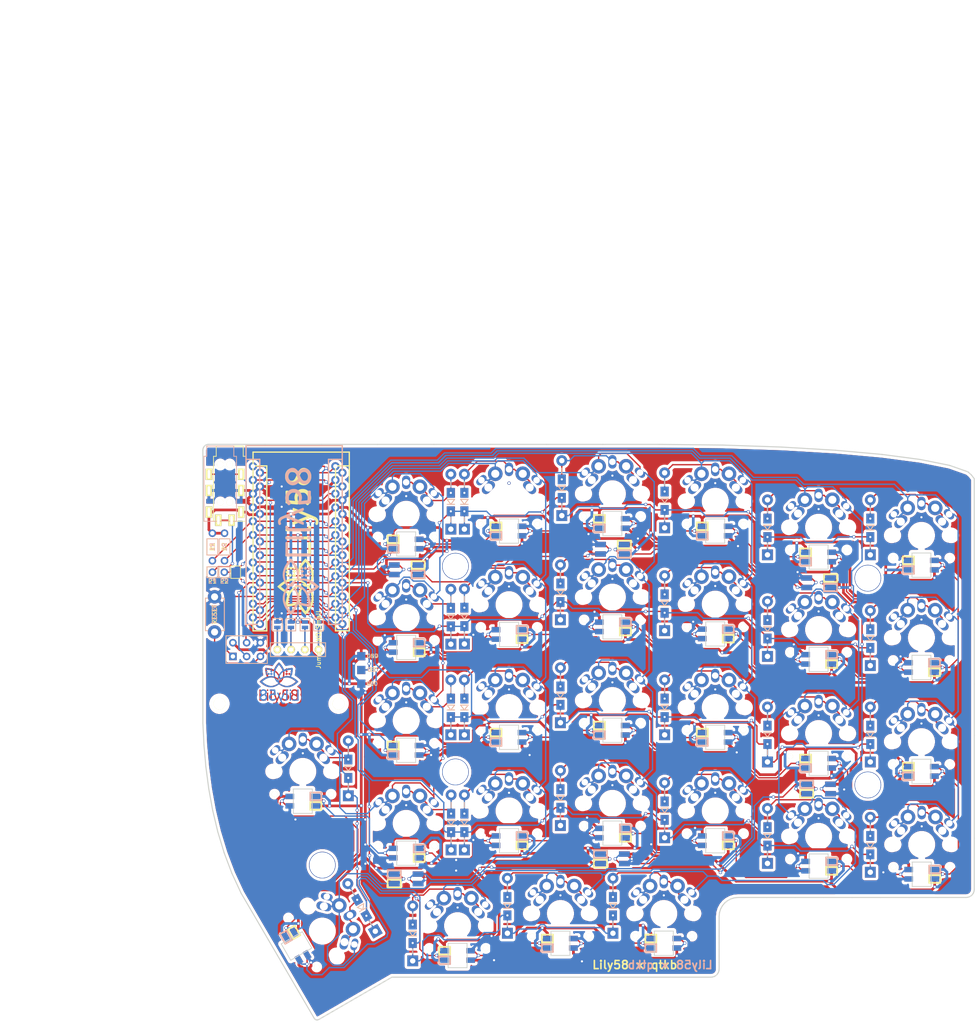
<source format=kicad_pcb>
(kicad_pcb (version 20171130) (host pcbnew "(5.1.4)-1")
  (layers (0 F.Cu signal) (31 B.Cu signal) (34 B.Paste user) (35 F.Paste user) (36 B.SilkS user) (37 F.SilkS user) (38 B.Mask user) (39 F.Mask user) (44 Edge.Cuts user))
  (net 0 "")
  (net 1 "Net-(D1-Pad2)")
  (net 2 row4)
  (net 3 "Net-(D2-Pad2)")
  (net 4 "Net-(D3-Pad2)")
  (net 5 row0)
  (net 6 "Net-(D4-Pad2)")
  (net 7 row1)
  (net 8 "Net-(D5-Pad2)")
  (net 9 row2)
  (net 10 "Net-(D6-Pad2)")
  (net 11 row3)
  (net 12 "Net-(D7-Pad2)")
  (net 13 "Net-(D8-Pad2)")
  (net 14 "Net-(D9-Pad2)")
  (net 15 "Net-(D10-Pad2)")
  (net 16 "Net-(D11-Pad2)")
  (net 17 "Net-(D12-Pad2)")
  (net 18 "Net-(D13-Pad2)")
  (net 19 "Net-(D14-Pad2)")
  (net 20 "Net-(D15-Pad2)")
  (net 21 "Net-(D16-Pad2)")
  (net 22 "Net-(D17-Pad2)")
  (net 23 "Net-(D18-Pad2)")
  (net 24 "Net-(D19-Pad2)")
  (net 25 "Net-(D20-Pad2)")
  (net 26 "Net-(D21-Pad2)")
  (net 27 "Net-(D22-Pad2)")
  (net 28 "Net-(D23-Pad2)")
  (net 29 "Net-(D24-Pad2)")
  (net 30 "Net-(D25-Pad2)")
  (net 31 "Net-(D26-Pad2)")
  (net 32 "Net-(D27-Pad2)")
  (net 33 "Net-(D28-Pad2)")
  (net 34 VCC)
  (net 35 GND)
  (net 36 col0)
  (net 37 col1)
  (net 38 col2)
  (net 39 col3)
  (net 40 col4)
  (net 41 col5)
  (net 42 SDA)
  (net 43 LED)
  (net 44 SCL)
  (net 45 RESET)
  (net 46 "Net-(D29-Pad2)")
  (net 47 "Net-(U1-Pad24)")
  (net 48 "Net-(U1-Pad20)")
  (net 49 "Net-(U1-Pad19)")
  (net 50 "Net-(U1-Pad7)")
  (net 51 DATA)
  (net 52 "Net-(J2-Pad4)")
  (net 53 "Net-(J2-Pad3)")
  (net 54 "Net-(JP1-Pad1)")
  (net 55 "Net-(JP2-Pad1)")
  (net 56 "Net-(JP3-Pad1)")
  (net 57 "Net-(JP4-Pad1)")
  (net 58 "Net-(L1-Pad1)")
  (net 59 "Net-(L2-Pad1)")
  (net 60 "Net-(L3-Pad1)")
  (net 61 "Net-(L4-Pad1)")
  (net 62 "Net-(L5-Pad1)")
  (net 63 "Net-(L12-Pad3)")
  (net 64 "Net-(L13-Pad3)")
  (net 65 "Net-(L7-Pad3)")
  (net 66 "Net-(L8-Pad3)")
  (net 67 "Net-(L10-Pad1)")
  (net 68 "Net-(L10-Pad3)")
  (net 69 "Net-(L11-Pad3)")
  (net 70 "Net-(L13-Pad1)")
  (net 71 "Net-(L14-Pad1)")
  (net 72 "Net-(L15-Pad1)")
  (net 73 "Net-(L16-Pad1)")
  (net 74 "Net-(L17-Pad1)")
  (net 75 "Net-(L18-Pad1)")
  (net 76 "Net-(L19-Pad3)")
  (net 77 "Net-(L19-Pad1)")
  (net 78 "Net-(L20-Pad3)")
  (net 79 "Net-(L21-Pad3)")
  (net 80 "Net-(L22-Pad3)")
  (net 81 "Net-(L23-Pad3)")
  (net 82 "Net-(L25-Pad1)")
  (net 83 "Net-(L26-Pad1)")
  (net 84 "Net-(L27-Pad1)")
  (net 85 "Net-(L28-Pad1)")
  (net 86 "Net-(L29-Pad1)")
  (net 87 "Net-(L30-Pad3)")
  (net 88 "Net-(L33-Pad1)")
  (net 89 "Net-(L1-Pad3)")
  (net 90 "Net-(L31-Pad3)")
  (net 91 "Net-(L32-Pad3)")
  (net 92 "Net-(L34-Pad1)")
  (module Lily58-footprint:lily58_logo_2 (layer B.Cu) (at 97 81.2 180)
    (fp_text reference G*** hide)
    (fp_text value LOGO hide)
    (fp_poly (pts (xy 0.248955 -1.74337) (xy 0.278216 -1.748098) (xy 0.289624 -1.752258) (xy 0.311575 -1.771141) (xy 0.322843 -1.79792) (xy 0.322246 -1.829519) (xy 0.321123 -1.834247) (xy 0.317541 -1.844099) (xy 0.308818 -1.866378) (xy 0.295362 -1.900095) (xy 0.277577 -1.944264) (xy 0.255868 -1.997897) (xy 0.230642 -2.060006) (xy 0.202304 -2.129605) (xy 0.171259 -2.205707) (xy 0.137914 -2.287323) (xy 0.102672 -2.373467) (xy 0.065941 -2.463151) (xy 0.028126 -2.555389) (xy -0.010369 -2.649193) (xy -0.049137 -2.743575) (xy -0.087772 -2.837548) (xy -0.12587 -2.930126) (xy -0.163025 -3.02032) (xy -0.198831 -3.107143) (xy -0.232883 -3.189609) (xy -0.264774 -3.26673) (xy -0.294101 -3.337519) (xy -0.320456 -3.400987) (xy -0.343435 -3.456149) (xy -0.362632 -3.502017) (xy -0.377642 -3.537603) (xy -0.388058 -3.561921) (xy -0.393476 -3.573982) (xy -0.393556 -3.574143) (xy -0.430279 -3.63507) (xy -0.476215 -3.692137) (xy -0.528408 -3.742315) (xy -0.583901 -3.782573) (xy -0.612033 -3.79807) (xy -0.685239 -3.826573) (xy -0.760318 -3.84174) (xy -0.835286 -3.843303) (xy -0.889691 -3.835508) (xy -0.931644 -3.824122) (xy -0.974036 -3.808767) (xy -1.011414 -3.791593) (xy -1.032146 -3.779319) (xy -1.048265 -3.762135) (xy -1.060005 -3.738689) (xy -1.060452 -3.737257) (xy -1.064378 -3.721239) (xy -1.064356 -3.707443) (xy -1.059476 -3.69121) (xy -1.048827 -3.667879) (xy -1.045632 -3.661356) (xy -1.024527 -3.625599) (xy -1.001844 -3.603255) (xy -0.975443 -3.593556) (xy -0.943181 -3.595732) (xy -0.902917 -3.609015) (xy -0.901481 -3.609612) (xy -0.847768 -3.627554) (xy -0.799789 -3.633298) (xy -0.755054 -3.626606) (xy -0.711074 -3.60724) (xy -0.683008 -3.588701) (xy -0.654263 -3.564197) (xy -0.627125 -3.533603) (xy -0.600547 -3.495264) (xy -0.573481 -3.447528) (xy -0.54488 -3.388739) (xy -0.518904 -3.329609) (xy -0.466753 -3.206539) (xy -0.75589 -2.520039) (xy -0.805414 -2.402222) (xy -0.850779 -2.293819) (xy -0.89182 -2.195238) (xy -0.92837 -2.106889) (xy -0.960264 -2.029179) (xy -0.987334 -1.962516) (xy -1.009415 -1.907309) (xy -1.026341 -1.863966) (xy -1.037945 -1.832895) (xy -1.044061 -1.814505) (xy -1.045028 -1.809803) (xy -1.038695 -1.783185) (xy -1.027525 -1.765705) (xy -1.018641 -1.756317) (xy -1.009216 -1.750244) (xy -0.995872 -1.746629) (xy -0.975233 -1.744619) (xy -0.943919 -1.743357) (xy -0.938625 -1.743196) (xy -0.894339 -1.743534) (xy -0.861559 -1.748263) (xy -0.837681 -1.758361) (xy -0.820105 -1.774806) (xy -0.809596 -1.791693) (xy -0.804667 -1.802697) (xy -0.794857 -1.825894) (xy -0.780685 -1.860006) (xy -0.762666 -1.903751) (xy -0.74132 -1.955851) (xy -0.717162 -2.015025) (xy -0.69071 -2.079994) (xy -0.662482 -2.149478) (xy -0.632994 -2.222197) (xy -0.602765 -2.296871) (xy -0.57231 -2.372221) (xy -0.542147 -2.446967) (xy -0.512794 -2.519828) (xy -0.484768 -2.589526) (xy -0.458586 -2.654781) (xy -0.434765 -2.714312) (xy -0.413823 -2.76684) (xy -0.396277 -2.811085) (xy -0.382644 -2.845768) (xy -0.373441 -2.869608) (xy -0.369185 -2.881326) (xy -0.369141 -2.881472) (xy -0.362725 -2.899275) (xy -0.357014 -2.909303) (xy -0.3556 -2.910115) (xy -0.350651 -2.903867) (xy -0.344225 -2.88822) (xy -0.342019 -2.881339) (xy -0.337854 -2.869641) (xy -0.328819 -2.84581) (xy -0.315422 -2.811128) (xy -0.298173 -2.766877) (xy -0.277582 -2.714337) (xy -0.254157 -2.654791) (xy -0.228408 -2.589519) (xy -0.200845 -2.519805) (xy -0.171976 -2.446928) (xy -0.142311 -2.37217) (xy -0.11236 -2.296814) (xy -0.082631 -2.222141) (xy -0.053635 -2.149431) (xy -0.02588 -2.079967) (xy 0.000123 -2.01503) (xy 0.023867 -1.955902) (xy 0.044841 -1.903864) (xy 0.062536 -1.860198) (xy 0.076443 -1.826185) (xy 0.086052 -1.803107) (xy 0.090854 -1.792246) (xy 0.090865 -1.792223) (xy 0.107401 -1.768947) (xy 0.130164 -1.753472) (xy 0.161591 -1.744759) (xy 0.204116 -1.741766) (xy 0.209003 -1.741742) (xy 0.248955 -1.74337)) (layer B.Cu) (width 0.01))
    (fp_poly (pts (xy -1.422438 -1.162965) (xy -1.38598 -1.170438) (xy -1.360688 -1.185037) (xy -1.351386 -1.195939) (xy -1.34949 -1.199587) (xy -1.347787 -1.20496) (xy -1.346262 -1.212842) (xy -1.344901 -1.224018) (xy -1.343688 -1.239271) (xy -1.34261 -1.259385) (xy -1.341652 -1.285144) (xy -1.340799 -1.317333) (xy -1.340038 -1.356734) (xy -1.339353 -1.404131) (xy -1.338731 -1.46031) (xy -1.338156 -1.526052) (xy -1.337615 -1.602144) (xy -1.337093 -1.689367) (xy -1.336575 -1.788507) (xy -1.336047 -1.900347) (xy -1.335495 -2.02567) (xy -1.335314 -2.067963) (xy -1.331685 -2.921) (xy -1.313543 -2.957275) (xy -1.289234 -2.993028) (xy -1.257472 -3.016653) (xy -1.216691 -3.029291) (xy -1.214045 -3.029707) (xy -1.175334 -3.038829) (xy -1.148963 -3.053127) (xy -1.133527 -3.073197) (xy -1.127788 -3.095302) (xy -1.125239 -3.125515) (xy -1.125802 -3.158155) (xy -1.129396 -3.187543) (xy -1.1354 -3.206996) (xy -1.154536 -3.228425) (xy -1.185302 -3.241734) (xy -1.22721 -3.246793) (xy -1.273628 -3.244233) (xy -1.344484 -3.22963) (xy -1.406436 -3.203704) (xy -1.459071 -3.166818) (xy -1.501977 -3.119333) (xy -1.534742 -3.061613) (xy -1.556601 -2.995525) (xy -1.558246 -2.986898) (xy -1.559719 -2.975207) (xy -1.561029 -2.959679) (xy -1.562186 -2.939543) (xy -1.563199 -2.914026) (xy -1.564076 -2.882357) (xy -1.564828 -2.843764) (xy -1.565463 -2.797475) (xy -1.565991 -2.742719) (xy -1.56642 -2.678722) (xy -1.566759 -2.604714) (xy -1.567019 -2.519922) (xy -1.567207 -2.423574) (xy -1.567334 -2.3149) (xy -1.567408 -2.193126) (xy -1.567435 -2.0811) (xy -1.567543 -1.212172) (xy -1.546527 -1.188651) (xy -1.534562 -1.176463) (xy -1.522776 -1.16914) (xy -1.506775 -1.165155) (xy -1.482164 -1.162979) (xy -1.470932 -1.162374) (xy -1.422438 -1.162965)) (layer B.Cu) (width 0.01))
    (fp_poly (pts (xy 1.300995 -1.172034) (xy 1.384164 -1.17211) (xy 1.454924 -1.172349) (xy 1.514327 -1.172843) (xy 1.563425 -1.173681) (xy 1.603271 -1.174957) (xy 1.634916 -1.176762) (xy 1.659415 -1.179186) (xy 1.677818 -1.182321) (xy 1.691179 -1.18626) (xy 1.700549 -1.191092) (xy 1.706981 -1.19691) (xy 1.711528 -1.203806) (xy 1.715242 -1.211869) (xy 1.717207 -1.216589) (xy 1.722865 -1.239214) (xy 1.72612 -1.270807) (xy 1.726896 -1.306008) (xy 1.725117 -1.33946) (xy 1.720705 -1.365804) (xy 1.7194 -1.370038) (xy 1.707544 -1.390545) (xy 1.692186 -1.405593) (xy 1.686985 -1.408578) (xy 1.680091 -1.411093) (xy 1.670265 -1.413186) (xy 1.656265 -1.414907) (xy 1.63685 -1.416306) (xy 1.610779 -1.41743) (xy 1.576813 -1.418331) (xy 1.533709 -1.419056) (xy 1.480227 -1.419655) (xy 1.415126 -1.420178) (xy 1.337165 -1.420673) (xy 1.3081 -1.420841) (xy 1.236886 -1.421365) (xy 1.170268 -1.422088) (xy 1.109617 -1.422977) (xy 1.056303 -1.424003) (xy 1.011697 -1.425133) (xy 0.977169 -1.426337) (xy 0.95409 -1.427583) (xy 0.943831 -1.428841) (xy 0.943429 -1.429137) (xy 0.942639 -1.437549) (xy 0.940392 -1.45872) (xy 0.936872 -1.490989) (xy 0.932261 -1.532694) (xy 0.926745 -1.582174) (xy 0.920506 -1.637766) (xy 0.914084 -1.69466) (xy 0.907415 -1.754333) (xy 0.901433 -1.80932) (xy 0.896302 -1.857986) (xy 0.892188 -1.898701) (xy 0.889255 -1.92983) (xy 0.88767 -1.949742) (xy 0.887568 -1.956788) (xy 0.895157 -1.955634) (xy 0.911952 -1.949758) (xy 0.929613 -1.94245) (xy 1.004434 -1.917014) (xy 1.086668 -1.902242) (xy 1.173929 -1.898095) (xy 1.263825 -1.904534) (xy 1.35397 -1.92152) (xy 1.441974 -1.949014) (xy 1.446975 -1.950935) (xy 1.518086 -1.982949) (xy 1.581342 -2.021528) (xy 1.641237 -2.069636) (xy 1.673431 -2.100284) (xy 1.728936 -2.161604) (xy 1.772585 -2.223547) (xy 1.806722 -2.289734) (xy 1.823006 -2.331262) (xy 1.850309 -2.429008) (xy 1.863101 -2.526887) (xy 1.861381 -2.624844) (xy 1.845147 -2.722823) (xy 1.82794 -2.783115) (xy 1.790891 -2.872628) (xy 1.741971 -2.954468) (xy 1.682047 -3.027919) (xy 1.611986 -3.092265) (xy 1.532654 -3.14679) (xy 1.44492 -3.190778) (xy 1.349649 -3.223513) (xy 1.274492 -3.240125) (xy 1.224769 -3.246216) (xy 1.166737 -3.249459) (xy 1.106334 -3.249788) (xy 1.049498 -3.247132) (xy 1.012987 -3.243169) (xy 0.920321 -3.223204) (xy 0.82865 -3.191173) (xy 0.741008 -3.148552) (xy 0.660429 -3.096818) (xy 0.589947 -3.037449) (xy 0.589643 -3.037152) (xy 0.567448 -3.014884) (xy 0.553935 -2.998875) (xy 0.546993 -2.985677) (xy 0.544513 -2.971845) (xy 0.544286 -2.963045) (xy 0.545624 -2.947052) (xy 0.550728 -2.931219) (xy 0.56123 -2.91223) (xy 0.578766 -2.88677) (xy 0.588183 -2.873939) (xy 0.617198 -2.837361) (xy 0.642422 -2.812964) (xy 0.666207 -2.800514) (xy 0.690906 -2.79978) (xy 0.718873 -2.810526) (xy 0.752458 -2.832521) (xy 0.780989 -2.854825) (xy 0.832439 -2.891461) (xy 0.890884 -2.924521) (xy 0.950687 -2.951087) (xy 0.994229 -2.965309) (xy 1.036743 -2.973129) (xy 1.087743 -2.977252) (xy 1.141917 -2.97768) (xy 1.193957 -2.974414) (xy 1.238552 -2.967456) (xy 1.24761 -2.965223) (xy 1.325509 -2.937504) (xy 1.393958 -2.899349) (xy 1.452337 -2.851432) (xy 1.500026 -2.794425) (xy 1.536406 -2.729002) (xy 1.560857 -2.655837) (xy 1.568407 -2.616616) (xy 1.571825 -2.545843) (xy 1.56183 -2.475575) (xy 1.539448 -2.407804) (xy 1.505707 -2.344524) (xy 1.46163 -2.287725) (xy 1.408245 -2.2394) (xy 1.357534 -2.207118) (xy 1.309307 -2.183988) (xy 1.26342 -2.167853) (xy 1.215037 -2.157494) (xy 1.159318 -2.15169) (xy 1.132115 -2.150299) (xy 1.069713 -2.149651) (xy 1.016059 -2.153743) (xy 0.965884 -2.16355) (xy 0.913917 -2.180048) (xy 0.865378 -2.199637) (xy 0.828479 -2.214745) (xy 0.800006 -2.224116) (xy 0.775614 -2.228916) (xy 0.751115 -2.23031) (xy 0.704535 -2.225493) (xy 0.664704 -2.211508) (xy 0.633458 -2.189583) (xy 0.612633 -2.160947) (xy 0.604496 -2.132238) (xy 0.60446 -2.117791) (xy 0.605924 -2.090838) (xy 0.608723 -2.052925) (xy 0.612695 -2.005598) (xy 0.617677 -1.950406) (xy 0.623505 -1.888893) (xy 0.630016 -1.822608) (xy 0.637046 -1.753097) (xy 0.644433 -1.681907) (xy 0.652013 -1.610584) (xy 0.659623 -1.540677) (xy 0.667099 -1.47373) (xy 0.674278 -1.411292) (xy 0.680998 -1.354909) (xy 0.687094 -1.306127) (xy 0.692403 -1.266494) (xy 0.696763 -1.237557) (xy 0.700009 -1.220862) (xy 0.701018 -1.217839) (xy 0.715174 -1.19865) (xy 0.730986 -1.184797) (xy 0.735763 -1.182187) (xy 0.742249 -1.179957) (xy 0.751544 -1.178077) (xy 0.76475 -1.176519) (xy 0.782964 -1.175251) (xy 0.807287 -1.174245) (xy 0.838818 -1.17347) (xy 0.878658 -1.172898) (xy 0.927907 -1.172498) (xy 0.987663 -1.172241) (xy 1.059027 -1.172098) (xy 1.143098 -1.172037) (xy 1.204364 -1.172029) (xy 1.300995 -1.172034)) (layer B.Cu) (width 0.01))
    (fp_poly (pts (xy 2.929251 -1.141304) (xy 2.993591 -1.146052) (xy 3.052515 -1.15364) (xy 3.098884 -1.163169) (xy 3.192044 -1.193582) (xy 3.274312 -1.233389) (xy 3.346042 -1.282806) (xy 3.407589 -1.342052) (xy 3.426156 -1.364343) (xy 3.470955 -1.432554) (xy 3.502997 -1.50644) (xy 3.522409 -1.584986) (xy 3.529316 -1.667178) (xy 3.523843 -1.752003) (xy 3.506116 -1.838445) (xy 3.47626 -1.925492) (xy 3.434401 -2.012128) (xy 3.380664 -2.09734) (xy 3.326948 -2.166474) (xy 3.288627 -2.211647) (xy 3.340396 -2.247009) (xy 3.40958 -2.30132) (xy 3.468212 -2.36208) (xy 3.515135 -2.427825) (xy 3.549189 -2.497091) (xy 3.557842 -2.521857) (xy 3.567692 -2.566305) (xy 3.573192 -2.619449) (xy 3.574278 -2.676118) (xy 3.570887 -2.731141) (xy 3.562956 -2.779348) (xy 3.561085 -2.786743) (xy 3.530519 -2.872814) (xy 3.487386 -2.952047) (xy 3.432256 -3.023769) (xy 3.365704 -3.087304) (xy 3.288301 -3.141978) (xy 3.234678 -3.171344) (xy 3.170316 -3.200217) (xy 3.108343 -3.221352) (xy 3.044574 -3.235713) (xy 2.974824 -3.244265) (xy 2.902857 -3.247805) (xy 2.859794 -3.248283) (xy 2.818044 -3.247825) (xy 2.781514 -3.246536) (xy 2.754111 -3.244522) (xy 2.746975 -3.2436) (xy 2.652879 -3.223132) (xy 2.561807 -3.192273) (xy 2.47696 -3.152342) (xy 2.40154 -3.10466) (xy 2.391229 -3.096915) (xy 2.325087 -3.03713) (xy 2.268214 -2.96737) (xy 2.222175 -2.889946) (xy 2.188538 -2.807173) (xy 2.183374 -2.789961) (xy 2.175542 -2.758293) (xy 2.170543 -2.726915) (xy 2.167847 -2.691039) (xy 2.166922 -2.645879) (xy 2.166908 -2.6416) (xy 2.168078 -2.610809) (xy 2.453027 -2.610809) (xy 2.456105 -2.665536) (xy 2.464803 -2.714174) (xy 2.467322 -2.723002) (xy 2.494276 -2.786304) (xy 2.533568 -2.844112) (xy 2.583597 -2.894977) (xy 2.642763 -2.937452) (xy 2.709463 -2.970086) (xy 2.757715 -2.985762) (xy 2.794013 -2.992206) (xy 2.839327 -2.995751) (xy 2.88845 -2.996396) (xy 2.936177 -2.99414) (xy 2.9773 -2.988981) (xy 2.991896 -2.985809) (xy 3.059484 -2.962556) (xy 3.119368 -2.930629) (xy 3.170954 -2.891388) (xy 3.213646 -2.846197) (xy 3.24685 -2.796415) (xy 3.26997 -2.743407) (xy 3.282412 -2.688532) (xy 3.28358 -2.633154) (xy 3.272881 -2.578635) (xy 3.249718 -2.526335) (xy 3.21376 -2.477903) (xy 3.192533 -2.456421) (xy 3.169132 -2.436192) (xy 3.14208 -2.416383) (xy 3.109896 -2.396162) (xy 3.071101 -2.374695) (xy 3.024216 -2.351149) (xy 2.967762 -2.324694) (xy 2.900259 -2.294494) (xy 2.845502 -2.270622) (xy 2.697432 -2.206569) (xy 2.662703 -2.232062) (xy 2.611751 -2.275314) (xy 2.564389 -2.326613) (xy 2.522953 -2.382722) (xy 2.489777 -2.440406) (xy 2.467196 -2.496427) (xy 2.464098 -2.50737) (xy 2.455662 -2.556064) (xy 2.453027 -2.610809) (xy 2.168078 -2.610809) (xy 2.169539 -2.572399) (xy 2.178587 -2.511227) (xy 2.195291 -2.452555) (xy 2.220887 -2.390855) (xy 2.224899 -2.382392) (xy 2.256135 -2.326952) (xy 2.296787 -2.269269) (xy 2.34371 -2.212997) (xy 2.393758 -2.161793) (xy 2.443787 -2.119312) (xy 2.462906 -2.105703) (xy 2.491041 -2.08691) (xy 2.466535 -2.069035) (xy 2.451589 -2.056701) (xy 2.429648 -2.03681) (xy 2.403808 -2.012237) (xy 2.38025 -1.988966) (xy 2.329332 -1.931348) (xy 2.291663 -1.873317) (xy 2.266154 -1.812219) (xy 2.251713 -1.745402) (xy 2.247617 -1.6764) (xy 2.529354 -1.6764) (xy 2.529967 -1.710789) (xy 2.532148 -1.735549) (xy 2.536831 -1.755553) (xy 2.544954 -1.775673) (xy 2.5507 -1.787502) (xy 2.575694 -1.826157) (xy 2.611715 -1.866305) (xy 2.655893 -1.905243) (xy 2.70536 -1.940265) (xy 2.72528 -1.952172) (xy 2.749272 -1.964916) (xy 2.781351 -1.980726) (xy 2.819309 -1.998637) (xy 2.860939 -2.017685) (xy 2.904035 -2.036904) (xy 2.946389 -2.05533) (xy 2.985796 -2.071998) (xy 3.020049 -2.085944) (xy 3.04694 -2.096201) (xy 3.064263 -2.101807) (xy 3.06919 -2.102529) (xy 3.07802 -2.096364) (xy 3.092789 -2.081254) (xy 3.110877 -2.059976) (xy 3.118622 -2.050143) (xy 3.15795 -1.992348) (xy 3.192016 -1.928994) (xy 3.219532 -1.863388) (xy 3.239207 -1.798834) (xy 3.249753 -1.738638) (xy 3.2512 -1.710354) (xy 3.244713 -1.641795) (xy 3.225777 -1.57988) (xy 3.19518 -1.5253) (xy 3.153709 -1.478742) (xy 3.102152 -1.440897) (xy 3.041296 -1.412454) (xy 2.971929 -1.394103) (xy 2.894838 -1.386532) (xy 2.881086 -1.386367) (xy 2.804157 -1.391991) (xy 2.7343 -1.408508) (xy 2.672511 -1.43538) (xy 2.619783 -1.47207) (xy 2.57711 -1.51804) (xy 2.548564 -1.565961) (xy 2.539026 -1.588277) (xy 2.533217 -1.608637) (xy 2.530281 -1.631966) (xy 2.52936 -1.663191) (xy 2.529354 -1.6764) (xy 2.247617 -1.6764) (xy 2.247249 -1.670212) (xy 2.247274 -1.665515) (xy 2.254747 -1.579725) (xy 2.275241 -1.499453) (xy 2.308089 -1.425386) (xy 2.352625 -1.358214) (xy 2.408183 -1.298626) (xy 2.474094 -1.247311) (xy 2.549692 -1.204959) (xy 2.634311 -1.172258) (xy 2.727284 -1.149898) (xy 2.749588 -1.146318) (xy 2.802664 -1.141216) (xy 2.86408 -1.139619) (xy 2.929251 -1.141304)) (layer B.Cu) (width 0.01))
    (fp_poly (pts (xy -3.493894 -1.162254) (xy -3.462656 -1.164125) (xy -3.441948 -1.167249) (xy -3.42779 -1.172639) (xy -3.416199 -1.181314) (xy -3.415055 -1.182376) (xy -3.399942 -1.202035) (xy -3.389319 -1.225202) (xy -3.389115 -1.225918) (xy -3.387953 -1.237468) (xy -3.386883 -1.263198) (xy -3.38591 -1.302776) (xy -3.385034 -1.355868) (xy -3.38426 -1.422141) (xy -3.383589 -1.501263) (xy -3.383024 -1.592899) (xy -3.382568 -1.696716) (xy -3.382224 -1.812382) (xy -3.381994 -1.939563) (xy -3.381881 -2.077925) (xy -3.381869 -2.135252) (xy -3.381828 -3.018647) (xy -2.93565 -3.020624) (xy -2.489472 -3.0226) (xy -2.46575 -3.046324) (xy -2.45343 -3.059618) (xy -2.44633 -3.071774) (xy -2.44302 -3.087426) (xy -2.442069 -3.111211) (xy -2.442028 -3.123198) (xy -2.444158 -3.162943) (xy -2.451316 -3.191395) (xy -2.46466 -3.211251) (xy -2.485347 -3.225206) (xy -2.485904 -3.225472) (xy -2.49805 -3.227798) (xy -2.523219 -3.229882) (xy -2.559984 -3.231723) (xy -2.60692 -3.233322) (xy -2.6626 -3.234678) (xy -2.725599 -3.235792) (xy -2.79449 -3.236664) (xy -2.867847 -3.237294) (xy -2.944245 -3.237683) (xy -3.022257 -3.23783) (xy -3.100457 -3.237736) (xy -3.177419 -3.237401) (xy -3.251717 -3.236826) (xy -3.321925 -3.236009) (xy -3.386616 -3.234953) (xy -3.444366 -3.233656) (xy -3.493747 -3.232119) (xy -3.533334 -3.230342) (xy -3.5617 -3.228326) (xy -3.57742 -3.22607) (xy -3.579494 -3.225326) (xy -3.585363 -3.22242) (xy -3.590657 -3.21991) (xy -3.595406 -3.217073) (xy -3.59964 -3.213184) (xy -3.603387 -3.20752) (xy -3.606678 -3.199356) (xy -3.609542 -3.187969) (xy -3.612009 -3.172635) (xy -3.614107 -3.15263) (xy -3.615867 -3.12723) (xy -3.617318 -3.09571) (xy -3.618489 -3.057348) (xy -3.619411 -3.01142) (xy -3.620111 -2.9572) (xy -3.620621 -2.893966) (xy -3.620969 -2.820994) (xy -3.621185 -2.737559) (xy -3.621299 -2.642938) (xy -3.621339 -2.536406) (xy -3.621336 -2.417241) (xy -3.621319 -2.284717) (xy -3.621314 -2.198915) (xy -3.621328 -2.057983) (xy -3.621349 -1.930843) (xy -3.621345 -1.816771) (xy -3.621285 -1.715043) (xy -3.621138 -1.624937) (xy -3.620871 -1.54573) (xy -3.620455 -1.476697) (xy -3.619856 -1.417116) (xy -3.619045 -1.366264) (xy -3.617988 -1.323417) (xy -3.616656 -1.287853) (xy -3.615016 -1.258848) (xy -3.613037 -1.235679) (xy -3.610688 -1.217623) (xy -3.607937 -1.203956) (xy -3.604752 -1.193956) (xy -3.601103 -1.186898) (xy -3.596958 -1.182061) (xy -3.592285 -1.178721) (xy -3.587053 -1.176154) (xy -3.58123 -1.173638) (xy -3.576648 -1.171448) (xy -3.558925 -1.165031) (xy -3.53516 -1.16201) (xy -3.501579 -1.161965) (xy -3.493894 -1.162254)) (layer B.Cu) (width 0.01))
    (fp_poly (pts (xy -2.099347 -1.742825) (xy -2.069088 -1.744379) (xy -2.049378 -1.746851) (xy -2.036255 -1.751501) (xy -2.025758 -1.759588) (xy -2.01689 -1.769043) (xy -1.995714 -1.792743) (xy -1.995714 -3.185657) (xy -2.01689 -3.209357) (xy -2.028101 -3.221028) (xy -2.038776 -3.228197) (xy -2.052912 -3.232118) (xy -2.074506 -3.234044) (xy -2.098533 -3.234949) (xy -2.141248 -3.234519) (xy -2.171617 -3.23002) (xy -2.182857 -3.226114) (xy -2.19027 -3.222918) (xy -2.196824 -3.219822) (xy -2.202571 -3.215963) (xy -2.207565 -3.210477) (xy -2.211858 -3.2025) (xy -2.215503 -3.191169) (xy -2.218553 -3.175619) (xy -2.22106 -3.154987) (xy -2.223079 -3.128409) (xy -2.224661 -3.095021) (xy -2.225859 -3.05396) (xy -2.226726 -3.004362) (xy -2.227316 -2.945362) (xy -2.22768 -2.876098) (xy -2.227872 -2.795706) (xy -2.227945 -2.703321) (xy -2.227951 -2.59808) (xy -2.227943 -2.4892) (xy -2.227951 -2.371608) (xy -2.22794 -2.267661) (xy -2.227858 -2.176493) (xy -2.227655 -2.097233) (xy -2.227277 -2.029015) (xy -2.226673 -1.970969) (xy -2.225791 -1.922228) (xy -2.22458 -1.881923) (xy -2.222987 -1.849186) (xy -2.220961 -1.823149) (xy -2.21845 -1.802943) (xy -2.215402 -1.787699) (xy -2.211765 -1.776551) (xy -2.207488 -1.768629) (xy -2.202519 -1.763065) (xy -2.196805 -1.758991) (xy -2.190295 -1.755538) (xy -2.183971 -1.752379) (xy -2.166714 -1.745901) (xy -2.144306 -1.742714) (xy -2.112823 -1.742372) (xy -2.099347 -1.742825)) (layer B.Cu) (width 0.01))
    (fp_poly (pts (xy -2.090489 -1.162223) (xy -2.060579 -1.163924) (xy -2.041134 -1.16659) (xy -2.028107 -1.171538) (xy -2.017453 -1.180084) (xy -2.009558 -1.188556) (xy -2.000823 -1.198791) (xy -1.994908 -1.208369) (xy -1.991264 -1.220278) (xy -1.989341 -1.237506) (xy -1.988588 -1.263043) (xy -1.988457 -1.299877) (xy -1.988457 -1.303249) (xy -1.989034 -1.33932) (xy -1.990606 -1.371025) (xy -1.992937 -1.395033) (xy -1.99579 -1.408012) (xy -1.995929 -1.408288) (xy -2.010359 -1.425057) (xy -2.033673 -1.436242) (xy -2.067609 -1.442389) (xy -2.109654 -1.444065) (xy -2.142504 -1.442961) (xy -2.170466 -1.440088) (xy -2.189209 -1.435928) (xy -2.191657 -1.434892) (xy -2.210017 -1.421795) (xy -2.222739 -1.402495) (xy -2.230447 -1.374928) (xy -2.233759 -1.337027) (xy -2.233591 -1.2954) (xy -2.23049 -1.247041) (xy -2.223294 -1.211333) (xy -2.210195 -1.186597) (xy -2.189389 -1.171153) (xy -2.15907 -1.16332) (xy -2.117432 -1.161417) (xy -2.090489 -1.162223)) (layer B.Cu) (width 0.01))
    (fp_poly (pts (xy 0.078092 3.748263) (xy 0.237453 3.575434) (xy 0.386427 3.392484) (xy 0.524948 3.19949) (xy 0.548489 3.164114) (xy 0.656724 2.98901) (xy 0.750642 2.814569) (xy 0.83023 2.640857) (xy 0.895475 2.467939) (xy 0.946363 2.29588) (xy 0.98288 2.124745) (xy 1.005013 1.9546) (xy 1.012748 1.785509) (xy 1.006072 1.617539) (xy 0.98497 1.450753) (xy 0.949431 1.285218) (xy 0.943993 1.264693) (xy 0.935685 1.233985) (xy 0.864316 1.211813) (xy 0.825821 1.199395) (xy 0.784696 1.185396) (xy 0.747902 1.172208) (xy 0.736557 1.167926) (xy 0.710323 1.158407) (xy 0.689601 1.151981) (xy 0.677785 1.149658) (xy 0.676399 1.149982) (xy 0.676674 1.158133) (xy 0.680561 1.176823) (xy 0.687318 1.20275) (xy 0.691518 1.217319) (xy 0.729788 1.368959) (xy 0.754242 1.520192) (xy 0.764833 1.671442) (xy 0.761512 1.823133) (xy 0.74423 1.975688) (xy 0.71294 2.12953) (xy 0.667593 2.285083) (xy 0.608141 2.44277) (xy 0.534535 2.603016) (xy 0.532958 2.60617) (xy 0.493733 2.682587) (xy 0.456381 2.750847) (xy 0.417788 2.816314) (xy 0.37484 2.884351) (xy 0.345938 2.928257) (xy 0.276796 3.027892) (xy 0.201006 3.129752) (xy 0.122143 3.229243) (xy 0.043777 3.321775) (xy 0.012809 3.356428) (xy -0.020192 3.392714) (xy -0.036297 3.3782) (xy -0.050449 3.363876) (xy -0.071852 3.340211) (xy -0.098778 3.309267) (xy -0.129496 3.273104) (xy -0.162278 3.233784) (xy -0.195392 3.193368) (xy -0.22711 3.153916) (xy -0.255702 3.117491) (xy -0.262522 3.108624) (xy -0.331453 3.014616) (xy -0.400239 2.913451) (xy -0.465221 2.810703) (xy -0.521506 2.714171) (xy -0.543533 2.673297) (xy -0.566606 2.62835) (xy -0.589898 2.58117) (xy -0.61258 2.533596) (xy -0.633826 2.487467) (xy -0.652808 2.444622) (xy -0.668697 2.406902) (xy -0.680667 2.376144) (xy -0.68789 2.354189) (xy -0.689537 2.342875) (xy -0.689006 2.341943) (xy -0.682045 2.337037) (xy -0.665794 2.325755) (xy -0.642919 2.309945) (xy -0.624114 2.296981) (xy -0.492716 2.197747) (xy -0.370449 2.087318) (xy -0.257293 1.965665) (xy -0.153229 1.832762) (xy -0.058238 1.688581) (xy 0.027699 1.533096) (xy 0.104601 1.366278) (xy 0.172488 1.188101) (xy 0.188841 1.139371) (xy 0.2029 1.095706) (xy 0.216013 1.053852) (xy 0.227224 1.016944) (xy 0.235578 0.988118) (xy 0.239609 0.972785) (xy 0.244495 0.949793) (xy 0.245199 0.936682) (xy 0.241427 0.929348) (xy 0.236232 0.925613) (xy 0.225568 0.918954) (xy 0.205448 0.906154) (xy 0.178601 0.888959) (xy 0.147758 0.869113) (xy 0.142623 0.8658) (xy 0.112477 0.8469) (xy 0.086769 0.831824) (xy 0.067864 0.821883) (xy 0.058127 0.818386) (xy 0.057434 0.818629) (xy 0.053771 0.82752) (xy 0.047625 0.846943) (xy 0.040087 0.873359) (xy 0.036852 0.885371) (xy -0.010296 1.043231) (xy -0.066363 1.19516) (xy -0.130692 1.339967) (xy -0.202624 1.476463) (xy -0.2815 1.603456) (xy -0.366663 1.719757) (xy -0.457452 1.824176) (xy -0.513158 1.87951) (xy -0.632074 1.98128) (xy -0.761849 2.073745) (xy -0.902527 2.156921) (xy -1.054154 2.230826) (xy -1.216775 2.295474) (xy -1.390436 2.350883) (xy -1.57518 2.39707) (xy -1.771055 2.434049) (xy -1.978104 2.461839) (xy -2.165406 2.478418) (xy -2.229869 2.482856) (xy -2.224829 2.400757) (xy -2.205247 2.180459) (xy -2.174058 1.968746) (xy -2.131221 1.765436) (xy -2.076693 1.570344) (xy -2.010433 1.383287) (xy -1.975468 1.298651) (xy -1.961176 1.265617) (xy -1.864145 1.281947) (xy -1.699162 1.302736) (xy -1.533849 1.30957) (xy -1.367979 1.302401) (xy -1.201324 1.28118) (xy -1.033654 1.245857) (xy -0.864743 1.196384) (xy -0.694361 1.132712) (xy -0.52228 1.054792) (xy -0.348273 0.962575) (xy -0.332609 0.953629) (xy -0.290312 0.928795) (xy -0.245647 0.901635) (xy -0.200663 0.873489) (xy -0.15741 0.845697) (xy -0.117937 0.819599) (xy -0.084293 0.796534) (xy -0.058527 0.777843) (xy -0.042687 0.764863) (xy -0.040505 0.762653) (xy -0.034204 0.754723) (xy -0.032838 0.747322) (xy -0.037659 0.737341) (xy -0.049918 0.721673) (xy -0.06331 0.705987) (xy -0.086219 0.67794) (xy -0.109796 0.646818) (xy -0.126618 0.622786) (xy -0.15381 0.581543) (xy -0.220993 0.628059) (xy -0.358992 0.717374) (xy -0.502026 0.79805) (xy -0.648322 0.869374) (xy -0.796109 0.930631) (xy -0.943613 0.981105) (xy -1.089064 1.020083) (xy -1.23069 1.04685) (xy -1.273628 1.052567) (xy -1.329853 1.057413) (xy -1.395797 1.060096) (xy -1.466835 1.06066) (xy -1.538338 1.059146) (xy -1.605683 1.055597) (xy -1.664241 1.050056) (xy -1.673221 1.048888) (xy -1.828826 1.020701) (xy -1.986462 0.978541) (xy -2.14551 0.922702) (xy -2.305349 0.85348) (xy -2.46536 0.771172) (xy -2.624924 0.676073) (xy -2.78342 0.568478) (xy -2.940229 0.448685) (xy -2.954243 0.437311) (xy -2.989713 0.408064) (xy -3.025558 0.377957) (xy -3.058295 0.349949) (xy -3.084443 0.327002) (xy -3.091543 0.320577) (xy -3.138714 0.277352) (xy -3.120571 0.257535) (xy -3.093013 0.229962) (xy -3.055232 0.195885) (xy -3.009125 0.156786) (xy -2.956587 0.114146) (xy -2.899516 0.069448) (xy -2.839808 0.024173) (xy -2.779359 -0.020196) (xy -2.720067 -0.062179) (xy -2.663827 -0.100293) (xy -2.656114 -0.105361) (xy -2.505598 -0.198671) (xy -2.35881 -0.27899) (xy -2.214321 -0.346897) (xy -2.070706 -0.40297) (xy -1.926536 -0.447787) (xy -1.780385 -0.481926) (xy -1.685872 -0.498329) (xy -1.631307 -0.504546) (xy -1.566449 -0.508662) (xy -1.495366 -0.510683) (xy -1.422125 -0.510612) (xy -1.350793 -0.508454) (xy -1.28544 -0.504211) (xy -1.230131 -0.497888) (xy -1.230085 -0.497881) (xy -1.074248 -0.467633) (xy -0.916109 -0.423613) (xy -0.756602 -0.366201) (xy -0.596661 -0.295775) (xy -0.43722 -0.212711) (xy -0.279213 -0.11739) (xy -0.261505 -0.105874) (xy -0.201811 -0.06412) (xy -0.154119 -0.024568) (xy -0.11649 0.014613) (xy -0.086982 0.055252) (xy -0.082232 0.06312) (xy -0.057692 0.114616) (xy -0.038673 0.17393) (xy -0.027063 0.234824) (xy -0.025473 0.250371) (xy -0.020011 0.305733) (xy -0.013157 0.350465) (xy -0.004008 0.388443) (xy 0.008337 0.423545) (xy 0.021802 0.453571) (xy 0.0395 0.486217) (xy 0.060499 0.51928) (xy 0.08069 0.546366) (xy 0.083588 0.549737) (xy 0.100765 0.566672) (xy 0.124906 0.587141) (xy 0.153748 0.609587) (xy 0.185025 0.632447) (xy 0.216474 0.654163) (xy 0.245829 0.673174) (xy 0.270826 0.68792) (xy 0.289201 0.696842) (xy 0.298689 0.698378) (xy 0.298995 0.698136) (xy 0.303347 0.686558) (xy 0.306633 0.66367) (xy 0.308794 0.632641) (xy 0.309774 0.596638) (xy 0.309515 0.558831) (xy 0.307959 0.522388) (xy 0.305051 0.490478) (xy 0.303004 0.476836) (xy 0.292858 0.420273) (xy 0.309234 0.440551) (xy 0.323794 0.460468) (xy 0.343881 0.490605) (xy 0.36799 0.528483) (xy 0.394614 0.571626) (xy 0.422243 0.617559) (xy 0.449372 0.663805) (xy 0.474494 0.707886) (xy 0.4961 0.747328) (xy 0.497115 0.749235) (xy 0.547915 0.844868) (xy 0.619087 0.87664) (xy 0.651372 0.890667) (xy 0.687309 0.905655) (xy 0.724408 0.920641) (xy 0.760177 0.93466) (xy 0.792124 0.94675) (xy 0.817759 0.955947) (xy 0.834589 0.961288) (xy 0.840096 0.962095) (xy 0.838993 0.953818) (xy 0.83191 0.934555) (xy 0.819731 0.906106) (xy 0.803342 0.870272) (xy 0.783628 0.828854) (xy 0.761473 0.783653) (xy 0.737764 0.73647) (xy 0.713384 0.689106) (xy 0.68922 0.643362) (xy 0.666156 0.601039) (xy 0.645078 0.563938) (xy 0.641024 0.557041) (xy 0.589606 0.472367) (xy 0.542438 0.399781) (xy 0.498246 0.337952) (xy 0.455757 0.285545) (xy 0.413697 0.241227) (xy 0.370792 0.203666) (xy 0.32577 0.171528) (xy 0.277356 0.14348) (xy 0.224277 0.118188) (xy 0.220083 0.11637) (xy 0.190623 0.103428) (xy 0.171522 0.093645) (xy 0.159776 0.084507) (xy 0.152385 0.073503) (xy 0.146345 0.058119) (xy 0.144684 0.053265) (xy 0.13508 0.027333) (xy 0.124899 0.003255) (xy 0.12099 -0.004846) (xy 0.11395 -0.02057) (xy 0.114981 -0.03047) (xy 0.124906 -0.041297) (xy 0.125501 -0.041846) (xy 0.137384 -0.051165) (xy 0.158724 -0.066361) (xy 0.186739 -0.085507) (xy 0.218646 -0.106677) (xy 0.22666 -0.1119) (xy 0.389471 -0.2107) (xy 0.552946 -0.296137) (xy 0.716562 -0.368002) (xy 0.879796 -0.426086) (xy 1.042127 -0.470177) (xy 1.186543 -0.497651) (xy 1.237438 -0.503557) (xy 1.298306 -0.507783) (xy 1.365168 -0.510292) (xy 1.434046 -0.511045) (xy 1.500959 -0.510007) (xy 1.561929 -0.507139) (xy 1.612977 -0.502404) (xy 1.618343 -0.501695) (xy 1.780901 -0.472295) (xy 1.944447 -0.428745) (xy 2.108243 -0.371306) (xy 2.271552 -0.300241) (xy 2.433637 -0.21581) (xy 2.450096 -0.206444) (xy 2.541078 -0.151715) (xy 2.636029 -0.089946) (xy 2.731929 -0.023346) (xy 2.825759 0.045875) (xy 2.914501 0.115506) (xy 2.995135 0.183338) (xy 3.048 0.231255) (xy 3.095172 0.275682) (xy 3.058886 0.309517) (xy 3.026193 0.338962) (xy 2.985032 0.374453) (xy 2.938575 0.413371) (xy 2.889997 0.453095) (xy 2.842472 0.491006) (xy 2.799175 0.524484) (xy 2.790372 0.531115) (xy 2.633833 0.641692) (xy 2.475693 0.740354) (xy 2.316813 0.82668) (xy 2.158055 0.90025) (xy 2.000282 0.960645) (xy 1.844355 1.007445) (xy 1.781128 1.022612) (xy 1.685335 1.040202) (xy 1.582178 1.052591) (xy 1.476015 1.059571) (xy 1.371203 1.060938) (xy 1.2721 1.056484) (xy 1.208067 1.04974) (xy 1.148355 1.040406) (xy 1.083138 1.0281) (xy 1.017336 1.013887) (xy 0.955864 0.998832) (xy 0.903641 0.984003) (xy 0.900997 0.983171) (xy 0.874217 0.974998) (xy 0.858649 0.971349) (xy 0.851794 0.971984) (xy 0.851154 0.976664) (xy 0.851675 0.978447) (xy 0.855249 0.989046) (xy 0.86268 1.01089) (xy 0.873119 1.041497) (xy 0.88572 1.07838) (xy 0.897286 1.112193) (xy 0.911531 1.154782) (xy 0.922497 1.18663) (xy 0.932435 1.209655) (xy 0.943596 1.225778) (xy 0.958228 1.236918) (xy 0.978584 1.244995) (xy 1.006912 1.251929) (xy 1.045462 1.259639) (xy 1.077686 1.266103) (xy 1.248866 1.294227) (xy 1.419001 1.307932) (xy 1.587938 1.307216) (xy 1.755521 1.292079) (xy 1.886857 1.269923) (xy 2.049897 1.230031) (xy 2.215176 1.176582) (xy 2.381669 1.110163) (xy 2.548351 1.03136) (xy 2.714197 0.94076) (xy 2.878182 0.838949) (xy 3.03928 0.726513) (xy 3.196467 0.604038) (xy 3.348717 0.472111) (xy 3.45072 0.375519) (xy 3.552372 0.275696) (xy 3.439647 0.165062) (xy 3.292897 0.028622) (xy 3.139305 -0.099677) (xy 2.980247 -0.218966) (xy 2.817101 -0.328373) (xy 2.651243 -0.427029) (xy 2.484049 -0.514064) (xy 2.316897 -0.588608) (xy 2.151162 -0.64979) (xy 2.149541 -0.650324) (xy 1.983017 -0.698512) (xy 1.81805 -0.732965) (xy 1.654064 -0.753642) (xy 1.490483 -0.760499) (xy 1.326734 -0.753496) (xy 1.16224 -0.732592) (xy 0.996426 -0.697743) (xy 0.828717 -0.648908) (xy 0.658538 -0.586047) (xy 0.537029 -0.533397) (xy 0.461836 -0.497224) (xy 0.382193 -0.455922) (xy 0.301149 -0.411261) (xy 0.22175 -0.36501) (xy 0.147045 -0.31894) (xy 0.08008 -0.27482) (xy 0.029276 -0.23849) (xy 0.002614 -0.219055) (xy -0.015546 -0.208023) (xy -0.027882 -0.204543) (xy -0.037074 -0.207766) (xy -0.044388 -0.215104) (xy -0.05387 -0.223386) (xy -0.072949 -0.237761) (xy -0.099072 -0.256377) (xy -0.129687 -0.277384) (xy -0.137805 -0.282834) (xy -0.305053 -0.387951) (xy -0.473051 -0.480397) (xy -0.641268 -0.560012) (xy -0.809176 -0.626638) (xy -0.976245 -0.680115) (xy -1.141948 -0.720284) (xy -1.305754 -0.746985) (xy -1.467135 -0.760058) (xy -1.625562 -0.759346) (xy -1.7018 -0.75393) (xy -1.871254 -0.731003) (xy -2.042236 -0.693861) (xy -2.21431 -0.642671) (xy -2.387043 -0.577598) (xy -2.560001 -0.49881) (xy -2.73275 -0.406472) (xy -2.904856 -0.300751) (xy -2.933775 -0.281622) (xy -3.042975 -0.205483) (xy -3.153607 -0.122392) (xy -3.262414 -0.035018) (xy -3.366138 0.053974) (xy -3.461521 0.141916) (xy -3.512457 0.192119) (xy -3.595914 0.276729) (xy -3.486835 0.383293) (xy -3.335802 0.522998) (xy -3.177728 0.6542) (xy -3.014009 0.776002) (xy -2.846043 0.887504) (xy -2.675224 0.987809) (xy -2.502951 1.076018) (xy -2.330619 1.151232) (xy -2.240459 1.185262) (xy -2.234063 1.188861) (xy -2.232847 1.19552) (xy -2.237377 1.208442) (xy -2.248218 1.230828) (xy -2.248678 1.231743) (xy -2.263846 1.264175) (xy -2.282274 1.307249) (xy -2.302735 1.357802) (xy -2.324001 1.412672) (xy -2.344843 1.468698) (xy -2.364036 1.522717) (xy -2.379057 1.567543) (xy -2.428432 1.737874) (xy -2.46996 1.917378) (xy -2.503125 2.102701) (xy -2.527408 2.290488) (xy -2.542291 2.477383) (xy -2.547257 2.657168) (xy -2.547257 2.801257) (xy -2.418443 2.801227) (xy -2.246507 2.79667) (xy -2.071305 2.78338) (xy -1.895135 2.76181) (xy -1.720294 2.732416) (xy -1.54908 2.695651) (xy -1.383791 2.65197) (xy -1.226724 2.601827) (xy -1.080177 2.545677) (xy -1.041281 2.528913) (xy -1.007997 2.51431) (xy -0.979098 2.501862) (xy -0.957385 2.492757) (xy -0.945659 2.488187) (xy -0.944877 2.487951) (xy -0.93795 2.493417) (xy -0.927609 2.51158) (xy -0.914509 2.541202) (xy -0.90781 2.558143) (xy -0.832658 2.73553) (xy -0.743847 2.912444) (xy -0.642211 3.087624) (xy -0.528585 3.259805) (xy -0.403803 3.427726) (xy -0.268698 3.590124) (xy -0.124106 3.745735) (xy -0.121571 3.748314) (xy -0.021617 3.849914) (xy 0.078092 3.748263)) (layer B.Cu) (width 0.01))
    (fp_poly (pts (xy 1.421348 1.954371) (xy 1.439163 1.940401) (xy 1.463159 1.919324) (xy 1.491532 1.892945) (xy 1.522479 1.863069) (xy 1.554195 1.8315) (xy 1.584877 1.800044) (xy 1.612721 1.770505) (xy 1.635924 1.744688) (xy 1.652681 1.724399) (xy 1.66119 1.711442) (xy 1.661886 1.708897) (xy 1.656909 1.699901) (xy 1.643144 1.682726) (xy 1.622343 1.659149) (xy 1.596257 1.630948) (xy 1.566636 1.599901) (xy 1.535233 1.567785) (xy 1.503796 1.53638) (xy 1.474079 1.507462) (xy 1.447831 1.482809) (xy 1.426804 1.464199) (xy 1.412748 1.45341) (xy 1.408305 1.451428) (xy 1.400403 1.456351) (xy 1.38389 1.470155) (xy 1.36035 1.49139) (xy 1.33137 1.518608) (xy 1.298535 1.55036) (xy 1.279575 1.569064) (xy 1.245428 1.603387) (xy 1.214748 1.634992) (xy 1.189065 1.662239) (xy 1.169911 1.68349) (xy 1.158814 1.697104) (xy 1.156731 1.700639) (xy 1.157392 1.707365) (xy 1.163318 1.717955) (xy 1.175496 1.73355) (xy 1.194914 1.755292) (xy 1.222559 1.784326) (xy 1.259419 1.821792) (xy 1.274574 1.837003) (xy 1.317749 1.879601) (xy 1.353658 1.913703) (xy 1.381675 1.938748) (xy 1.401174 1.954176) (xy 1.411517 1.959428) (xy 1.421348 1.954371)) (layer B.Cu) (width 0.01))
    (fp_poly (pts (xy 1.913116 1.917225) (xy 1.922787 1.909656) (xy 1.939958 1.894004) (xy 1.962722 1.872204) (xy 1.989169 1.846194) (xy 2.01739 1.817907) (xy 2.045477 1.789281) (xy 2.071521 1.76225) (xy 2.093613 1.73875) (xy 2.109843 1.720717) (xy 2.118304 1.710087) (xy 2.119086 1.708361) (xy 2.114077 1.700582) (xy 2.100331 1.684834) (xy 2.07977 1.663002) (xy 2.054319 1.636967) (xy 2.025899 1.608614) (xy 1.996433 1.579824) (xy 1.967844 1.552482) (xy 1.942055 1.528469) (xy 1.920989 1.509668) (xy 1.906568 1.497964) (xy 1.901184 1.494971) (xy 1.892884 1.499906) (xy 1.876217 1.51365) (xy 1.85294 1.534617) (xy 1.824811 1.561217) (xy 1.793589 1.591864) (xy 1.790603 1.594851) (xy 1.759721 1.62633) (xy 1.732731 1.65487) (xy 1.711217 1.67871) (xy 1.696764 1.696089) (xy 1.690959 1.705246) (xy 1.690915 1.705616) (xy 1.695852 1.713848) (xy 1.709628 1.7305) (xy 1.730691 1.75386) (xy 1.757487 1.782216) (xy 1.788464 1.813855) (xy 1.795188 1.820589) (xy 1.831119 1.856213) (xy 1.858408 1.882553) (xy 1.878481 1.900778) (xy 1.892764 1.912057) (xy 1.902684 1.91756) (xy 1.909668 1.918454) (xy 1.913116 1.917225)) (layer B.Cu) (width 0.01))
    (fp_poly (pts (xy 2.316339 1.867433) (xy 2.332458 1.854126) (xy 2.354185 1.834553) (xy 2.379347 1.810846) (xy 2.405768 1.785139) (xy 2.431274 1.759563) (xy 2.45369 1.73625) (xy 2.470842 1.717332) (xy 2.480554 1.704942) (xy 2.481943 1.701795) (xy 2.477103 1.694889) (xy 2.463959 1.679952) (xy 2.444575 1.659089) (xy 2.421016 1.634409) (xy 2.395345 1.608018) (xy 2.369626 1.582023) (xy 2.345923 1.558531) (xy 2.326301 1.53965) (xy 2.312824 1.527485) (xy 2.307772 1.524) (xy 2.301622 1.528881) (xy 2.287047 1.542389) (xy 2.26582 1.562825) (xy 2.239713 1.588489) (xy 2.218758 1.60938) (xy 2.190385 1.638245) (xy 2.166018 1.66383) (xy 2.147365 1.684278) (xy 2.136133 1.69773) (xy 2.1336 1.702027) (xy 2.138619 1.710227) (xy 2.152222 1.726035) (xy 2.172232 1.747324) (xy 2.196468 1.771967) (xy 2.222751 1.797834) (xy 2.248904 1.822798) (xy 2.272746 1.844732) (xy 2.292099 1.861507) (xy 2.304783 1.870995) (xy 2.308004 1.872343) (xy 2.316339 1.867433)) (layer B.Cu) (width 0.01))
    (fp_poly (pts (xy 2.412968 2.227975) (xy 2.444769 2.195711) (xy 2.472714 2.166365) (xy 2.495258 2.141642) (xy 2.510855 2.123248) (xy 2.517959 2.112889) (xy 2.518229 2.111825) (xy 2.513229 2.103132) (xy 2.499532 2.086527) (xy 2.479088 2.063958) (xy 2.453849 2.037375) (xy 2.425765 2.008727) (xy 2.396788 1.979964) (xy 2.368869 1.953035) (xy 2.34396 1.92989) (xy 2.32401 1.912478) (xy 2.310972 1.902748) (xy 2.307584 1.901371) (xy 2.299366 1.906309) (xy 2.282718 1.920093) (xy 2.25934 1.941177) (xy 2.230936 1.968016) (xy 2.199208 1.999064) (xy 2.191625 2.006632) (xy 2.086552 2.111893) (xy 2.19713 2.22247) (xy 2.307707 2.333048) (xy 2.412968 2.227975)) (layer B.Cu) (width 0.01))
    (fp_poly (pts (xy 1.419315 2.411628) (xy 1.435102 2.397907) (xy 1.456989 2.377382) (xy 1.48309 2.351973) (xy 1.511519 2.323596) (xy 1.540389 2.294171) (xy 1.567814 2.265615) (xy 1.591909 2.239847) (xy 1.610786 2.218785) (xy 1.622561 2.204346) (xy 1.6256 2.198914) (xy 1.620683 2.190981) (xy 1.607191 2.174927) (xy 1.587008 2.152669) (xy 1.562022 2.126125) (xy 1.534119 2.097215) (xy 1.505184 2.067855) (xy 1.477104 2.039965) (xy 1.451765 2.015462) (xy 1.431054 1.996265) (xy 1.416856 1.984291) (xy 1.411515 1.9812) (xy 1.404723 1.986087) (xy 1.389336 1.999723) (xy 1.366995 2.020569) (xy 1.339343 2.047088) (xy 1.308023 2.077742) (xy 1.301405 2.08429) (xy 1.26975 2.116226) (xy 1.241978 2.145295) (xy 1.219654 2.169773) (xy 1.204343 2.187934) (xy 1.197609 2.198054) (xy 1.197429 2.198914) (xy 1.202346 2.206847) (xy 1.215838 2.222902) (xy 1.236021 2.24516) (xy 1.261007 2.271703) (xy 1.28891 2.300613) (xy 1.317845 2.329973) (xy 1.345925 2.357863) (xy 1.371264 2.382366) (xy 1.391975 2.401564) (xy 1.406173 2.413537) (xy 1.411515 2.416628) (xy 1.419315 2.411628)) (layer B.Cu) (width 0.01))
    (fp_poly (pts (xy 2.316259 2.854318) (xy 2.33277 2.840505) (xy 2.355704 2.819632) (xy 2.383304 2.793461) (xy 2.413812 2.763751) (xy 2.445471 2.732261) (xy 2.476523 2.700752) (xy 2.505212 2.670983) (xy 2.529778 2.644713) (xy 2.548465 2.623703) (xy 2.559515 2.609712) (xy 2.561772 2.605156) (xy 2.556776 2.596826) (xy 2.542962 2.580316) (xy 2.52209 2.557382) (xy 2.495919 2.529782) (xy 2.466208 2.499274) (xy 2.434719 2.467615) (xy 2.403209 2.436562) (xy 2.37344 2.407874) (xy 2.347171 2.383308) (xy 2.326161 2.364621) (xy 2.31217 2.35357) (xy 2.307614 2.351314) (xy 2.299605 2.356261) (xy 2.283003 2.370147) (xy 2.25937 2.391538) (xy 2.230264 2.419001) (xy 2.197246 2.4511) (xy 2.175249 2.472949) (xy 2.141017 2.507668) (xy 2.110519 2.539449) (xy 2.085187 2.566728) (xy 2.066453 2.587945) (xy 2.055748 2.601537) (xy 2.053772 2.605472) (xy 2.058767 2.613802) (xy 2.072581 2.630312) (xy 2.093454 2.653246) (xy 2.119625 2.680846) (xy 2.149335 2.711354) (xy 2.180825 2.743013) (xy 2.212334 2.774066) (xy 2.242103 2.802754) (xy 2.268372 2.82732) (xy 2.289382 2.846007) (xy 2.303373 2.857058) (xy 2.30793 2.859314) (xy 2.316259 2.854318)) (layer B.Cu) (width 0.01))
    (fp_poly (pts (xy 1.822488 2.810846) (xy 1.838605 2.797331) (xy 1.860907 2.777116) (xy 1.887475 2.75209) (xy 1.91639 2.724146) (xy 1.945733 2.695171) (xy 1.973586 2.667057) (xy 1.998028 2.641694) (xy 2.017142 2.620972) (xy 2.029009 2.606781) (xy 2.032 2.601501) (xy 2.027061 2.594184) (xy 2.013509 2.578756) (xy 1.993243 2.557112) (xy 1.968165 2.53115) (xy 1.940173 2.502766) (xy 1.911167 2.473856) (xy 1.883046 2.446316) (xy 1.857711 2.422043) (xy 1.837061 2.402933) (xy 1.822995 2.390883) (xy 1.81773 2.3876) (xy 1.810614 2.392518) (xy 1.79498 2.406239) (xy 1.772486 2.427213) (xy 1.744786 2.45389) (xy 1.713535 2.484721) (xy 1.707149 2.491105) (xy 1.675685 2.523145) (xy 1.648082 2.552246) (xy 1.625897 2.576685) (xy 1.610686 2.59474) (xy 1.604006 2.604687) (xy 1.603829 2.605502) (xy 1.608829 2.614157) (xy 1.622527 2.630726) (xy 1.642972 2.653259) (xy 1.668213 2.67981) (xy 1.696298 2.70843) (xy 1.725275 2.73717) (xy 1.753193 2.764084) (xy 1.778101 2.787222) (xy 1.798047 2.804638) (xy 1.811079 2.814382) (xy 1.814474 2.815771) (xy 1.822488 2.810846)) (layer B.Cu) (width 0.01))
    (fp_poly (pts (xy 1.418714 2.781746) (xy 1.434649 2.768201) (xy 1.456095 2.748275) (xy 1.480912 2.724136) (xy 1.50696 2.697952) (xy 1.532101 2.67189) (xy 1.554194 2.648117) (xy 1.571101 2.628803) (xy 1.580681 2.616113) (xy 1.582057 2.612854) (xy 1.577145 2.604365) (xy 1.563828 2.588107) (xy 1.544241 2.566258) (xy 1.520514 2.540996) (xy 1.494781 2.5145) (xy 1.469172 2.488948) (xy 1.445822 2.466519) (xy 1.426862 2.44939) (xy 1.414424 2.43974) (xy 1.411288 2.4384) (xy 1.403998 2.443303) (xy 1.38839 2.456882) (xy 1.366299 2.477438) (xy 1.33956 2.503275) (xy 1.31746 2.525197) (xy 1.230889 2.611994) (xy 1.317187 2.699368) (xy 1.346078 2.728223) (xy 1.371693 2.75306) (xy 1.392215 2.772176) (xy 1.405826 2.783869) (xy 1.410428 2.786743) (xy 1.418714 2.781746)) (layer B.Cu) (width 0.01))
  )
  (module Lily58-footprint:lily58_logo_2 (layer F.Cu) (at 97 81.2)
    (fp_text reference G*** hide)
    (fp_text value LOGO hide)
    (fp_poly (pts (xy 0.248955 1.74337) (xy 0.278216 1.748098) (xy 0.289624 1.752258) (xy 0.311575 1.771141) (xy 0.322843 1.79792) (xy 0.322246 1.829519) (xy 0.321123 1.834247) (xy 0.317541 1.844099) (xy 0.308818 1.866378) (xy 0.295362 1.900095) (xy 0.277577 1.944264) (xy 0.255868 1.997897) (xy 0.230642 2.060006) (xy 0.202304 2.129605) (xy 0.171259 2.205707) (xy 0.137914 2.287323) (xy 0.102672 2.373467) (xy 0.065941 2.463151) (xy 0.028126 2.555389) (xy -0.010369 2.649193) (xy -0.049137 2.743575) (xy -0.087772 2.837548) (xy -0.12587 2.930126) (xy -0.163025 3.02032) (xy -0.198831 3.107143) (xy -0.232883 3.189609) (xy -0.264774 3.26673) (xy -0.294101 3.337519) (xy -0.320456 3.400987) (xy -0.343435 3.456149) (xy -0.362632 3.502017) (xy -0.377642 3.537603) (xy -0.388058 3.561921) (xy -0.393476 3.573982) (xy -0.393556 3.574143) (xy -0.430279 3.63507) (xy -0.476215 3.692137) (xy -0.528408 3.742315) (xy -0.583901 3.782573) (xy -0.612033 3.79807) (xy -0.685239 3.826573) (xy -0.760318 3.84174) (xy -0.835286 3.843303) (xy -0.889691 3.835508) (xy -0.931644 3.824122) (xy -0.974036 3.808767) (xy -1.011414 3.791593) (xy -1.032146 3.779319) (xy -1.048265 3.762135) (xy -1.060005 3.738689) (xy -1.060452 3.737257) (xy -1.064378 3.721239) (xy -1.064356 3.707443) (xy -1.059476 3.69121) (xy -1.048827 3.667879) (xy -1.045632 3.661356) (xy -1.024527 3.625599) (xy -1.001844 3.603255) (xy -0.975443 3.593556) (xy -0.943181 3.595732) (xy -0.902917 3.609015) (xy -0.901481 3.609612) (xy -0.847768 3.627554) (xy -0.799789 3.633298) (xy -0.755054 3.626606) (xy -0.711074 3.60724) (xy -0.683008 3.588701) (xy -0.654263 3.564197) (xy -0.627125 3.533603) (xy -0.600547 3.495264) (xy -0.573481 3.447528) (xy -0.54488 3.388739) (xy -0.518904 3.329609) (xy -0.466753 3.206539) (xy -0.75589 2.520039) (xy -0.805414 2.402222) (xy -0.850779 2.293819) (xy -0.89182 2.195238) (xy -0.92837 2.106889) (xy -0.960264 2.029179) (xy -0.987334 1.962516) (xy -1.009415 1.907309) (xy -1.026341 1.863966) (xy -1.037945 1.832895) (xy -1.044061 1.814505) (xy -1.045028 1.809803) (xy -1.038695 1.783185) (xy -1.027525 1.765705) (xy -1.018641 1.756317) (xy -1.009216 1.750244) (xy -0.995872 1.746629) (xy -0.975233 1.744619) (xy -0.943919 1.743357) (xy -0.938625 1.743196) (xy -0.894339 1.743534) (xy -0.861559 1.748263) (xy -0.837681 1.758361) (xy -0.820105 1.774806) (xy -0.809596 1.791693) (xy -0.804667 1.802697) (xy -0.794857 1.825894) (xy -0.780685 1.860006) (xy -0.762666 1.903751) (xy -0.74132 1.955851) (xy -0.717162 2.015025) (xy -0.69071 2.079994) (xy -0.662482 2.149478) (xy -0.632994 2.222197) (xy -0.602765 2.296871) (xy -0.57231 2.372221) (xy -0.542147 2.446967) (xy -0.512794 2.519828) (xy -0.484768 2.589526) (xy -0.458586 2.654781) (xy -0.434765 2.714312) (xy -0.413823 2.76684) (xy -0.396277 2.811085) (xy -0.382644 2.845768) (xy -0.373441 2.869608) (xy -0.369185 2.881326) (xy -0.369141 2.881472) (xy -0.362725 2.899275) (xy -0.357014 2.909303) (xy -0.3556 2.910115) (xy -0.350651 2.903867) (xy -0.344225 2.88822) (xy -0.342019 2.881339) (xy -0.337854 2.869641) (xy -0.328819 2.84581) (xy -0.315422 2.811128) (xy -0.298173 2.766877) (xy -0.277582 2.714337) (xy -0.254157 2.654791) (xy -0.228408 2.589519) (xy -0.200845 2.519805) (xy -0.171976 2.446928) (xy -0.142311 2.37217) (xy -0.11236 2.296814) (xy -0.082631 2.222141) (xy -0.053635 2.149431) (xy -0.02588 2.079967) (xy 0.000123 2.01503) (xy 0.023867 1.955902) (xy 0.044841 1.903864) (xy 0.062536 1.860198) (xy 0.076443 1.826185) (xy 0.086052 1.803107) (xy 0.090854 1.792246) (xy 0.090865 1.792223) (xy 0.107401 1.768947) (xy 0.130164 1.753472) (xy 0.161591 1.744759) (xy 0.204116 1.741766) (xy 0.209003 1.741742) (xy 0.248955 1.74337)) (layer F.Cu) (width 0.01))
    (fp_poly (pts (xy -1.422438 1.162965) (xy -1.38598 1.170438) (xy -1.360688 1.185037) (xy -1.351386 1.195939) (xy -1.34949 1.199587) (xy -1.347787 1.20496) (xy -1.346262 1.212842) (xy -1.344901 1.224018) (xy -1.343688 1.239271) (xy -1.34261 1.259385) (xy -1.341652 1.285144) (xy -1.340799 1.317333) (xy -1.340038 1.356734) (xy -1.339353 1.404131) (xy -1.338731 1.46031) (xy -1.338156 1.526052) (xy -1.337615 1.602144) (xy -1.337093 1.689367) (xy -1.336575 1.788507) (xy -1.336047 1.900347) (xy -1.335495 2.02567) (xy -1.335314 2.067963) (xy -1.331685 2.921) (xy -1.313543 2.957275) (xy -1.289234 2.993028) (xy -1.257472 3.016653) (xy -1.216691 3.029291) (xy -1.214045 3.029707) (xy -1.175334 3.038829) (xy -1.148963 3.053127) (xy -1.133527 3.073197) (xy -1.127788 3.095302) (xy -1.125239 3.125515) (xy -1.125802 3.158155) (xy -1.129396 3.187543) (xy -1.1354 3.206996) (xy -1.154536 3.228425) (xy -1.185302 3.241734) (xy -1.22721 3.246793) (xy -1.273628 3.244233) (xy -1.344484 3.22963) (xy -1.406436 3.203704) (xy -1.459071 3.166818) (xy -1.501977 3.119333) (xy -1.534742 3.061613) (xy -1.556601 2.995525) (xy -1.558246 2.986898) (xy -1.559719 2.975207) (xy -1.561029 2.959679) (xy -1.562186 2.939543) (xy -1.563199 2.914026) (xy -1.564076 2.882357) (xy -1.564828 2.843764) (xy -1.565463 2.797475) (xy -1.565991 2.742719) (xy -1.56642 2.678722) (xy -1.566759 2.604714) (xy -1.567019 2.519922) (xy -1.567207 2.423574) (xy -1.567334 2.3149) (xy -1.567408 2.193126) (xy -1.567435 2.0811) (xy -1.567543 1.212172) (xy -1.546527 1.188651) (xy -1.534562 1.176463) (xy -1.522776 1.16914) (xy -1.506775 1.165155) (xy -1.482164 1.162979) (xy -1.470932 1.162374) (xy -1.422438 1.162965)) (layer F.Cu) (width 0.01))
    (fp_poly (pts (xy 1.300995 1.172034) (xy 1.384164 1.17211) (xy 1.454924 1.172349) (xy 1.514327 1.172843) (xy 1.563425 1.173681) (xy 1.603271 1.174957) (xy 1.634916 1.176762) (xy 1.659415 1.179186) (xy 1.677818 1.182321) (xy 1.691179 1.18626) (xy 1.700549 1.191092) (xy 1.706981 1.19691) (xy 1.711528 1.203806) (xy 1.715242 1.211869) (xy 1.717207 1.216589) (xy 1.722865 1.239214) (xy 1.72612 1.270807) (xy 1.726896 1.306008) (xy 1.725117 1.33946) (xy 1.720705 1.365804) (xy 1.7194 1.370038) (xy 1.707544 1.390545) (xy 1.692186 1.405593) (xy 1.686985 1.408578) (xy 1.680091 1.411093) (xy 1.670265 1.413186) (xy 1.656265 1.414907) (xy 1.63685 1.416306) (xy 1.610779 1.41743) (xy 1.576813 1.418331) (xy 1.533709 1.419056) (xy 1.480227 1.419655) (xy 1.415126 1.420178) (xy 1.337165 1.420673) (xy 1.3081 1.420841) (xy 1.236886 1.421365) (xy 1.170268 1.422088) (xy 1.109617 1.422977) (xy 1.056303 1.424003) (xy 1.011697 1.425133) (xy 0.977169 1.426337) (xy 0.95409 1.427583) (xy 0.943831 1.428841) (xy 0.943429 1.429137) (xy 0.942639 1.437549) (xy 0.940392 1.45872) (xy 0.936872 1.490989) (xy 0.932261 1.532694) (xy 0.926745 1.582174) (xy 0.920506 1.637766) (xy 0.914084 1.69466) (xy 0.907415 1.754333) (xy 0.901433 1.80932) (xy 0.896302 1.857986) (xy 0.892188 1.898701) (xy 0.889255 1.92983) (xy 0.88767 1.949742) (xy 0.887568 1.956788) (xy 0.895157 1.955634) (xy 0.911952 1.949758) (xy 0.929613 1.94245) (xy 1.004434 1.917014) (xy 1.086668 1.902242) (xy 1.173929 1.898095) (xy 1.263825 1.904534) (xy 1.35397 1.92152) (xy 1.441974 1.949014) (xy 1.446975 1.950935) (xy 1.518086 1.982949) (xy 1.581342 2.021528) (xy 1.641237 2.069636) (xy 1.673431 2.100284) (xy 1.728936 2.161604) (xy 1.772585 2.223547) (xy 1.806722 2.289734) (xy 1.823006 2.331262) (xy 1.850309 2.429008) (xy 1.863101 2.526887) (xy 1.861381 2.624844) (xy 1.845147 2.722823) (xy 1.82794 2.783115) (xy 1.790891 2.872628) (xy 1.741971 2.954468) (xy 1.682047 3.027919) (xy 1.611986 3.092265) (xy 1.532654 3.14679) (xy 1.44492 3.190778) (xy 1.349649 3.223513) (xy 1.274492 3.240125) (xy 1.224769 3.246216) (xy 1.166737 3.249459) (xy 1.106334 3.249788) (xy 1.049498 3.247132) (xy 1.012987 3.243169) (xy 0.920321 3.223204) (xy 0.82865 3.191173) (xy 0.741008 3.148552) (xy 0.660429 3.096818) (xy 0.589947 3.037449) (xy 0.589643 3.037152) (xy 0.567448 3.014884) (xy 0.553935 2.998875) (xy 0.546993 2.985677) (xy 0.544513 2.971845) (xy 0.544286 2.963045) (xy 0.545624 2.947052) (xy 0.550728 2.931219) (xy 0.56123 2.91223) (xy 0.578766 2.88677) (xy 0.588183 2.873939) (xy 0.617198 2.837361) (xy 0.642422 2.812964) (xy 0.666207 2.800514) (xy 0.690906 2.79978) (xy 0.718873 2.810526) (xy 0.752458 2.832521) (xy 0.780989 2.854825) (xy 0.832439 2.891461) (xy 0.890884 2.924521) (xy 0.950687 2.951087) (xy 0.994229 2.965309) (xy 1.036743 2.973129) (xy 1.087743 2.977252) (xy 1.141917 2.97768) (xy 1.193957 2.974414) (xy 1.238552 2.967456) (xy 1.24761 2.965223) (xy 1.325509 2.937504) (xy 1.393958 2.899349) (xy 1.452337 2.851432) (xy 1.500026 2.794425) (xy 1.536406 2.729002) (xy 1.560857 2.655837) (xy 1.568407 2.616616) (xy 1.571825 2.545843) (xy 1.56183 2.475575) (xy 1.539448 2.407804) (xy 1.505707 2.344524) (xy 1.46163 2.287725) (xy 1.408245 2.2394) (xy 1.357534 2.207118) (xy 1.309307 2.183988) (xy 1.26342 2.167853) (xy 1.215037 2.157494) (xy 1.159318 2.15169) (xy 1.132115 2.150299) (xy 1.069713 2.149651) (xy 1.016059 2.153743) (xy 0.965884 2.16355) (xy 0.913917 2.180048) (xy 0.865378 2.199637) (xy 0.828479 2.214745) (xy 0.800006 2.224116) (xy 0.775614 2.228916) (xy 0.751115 2.23031) (xy 0.704535 2.225493) (xy 0.664704 2.211508) (xy 0.633458 2.189583) (xy 0.612633 2.160947) (xy 0.604496 2.132238) (xy 0.60446 2.117791) (xy 0.605924 2.090838) (xy 0.608723 2.052925) (xy 0.612695 2.005598) (xy 0.617677 1.950406) (xy 0.623505 1.888893) (xy 0.630016 1.822608) (xy 0.637046 1.753097) (xy 0.644433 1.681907) (xy 0.652013 1.610584) (xy 0.659623 1.540677) (xy 0.667099 1.47373) (xy 0.674278 1.411292) (xy 0.680998 1.354909) (xy 0.687094 1.306127) (xy 0.692403 1.266494) (xy 0.696763 1.237557) (xy 0.700009 1.220862) (xy 0.701018 1.217839) (xy 0.715174 1.19865) (xy 0.730986 1.184797) (xy 0.735763 1.182187) (xy 0.742249 1.179957) (xy 0.751544 1.178077) (xy 0.76475 1.176519) (xy 0.782964 1.175251) (xy 0.807287 1.174245) (xy 0.838818 1.17347) (xy 0.878658 1.172898) (xy 0.927907 1.172498) (xy 0.987663 1.172241) (xy 1.059027 1.172098) (xy 1.143098 1.172037) (xy 1.204364 1.172029) (xy 1.300995 1.172034)) (layer F.Cu) (width 0.01))
    (fp_poly (pts (xy 2.929251 1.141304) (xy 2.993591 1.146052) (xy 3.052515 1.15364) (xy 3.098884 1.163169) (xy 3.192044 1.193582) (xy 3.274312 1.233389) (xy 3.346042 1.282806) (xy 3.407589 1.342052) (xy 3.426156 1.364343) (xy 3.470955 1.432554) (xy 3.502997 1.50644) (xy 3.522409 1.584986) (xy 3.529316 1.667178) (xy 3.523843 1.752003) (xy 3.506116 1.838445) (xy 3.47626 1.925492) (xy 3.434401 2.012128) (xy 3.380664 2.09734) (xy 3.326948 2.166474) (xy 3.288627 2.211647) (xy 3.340396 2.247009) (xy 3.40958 2.30132) (xy 3.468212 2.36208) (xy 3.515135 2.427825) (xy 3.549189 2.497091) (xy 3.557842 2.521857) (xy 3.567692 2.566305) (xy 3.573192 2.619449) (xy 3.574278 2.676118) (xy 3.570887 2.731141) (xy 3.562956 2.779348) (xy 3.561085 2.786743) (xy 3.530519 2.872814) (xy 3.487386 2.952047) (xy 3.432256 3.023769) (xy 3.365704 3.087304) (xy 3.288301 3.141978) (xy 3.234678 3.171344) (xy 3.170316 3.200217) (xy 3.108343 3.221352) (xy 3.044574 3.235713) (xy 2.974824 3.244265) (xy 2.902857 3.247805) (xy 2.859794 3.248283) (xy 2.818044 3.247825) (xy 2.781514 3.246536) (xy 2.754111 3.244522) (xy 2.746975 3.2436) (xy 2.652879 3.223132) (xy 2.561807 3.192273) (xy 2.47696 3.152342) (xy 2.40154 3.10466) (xy 2.391229 3.096915) (xy 2.325087 3.03713) (xy 2.268214 2.96737) (xy 2.222175 2.889946) (xy 2.188538 2.807173) (xy 2.183374 2.789961) (xy 2.175542 2.758293) (xy 2.170543 2.726915) (xy 2.167847 2.691039) (xy 2.166922 2.645879) (xy 2.166908 2.6416) (xy 2.168078 2.610809) (xy 2.453027 2.610809) (xy 2.456105 2.665536) (xy 2.464803 2.714174) (xy 2.467322 2.723002) (xy 2.494276 2.786304) (xy 2.533568 2.844112) (xy 2.583597 2.894977) (xy 2.642763 2.937452) (xy 2.709463 2.970086) (xy 2.757715 2.985762) (xy 2.794013 2.992206) (xy 2.839327 2.995751) (xy 2.88845 2.996396) (xy 2.936177 2.99414) (xy 2.9773 2.988981) (xy 2.991896 2.985809) (xy 3.059484 2.962556) (xy 3.119368 2.930629) (xy 3.170954 2.891388) (xy 3.213646 2.846197) (xy 3.24685 2.796415) (xy 3.26997 2.743407) (xy 3.282412 2.688532) (xy 3.28358 2.633154) (xy 3.272881 2.578635) (xy 3.249718 2.526335) (xy 3.21376 2.477903) (xy 3.192533 2.456421) (xy 3.169132 2.436192) (xy 3.14208 2.416383) (xy 3.109896 2.396162) (xy 3.071101 2.374695) (xy 3.024216 2.351149) (xy 2.967762 2.324694) (xy 2.900259 2.294494) (xy 2.845502 2.270622) (xy 2.697432 2.206569) (xy 2.662703 2.232062) (xy 2.611751 2.275314) (xy 2.564389 2.326613) (xy 2.522953 2.382722) (xy 2.489777 2.440406) (xy 2.467196 2.496427) (xy 2.464098 2.50737) (xy 2.455662 2.556064) (xy 2.453027 2.610809) (xy 2.168078 2.610809) (xy 2.169539 2.572399) (xy 2.178587 2.511227) (xy 2.195291 2.452555) (xy 2.220887 2.390855) (xy 2.224899 2.382392) (xy 2.256135 2.326952) (xy 2.296787 2.269269) (xy 2.34371 2.212997) (xy 2.393758 2.161793) (xy 2.443787 2.119312) (xy 2.462906 2.105703) (xy 2.491041 2.08691) (xy 2.466535 2.069035) (xy 2.451589 2.056701) (xy 2.429648 2.03681) (xy 2.403808 2.012237) (xy 2.38025 1.988966) (xy 2.329332 1.931348) (xy 2.291663 1.873317) (xy 2.266154 1.812219) (xy 2.251713 1.745402) (xy 2.247617 1.6764) (xy 2.529354 1.6764) (xy 2.529967 1.710789) (xy 2.532148 1.735549) (xy 2.536831 1.755553) (xy 2.544954 1.775673) (xy 2.5507 1.787502) (xy 2.575694 1.826157) (xy 2.611715 1.866305) (xy 2.655893 1.905243) (xy 2.70536 1.940265) (xy 2.72528 1.952172) (xy 2.749272 1.964916) (xy 2.781351 1.980726) (xy 2.819309 1.998637) (xy 2.860939 2.017685) (xy 2.904035 2.036904) (xy 2.946389 2.05533) (xy 2.985796 2.071998) (xy 3.020049 2.085944) (xy 3.04694 2.096201) (xy 3.064263 2.101807) (xy 3.06919 2.102529) (xy 3.07802 2.096364) (xy 3.092789 2.081254) (xy 3.110877 2.059976) (xy 3.118622 2.050143) (xy 3.15795 1.992348) (xy 3.192016 1.928994) (xy 3.219532 1.863388) (xy 3.239207 1.798834) (xy 3.249753 1.738638) (xy 3.2512 1.710354) (xy 3.244713 1.641795) (xy 3.225777 1.57988) (xy 3.19518 1.5253) (xy 3.153709 1.478742) (xy 3.102152 1.440897) (xy 3.041296 1.412454) (xy 2.971929 1.394103) (xy 2.894838 1.386532) (xy 2.881086 1.386367) (xy 2.804157 1.391991) (xy 2.7343 1.408508) (xy 2.672511 1.43538) (xy 2.619783 1.47207) (xy 2.57711 1.51804) (xy 2.548564 1.565961) (xy 2.539026 1.588277) (xy 2.533217 1.608637) (xy 2.530281 1.631966) (xy 2.52936 1.663191) (xy 2.529354 1.6764) (xy 2.247617 1.6764) (xy 2.247249 1.670212) (xy 2.247274 1.665515) (xy 2.254747 1.579725) (xy 2.275241 1.499453) (xy 2.308089 1.425386) (xy 2.352625 1.358214) (xy 2.408183 1.298626) (xy 2.474094 1.247311) (xy 2.549692 1.204959) (xy 2.634311 1.172258) (xy 2.727284 1.149898) (xy 2.749588 1.146318) (xy 2.802664 1.141216) (xy 2.86408 1.139619) (xy 2.929251 1.141304)) (layer F.Cu) (width 0.01))
    (fp_poly (pts (xy -3.493894 1.162254) (xy -3.462656 1.164125) (xy -3.441948 1.167249) (xy -3.42779 1.172639) (xy -3.416199 1.181314) (xy -3.415055 1.182376) (xy -3.399942 1.202035) (xy -3.389319 1.225202) (xy -3.389115 1.225918) (xy -3.387953 1.237468) (xy -3.386883 1.263198) (xy -3.38591 1.302776) (xy -3.385034 1.355868) (xy -3.38426 1.422141) (xy -3.383589 1.501263) (xy -3.383024 1.592899) (xy -3.382568 1.696716) (xy -3.382224 1.812382) (xy -3.381994 1.939563) (xy -3.381881 2.077925) (xy -3.381869 2.135252) (xy -3.381828 3.018647) (xy -2.93565 3.020624) (xy -2.489472 3.0226) (xy -2.46575 3.046324) (xy -2.45343 3.059618) (xy -2.44633 3.071774) (xy -2.44302 3.087426) (xy -2.442069 3.111211) (xy -2.442028 3.123198) (xy -2.444158 3.162943) (xy -2.451316 3.191395) (xy -2.46466 3.211251) (xy -2.485347 3.225206) (xy -2.485904 3.225472) (xy -2.49805 3.227798) (xy -2.523219 3.229882) (xy -2.559984 3.231723) (xy -2.60692 3.233322) (xy -2.6626 3.234678) (xy -2.725599 3.235792) (xy -2.79449 3.236664) (xy -2.867847 3.237294) (xy -2.944245 3.237683) (xy -3.022257 3.23783) (xy -3.100457 3.237736) (xy -3.177419 3.237401) (xy -3.251717 3.236826) (xy -3.321925 3.236009) (xy -3.386616 3.234953) (xy -3.444366 3.233656) (xy -3.493747 3.232119) (xy -3.533334 3.230342) (xy -3.5617 3.228326) (xy -3.57742 3.22607) (xy -3.579494 3.225326) (xy -3.585363 3.22242) (xy -3.590657 3.21991) (xy -3.595406 3.217073) (xy -3.59964 3.213184) (xy -3.603387 3.20752) (xy -3.606678 3.199356) (xy -3.609542 3.187969) (xy -3.612009 3.172635) (xy -3.614107 3.15263) (xy -3.615867 3.12723) (xy -3.617318 3.09571) (xy -3.618489 3.057348) (xy -3.619411 3.01142) (xy -3.620111 2.9572) (xy -3.620621 2.893966) (xy -3.620969 2.820994) (xy -3.621185 2.737559) (xy -3.621299 2.642938) (xy -3.621339 2.536406) (xy -3.621336 2.417241) (xy -3.621319 2.284717) (xy -3.621314 2.198915) (xy -3.621328 2.057983) (xy -3.621349 1.930843) (xy -3.621345 1.816771) (xy -3.621285 1.715043) (xy -3.621138 1.624937) (xy -3.620871 1.54573) (xy -3.620455 1.476697) (xy -3.619856 1.417116) (xy -3.619045 1.366264) (xy -3.617988 1.323417) (xy -3.616656 1.287853) (xy -3.615016 1.258848) (xy -3.613037 1.235679) (xy -3.610688 1.217623) (xy -3.607937 1.203956) (xy -3.604752 1.193956) (xy -3.601103 1.186898) (xy -3.596958 1.182061) (xy -3.592285 1.178721) (xy -3.587053 1.176154) (xy -3.58123 1.173638) (xy -3.576648 1.171448) (xy -3.558925 1.165031) (xy -3.53516 1.16201) (xy -3.501579 1.161965) (xy -3.493894 1.162254)) (layer F.Cu) (width 0.01))
    (fp_poly (pts (xy -2.099347 1.742825) (xy -2.069088 1.744379) (xy -2.049378 1.746851) (xy -2.036255 1.751501) (xy -2.025758 1.759588) (xy -2.01689 1.769043) (xy -1.995714 1.792743) (xy -1.995714 3.185657) (xy -2.01689 3.209357) (xy -2.028101 3.221028) (xy -2.038776 3.228197) (xy -2.052912 3.232118) (xy -2.074506 3.234044) (xy -2.098533 3.234949) (xy -2.141248 3.234519) (xy -2.171617 3.23002) (xy -2.182857 3.226114) (xy -2.19027 3.222918) (xy -2.196824 3.219822) (xy -2.202571 3.215963) (xy -2.207565 3.210477) (xy -2.211858 3.2025) (xy -2.215503 3.191169) (xy -2.218553 3.175619) (xy -2.22106 3.154987) (xy -2.223079 3.128409) (xy -2.224661 3.095021) (xy -2.225859 3.05396) (xy -2.226726 3.004362) (xy -2.227316 2.945362) (xy -2.22768 2.876098) (xy -2.227872 2.795706) (xy -2.227945 2.703321) (xy -2.227951 2.59808) (xy -2.227943 2.4892) (xy -2.227951 2.371608) (xy -2.22794 2.267661) (xy -2.227858 2.176493) (xy -2.227655 2.097233) (xy -2.227277 2.029015) (xy -2.226673 1.970969) (xy -2.225791 1.922228) (xy -2.22458 1.881923) (xy -2.222987 1.849186) (xy -2.220961 1.823149) (xy -2.21845 1.802943) (xy -2.215402 1.787699) (xy -2.211765 1.776551) (xy -2.207488 1.768629) (xy -2.202519 1.763065) (xy -2.196805 1.758991) (xy -2.190295 1.755538) (xy -2.183971 1.752379) (xy -2.166714 1.745901) (xy -2.144306 1.742714) (xy -2.112823 1.742372) (xy -2.099347 1.742825)) (layer F.Cu) (width 0.01))
    (fp_poly (pts (xy -2.090489 1.162223) (xy -2.060579 1.163924) (xy -2.041134 1.16659) (xy -2.028107 1.171538) (xy -2.017453 1.180084) (xy -2.009558 1.188556) (xy -2.000823 1.198791) (xy -1.994908 1.208369) (xy -1.991264 1.220278) (xy -1.989341 1.237506) (xy -1.988588 1.263043) (xy -1.988457 1.299877) (xy -1.988457 1.303249) (xy -1.989034 1.33932) (xy -1.990606 1.371025) (xy -1.992937 1.395033) (xy -1.99579 1.408012) (xy -1.995929 1.408288) (xy -2.010359 1.425057) (xy -2.033673 1.436242) (xy -2.067609 1.442389) (xy -2.109654 1.444065) (xy -2.142504 1.442961) (xy -2.170466 1.440088) (xy -2.189209 1.435928) (xy -2.191657 1.434892) (xy -2.210017 1.421795) (xy -2.222739 1.402495) (xy -2.230447 1.374928) (xy -2.233759 1.337027) (xy -2.233591 1.2954) (xy -2.23049 1.247041) (xy -2.223294 1.211333) (xy -2.210195 1.186597) (xy -2.189389 1.171153) (xy -2.15907 1.16332) (xy -2.117432 1.161417) (xy -2.090489 1.162223)) (layer F.Cu) (width 0.01))
    (fp_poly (pts (xy 0.078092 -3.748263) (xy 0.237453 -3.575434) (xy 0.386427 -3.392484) (xy 0.524948 -3.19949) (xy 0.548489 -3.164114) (xy 0.656724 -2.98901) (xy 0.750642 -2.814569) (xy 0.83023 -2.640857) (xy 0.895475 -2.467939) (xy 0.946363 -2.29588) (xy 0.98288 -2.124745) (xy 1.005013 -1.9546) (xy 1.012748 -1.785509) (xy 1.006072 -1.617539) (xy 0.98497 -1.450753) (xy 0.949431 -1.285218) (xy 0.943993 -1.264693) (xy 0.935685 -1.233985) (xy 0.864316 -1.211813) (xy 0.825821 -1.199395) (xy 0.784696 -1.185396) (xy 0.747902 -1.172208) (xy 0.736557 -1.167926) (xy 0.710323 -1.158407) (xy 0.689601 -1.151981) (xy 0.677785 -1.149658) (xy 0.676399 -1.149982) (xy 0.676674 -1.158133) (xy 0.680561 -1.176823) (xy 0.687318 -1.20275) (xy 0.691518 -1.217319) (xy 0.729788 -1.368959) (xy 0.754242 -1.520192) (xy 0.764833 -1.671442) (xy 0.761512 -1.823133) (xy 0.74423 -1.975688) (xy 0.71294 -2.12953) (xy 0.667593 -2.285083) (xy 0.608141 -2.44277) (xy 0.534535 -2.603016) (xy 0.532958 -2.60617) (xy 0.493733 -2.682587) (xy 0.456381 -2.750847) (xy 0.417788 -2.816314) (xy 0.37484 -2.884351) (xy 0.345938 -2.928257) (xy 0.276796 -3.027892) (xy 0.201006 -3.129752) (xy 0.122143 -3.229243) (xy 0.043777 -3.321775) (xy 0.012809 -3.356428) (xy -0.020192 -3.392714) (xy -0.036297 -3.3782) (xy -0.050449 -3.363876) (xy -0.071852 -3.340211) (xy -0.098778 -3.309267) (xy -0.129496 -3.273104) (xy -0.162278 -3.233784) (xy -0.195392 -3.193368) (xy -0.22711 -3.153916) (xy -0.255702 -3.117491) (xy -0.262522 -3.108624) (xy -0.331453 -3.014616) (xy -0.400239 -2.913451) (xy -0.465221 -2.810703) (xy -0.521506 -2.714171) (xy -0.543533 -2.673297) (xy -0.566606 -2.62835) (xy -0.589898 -2.58117) (xy -0.61258 -2.533596) (xy -0.633826 -2.487467) (xy -0.652808 -2.444622) (xy -0.668697 -2.406902) (xy -0.680667 -2.376144) (xy -0.68789 -2.354189) (xy -0.689537 -2.342875) (xy -0.689006 -2.341943) (xy -0.682045 -2.337037) (xy -0.665794 -2.325755) (xy -0.642919 -2.309945) (xy -0.624114 -2.296981) (xy -0.492716 -2.197747) (xy -0.370449 -2.087318) (xy -0.257293 -1.965665) (xy -0.153229 -1.832762) (xy -0.058238 -1.688581) (xy 0.027699 -1.533096) (xy 0.104601 -1.366278) (xy 0.172488 -1.188101) (xy 0.188841 -1.139371) (xy 0.2029 -1.095706) (xy 0.216013 -1.053852) (xy 0.227224 -1.016944) (xy 0.235578 -0.988118) (xy 0.239609 -0.972785) (xy 0.244495 -0.949793) (xy 0.245199 -0.936682) (xy 0.241427 -0.929348) (xy 0.236232 -0.925613) (xy 0.225568 -0.918954) (xy 0.205448 -0.906154) (xy 0.178601 -0.888959) (xy 0.147758 -0.869113) (xy 0.142623 -0.8658) (xy 0.112477 -0.8469) (xy 0.086769 -0.831824) (xy 0.067864 -0.821883) (xy 0.058127 -0.818386) (xy 0.057434 -0.818629) (xy 0.053771 -0.82752) (xy 0.047625 -0.846943) (xy 0.040087 -0.873359) (xy 0.036852 -0.885371) (xy -0.010296 -1.043231) (xy -0.066363 -1.19516) (xy -0.130692 -1.339967) (xy -0.202624 -1.476463) (xy -0.2815 -1.603456) (xy -0.366663 -1.719757) (xy -0.457452 -1.824176) (xy -0.513158 -1.87951) (xy -0.632074 -1.98128) (xy -0.761849 -2.073745) (xy -0.902527 -2.156921) (xy -1.054154 -2.230826) (xy -1.216775 -2.295474) (xy -1.390436 -2.350883) (xy -1.57518 -2.39707) (xy -1.771055 -2.434049) (xy -1.978104 -2.461839) (xy -2.165406 -2.478418) (xy -2.229869 -2.482856) (xy -2.224829 -2.400757) (xy -2.205247 -2.180459) (xy -2.174058 -1.968746) (xy -2.131221 -1.765436) (xy -2.076693 -1.570344) (xy -2.010433 -1.383287) (xy -1.975468 -1.298651) (xy -1.961176 -1.265617) (xy -1.864145 -1.281947) (xy -1.699162 -1.302736) (xy -1.533849 -1.30957) (xy -1.367979 -1.302401) (xy -1.201324 -1.28118) (xy -1.033654 -1.245857) (xy -0.864743 -1.196384) (xy -0.694361 -1.132712) (xy -0.52228 -1.054792) (xy -0.348273 -0.962575) (xy -0.332609 -0.953629) (xy -0.290312 -0.928795) (xy -0.245647 -0.901635) (xy -0.200663 -0.873489) (xy -0.15741 -0.845697) (xy -0.117937 -0.819599) (xy -0.084293 -0.796534) (xy -0.058527 -0.777843) (xy -0.042687 -0.764863) (xy -0.040505 -0.762653) (xy -0.034204 -0.754723) (xy -0.032838 -0.747322) (xy -0.037659 -0.737341) (xy -0.049918 -0.721673) (xy -0.06331 -0.705987) (xy -0.086219 -0.67794) (xy -0.109796 -0.646818) (xy -0.126618 -0.622786) (xy -0.15381 -0.581543) (xy -0.220993 -0.628059) (xy -0.358992 -0.717374) (xy -0.502026 -0.79805) (xy -0.648322 -0.869374) (xy -0.796109 -0.930631) (xy -0.943613 -0.981105) (xy -1.089064 -1.020083) (xy -1.23069 -1.04685) (xy -1.273628 -1.052567) (xy -1.329853 -1.057413) (xy -1.395797 -1.060096) (xy -1.466835 -1.06066) (xy -1.538338 -1.059146) (xy -1.605683 -1.055597) (xy -1.664241 -1.050056) (xy -1.673221 -1.048888) (xy -1.828826 -1.020701) (xy -1.986462 -0.978541) (xy -2.14551 -0.922702) (xy -2.305349 -0.85348) (xy -2.46536 -0.771172) (xy -2.624924 -0.676073) (xy -2.78342 -0.568478) (xy -2.940229 -0.448685) (xy -2.954243 -0.437311) (xy -2.989713 -0.408064) (xy -3.025558 -0.377957) (xy -3.058295 -0.349949) (xy -3.084443 -0.327002) (xy -3.091543 -0.320577) (xy -3.138714 -0.277352) (xy -3.120571 -0.257535) (xy -3.093013 -0.229962) (xy -3.055232 -0.195885) (xy -3.009125 -0.156786) (xy -2.956587 -0.114146) (xy -2.899516 -0.069448) (xy -2.839808 -0.024173) (xy -2.779359 0.020196) (xy -2.720067 0.062179) (xy -2.663827 0.100293) (xy -2.656114 0.105361) (xy -2.505598 0.198671) (xy -2.35881 0.27899) (xy -2.214321 0.346897) (xy -2.070706 0.40297) (xy -1.926536 0.447787) (xy -1.780385 0.481926) (xy -1.685872 0.498329) (xy -1.631307 0.504546) (xy -1.566449 0.508662) (xy -1.495366 0.510683) (xy -1.422125 0.510612) (xy -1.350793 0.508454) (xy -1.28544 0.504211) (xy -1.230131 0.497888) (xy -1.230085 0.497881) (xy -1.074248 0.467633) (xy -0.916109 0.423613) (xy -0.756602 0.366201) (xy -0.596661 0.295775) (xy -0.43722 0.212711) (xy -0.279213 0.11739) (xy -0.261505 0.105874) (xy -0.201811 0.06412) (xy -0.154119 0.024568) (xy -0.11649 -0.014613) (xy -0.086982 -0.055252) (xy -0.082232 -0.06312) (xy -0.057692 -0.114616) (xy -0.038673 -0.17393) (xy -0.027063 -0.234824) (xy -0.025473 -0.250371) (xy -0.020011 -0.305733) (xy -0.013157 -0.350465) (xy -0.004008 -0.388443) (xy 0.008337 -0.423545) (xy 0.021802 -0.453571) (xy 0.0395 -0.486217) (xy 0.060499 -0.51928) (xy 0.08069 -0.546366) (xy 0.083588 -0.549737) (xy 0.100765 -0.566672) (xy 0.124906 -0.587141) (xy 0.153748 -0.609587) (xy 0.185025 -0.632447) (xy 0.216474 -0.654163) (xy 0.245829 -0.673174) (xy 0.270826 -0.68792) (xy 0.289201 -0.696842) (xy 0.298689 -0.698378) (xy 0.298995 -0.698136) (xy 0.303347 -0.686558) (xy 0.306633 -0.66367) (xy 0.308794 -0.632641) (xy 0.309774 -0.596638) (xy 0.309515 -0.558831) (xy 0.307959 -0.522388) (xy 0.305051 -0.490478) (xy 0.303004 -0.476836) (xy 0.292858 -0.420273) (xy 0.309234 -0.440551) (xy 0.323794 -0.460468) (xy 0.343881 -0.490605) (xy 0.36799 -0.528483) (xy 0.394614 -0.571626) (xy 0.422243 -0.617559) (xy 0.449372 -0.663805) (xy 0.474494 -0.707886) (xy 0.4961 -0.747328) (xy 0.497115 -0.749235) (xy 0.547915 -0.844868) (xy 0.619087 -0.87664) (xy 0.651372 -0.890667) (xy 0.687309 -0.905655) (xy 0.724408 -0.920641) (xy 0.760177 -0.93466) (xy 0.792124 -0.94675) (xy 0.817759 -0.955947) (xy 0.834589 -0.961288) (xy 0.840096 -0.962095) (xy 0.838993 -0.953818) (xy 0.83191 -0.934555) (xy 0.819731 -0.906106) (xy 0.803342 -0.870272) (xy 0.783628 -0.828854) (xy 0.761473 -0.783653) (xy 0.737764 -0.73647) (xy 0.713384 -0.689106) (xy 0.68922 -0.643362) (xy 0.666156 -0.601039) (xy 0.645078 -0.563938) (xy 0.641024 -0.557041) (xy 0.589606 -0.472367) (xy 0.542438 -0.399781) (xy 0.498246 -0.337952) (xy 0.455757 -0.285545) (xy 0.413697 -0.241227) (xy 0.370792 -0.203666) (xy 0.32577 -0.171528) (xy 0.277356 -0.14348) (xy 0.224277 -0.118188) (xy 0.220083 -0.11637) (xy 0.190623 -0.103428) (xy 0.171522 -0.093645) (xy 0.159776 -0.084507) (xy 0.152385 -0.073503) (xy 0.146345 -0.058119) (xy 0.144684 -0.053265) (xy 0.13508 -0.027333) (xy 0.124899 -0.003255) (xy 0.12099 0.004846) (xy 0.11395 0.02057) (xy 0.114981 0.03047) (xy 0.124906 0.041297) (xy 0.125501 0.041846) (xy 0.137384 0.051165) (xy 0.158724 0.066361) (xy 0.186739 0.085507) (xy 0.218646 0.106677) (xy 0.22666 0.1119) (xy 0.389471 0.2107) (xy 0.552946 0.296137) (xy 0.716562 0.368002) (xy 0.879796 0.426086) (xy 1.042127 0.470177) (xy 1.186543 0.497651) (xy 1.237438 0.503557) (xy 1.298306 0.507783) (xy 1.365168 0.510292) (xy 1.434046 0.511045) (xy 1.500959 0.510007) (xy 1.561929 0.507139) (xy 1.612977 0.502404) (xy 1.618343 0.501695) (xy 1.780901 0.472295) (xy 1.944447 0.428745) (xy 2.108243 0.371306) (xy 2.271552 0.300241) (xy 2.433637 0.21581) (xy 2.450096 0.206444) (xy 2.541078 0.151715) (xy 2.636029 0.089946) (xy 2.731929 0.023346) (xy 2.825759 -0.045875) (xy 2.914501 -0.115506) (xy 2.995135 -0.183338) (xy 3.048 -0.231255) (xy 3.095172 -0.275682) (xy 3.058886 -0.309517) (xy 3.026193 -0.338962) (xy 2.985032 -0.374453) (xy 2.938575 -0.413371) (xy 2.889997 -0.453095) (xy 2.842472 -0.491006) (xy 2.799175 -0.524484) (xy 2.790372 -0.531115) (xy 2.633833 -0.641692) (xy 2.475693 -0.740354) (xy 2.316813 -0.82668) (xy 2.158055 -0.90025) (xy 2.000282 -0.960645) (xy 1.844355 -1.007445) (xy 1.781128 -1.022612) (xy 1.685335 -1.040202) (xy 1.582178 -1.052591) (xy 1.476015 -1.059571) (xy 1.371203 -1.060938) (xy 1.2721 -1.056484) (xy 1.208067 -1.04974) (xy 1.148355 -1.040406) (xy 1.083138 -1.0281) (xy 1.017336 -1.013887) (xy 0.955864 -0.998832) (xy 0.903641 -0.984003) (xy 0.900997 -0.983171) (xy 0.874217 -0.974998) (xy 0.858649 -0.971349) (xy 0.851794 -0.971984) (xy 0.851154 -0.976664) (xy 0.851675 -0.978447) (xy 0.855249 -0.989046) (xy 0.86268 -1.01089) (xy 0.873119 -1.041497) (xy 0.88572 -1.07838) (xy 0.897286 -1.112193) (xy 0.911531 -1.154782) (xy 0.922497 -1.18663) (xy 0.932435 -1.209655) (xy 0.943596 -1.225778) (xy 0.958228 -1.236918) (xy 0.978584 -1.244995) (xy 1.006912 -1.251929) (xy 1.045462 -1.259639) (xy 1.077686 -1.266103) (xy 1.248866 -1.294227) (xy 1.419001 -1.307932) (xy 1.587938 -1.307216) (xy 1.755521 -1.292079) (xy 1.886857 -1.269923) (xy 2.049897 -1.230031) (xy 2.215176 -1.176582) (xy 2.381669 -1.110163) (xy 2.548351 -1.03136) (xy 2.714197 -0.94076) (xy 2.878182 -0.838949) (xy 3.03928 -0.726513) (xy 3.196467 -0.604038) (xy 3.348717 -0.472111) (xy 3.45072 -0.375519) (xy 3.552372 -0.275696) (xy 3.439647 -0.165062) (xy 3.292897 -0.028622) (xy 3.139305 0.099677) (xy 2.980247 0.218966) (xy 2.817101 0.328373) (xy 2.651243 0.427029) (xy 2.484049 0.514064) (xy 2.316897 0.588608) (xy 2.151162 0.64979) (xy 2.149541 0.650324) (xy 1.983017 0.698512) (xy 1.81805 0.732965) (xy 1.654064 0.753642) (xy 1.490483 0.760499) (xy 1.326734 0.753496) (xy 1.16224 0.732592) (xy 0.996426 0.697743) (xy 0.828717 0.648908) (xy 0.658538 0.586047) (xy 0.537029 0.533397) (xy 0.461836 0.497224) (xy 0.382193 0.455922) (xy 0.301149 0.411261) (xy 0.22175 0.36501) (xy 0.147045 0.31894) (xy 0.08008 0.27482) (xy 0.029276 0.23849) (xy 0.002614 0.219055) (xy -0.015546 0.208023) (xy -0.027882 0.204543) (xy -0.037074 0.207766) (xy -0.044388 0.215104) (xy -0.05387 0.223386) (xy -0.072949 0.237761) (xy -0.099072 0.256377) (xy -0.129687 0.277384) (xy -0.137805 0.282834) (xy -0.305053 0.387951) (xy -0.473051 0.480397) (xy -0.641268 0.560012) (xy -0.809176 0.626638) (xy -0.976245 0.680115) (xy -1.141948 0.720284) (xy -1.305754 0.746985) (xy -1.467135 0.760058) (xy -1.625562 0.759346) (xy -1.7018 0.75393) (xy -1.871254 0.731003) (xy -2.042236 0.693861) (xy -2.21431 0.642671) (xy -2.387043 0.577598) (xy -2.560001 0.49881) (xy -2.73275 0.406472) (xy -2.904856 0.300751) (xy -2.933775 0.281622) (xy -3.042975 0.205483) (xy -3.153607 0.122392) (xy -3.262414 0.035018) (xy -3.366138 -0.053974) (xy -3.461521 -0.141916) (xy -3.512457 -0.192119) (xy -3.595914 -0.276729) (xy -3.486835 -0.383293) (xy -3.335802 -0.522998) (xy -3.177728 -0.6542) (xy -3.014009 -0.776002) (xy -2.846043 -0.887504) (xy -2.675224 -0.987809) (xy -2.502951 -1.076018) (xy -2.330619 -1.151232) (xy -2.240459 -1.185262) (xy -2.234063 -1.188861) (xy -2.232847 -1.19552) (xy -2.237377 -1.208442) (xy -2.248218 -1.230828) (xy -2.248678 -1.231743) (xy -2.263846 -1.264175) (xy -2.282274 -1.307249) (xy -2.302735 -1.357802) (xy -2.324001 -1.412672) (xy -2.344843 -1.468698) (xy -2.364036 -1.522717) (xy -2.379057 -1.567543) (xy -2.428432 -1.737874) (xy -2.46996 -1.917378) (xy -2.503125 -2.102701) (xy -2.527408 -2.290488) (xy -2.542291 -2.477383) (xy -2.547257 -2.657168) (xy -2.547257 -2.801257) (xy -2.418443 -2.801227) (xy -2.246507 -2.79667) (xy -2.071305 -2.78338) (xy -1.895135 -2.76181) (xy -1.720294 -2.732416) (xy -1.54908 -2.695651) (xy -1.383791 -2.65197) (xy -1.226724 -2.601827) (xy -1.080177 -2.545677) (xy -1.041281 -2.528913) (xy -1.007997 -2.51431) (xy -0.979098 -2.501862) (xy -0.957385 -2.492757) (xy -0.945659 -2.488187) (xy -0.944877 -2.487951) (xy -0.93795 -2.493417) (xy -0.927609 -2.51158) (xy -0.914509 -2.541202) (xy -0.90781 -2.558143) (xy -0.832658 -2.73553) (xy -0.743847 -2.912444) (xy -0.642211 -3.087624) (xy -0.528585 -3.259805) (xy -0.403803 -3.427726) (xy -0.268698 -3.590124) (xy -0.124106 -3.745735) (xy -0.121571 -3.748314) (xy -0.021617 -3.849914) (xy 0.078092 -3.748263)) (layer F.Cu) (width 0.01))
    (fp_poly (pts (xy 1.421348 -1.954371) (xy 1.439163 -1.940401) (xy 1.463159 -1.919324) (xy 1.491532 -1.892945) (xy 1.522479 -1.863069) (xy 1.554195 -1.8315) (xy 1.584877 -1.800044) (xy 1.612721 -1.770505) (xy 1.635924 -1.744688) (xy 1.652681 -1.724399) (xy 1.66119 -1.711442) (xy 1.661886 -1.708897) (xy 1.656909 -1.699901) (xy 1.643144 -1.682726) (xy 1.622343 -1.659149) (xy 1.596257 -1.630948) (xy 1.566636 -1.599901) (xy 1.535233 -1.567785) (xy 1.503796 -1.53638) (xy 1.474079 -1.507462) (xy 1.447831 -1.482809) (xy 1.426804 -1.464199) (xy 1.412748 -1.45341) (xy 1.408305 -1.451428) (xy 1.400403 -1.456351) (xy 1.38389 -1.470155) (xy 1.36035 -1.49139) (xy 1.33137 -1.518608) (xy 1.298535 -1.55036) (xy 1.279575 -1.569064) (xy 1.245428 -1.603387) (xy 1.214748 -1.634992) (xy 1.189065 -1.662239) (xy 1.169911 -1.68349) (xy 1.158814 -1.697104) (xy 1.156731 -1.700639) (xy 1.157392 -1.707365) (xy 1.163318 -1.717955) (xy 1.175496 -1.73355) (xy 1.194914 -1.755292) (xy 1.222559 -1.784326) (xy 1.259419 -1.821792) (xy 1.274574 -1.837003) (xy 1.317749 -1.879601) (xy 1.353658 -1.913703) (xy 1.381675 -1.938748) (xy 1.401174 -1.954176) (xy 1.411517 -1.959428) (xy 1.421348 -1.954371)) (layer F.Cu) (width 0.01))
    (fp_poly (pts (xy 1.913116 -1.917225) (xy 1.922787 -1.909656) (xy 1.939958 -1.894004) (xy 1.962722 -1.872204) (xy 1.989169 -1.846194) (xy 2.01739 -1.817907) (xy 2.045477 -1.789281) (xy 2.071521 -1.76225) (xy 2.093613 -1.73875) (xy 2.109843 -1.720717) (xy 2.118304 -1.710087) (xy 2.119086 -1.708361) (xy 2.114077 -1.700582) (xy 2.100331 -1.684834) (xy 2.07977 -1.663002) (xy 2.054319 -1.636967) (xy 2.025899 -1.608614) (xy 1.996433 -1.579824) (xy 1.967844 -1.552482) (xy 1.942055 -1.528469) (xy 1.920989 -1.509668) (xy 1.906568 -1.497964) (xy 1.901184 -1.494971) (xy 1.892884 -1.499906) (xy 1.876217 -1.51365) (xy 1.85294 -1.534617) (xy 1.824811 -1.561217) (xy 1.793589 -1.591864) (xy 1.790603 -1.594851) (xy 1.759721 -1.62633) (xy 1.732731 -1.65487) (xy 1.711217 -1.67871) (xy 1.696764 -1.696089) (xy 1.690959 -1.705246) (xy 1.690915 -1.705616) (xy 1.695852 -1.713848) (xy 1.709628 -1.7305) (xy 1.730691 -1.75386) (xy 1.757487 -1.782216) (xy 1.788464 -1.813855) (xy 1.795188 -1.820589) (xy 1.831119 -1.856213) (xy 1.858408 -1.882553) (xy 1.878481 -1.900778) (xy 1.892764 -1.912057) (xy 1.902684 -1.91756) (xy 1.909668 -1.918454) (xy 1.913116 -1.917225)) (layer F.Cu) (width 0.01))
    (fp_poly (pts (xy 2.316339 -1.867433) (xy 2.332458 -1.854126) (xy 2.354185 -1.834553) (xy 2.379347 -1.810846) (xy 2.405768 -1.785139) (xy 2.431274 -1.759563) (xy 2.45369 -1.73625) (xy 2.470842 -1.717332) (xy 2.480554 -1.704942) (xy 2.481943 -1.701795) (xy 2.477103 -1.694889) (xy 2.463959 -1.679952) (xy 2.444575 -1.659089) (xy 2.421016 -1.634409) (xy 2.395345 -1.608018) (xy 2.369626 -1.582023) (xy 2.345923 -1.558531) (xy 2.326301 -1.53965) (xy 2.312824 -1.527485) (xy 2.307772 -1.524) (xy 2.301622 -1.528881) (xy 2.287047 -1.542389) (xy 2.26582 -1.562825) (xy 2.239713 -1.588489) (xy 2.218758 -1.60938) (xy 2.190385 -1.638245) (xy 2.166018 -1.66383) (xy 2.147365 -1.684278) (xy 2.136133 -1.69773) (xy 2.1336 -1.702027) (xy 2.138619 -1.710227) (xy 2.152222 -1.726035) (xy 2.172232 -1.747324) (xy 2.196468 -1.771967) (xy 2.222751 -1.797834) (xy 2.248904 -1.822798) (xy 2.272746 -1.844732) (xy 2.292099 -1.861507) (xy 2.304783 -1.870995) (xy 2.308004 -1.872343) (xy 2.316339 -1.867433)) (layer F.Cu) (width 0.01))
    (fp_poly (pts (xy 2.412968 -2.227975) (xy 2.444769 -2.195711) (xy 2.472714 -2.166365) (xy 2.495258 -2.141642) (xy 2.510855 -2.123248) (xy 2.517959 -2.112889) (xy 2.518229 -2.111825) (xy 2.513229 -2.103132) (xy 2.499532 -2.086527) (xy 2.479088 -2.063958) (xy 2.453849 -2.037375) (xy 2.425765 -2.008727) (xy 2.396788 -1.979964) (xy 2.368869 -1.953035) (xy 2.34396 -1.92989) (xy 2.32401 -1.912478) (xy 2.310972 -1.902748) (xy 2.307584 -1.901371) (xy 2.299366 -1.906309) (xy 2.282718 -1.920093) (xy 2.25934 -1.941177) (xy 2.230936 -1.968016) (xy 2.199208 -1.999064) (xy 2.191625 -2.006632) (xy 2.086552 -2.111893) (xy 2.19713 -2.22247) (xy 2.307707 -2.333048) (xy 2.412968 -2.227975)) (layer F.Cu) (width 0.01))
    (fp_poly (pts (xy 1.419315 -2.411628) (xy 1.435102 -2.397907) (xy 1.456989 -2.377382) (xy 1.48309 -2.351973) (xy 1.511519 -2.323596) (xy 1.540389 -2.294171) (xy 1.567814 -2.265615) (xy 1.591909 -2.239847) (xy 1.610786 -2.218785) (xy 1.622561 -2.204346) (xy 1.6256 -2.198914) (xy 1.620683 -2.190981) (xy 1.607191 -2.174927) (xy 1.587008 -2.152669) (xy 1.562022 -2.126125) (xy 1.534119 -2.097215) (xy 1.505184 -2.067855) (xy 1.477104 -2.039965) (xy 1.451765 -2.015462) (xy 1.431054 -1.996265) (xy 1.416856 -1.984291) (xy 1.411515 -1.9812) (xy 1.404723 -1.986087) (xy 1.389336 -1.999723) (xy 1.366995 -2.020569) (xy 1.339343 -2.047088) (xy 1.308023 -2.077742) (xy 1.301405 -2.08429) (xy 1.26975 -2.116226) (xy 1.241978 -2.145295) (xy 1.219654 -2.169773) (xy 1.204343 -2.187934) (xy 1.197609 -2.198054) (xy 1.197429 -2.198914) (xy 1.202346 -2.206847) (xy 1.215838 -2.222902) (xy 1.236021 -2.24516) (xy 1.261007 -2.271703) (xy 1.28891 -2.300613) (xy 1.317845 -2.329973) (xy 1.345925 -2.357863) (xy 1.371264 -2.382366) (xy 1.391975 -2.401564) (xy 1.406173 -2.413537) (xy 1.411515 -2.416628) (xy 1.419315 -2.411628)) (layer F.Cu) (width 0.01))
    (fp_poly (pts (xy 2.316259 -2.854318) (xy 2.33277 -2.840505) (xy 2.355704 -2.819632) (xy 2.383304 -2.793461) (xy 2.413812 -2.763751) (xy 2.445471 -2.732261) (xy 2.476523 -2.700752) (xy 2.505212 -2.670983) (xy 2.529778 -2.644713) (xy 2.548465 -2.623703) (xy 2.559515 -2.609712) (xy 2.561772 -2.605156) (xy 2.556776 -2.596826) (xy 2.542962 -2.580316) (xy 2.52209 -2.557382) (xy 2.495919 -2.529782) (xy 2.466208 -2.499274) (xy 2.434719 -2.467615) (xy 2.403209 -2.436562) (xy 2.37344 -2.407874) (xy 2.347171 -2.383308) (xy 2.326161 -2.364621) (xy 2.31217 -2.35357) (xy 2.307614 -2.351314) (xy 2.299605 -2.356261) (xy 2.283003 -2.370147) (xy 2.25937 -2.391538) (xy 2.230264 -2.419001) (xy 2.197246 -2.4511) (xy 2.175249 -2.472949) (xy 2.141017 -2.507668) (xy 2.110519 -2.539449) (xy 2.085187 -2.566728) (xy 2.066453 -2.587945) (xy 2.055748 -2.601537) (xy 2.053772 -2.605472) (xy 2.058767 -2.613802) (xy 2.072581 -2.630312) (xy 2.093454 -2.653246) (xy 2.119625 -2.680846) (xy 2.149335 -2.711354) (xy 2.180825 -2.743013) (xy 2.212334 -2.774066) (xy 2.242103 -2.802754) (xy 2.268372 -2.82732) (xy 2.289382 -2.846007) (xy 2.303373 -2.857058) (xy 2.30793 -2.859314) (xy 2.316259 -2.854318)) (layer F.Cu) (width 0.01))
    (fp_poly (pts (xy 1.822488 -2.810846) (xy 1.838605 -2.797331) (xy 1.860907 -2.777116) (xy 1.887475 -2.75209) (xy 1.91639 -2.724146) (xy 1.945733 -2.695171) (xy 1.973586 -2.667057) (xy 1.998028 -2.641694) (xy 2.017142 -2.620972) (xy 2.029009 -2.606781) (xy 2.032 -2.601501) (xy 2.027061 -2.594184) (xy 2.013509 -2.578756) (xy 1.993243 -2.557112) (xy 1.968165 -2.53115) (xy 1.940173 -2.502766) (xy 1.911167 -2.473856) (xy 1.883046 -2.446316) (xy 1.857711 -2.422043) (xy 1.837061 -2.402933) (xy 1.822995 -2.390883) (xy 1.81773 -2.3876) (xy 1.810614 -2.392518) (xy 1.79498 -2.406239) (xy 1.772486 -2.427213) (xy 1.744786 -2.45389) (xy 1.713535 -2.484721) (xy 1.707149 -2.491105) (xy 1.675685 -2.523145) (xy 1.648082 -2.552246) (xy 1.625897 -2.576685) (xy 1.610686 -2.59474) (xy 1.604006 -2.604687) (xy 1.603829 -2.605502) (xy 1.608829 -2.614157) (xy 1.622527 -2.630726) (xy 1.642972 -2.653259) (xy 1.668213 -2.67981) (xy 1.696298 -2.70843) (xy 1.725275 -2.73717) (xy 1.753193 -2.764084) (xy 1.778101 -2.787222) (xy 1.798047 -2.804638) (xy 1.811079 -2.814382) (xy 1.814474 -2.815771) (xy 1.822488 -2.810846)) (layer F.Cu) (width 0.01))
    (fp_poly (pts (xy 1.418714 -2.781746) (xy 1.434649 -2.768201) (xy 1.456095 -2.748275) (xy 1.480912 -2.724136) (xy 1.50696 -2.697952) (xy 1.532101 -2.67189) (xy 1.554194 -2.648117) (xy 1.571101 -2.628803) (xy 1.580681 -2.616113) (xy 1.582057 -2.612854) (xy 1.577145 -2.604365) (xy 1.563828 -2.588107) (xy 1.544241 -2.566258) (xy 1.520514 -2.540996) (xy 1.494781 -2.5145) (xy 1.469172 -2.488948) (xy 1.445822 -2.466519) (xy 1.426862 -2.44939) (xy 1.414424 -2.43974) (xy 1.411288 -2.4384) (xy 1.403998 -2.443303) (xy 1.38839 -2.456882) (xy 1.366299 -2.477438) (xy 1.33956 -2.503275) (xy 1.31746 -2.525197) (xy 1.230889 -2.611994) (xy 1.317187 -2.699368) (xy 1.346078 -2.728223) (xy 1.371693 -2.75306) (xy 1.392215 -2.772176) (xy 1.405826 -2.783869) (xy 1.410428 -2.786743) (xy 1.418714 -2.781746)) (layer F.Cu) (width 0.01))
  )
  (module Lily58-footprint:Diode_TH_SOD123 (layer F.Cu) (at 112.3 122.7 120)
    (fp_text reference D26 hide)
    (fp_text value D hide)
    (pad 2 thru_hole rect (at 1.7 0 120) (size 1.8 1.5) (drill 0.4) (layers *.Cu *.Mask) (net 31 "Net-(D26-Pad2)"))
    (pad 1 thru_hole rect (at -1.7 0 120) (size 1.8 1.5) (drill 0.4) (layers *.Cu *.Mask) (net 2 row4))
    (pad 2 thru_hole circle (at 5.16 -0.00254 300) (size 1.99898 1.99898) (drill 1) (layers *.Cu *.Mask) (net 31 "Net-(D26-Pad2)"))
    (pad 1 thru_hole rect (at -5 -0.00254 300) (size 1.99898 1.99898) (drill 1) (layers *.Cu *.Mask) (net 2 row4))
  )
  (module Lily58-footprint:MX_PG1350_FLIP_HOLES_18mm (layer F.Cu) (at 139.5 85.7)
    (fp_text reference SW14 hide)
    (fp_text value SW_PUSH hide)
    (pad "" np_thru_hole circle (at 5.22 4.2) (size 1 1) (drill 1) (layers *.Cu *.Mask F.SilkS))
    (pad 2 thru_hole oval (at 0 -5.9 90) (size 2.5 1.5) (drill 1.2) (layers *.Cu *.Mask) (net 19 "Net-(D14-Pad2)"))
    (pad 1 thru_hole oval (at 5.1 -3.9 315) (size 2.2 1.2) (drill oval 1.2) (layers *.Cu *.Mask) (net 40 col4))
    (pad 1 thru_hole oval (at -5.1 -3.9 45) (size 2.2 1.2) (drill oval 1.2) (layers *.Cu *.Mask) (net 40 col4))
    (pad "" np_thru_hole circle (at 5.5 0) (size 1.9 1.9) (drill 1.9) (layers *.Cu *.Mask) (clearance 0.1524))
    (pad "" np_thru_hole circle (at -5.5 0) (size 1.9 1.9) (drill 1.9) (layers *.Cu *.Mask) (clearance 0.1524))
    (pad 1 thru_hole oval (at -3.81 -2.54 45) (size 2.8 1.5) (drill oval 1.5) (layers *.Cu *.Mask) (net 40 col4))
    (pad "" np_thru_hole circle (at 0 0) (size 4 4) (drill 4) (layers *.Cu *.Mask) (clearance 0.1524))
    (pad "" np_thru_hole circle (at -5.08 0) (size 1.7 1.7) (drill 1.7) (layers *.Cu *.Mask) (clearance 0.1524))
    (pad "" np_thru_hole circle (at 5.08 0) (size 1.7 1.7) (drill 1.7) (layers *.Cu *.Mask) (clearance 0.1524))
    (pad 2 thru_hole oval (at 3.81 -2.54 315) (size 2.8 1.5) (drill 1.5) (layers *.Cu *.Mask) (net 19 "Net-(D14-Pad2)"))
    (pad 1 thru_hole circle (at -2.54 -5.08) (size 2.7 2.7) (drill 1.5) (layers *.Cu *.Mask) (net 40 col4))
    (pad 2 thru_hole circle (at 2.54 -5.08) (size 2.7 2.7) (drill 1.5) (layers *.Cu *.Mask) (net 19 "Net-(D14-Pad2)"))
    (pad "" np_thru_hole circle (at -5.22 4.2) (size 1 1) (drill 1) (layers *.Cu *.Mask F.SilkS))
  )
  (module Lily58-footprint:SK6812MINI_rev (layer F.Cu) (at 100.236859 129.75 120)
    (fp_text reference L26 hide)
    (fp_text value SK6812mini hide)
    (pad 4 smd rect (at 2.4 0.875 120) (size 1.6 1) (layers F.Cu F.Paste F.Mask) (net 34 VCC))
    (pad 3 smd rect (at 2.4 -0.875 120) (size 1.6 1) (layers F.Cu F.Paste F.Mask) (net 82 "Net-(L25-Pad1)"))
    (pad 1 smd rect (at -2.4 0.875 120) (size 1.6 1) (layers F.Cu F.Paste F.Mask) (net 83 "Net-(L26-Pad1)"))
    (pad 2 smd rect (at -2.4 -0.875 120) (size 1.6 1) (layers F.Cu F.Paste F.Mask) (net 35 GND))
    (pad 3 smd rect (at 2.4 0.875 120) (size 1.6 1) (layers B.Cu B.Paste B.Mask) (net 82 "Net-(L25-Pad1)"))
    (pad 4 smd rect (at 2.4 -0.875 120) (size 1.6 1) (layers B.Cu B.Paste B.Mask) (net 34 VCC))
    (pad 1 smd rect (at -2.4 -0.875 120) (size 1.6 1) (layers B.Cu B.Paste B.Mask) (net 83 "Net-(L26-Pad1)"))
    (pad 2 smd rect (at -2.4 0.875 120) (size 1.6 1) (layers B.Cu B.Paste B.Mask) (net 35 GND))
  )
  (module Lily58-footprint:SK6812MINI_rev (layer F.Cu) (at 168.1 129.25 180)
    (fp_text reference L29 hide)
    (fp_text value SK6812mini hide)
    (pad 4 smd rect (at 2.4 0.875 180) (size 1.6 1) (layers F.Cu F.Paste F.Mask) (net 34 VCC))
    (pad 3 smd rect (at 2.4 -0.875 180) (size 1.6 1) (layers F.Cu F.Paste F.Mask) (net 85 "Net-(L28-Pad1)"))
    (pad 1 smd rect (at -2.4 0.875 180) (size 1.6 1) (layers F.Cu F.Paste F.Mask) (net 86 "Net-(L29-Pad1)"))
    (pad 2 smd rect (at -2.4 -0.875 180) (size 1.6 1) (layers F.Cu F.Paste F.Mask) (net 35 GND))
    (pad 3 smd rect (at 2.4 0.875 180) (size 1.6 1) (layers B.Cu B.Paste B.Mask) (net 85 "Net-(L28-Pad1)"))
    (pad 4 smd rect (at 2.4 -0.875 180) (size 1.6 1) (layers B.Cu B.Paste B.Mask) (net 34 VCC))
    (pad 1 smd rect (at -2.4 -0.875 180) (size 1.6 1) (layers B.Cu B.Paste B.Mask) (net 86 "Net-(L29-Pad1)"))
    (pad 2 smd rect (at -2.4 0.875 180) (size 1.6 1) (layers B.Cu B.Paste B.Mask) (net 35 GND))
  )
  (module Lily58-footprint:SK6812MINI_rev (layer F.Cu) (at 120.5 55.5 180)
    (fp_text reference L1 hide)
    (fp_text value SK6812mini hide)
    (pad 4 smd rect (at 2.4 0.875 180) (size 1.6 1) (layers F.Cu F.Paste F.Mask) (net 34 VCC))
    (pad 3 smd rect (at 2.4 -0.875 180) (size 1.6 1) (layers F.Cu F.Paste F.Mask) (net 89 "Net-(L1-Pad3)"))
    (pad 1 smd rect (at -2.4 0.875 180) (size 1.6 1) (layers F.Cu F.Paste F.Mask) (net 58 "Net-(L1-Pad1)"))
    (pad 2 smd rect (at -2.4 -0.875 180) (size 1.6 1) (layers F.Cu F.Paste F.Mask) (net 35 GND))
    (pad 3 smd rect (at 2.4 0.875 180) (size 1.6 1) (layers B.Cu B.Paste B.Mask) (net 89 "Net-(L1-Pad3)"))
    (pad 4 smd rect (at 2.4 -0.875 180) (size 1.6 1) (layers B.Cu B.Paste B.Mask) (net 34 VCC))
    (pad 1 smd rect (at -2.4 -0.875 180) (size 1.6 1) (layers B.Cu B.Paste B.Mask) (net 58 "Net-(L1-Pad1)"))
    (pad 2 smd rect (at -2.4 0.875 180) (size 1.6 1) (layers B.Cu B.Paste B.Mask) (net 35 GND))
  )
  (module Lily58-footprint:SK6812MINI_rev (layer F.Cu) (at 139.5 53.1 180)
    (fp_text reference L2 hide)
    (fp_text value SK6812mini hide)
    (pad 4 smd rect (at 2.4 0.875 180) (size 1.6 1) (layers F.Cu F.Paste F.Mask) (net 34 VCC))
    (pad 3 smd rect (at 2.4 -0.875 180) (size 1.6 1) (layers F.Cu F.Paste F.Mask) (net 58 "Net-(L1-Pad1)"))
    (pad 1 smd rect (at -2.4 0.875 180) (size 1.6 1) (layers F.Cu F.Paste F.Mask) (net 59 "Net-(L2-Pad1)"))
    (pad 2 smd rect (at -2.4 -0.875 180) (size 1.6 1) (layers F.Cu F.Paste F.Mask) (net 35 GND))
    (pad 3 smd rect (at 2.4 0.875 180) (size 1.6 1) (layers B.Cu B.Paste B.Mask) (net 58 "Net-(L1-Pad1)"))
    (pad 4 smd rect (at 2.4 -0.875 180) (size 1.6 1) (layers B.Cu B.Paste B.Mask) (net 34 VCC))
    (pad 1 smd rect (at -2.4 -0.875 180) (size 1.6 1) (layers B.Cu B.Paste B.Mask) (net 59 "Net-(L2-Pad1)"))
    (pad 2 smd rect (at -2.4 0.875 180) (size 1.6 1) (layers B.Cu B.Paste B.Mask) (net 35 GND))
  )
  (module Lily58-footprint:SK6812MINI_rev (layer F.Cu) (at 158.6 51.71 180)
    (fp_text reference L3 hide)
    (fp_text value SK6812mini hide)
    (pad 4 smd rect (at 2.4 0.875 180) (size 1.6 1) (layers F.Cu F.Paste F.Mask) (net 34 VCC))
    (pad 3 smd rect (at 2.4 -0.875 180) (size 1.6 1) (layers F.Cu F.Paste F.Mask) (net 59 "Net-(L2-Pad1)"))
    (pad 1 smd rect (at -2.4 0.875 180) (size 1.6 1) (layers F.Cu F.Paste F.Mask) (net 60 "Net-(L3-Pad1)"))
    (pad 2 smd rect (at -2.4 -0.875 180) (size 1.6 1) (layers F.Cu F.Paste F.Mask) (net 35 GND))
    (pad 3 smd rect (at 2.4 0.875 180) (size 1.6 1) (layers B.Cu B.Paste B.Mask) (net 59 "Net-(L2-Pad1)"))
    (pad 4 smd rect (at 2.4 -0.875 180) (size 1.6 1) (layers B.Cu B.Paste B.Mask) (net 34 VCC))
    (pad 1 smd rect (at -2.4 -0.875 180) (size 1.6 1) (layers B.Cu B.Paste B.Mask) (net 60 "Net-(L3-Pad1)"))
    (pad 2 smd rect (at -2.4 0.875 180) (size 1.6 1) (layers B.Cu B.Paste B.Mask) (net 35 GND))
  )
  (module Lily58-footprint:SK6812MINI_rev (layer F.Cu) (at 177.6 53.1 180)
    (fp_text reference L4 hide)
    (fp_text value SK6812mini hide)
    (pad 4 smd rect (at 2.4 0.875 180) (size 1.6 1) (layers F.Cu F.Paste F.Mask) (net 34 VCC))
    (pad 3 smd rect (at 2.4 -0.875 180) (size 1.6 1) (layers F.Cu F.Paste F.Mask) (net 60 "Net-(L3-Pad1)"))
    (pad 1 smd rect (at -2.4 0.875 180) (size 1.6 1) (layers F.Cu F.Paste F.Mask) (net 61 "Net-(L4-Pad1)"))
    (pad 2 smd rect (at -2.4 -0.875 180) (size 1.6 1) (layers F.Cu F.Paste F.Mask) (net 35 GND))
    (pad 3 smd rect (at 2.4 0.875 180) (size 1.6 1) (layers B.Cu B.Paste B.Mask) (net 60 "Net-(L3-Pad1)"))
    (pad 4 smd rect (at 2.4 -0.875 180) (size 1.6 1) (layers B.Cu B.Paste B.Mask) (net 34 VCC))
    (pad 1 smd rect (at -2.4 -0.875 180) (size 1.6 1) (layers B.Cu B.Paste B.Mask) (net 61 "Net-(L4-Pad1)"))
    (pad 2 smd rect (at -2.4 0.875 180) (size 1.6 1) (layers B.Cu B.Paste B.Mask) (net 35 GND))
  )
  (module Lily58-footprint:SK6812MINI_rev (layer F.Cu) (at 196.7 57.9 180)
    (fp_text reference L5 hide)
    (fp_text value SK6812mini hide)
    (pad 4 smd rect (at 2.4 0.875 180) (size 1.6 1) (layers F.Cu F.Paste F.Mask) (net 34 VCC))
    (pad 3 smd rect (at 2.4 -0.875 180) (size 1.6 1) (layers F.Cu F.Paste F.Mask) (net 61 "Net-(L4-Pad1)"))
    (pad 1 smd rect (at -2.4 0.875 180) (size 1.6 1) (layers F.Cu F.Paste F.Mask) (net 62 "Net-(L5-Pad1)"))
    (pad 2 smd rect (at -2.4 -0.875 180) (size 1.6 1) (layers F.Cu F.Paste F.Mask) (net 35 GND))
    (pad 3 smd rect (at 2.4 0.875 180) (size 1.6 1) (layers B.Cu B.Paste B.Mask) (net 61 "Net-(L4-Pad1)"))
    (pad 4 smd rect (at 2.4 -0.875 180) (size 1.6 1) (layers B.Cu B.Paste B.Mask) (net 34 VCC))
    (pad 1 smd rect (at -2.4 -0.875 180) (size 1.6 1) (layers B.Cu B.Paste B.Mask) (net 62 "Net-(L5-Pad1)"))
    (pad 2 smd rect (at -2.4 0.875 180) (size 1.6 1) (layers B.Cu B.Paste B.Mask) (net 35 GND))
  )
  (module Lily58-footprint:SK6812MINI_rev (layer F.Cu) (at 215.7 59.4 180)
    (fp_text reference L6 hide)
    (fp_text value SK6812mini hide)
    (pad 4 smd rect (at 2.4 0.875 180) (size 1.6 1) (layers F.Cu F.Paste F.Mask) (net 34 VCC))
    (pad 3 smd rect (at 2.4 -0.875 180) (size 1.6 1) (layers F.Cu F.Paste F.Mask) (net 62 "Net-(L5-Pad1)"))
    (pad 1 smd rect (at -2.4 0.875 180) (size 1.6 1) (layers F.Cu F.Paste F.Mask) (net 63 "Net-(L12-Pad3)"))
    (pad 2 smd rect (at -2.4 -0.875 180) (size 1.6 1) (layers F.Cu F.Paste F.Mask) (net 35 GND))
    (pad 3 smd rect (at 2.4 0.875 180) (size 1.6 1) (layers B.Cu B.Paste B.Mask) (net 62 "Net-(L5-Pad1)"))
    (pad 4 smd rect (at 2.4 -0.875 180) (size 1.6 1) (layers B.Cu B.Paste B.Mask) (net 34 VCC))
    (pad 1 smd rect (at -2.4 -0.875 180) (size 1.6 1) (layers B.Cu B.Paste B.Mask) (net 63 "Net-(L12-Pad3)"))
    (pad 2 smd rect (at -2.4 0.875 180) (size 1.6 1) (layers B.Cu B.Paste B.Mask) (net 35 GND))
  )
  (module Lily58-footprint:SK6812MINI_rev (layer F.Cu) (at 120.5 74.6)
    (fp_text reference L7 hide)
    (fp_text value SK6812mini hide)
    (pad 4 smd rect (at 2.4 0.875) (size 1.6 1) (layers F.Cu F.Paste F.Mask) (net 34 VCC))
    (pad 3 smd rect (at 2.4 -0.875) (size 1.6 1) (layers F.Cu F.Paste F.Mask) (net 65 "Net-(L7-Pad3)"))
    (pad 1 smd rect (at -2.4 0.875) (size 1.6 1) (layers F.Cu F.Paste F.Mask) (net 64 "Net-(L13-Pad3)"))
    (pad 2 smd rect (at -2.4 -0.875) (size 1.6 1) (layers F.Cu F.Paste F.Mask) (net 35 GND))
    (pad 3 smd rect (at 2.4 0.875) (size 1.6 1) (layers B.Cu B.Paste B.Mask) (net 65 "Net-(L7-Pad3)"))
    (pad 4 smd rect (at 2.4 -0.875) (size 1.6 1) (layers B.Cu B.Paste B.Mask) (net 34 VCC))
    (pad 1 smd rect (at -2.4 -0.875) (size 1.6 1) (layers B.Cu B.Paste B.Mask) (net 64 "Net-(L13-Pad3)"))
    (pad 2 smd rect (at -2.4 0.875) (size 1.6 1) (layers B.Cu B.Paste B.Mask) (net 35 GND))
  )
  (module Lily58-footprint:SK6812MINI_rev (layer F.Cu) (at 139.5 72.2)
    (fp_text reference L8 hide)
    (fp_text value SK6812mini hide)
    (pad 4 smd rect (at 2.4 0.875) (size 1.6 1) (layers F.Cu F.Paste F.Mask) (net 34 VCC))
    (pad 3 smd rect (at 2.4 -0.875) (size 1.6 1) (layers F.Cu F.Paste F.Mask) (net 66 "Net-(L8-Pad3)"))
    (pad 1 smd rect (at -2.4 0.875) (size 1.6 1) (layers F.Cu F.Paste F.Mask) (net 65 "Net-(L7-Pad3)"))
    (pad 2 smd rect (at -2.4 -0.875) (size 1.6 1) (layers F.Cu F.Paste F.Mask) (net 35 GND))
    (pad 3 smd rect (at 2.4 0.875) (size 1.6 1) (layers B.Cu B.Paste B.Mask) (net 66 "Net-(L8-Pad3)"))
    (pad 4 smd rect (at 2.4 -0.875) (size 1.6 1) (layers B.Cu B.Paste B.Mask) (net 34 VCC))
    (pad 1 smd rect (at -2.4 -0.875) (size 1.6 1) (layers B.Cu B.Paste B.Mask) (net 65 "Net-(L7-Pad3)"))
    (pad 2 smd rect (at -2.4 0.875) (size 1.6 1) (layers B.Cu B.Paste B.Mask) (net 35 GND))
  )
  (module Lily58-footprint:SK6812MINI_rev (layer F.Cu) (at 158.6 70.8)
    (fp_text reference L9 hide)
    (fp_text value SK6812mini hide)
    (pad 4 smd rect (at 2.4 0.875) (size 1.6 1) (layers F.Cu F.Paste F.Mask) (net 34 VCC))
    (pad 3 smd rect (at 2.4 -0.875) (size 1.6 1) (layers F.Cu F.Paste F.Mask) (net 67 "Net-(L10-Pad1)"))
    (pad 1 smd rect (at -2.4 0.875) (size 1.6 1) (layers F.Cu F.Paste F.Mask) (net 66 "Net-(L8-Pad3)"))
    (pad 2 smd rect (at -2.4 -0.875) (size 1.6 1) (layers F.Cu F.Paste F.Mask) (net 35 GND))
    (pad 3 smd rect (at 2.4 0.875) (size 1.6 1) (layers B.Cu B.Paste B.Mask) (net 67 "Net-(L10-Pad1)"))
    (pad 4 smd rect (at 2.4 -0.875) (size 1.6 1) (layers B.Cu B.Paste B.Mask) (net 34 VCC))
    (pad 1 smd rect (at -2.4 -0.875) (size 1.6 1) (layers B.Cu B.Paste B.Mask) (net 66 "Net-(L8-Pad3)"))
    (pad 2 smd rect (at -2.4 0.875) (size 1.6 1) (layers B.Cu B.Paste B.Mask) (net 35 GND))
  )
  (module Lily58-footprint:SK6812MINI_rev (layer F.Cu) (at 177.6 72.1)
    (fp_text reference L10 hide)
    (fp_text value SK6812mini hide)
    (pad 4 smd rect (at 2.4 0.875) (size 1.6 1) (layers F.Cu F.Paste F.Mask) (net 34 VCC))
    (pad 3 smd rect (at 2.4 -0.875) (size 1.6 1) (layers F.Cu F.Paste F.Mask) (net 68 "Net-(L10-Pad3)"))
    (pad 1 smd rect (at -2.4 0.875) (size 1.6 1) (layers F.Cu F.Paste F.Mask) (net 67 "Net-(L10-Pad1)"))
    (pad 2 smd rect (at -2.4 -0.875) (size 1.6 1) (layers F.Cu F.Paste F.Mask) (net 35 GND))
    (pad 3 smd rect (at 2.4 0.875) (size 1.6 1) (layers B.Cu B.Paste B.Mask) (net 68 "Net-(L10-Pad3)"))
    (pad 4 smd rect (at 2.4 -0.875) (size 1.6 1) (layers B.Cu B.Paste B.Mask) (net 34 VCC))
    (pad 1 smd rect (at -2.4 -0.875) (size 1.6 1) (layers B.Cu B.Paste B.Mask) (net 67 "Net-(L10-Pad1)"))
    (pad 2 smd rect (at -2.4 0.875) (size 1.6 1) (layers B.Cu B.Paste B.Mask) (net 35 GND))
  )
  (module Lily58-footprint:SK6812MINI_rev (layer F.Cu) (at 196.7 76.8)
    (fp_text reference L11 hide)
    (fp_text value SK6812mini hide)
    (pad 4 smd rect (at 2.4 0.875) (size 1.6 1) (layers F.Cu F.Paste F.Mask) (net 34 VCC))
    (pad 3 smd rect (at 2.4 -0.875) (size 1.6 1) (layers F.Cu F.Paste F.Mask) (net 69 "Net-(L11-Pad3)"))
    (pad 1 smd rect (at -2.4 0.875) (size 1.6 1) (layers F.Cu F.Paste F.Mask) (net 68 "Net-(L10-Pad3)"))
    (pad 2 smd rect (at -2.4 -0.875) (size 1.6 1) (layers F.Cu F.Paste F.Mask) (net 35 GND))
    (pad 3 smd rect (at 2.4 0.875) (size 1.6 1) (layers B.Cu B.Paste B.Mask) (net 69 "Net-(L11-Pad3)"))
    (pad 4 smd rect (at 2.4 -0.875) (size 1.6 1) (layers B.Cu B.Paste B.Mask) (net 34 VCC))
    (pad 1 smd rect (at -2.4 -0.875) (size 1.6 1) (layers B.Cu B.Paste B.Mask) (net 68 "Net-(L10-Pad3)"))
    (pad 2 smd rect (at -2.4 0.875) (size 1.6 1) (layers B.Cu B.Paste B.Mask) (net 35 GND))
  )
  (module Lily58-footprint:SK6812MINI_rev (layer F.Cu) (at 215.7 78.3)
    (fp_text reference L12 hide)
    (fp_text value SK6812mini hide)
    (pad 4 smd rect (at 2.4 0.875) (size 1.6 1) (layers F.Cu F.Paste F.Mask) (net 34 VCC))
    (pad 3 smd rect (at 2.4 -0.875) (size 1.6 1) (layers F.Cu F.Paste F.Mask) (net 63 "Net-(L12-Pad3)"))
    (pad 1 smd rect (at -2.4 0.875) (size 1.6 1) (layers F.Cu F.Paste F.Mask) (net 69 "Net-(L11-Pad3)"))
    (pad 2 smd rect (at -2.4 -0.875) (size 1.6 1) (layers F.Cu F.Paste F.Mask) (net 35 GND))
    (pad 3 smd rect (at 2.4 0.875) (size 1.6 1) (layers B.Cu B.Paste B.Mask) (net 63 "Net-(L12-Pad3)"))
    (pad 4 smd rect (at 2.4 -0.875) (size 1.6 1) (layers B.Cu B.Paste B.Mask) (net 34 VCC))
    (pad 1 smd rect (at -2.4 -0.875) (size 1.6 1) (layers B.Cu B.Paste B.Mask) (net 69 "Net-(L11-Pad3)"))
    (pad 2 smd rect (at -2.4 0.875) (size 1.6 1) (layers B.Cu B.Paste B.Mask) (net 35 GND))
  )
  (module Lily58-footprint:SK6812MINI_rev (layer F.Cu) (at 120.5 93.6 180)
    (fp_text reference L13 hide)
    (fp_text value SK6812mini hide)
    (pad 4 smd rect (at 2.4 0.875 180) (size 1.6 1) (layers F.Cu F.Paste F.Mask) (net 34 VCC))
    (pad 3 smd rect (at 2.4 -0.875 180) (size 1.6 1) (layers F.Cu F.Paste F.Mask) (net 64 "Net-(L13-Pad3)"))
    (pad 1 smd rect (at -2.4 0.875 180) (size 1.6 1) (layers F.Cu F.Paste F.Mask) (net 70 "Net-(L13-Pad1)"))
    (pad 2 smd rect (at -2.4 -0.875 180) (size 1.6 1) (layers F.Cu F.Paste F.Mask) (net 35 GND))
    (pad 3 smd rect (at 2.4 0.875 180) (size 1.6 1) (layers B.Cu B.Paste B.Mask) (net 64 "Net-(L13-Pad3)"))
    (pad 4 smd rect (at 2.4 -0.875 180) (size 1.6 1) (layers B.Cu B.Paste B.Mask) (net 34 VCC))
    (pad 1 smd rect (at -2.4 -0.875 180) (size 1.6 1) (layers B.Cu B.Paste B.Mask) (net 70 "Net-(L13-Pad1)"))
    (pad 2 smd rect (at -2.4 0.875 180) (size 1.6 1) (layers B.Cu B.Paste B.Mask) (net 35 GND))
  )
  (module Lily58-footprint:SK6812MINI_rev (layer F.Cu) (at 139.5 91.2 180)
    (fp_text reference L14 hide)
    (fp_text value SK6812mini hide)
    (pad 4 smd rect (at 2.4 0.875 180) (size 1.6 1) (layers F.Cu F.Paste F.Mask) (net 34 VCC))
    (pad 3 smd rect (at 2.4 -0.875 180) (size 1.6 1) (layers F.Cu F.Paste F.Mask) (net 70 "Net-(L13-Pad1)"))
    (pad 1 smd rect (at -2.4 0.875 180) (size 1.6 1) (layers F.Cu F.Paste F.Mask) (net 71 "Net-(L14-Pad1)"))
    (pad 2 smd rect (at -2.4 -0.875 180) (size 1.6 1) (layers F.Cu F.Paste F.Mask) (net 35 GND))
    (pad 3 smd rect (at 2.4 0.875 180) (size 1.6 1) (layers B.Cu B.Paste B.Mask) (net 70 "Net-(L13-Pad1)"))
    (pad 4 smd rect (at 2.4 -0.875 180) (size 1.6 1) (layers B.Cu B.Paste B.Mask) (net 34 VCC))
    (pad 1 smd rect (at -2.4 -0.875 180) (size 1.6 1) (layers B.Cu B.Paste B.Mask) (net 71 "Net-(L14-Pad1)"))
    (pad 2 smd rect (at -2.4 0.875 180) (size 1.6 1) (layers B.Cu B.Paste B.Mask) (net 35 GND))
  )
  (module Lily58-footprint:SK6812MINI_rev (layer F.Cu) (at 158.6 89.9 180)
    (fp_text reference L15 hide)
    (fp_text value SK6812mini hide)
    (pad 4 smd rect (at 2.4 0.875 180) (size 1.6 1) (layers F.Cu F.Paste F.Mask) (net 34 VCC))
    (pad 3 smd rect (at 2.4 -0.875 180) (size 1.6 1) (layers F.Cu F.Paste F.Mask) (net 71 "Net-(L14-Pad1)"))
    (pad 1 smd rect (at -2.4 0.875 180) (size 1.6 1) (layers F.Cu F.Paste F.Mask) (net 72 "Net-(L15-Pad1)"))
    (pad 2 smd rect (at -2.4 -0.875 180) (size 1.6 1) (layers F.Cu F.Paste F.Mask) (net 35 GND))
    (pad 3 smd rect (at 2.4 0.875 180) (size 1.6 1) (layers B.Cu B.Paste B.Mask) (net 71 "Net-(L14-Pad1)"))
    (pad 4 smd rect (at 2.4 -0.875 180) (size 1.6 1) (layers B.Cu B.Paste B.Mask) (net 34 VCC))
    (pad 1 smd rect (at -2.4 -0.875 180) (size 1.6 1) (layers B.Cu B.Paste B.Mask) (net 72 "Net-(L15-Pad1)"))
    (pad 2 smd rect (at -2.4 0.875 180) (size 1.6 1) (layers B.Cu B.Paste B.Mask) (net 35 GND))
  )
  (module Lily58-footprint:SK6812MINI_rev (layer F.Cu) (at 177.6 91.2 180)
    (fp_text reference L16 hide)
    (fp_text value SK6812mini hide)
    (pad 4 smd rect (at 2.4 0.875 180) (size 1.6 1) (layers F.Cu F.Paste F.Mask) (net 34 VCC))
    (pad 3 smd rect (at 2.4 -0.875 180) (size 1.6 1) (layers F.Cu F.Paste F.Mask) (net 72 "Net-(L15-Pad1)"))
    (pad 1 smd rect (at -2.4 0.875 180) (size 1.6 1) (layers F.Cu F.Paste F.Mask) (net 73 "Net-(L16-Pad1)"))
    (pad 2 smd rect (at -2.4 -0.875 180) (size 1.6 1) (layers F.Cu F.Paste F.Mask) (net 35 GND))
    (pad 3 smd rect (at 2.4 0.875 180) (size 1.6 1) (layers B.Cu B.Paste B.Mask) (net 72 "Net-(L15-Pad1)"))
    (pad 4 smd rect (at 2.4 -0.875 180) (size 1.6 1) (layers B.Cu B.Paste B.Mask) (net 34 VCC))
    (pad 1 smd rect (at -2.4 -0.875 180) (size 1.6 1) (layers B.Cu B.Paste B.Mask) (net 73 "Net-(L16-Pad1)"))
    (pad 2 smd rect (at -2.4 0.875 180) (size 1.6 1) (layers B.Cu B.Paste B.Mask) (net 35 GND))
  )
  (module Lily58-footprint:SK6812MINI_rev (layer F.Cu) (at 196.7 96 180)
    (fp_text reference L17 hide)
    (fp_text value SK6812mini hide)
    (pad 4 smd rect (at 2.4 0.875 180) (size 1.6 1) (layers F.Cu F.Paste F.Mask) (net 34 VCC))
    (pad 3 smd rect (at 2.4 -0.875 180) (size 1.6 1) (layers F.Cu F.Paste F.Mask) (net 73 "Net-(L16-Pad1)"))
    (pad 1 smd rect (at -2.4 0.875 180) (size 1.6 1) (layers F.Cu F.Paste F.Mask) (net 74 "Net-(L17-Pad1)"))
    (pad 2 smd rect (at -2.4 -0.875 180) (size 1.6 1) (layers F.Cu F.Paste F.Mask) (net 35 GND))
    (pad 3 smd rect (at 2.4 0.875 180) (size 1.6 1) (layers B.Cu B.Paste B.Mask) (net 73 "Net-(L16-Pad1)"))
    (pad 4 smd rect (at 2.4 -0.875 180) (size 1.6 1) (layers B.Cu B.Paste B.Mask) (net 34 VCC))
    (pad 1 smd rect (at -2.4 -0.875 180) (size 1.6 1) (layers B.Cu B.Paste B.Mask) (net 74 "Net-(L17-Pad1)"))
    (pad 2 smd rect (at -2.4 0.875 180) (size 1.6 1) (layers B.Cu B.Paste B.Mask) (net 35 GND))
  )
  (module Lily58-footprint:SK6812MINI_rev (layer F.Cu) (at 215.7 97.5 180)
    (fp_text reference L18 hide)
    (fp_text value SK6812mini hide)
    (pad 4 smd rect (at 2.4 0.875 180) (size 1.6 1) (layers F.Cu F.Paste F.Mask) (net 34 VCC))
    (pad 3 smd rect (at 2.4 -0.875 180) (size 1.6 1) (layers F.Cu F.Paste F.Mask) (net 74 "Net-(L17-Pad1)"))
    (pad 1 smd rect (at -2.4 0.875 180) (size 1.6 1) (layers F.Cu F.Paste F.Mask) (net 75 "Net-(L18-Pad1)"))
    (pad 2 smd rect (at -2.4 -0.875 180) (size 1.6 1) (layers F.Cu F.Paste F.Mask) (net 35 GND))
    (pad 3 smd rect (at 2.4 0.875 180) (size 1.6 1) (layers B.Cu B.Paste B.Mask) (net 74 "Net-(L17-Pad1)"))
    (pad 4 smd rect (at 2.4 -0.875 180) (size 1.6 1) (layers B.Cu B.Paste B.Mask) (net 34 VCC))
    (pad 1 smd rect (at -2.4 -0.875 180) (size 1.6 1) (layers B.Cu B.Paste B.Mask) (net 75 "Net-(L18-Pad1)"))
    (pad 2 smd rect (at -2.4 0.875 180) (size 1.6 1) (layers B.Cu B.Paste B.Mask) (net 35 GND))
  )
  (module Lily58-footprint:SK6812MINI_rev (layer F.Cu) (at 120.5 112.6)
    (fp_text reference L19 hide)
    (fp_text value SK6812mini hide)
    (pad 4 smd rect (at 2.4 0.875) (size 1.6 1) (layers F.Cu F.Paste F.Mask) (net 34 VCC))
    (pad 3 smd rect (at 2.4 -0.875) (size 1.6 1) (layers F.Cu F.Paste F.Mask) (net 76 "Net-(L19-Pad3)"))
    (pad 1 smd rect (at -2.4 0.875) (size 1.6 1) (layers F.Cu F.Paste F.Mask) (net 77 "Net-(L19-Pad1)"))
    (pad 2 smd rect (at -2.4 -0.875) (size 1.6 1) (layers F.Cu F.Paste F.Mask) (net 35 GND))
    (pad 3 smd rect (at 2.4 0.875) (size 1.6 1) (layers B.Cu B.Paste B.Mask) (net 76 "Net-(L19-Pad3)"))
    (pad 4 smd rect (at 2.4 -0.875) (size 1.6 1) (layers B.Cu B.Paste B.Mask) (net 34 VCC))
    (pad 1 smd rect (at -2.4 -0.875) (size 1.6 1) (layers B.Cu B.Paste B.Mask) (net 77 "Net-(L19-Pad1)"))
    (pad 2 smd rect (at -2.4 0.875) (size 1.6 1) (layers B.Cu B.Paste B.Mask) (net 35 GND))
  )
  (module Lily58-footprint:SK6812MINI_rev (layer F.Cu) (at 139.5 110.3)
    (fp_text reference L20 hide)
    (fp_text value SK6812mini hide)
    (pad 4 smd rect (at 2.4 0.875) (size 1.6 1) (layers F.Cu F.Paste F.Mask) (net 34 VCC))
    (pad 3 smd rect (at 2.4 -0.875) (size 1.6 1) (layers F.Cu F.Paste F.Mask) (net 78 "Net-(L20-Pad3)"))
    (pad 1 smd rect (at -2.4 0.875) (size 1.6 1) (layers F.Cu F.Paste F.Mask) (net 76 "Net-(L19-Pad3)"))
    (pad 2 smd rect (at -2.4 -0.875) (size 1.6 1) (layers F.Cu F.Paste F.Mask) (net 35 GND))
    (pad 3 smd rect (at 2.4 0.875) (size 1.6 1) (layers B.Cu B.Paste B.Mask) (net 78 "Net-(L20-Pad3)"))
    (pad 4 smd rect (at 2.4 -0.875) (size 1.6 1) (layers B.Cu B.Paste B.Mask) (net 34 VCC))
    (pad 1 smd rect (at -2.4 -0.875) (size 1.6 1) (layers B.Cu B.Paste B.Mask) (net 76 "Net-(L19-Pad3)"))
    (pad 2 smd rect (at -2.4 0.875) (size 1.6 1) (layers B.Cu B.Paste B.Mask) (net 35 GND))
  )
  (module Lily58-footprint:SK6812MINI_rev (layer F.Cu) (at 158.6 108.9)
    (fp_text reference L21 hide)
    (fp_text value SK6812mini hide)
    (pad 4 smd rect (at 2.4 0.875) (size 1.6 1) (layers F.Cu F.Paste F.Mask) (net 34 VCC))
    (pad 3 smd rect (at 2.4 -0.875) (size 1.6 1) (layers F.Cu F.Paste F.Mask) (net 79 "Net-(L21-Pad3)"))
    (pad 1 smd rect (at -2.4 0.875) (size 1.6 1) (layers F.Cu F.Paste F.Mask) (net 78 "Net-(L20-Pad3)"))
    (pad 2 smd rect (at -2.4 -0.875) (size 1.6 1) (layers F.Cu F.Paste F.Mask) (net 35 GND))
    (pad 3 smd rect (at 2.4 0.875) (size 1.6 1) (layers B.Cu B.Paste B.Mask) (net 79 "Net-(L21-Pad3)"))
    (pad 4 smd rect (at 2.4 -0.875) (size 1.6 1) (layers B.Cu B.Paste B.Mask) (net 34 VCC))
    (pad 1 smd rect (at -2.4 -0.875) (size 1.6 1) (layers B.Cu B.Paste B.Mask) (net 78 "Net-(L20-Pad3)"))
    (pad 2 smd rect (at -2.4 0.875) (size 1.6 1) (layers B.Cu B.Paste B.Mask) (net 35 GND))
  )
  (module Lily58-footprint:SK6812MINI_rev (layer F.Cu) (at 177.6 110.3)
    (fp_text reference L22 hide)
    (fp_text value SK6812mini hide)
    (pad 4 smd rect (at 2.4 0.875) (size 1.6 1) (layers F.Cu F.Paste F.Mask) (net 34 VCC))
    (pad 3 smd rect (at 2.4 -0.875) (size 1.6 1) (layers F.Cu F.Paste F.Mask) (net 80 "Net-(L22-Pad3)"))
    (pad 1 smd rect (at -2.4 0.875) (size 1.6 1) (layers F.Cu F.Paste F.Mask) (net 79 "Net-(L21-Pad3)"))
    (pad 2 smd rect (at -2.4 -0.875) (size 1.6 1) (layers F.Cu F.Paste F.Mask) (net 35 GND))
    (pad 3 smd rect (at 2.4 0.875) (size 1.6 1) (layers B.Cu B.Paste B.Mask) (net 80 "Net-(L22-Pad3)"))
    (pad 4 smd rect (at 2.4 -0.875) (size 1.6 1) (layers B.Cu B.Paste B.Mask) (net 34 VCC))
    (pad 1 smd rect (at -2.4 -0.875) (size 1.6 1) (layers B.Cu B.Paste B.Mask) (net 79 "Net-(L21-Pad3)"))
    (pad 2 smd rect (at -2.4 0.875) (size 1.6 1) (layers B.Cu B.Paste B.Mask) (net 35 GND))
  )
  (module Lily58-footprint:SK6812MINI_rev (layer F.Cu) (at 196.7 115)
    (fp_text reference L23 hide)
    (fp_text value SK6812mini hide)
    (pad 4 smd rect (at 2.4 0.875) (size 1.6 1) (layers F.Cu F.Paste F.Mask) (net 34 VCC))
    (pad 3 smd rect (at 2.4 -0.875) (size 1.6 1) (layers F.Cu F.Paste F.Mask) (net 81 "Net-(L23-Pad3)"))
    (pad 1 smd rect (at -2.4 0.875) (size 1.6 1) (layers F.Cu F.Paste F.Mask) (net 80 "Net-(L22-Pad3)"))
    (pad 2 smd rect (at -2.4 -0.875) (size 1.6 1) (layers F.Cu F.Paste F.Mask) (net 35 GND))
    (pad 3 smd rect (at 2.4 0.875) (size 1.6 1) (layers B.Cu B.Paste B.Mask) (net 81 "Net-(L23-Pad3)"))
    (pad 4 smd rect (at 2.4 -0.875) (size 1.6 1) (layers B.Cu B.Paste B.Mask) (net 34 VCC))
    (pad 1 smd rect (at -2.4 -0.875) (size 1.6 1) (layers B.Cu B.Paste B.Mask) (net 80 "Net-(L22-Pad3)"))
    (pad 2 smd rect (at -2.4 0.875) (size 1.6 1) (layers B.Cu B.Paste B.Mask) (net 35 GND))
  )
  (module Lily58-footprint:SK6812MINI_rev (layer F.Cu) (at 215.75 116.5)
    (fp_text reference L24 hide)
    (fp_text value SK6812mini hide)
    (pad 4 smd rect (at 2.4 0.875) (size 1.6 1) (layers F.Cu F.Paste F.Mask) (net 34 VCC))
    (pad 3 smd rect (at 2.4 -0.875) (size 1.6 1) (layers F.Cu F.Paste F.Mask) (net 75 "Net-(L18-Pad1)"))
    (pad 1 smd rect (at -2.4 0.875) (size 1.6 1) (layers F.Cu F.Paste F.Mask) (net 81 "Net-(L23-Pad3)"))
    (pad 2 smd rect (at -2.4 -0.875) (size 1.6 1) (layers F.Cu F.Paste F.Mask) (net 35 GND))
    (pad 3 smd rect (at 2.4 0.875) (size 1.6 1) (layers B.Cu B.Paste B.Mask) (net 75 "Net-(L18-Pad1)"))
    (pad 4 smd rect (at 2.4 -0.875) (size 1.6 1) (layers B.Cu B.Paste B.Mask) (net 34 VCC))
    (pad 1 smd rect (at -2.4 -0.875) (size 1.6 1) (layers B.Cu B.Paste B.Mask) (net 81 "Net-(L23-Pad3)"))
    (pad 2 smd rect (at -2.4 0.875) (size 1.6 1) (layers B.Cu B.Paste B.Mask) (net 35 GND))
  )
  (module Lily58-footprint:SK6812MINI_rev (layer F.Cu) (at 101.4 103)
    (fp_text reference L25 hide)
    (fp_text value SK6812mini hide)
    (pad 4 smd rect (at 2.4 0.875) (size 1.6 1) (layers F.Cu F.Paste F.Mask) (net 34 VCC))
    (pad 3 smd rect (at 2.4 -0.875) (size 1.6 1) (layers F.Cu F.Paste F.Mask) (net 77 "Net-(L19-Pad1)"))
    (pad 1 smd rect (at -2.4 0.875) (size 1.6 1) (layers F.Cu F.Paste F.Mask) (net 82 "Net-(L25-Pad1)"))
    (pad 2 smd rect (at -2.4 -0.875) (size 1.6 1) (layers F.Cu F.Paste F.Mask) (net 35 GND))
    (pad 3 smd rect (at 2.4 0.875) (size 1.6 1) (layers B.Cu B.Paste B.Mask) (net 77 "Net-(L19-Pad1)"))
    (pad 4 smd rect (at 2.4 -0.875) (size 1.6 1) (layers B.Cu B.Paste B.Mask) (net 34 VCC))
    (pad 1 smd rect (at -2.4 -0.875) (size 1.6 1) (layers B.Cu B.Paste B.Mask) (net 82 "Net-(L25-Pad1)"))
    (pad 2 smd rect (at -2.4 0.875) (size 1.6 1) (layers B.Cu B.Paste B.Mask) (net 35 GND))
  )
  (module Lily58-footprint:SK6812MINI_rev (layer F.Cu) (at 130 131.5 180)
    (fp_text reference L27 hide)
    (fp_text value SK6812mini hide)
    (pad 4 smd rect (at 2.4 0.875 180) (size 1.6 1) (layers F.Cu F.Paste F.Mask) (net 34 VCC))
    (pad 3 smd rect (at 2.4 -0.875 180) (size 1.6 1) (layers F.Cu F.Paste F.Mask) (net 83 "Net-(L26-Pad1)"))
    (pad 1 smd rect (at -2.4 0.875 180) (size 1.6 1) (layers F.Cu F.Paste F.Mask) (net 84 "Net-(L27-Pad1)"))
    (pad 2 smd rect (at -2.4 -0.875 180) (size 1.6 1) (layers F.Cu F.Paste F.Mask) (net 35 GND))
    (pad 3 smd rect (at 2.4 0.875 180) (size 1.6 1) (layers B.Cu B.Paste B.Mask) (net 83 "Net-(L26-Pad1)"))
    (pad 4 smd rect (at 2.4 -0.875 180) (size 1.6 1) (layers B.Cu B.Paste B.Mask) (net 34 VCC))
    (pad 1 smd rect (at -2.4 -0.875 180) (size 1.6 1) (layers B.Cu B.Paste B.Mask) (net 84 "Net-(L27-Pad1)"))
    (pad 2 smd rect (at -2.4 0.875 180) (size 1.6 1) (layers B.Cu B.Paste B.Mask) (net 35 GND))
  )
  (module Lily58-footprint:SK6812MINI_rev (layer F.Cu) (at 149 129.25 180)
    (fp_text reference L28 hide)
    (fp_text value SK6812mini hide)
    (pad 4 smd rect (at 2.4 0.875 180) (size 1.6 1) (layers F.Cu F.Paste F.Mask) (net 34 VCC))
    (pad 3 smd rect (at 2.4 -0.875 180) (size 1.6 1) (layers F.Cu F.Paste F.Mask) (net 84 "Net-(L27-Pad1)"))
    (pad 1 smd rect (at -2.4 0.875 180) (size 1.6 1) (layers F.Cu F.Paste F.Mask) (net 85 "Net-(L28-Pad1)"))
    (pad 2 smd rect (at -2.4 -0.875 180) (size 1.6 1) (layers F.Cu F.Paste F.Mask) (net 35 GND))
    (pad 3 smd rect (at 2.4 0.875 180) (size 1.6 1) (layers B.Cu B.Paste B.Mask) (net 84 "Net-(L27-Pad1)"))
    (pad 4 smd rect (at 2.4 -0.875 180) (size 1.6 1) (layers B.Cu B.Paste B.Mask) (net 34 VCC))
    (pad 1 smd rect (at -2.4 -0.875 180) (size 1.6 1) (layers B.Cu B.Paste B.Mask) (net 85 "Net-(L28-Pad1)"))
    (pad 2 smd rect (at -2.4 0.875 180) (size 1.6 1) (layers B.Cu B.Paste B.Mask) (net 35 GND))
  )
  (module Lily58-footprint:MX_PG1350_FLIP_HOLES_18mm (layer F.Cu) (at 215.7 72.8)
    (fp_text reference SW12 hide)
    (fp_text value SW_PUSH hide)
    (pad "" np_thru_hole circle (at -5.22 4.2) (size 1 1) (drill 1) (layers *.Cu *.Mask F.SilkS))
    (pad 2 thru_hole circle (at 2.54 -5.08) (size 2.7 2.7) (drill 1.5) (layers *.Cu *.Mask) (net 17 "Net-(D12-Pad2)"))
    (pad 1 thru_hole circle (at -2.54 -5.08) (size 2.7 2.7) (drill 1.5) (layers *.Cu *.Mask) (net 36 col0))
    (pad 2 thru_hole oval (at 3.81 -2.54 315) (size 2.8 1.5) (drill 1.5) (layers *.Cu *.Mask) (net 17 "Net-(D12-Pad2)"))
    (pad "" np_thru_hole circle (at 5.08 0) (size 1.7 1.7) (drill 1.7) (layers *.Cu *.Mask) (clearance 0.1524))
    (pad "" np_thru_hole circle (at -5.08 0) (size 1.7 1.7) (drill 1.7) (layers *.Cu *.Mask) (clearance 0.1524))
    (pad "" np_thru_hole circle (at 0 0) (size 4 4) (drill 4) (layers *.Cu *.Mask) (clearance 0.1524))
    (pad 1 thru_hole oval (at -3.81 -2.54 45) (size 2.8 1.5) (drill oval 1.5) (layers *.Cu *.Mask) (net 36 col0))
    (pad "" np_thru_hole circle (at -5.5 0) (size 1.9 1.9) (drill 1.9) (layers *.Cu *.Mask) (clearance 0.1524))
    (pad "" np_thru_hole circle (at 5.5 0) (size 1.9 1.9) (drill 1.9) (layers *.Cu *.Mask) (clearance 0.1524))
    (pad 1 thru_hole oval (at -5.1 -3.9 45) (size 2.2 1.2) (drill oval 1.2) (layers *.Cu *.Mask) (net 36 col0))
    (pad 1 thru_hole oval (at 5.1 -3.9 315) (size 2.2 1.2) (drill oval 1.2) (layers *.Cu *.Mask) (net 36 col0))
    (pad 2 thru_hole oval (at 0 -5.9 90) (size 2.5 1.5) (drill 1.2) (layers *.Cu *.Mask) (net 17 "Net-(D12-Pad2)"))
    (pad "" np_thru_hole circle (at 5.22 4.2) (size 1 1) (drill 1) (layers *.Cu *.Mask F.SilkS))
  )
  (module Lily58-footprint:MX_PG1350_FLIP_HOLES_18mm (layer F.Cu) (at 120.5 50)
    (fp_text reference SW1 hide)
    (fp_text value SW_PUSH hide)
    (pad "" np_thru_hole circle (at 5.22 4.2) (size 1 1) (drill 1) (layers *.Cu *.Mask F.SilkS))
    (pad 2 thru_hole oval (at 0 -5.9 90) (size 2.5 1.5) (drill 1.2) (layers *.Cu *.Mask) (net 1 "Net-(D1-Pad2)"))
    (pad 1 thru_hole oval (at 5.1 -3.9 315) (size 2.2 1.2) (drill oval 1.2) (layers *.Cu *.Mask) (net 41 col5))
    (pad 1 thru_hole oval (at -5.1 -3.9 45) (size 2.2 1.2) (drill oval 1.2) (layers *.Cu *.Mask) (net 41 col5))
    (pad "" np_thru_hole circle (at 5.5 0) (size 1.9 1.9) (drill 1.9) (layers *.Cu *.Mask) (clearance 0.1524))
    (pad "" np_thru_hole circle (at -5.5 0) (size 1.9 1.9) (drill 1.9) (layers *.Cu *.Mask) (clearance 0.1524))
    (pad 1 thru_hole oval (at -3.81 -2.54 45) (size 2.8 1.5) (drill oval 1.5) (layers *.Cu *.Mask) (net 41 col5))
    (pad "" np_thru_hole circle (at 0 0) (size 4 4) (drill 4) (layers *.Cu *.Mask) (clearance 0.1524))
    (pad "" np_thru_hole circle (at -5.08 0) (size 1.7 1.7) (drill 1.7) (layers *.Cu *.Mask) (clearance 0.1524))
    (pad "" np_thru_hole circle (at 5.08 0) (size 1.7 1.7) (drill 1.7) (layers *.Cu *.Mask) (clearance 0.1524))
    (pad 2 thru_hole oval (at 3.81 -2.54 315) (size 2.8 1.5) (drill 1.5) (layers *.Cu *.Mask) (net 1 "Net-(D1-Pad2)"))
    (pad 1 thru_hole circle (at -2.54 -5.08) (size 2.7 2.7) (drill 1.5) (layers *.Cu *.Mask) (net 41 col5))
    (pad 2 thru_hole circle (at 2.54 -5.08) (size 2.7 2.7) (drill 1.5) (layers *.Cu *.Mask) (net 1 "Net-(D1-Pad2)"))
    (pad "" np_thru_hole circle (at -5.22 4.2) (size 1 1) (drill 1) (layers *.Cu *.Mask F.SilkS))
  )
  (module Lily58-footprint:MX_PG1350_FLIP_HOLES_18mm (layer F.Cu) (at 139.5 104.8)
    (fp_text reference SW20 hide)
    (fp_text value SW_PUSH hide)
    (pad "" np_thru_hole circle (at -5.22 4.2) (size 1 1) (drill 1) (layers *.Cu *.Mask F.SilkS))
    (pad 2 thru_hole circle (at 2.54 -5.08) (size 2.7 2.7) (drill 1.5) (layers *.Cu *.Mask) (net 25 "Net-(D20-Pad2)"))
    (pad 1 thru_hole circle (at -2.54 -5.08) (size 2.7 2.7) (drill 1.5) (layers *.Cu *.Mask) (net 40 col4))
    (pad 2 thru_hole oval (at 3.81 -2.54 315) (size 2.8 1.5) (drill 1.5) (layers *.Cu *.Mask) (net 25 "Net-(D20-Pad2)"))
    (pad "" np_thru_hole circle (at 5.08 0) (size 1.7 1.7) (drill 1.7) (layers *.Cu *.Mask) (clearance 0.1524))
    (pad "" np_thru_hole circle (at -5.08 0) (size 1.7 1.7) (drill 1.7) (layers *.Cu *.Mask) (clearance 0.1524))
    (pad "" np_thru_hole circle (at 0 0) (size 4 4) (drill 4) (layers *.Cu *.Mask) (clearance 0.1524))
    (pad 1 thru_hole oval (at -3.81 -2.54 45) (size 2.8 1.5) (drill oval 1.5) (layers *.Cu *.Mask) (net 40 col4))
    (pad "" np_thru_hole circle (at -5.5 0) (size 1.9 1.9) (drill 1.9) (layers *.Cu *.Mask) (clearance 0.1524))
    (pad "" np_thru_hole circle (at 5.5 0) (size 1.9 1.9) (drill 1.9) (layers *.Cu *.Mask) (clearance 0.1524))
    (pad 1 thru_hole oval (at -5.1 -3.9 45) (size 2.2 1.2) (drill oval 1.2) (layers *.Cu *.Mask) (net 40 col4))
    (pad 1 thru_hole oval (at 5.1 -3.9 315) (size 2.2 1.2) (drill oval 1.2) (layers *.Cu *.Mask) (net 40 col4))
    (pad 2 thru_hole oval (at 0 -5.9 90) (size 2.5 1.5) (drill 1.2) (layers *.Cu *.Mask) (net 25 "Net-(D20-Pad2)"))
    (pad "" np_thru_hole circle (at 5.22 4.2) (size 1 1) (drill 1) (layers *.Cu *.Mask F.SilkS))
  )
  (module Lily58-footprint:MX_PG1350_FLIP_HOLES_18mm (layer F.Cu) (at 215.7 92)
    (fp_text reference SW18 hide)
    (fp_text value SW_PUSH hide)
    (pad "" np_thru_hole circle (at 5.22 4.2) (size 1 1) (drill 1) (layers *.Cu *.Mask F.SilkS))
    (pad 2 thru_hole oval (at 0 -5.9 90) (size 2.5 1.5) (drill 1.2) (layers *.Cu *.Mask) (net 23 "Net-(D18-Pad2)"))
    (pad 1 thru_hole oval (at 5.1 -3.9 315) (size 2.2 1.2) (drill oval 1.2) (layers *.Cu *.Mask) (net 36 col0))
    (pad 1 thru_hole oval (at -5.1 -3.9 45) (size 2.2 1.2) (drill oval 1.2) (layers *.Cu *.Mask) (net 36 col0))
    (pad "" np_thru_hole circle (at 5.5 0) (size 1.9 1.9) (drill 1.9) (layers *.Cu *.Mask) (clearance 0.1524))
    (pad "" np_thru_hole circle (at -5.5 0) (size 1.9 1.9) (drill 1.9) (layers *.Cu *.Mask) (clearance 0.1524))
    (pad 1 thru_hole oval (at -3.81 -2.54 45) (size 2.8 1.5) (drill oval 1.5) (layers *.Cu *.Mask) (net 36 col0))
    (pad "" np_thru_hole circle (at 0 0) (size 4 4) (drill 4) (layers *.Cu *.Mask) (clearance 0.1524))
    (pad "" np_thru_hole circle (at -5.08 0) (size 1.7 1.7) (drill 1.7) (layers *.Cu *.Mask) (clearance 0.1524))
    (pad "" np_thru_hole circle (at 5.08 0) (size 1.7 1.7) (drill 1.7) (layers *.Cu *.Mask) (clearance 0.1524))
    (pad 2 thru_hole oval (at 3.81 -2.54 315) (size 2.8 1.5) (drill 1.5) (layers *.Cu *.Mask) (net 23 "Net-(D18-Pad2)"))
    (pad 1 thru_hole circle (at -2.54 -5.08) (size 2.7 2.7) (drill 1.5) (layers *.Cu *.Mask) (net 36 col0))
    (pad 2 thru_hole circle (at 2.54 -5.08) (size 2.7 2.7) (drill 1.5) (layers *.Cu *.Mask) (net 23 "Net-(D18-Pad2)"))
    (pad "" np_thru_hole circle (at -5.22 4.2) (size 1 1) (drill 1) (layers *.Cu *.Mask F.SilkS))
  )
  (module Lily58-footprint:Diode_TH_SOD123 (layer B.Cu) (at 206.248 111.125 90)
    (fp_text reference D24 hide)
    (fp_text value D hide)
    (pad 2 thru_hole rect (at 1.7 0 90) (size 1.8 1.5) (drill 0.4) (layers *.Cu *.Mask) (net 29 "Net-(D24-Pad2)"))
    (pad 1 thru_hole rect (at -1.7 0 90) (size 1.8 1.5) (drill 0.4) (layers *.Cu *.Mask) (net 11 row3))
    (pad 2 thru_hole circle (at 5.16 0.00254 270) (size 1.99898 1.99898) (drill 1) (layers *.Cu *.Mask) (net 29 "Net-(D24-Pad2)"))
    (pad 1 thru_hole rect (at -5 0.00254 270) (size 1.99898 1.99898) (drill 1) (layers *.Cu *.Mask) (net 11 row3))
  )
  (module Lily58-footprint:MX_PG1350_FLIP_HOLES_18mm (layer F.Cu) (at 149 123.75)
    (fp_text reference SW28 hide)
    (fp_text value SW_PUSH hide)
    (pad "" np_thru_hole circle (at 5.22 4.2) (size 1 1) (drill 1) (layers *.Cu *.Mask F.SilkS))
    (pad 2 thru_hole oval (at 0 -5.9 90) (size 2.5 1.5) (drill 1.2) (layers *.Cu *.Mask) (net 33 "Net-(D28-Pad2)"))
    (pad 1 thru_hole oval (at 5.1 -3.9 315) (size 2.2 1.2) (drill oval 1.2) (layers *.Cu *.Mask) (net 38 col2))
    (pad 1 thru_hole oval (at -5.1 -3.9 45) (size 2.2 1.2) (drill oval 1.2) (layers *.Cu *.Mask) (net 38 col2))
    (pad "" np_thru_hole circle (at 5.5 0) (size 1.9 1.9) (drill 1.9) (layers *.Cu *.Mask) (clearance 0.1524))
    (pad "" np_thru_hole circle (at -5.5 0) (size 1.9 1.9) (drill 1.9) (layers *.Cu *.Mask) (clearance 0.1524))
    (pad 1 thru_hole oval (at -3.81 -2.54 45) (size 2.8 1.5) (drill oval 1.5) (layers *.Cu *.Mask) (net 38 col2))
    (pad "" np_thru_hole circle (at 0 0) (size 4 4) (drill 4) (layers *.Cu *.Mask) (clearance 0.1524))
    (pad "" np_thru_hole circle (at -5.08 0) (size 1.7 1.7) (drill 1.7) (layers *.Cu *.Mask) (clearance 0.1524))
    (pad "" np_thru_hole circle (at 5.08 0) (size 1.7 1.7) (drill 1.7) (layers *.Cu *.Mask) (clearance 0.1524))
    (pad 2 thru_hole oval (at 3.81 -2.54 315) (size 2.8 1.5) (drill 1.5) (layers *.Cu *.Mask) (net 33 "Net-(D28-Pad2)"))
    (pad 1 thru_hole circle (at -2.54 -5.08) (size 2.7 2.7) (drill 1.5) (layers *.Cu *.Mask) (net 38 col2))
    (pad 2 thru_hole circle (at 2.54 -5.08) (size 2.7 2.7) (drill 1.5) (layers *.Cu *.Mask) (net 33 "Net-(D28-Pad2)"))
    (pad "" np_thru_hole circle (at -5.22 4.2) (size 1 1) (drill 1) (layers *.Cu *.Mask F.SilkS))
  )
  (module Lily58-footprint:ProMicro_rev2 (layer F.Cu) (at 101 55.9)
    (fp_text reference U1 hide)
    (fp_text value ProMicro hide)
    (pad 22 thru_hole circle (at -7.521185 -8.494255 180) (size 1.524 1.524) (drill 0.8128) (layers *.Cu *.Mask) (net 45 RESET))
    (pad 10 thru_hole circle (at 7.718815 9.285745 180) (size 1.524 1.524) (drill 0.8128) (layers *.Cu *.Mask) (net 9 row2))
    (pad 18 thru_hole circle (at -7.521185 1.665745 180) (size 1.524 1.524) (drill 0.8128) (layers *.Cu *.Mask) (net 36 col0))
    (pad 6 thru_hole circle (at 7.718815 -0.874255 180) (size 1.524 1.524) (drill 0.8128) (layers *.Cu *.Mask) (net 44 SCL))
    (pad 4 thru_hole circle (at 7.718815 -5.954255 180) (size 1.524 1.524) (drill 0.8128) (layers *.Cu *.Mask) (net 35 GND))
    (pad 14 thru_hole circle (at -7.521185 11.825745 180) (size 1.524 1.524) (drill 0.8128) (layers *.Cu *.Mask) (net 40 col4))
    (pad 3 thru_hole circle (at 7.718815 -8.494255 180) (size 1.524 1.524) (drill 0.8128) (layers *.Cu *.Mask) (net 35 GND))
    (pad 1 thru_hole circle (at 7.718815 -13.574255 180) (size 1.524 1.524) (drill 0.8128) (layers *.Cu *.Mask) (net 43 LED))
    (pad 16 thru_hole circle (at -7.521185 6.745745 180) (size 1.524 1.524) (drill 0.8128) (layers *.Cu *.Mask) (net 38 col2))
    (pad 12 thru_hole circle (at 7.718815 14.365745 180) (size 1.524 1.524) (drill 0.8128) (layers *.Cu *.Mask) (net 2 row4))
    (pad 19 thru_hole circle (at -7.521185 -0.874255 180) (size 1.524 1.524) (drill 0.8128) (layers *.Cu *.Mask) (net 49 "Net-(U1-Pad19)"))
    (pad 23 thru_hole circle (at -7.521185 -11.034255 180) (size 1.524 1.524) (drill 0.8128) (layers *.Cu *.Mask) (net 35 GND))
    (pad 21 thru_hole circle (at -7.521185 -5.954255 180) (size 1.524 1.524) (drill 0.8128) (layers *.Cu *.Mask) (net 34 VCC))
    (pad 20 thru_hole circle (at -7.521185 -3.414255 180) (size 1.524 1.524) (drill 0.8128) (layers *.Cu *.Mask) (net 48 "Net-(U1-Pad20)"))
    (pad 15 thru_hole circle (at -7.521185 9.285745 180) (size 1.524 1.524) (drill 0.8128) (layers *.Cu *.Mask) (net 39 col3))
    (pad 17 thru_hole circle (at -7.521185 4.205745 180) (size 1.524 1.524) (drill 0.8128) (layers *.Cu *.Mask) (net 37 col1))
    (pad 9 thru_hole circle (at 7.718815 6.745745 180) (size 1.524 1.524) (drill 0.8128) (layers *.Cu *.Mask) (net 7 row1))
    (pad 8 thru_hole circle (at 7.718815 4.205745 180) (size 1.524 1.524) (drill 0.8128) (layers *.Cu *.Mask) (net 5 row0))
    (pad 13 thru_hole circle (at -7.521185 14.365745 180) (size 1.524 1.524) (drill 0.8128) (layers *.Cu *.Mask) (net 41 col5))
    (pad 11 thru_hole circle (at 7.718815 11.825745 180) (size 1.524 1.524) (drill 0.8128) (layers *.Cu *.Mask) (net 11 row3))
    (pad 2 thru_hole circle (at 7.718815 -11.034255 180) (size 1.524 1.524) (drill 0.8128) (layers *.Cu *.Mask) (net 51 DATA))
    (pad 24 thru_hole circle (at -7.521185 -13.574255 180) (size 1.524 1.524) (drill 0.8128) (layers *.Cu *.Mask) (net 47 "Net-(U1-Pad24)"))
    (pad 7 thru_hole circle (at 7.718815 1.665745 180) (size 1.524 1.524) (drill 0.8128) (layers *.Cu *.Mask) (net 50 "Net-(U1-Pad7)"))
    (pad 5 thru_hole circle (at 7.718815 -3.414255 180) (size 1.524 1.524) (drill 0.8128) (layers *.Cu *.Mask) (net 42 SDA))
    (pad 1 thru_hole circle (at -8.82 -14.77) (size 1.524 1.524) (drill 0.8128) (layers *.Cu *.Mask) (net 43 LED))
    (pad 2 thru_hole circle (at -8.82 -12.23) (size 1.524 1.524) (drill 0.8128) (layers *.Cu *.Mask) (net 51 DATA))
    (pad 3 thru_hole circle (at -8.82 -9.69) (size 1.524 1.524) (drill 0.8128) (layers *.Cu *.Mask) (net 35 GND))
    (pad 4 thru_hole circle (at -8.82 -7.15) (size 1.524 1.524) (drill 0.8128) (layers *.Cu *.Mask) (net 35 GND))
    (pad 5 thru_hole circle (at -8.82 -4.61) (size 1.524 1.524) (drill 0.8128) (layers *.Cu *.Mask) (net 42 SDA))
    (pad 6 thru_hole circle (at -8.82 -2.07) (size 1.524 1.524) (drill 0.8128) (layers *.Cu *.Mask) (net 44 SCL))
    (pad 7 thru_hole circle (at -8.82 0.47) (size 1.524 1.524) (drill 0.8128) (layers *.Cu *.Mask) (net 50 "Net-(U1-Pad7)"))
    (pad 8 thru_hole circle (at -8.82 3.01) (size 1.524 1.524) (drill 0.8128) (layers *.Cu *.Mask) (net 5 row0))
    (pad 9 thru_hole circle (at -8.82 5.55) (size 1.524 1.524) (drill 0.8128) (layers *.Cu *.Mask) (net 7 row1))
    (pad 10 thru_hole circle (at -8.82 8.09) (size 1.524 1.524) (drill 0.8128) (layers *.Cu *.Mask) (net 9 row2))
    (pad 11 thru_hole circle (at -8.82 10.63) (size 1.524 1.524) (drill 0.8128) (layers *.Cu *.Mask) (net 11 row3))
    (pad 12 thru_hole circle (at -8.82 13.17) (size 1.524 1.524) (drill 0.8128) (layers *.Cu *.Mask) (net 2 row4))
    (pad 13 thru_hole circle (at 6.42 13.17) (size 1.524 1.524) (drill 0.8128) (layers *.Cu *.Mask) (net 41 col5))
    (pad 14 thru_hole circle (at 6.42 10.63) (size 1.524 1.524) (drill 0.8128) (layers *.Cu *.Mask) (net 40 col4))
    (pad 15 thru_hole circle (at 6.42 8.09) (size 1.524 1.524) (drill 0.8128) (layers *.Cu *.Mask) (net 39 col3))
    (pad 16 thru_hole circle (at 6.42 5.55) (size 1.524 1.524) (drill 0.8128) (layers *.Cu *.Mask) (net 38 col2))
    (pad 17 thru_hole circle (at 6.42 3.01) (size 1.524 1.524) (drill 0.8128) (layers *.Cu *.Mask) (net 37 col1))
    (pad 18 thru_hole circle (at 6.42 0.47) (size 1.524 1.524) (drill 0.8128) (layers *.Cu *.Mask) (net 36 col0))
    (pad 19 thru_hole circle (at 6.42 -2.07) (size 1.524 1.524) (drill 0.8128) (layers *.Cu *.Mask) (net 49 "Net-(U1-Pad19)"))
    (pad 20 thru_hole circle (at 6.42 -4.61) (size 1.524 1.524) (drill 0.8128) (layers *.Cu *.Mask) (net 48 "Net-(U1-Pad20)"))
    (pad 21 thru_hole circle (at 6.42 -7.15) (size 1.524 1.524) (drill 0.8128) (layers *.Cu *.Mask) (net 34 VCC))
    (pad 22 thru_hole circle (at 6.42 -9.69) (size 1.524 1.524) (drill 0.8128) (layers *.Cu *.Mask) (net 45 RESET))
    (pad 23 thru_hole circle (at 6.42 -12.23) (size 1.524 1.524) (drill 0.8128) (layers *.Cu *.Mask) (net 35 GND))
    (pad 24 thru_hole circle (at 6.42 -14.77) (size 1.524 1.524) (drill 0.8128) (layers *.Cu *.Mask) (net 47 "Net-(U1-Pad24)"))
  )
  (module Lily58-footprint:MX_PG1350_FLIP_HOLES_18mm (layer F.Cu) (at 158.6 65.3)
    (fp_text reference SW9 hide)
    (fp_text value SW_PUSH hide)
    (pad "" np_thru_hole circle (at -5.22 4.2) (size 1 1) (drill 1) (layers *.Cu *.Mask F.SilkS))
    (pad 2 thru_hole circle (at 2.54 -5.08) (size 2.7 2.7) (drill 1.5) (layers *.Cu *.Mask) (net 14 "Net-(D9-Pad2)"))
    (pad 1 thru_hole circle (at -2.54 -5.08) (size 2.7 2.7) (drill 1.5) (layers *.Cu *.Mask) (net 39 col3))
    (pad 2 thru_hole oval (at 3.81 -2.54 315) (size 2.8 1.5) (drill 1.5) (layers *.Cu *.Mask) (net 14 "Net-(D9-Pad2)"))
    (pad "" np_thru_hole circle (at 5.08 0) (size 1.7 1.7) (drill 1.7) (layers *.Cu *.Mask) (clearance 0.1524))
    (pad "" np_thru_hole circle (at -5.08 0) (size 1.7 1.7) (drill 1.7) (layers *.Cu *.Mask) (clearance 0.1524))
    (pad "" np_thru_hole circle (at 0 0) (size 4 4) (drill 4) (layers *.Cu *.Mask) (clearance 0.1524))
    (pad 1 thru_hole oval (at -3.81 -2.54 45) (size 2.8 1.5) (drill oval 1.5) (layers *.Cu *.Mask) (net 39 col3))
    (pad "" np_thru_hole circle (at -5.5 0) (size 1.9 1.9) (drill 1.9) (layers *.Cu *.Mask) (clearance 0.1524))
    (pad "" np_thru_hole circle (at 5.5 0) (size 1.9 1.9) (drill 1.9) (layers *.Cu *.Mask) (clearance 0.1524))
    (pad 1 thru_hole oval (at -5.1 -3.9 45) (size 2.2 1.2) (drill oval 1.2) (layers *.Cu *.Mask) (net 39 col3))
    (pad 1 thru_hole oval (at 5.1 -3.9 315) (size 2.2 1.2) (drill oval 1.2) (layers *.Cu *.Mask) (net 39 col3))
    (pad 2 thru_hole oval (at 0 -5.9 90) (size 2.5 1.5) (drill 1.2) (layers *.Cu *.Mask) (net 14 "Net-(D9-Pad2)"))
    (pad "" np_thru_hole circle (at 5.22 4.2) (size 1 1) (drill 1) (layers *.Cu *.Mask F.SilkS))
  )
  (module Lily58-footprint:MX_PG1350_FLIP_HOLES_18mm (layer F.Cu) (at 177.6 104.8)
    (fp_text reference SW22 hide)
    (fp_text value SW_PUSH hide)
    (pad "" np_thru_hole circle (at 5.22 4.2) (size 1 1) (drill 1) (layers *.Cu *.Mask F.SilkS))
    (pad 2 thru_hole oval (at 0 -5.9 90) (size 2.5 1.5) (drill 1.2) (layers *.Cu *.Mask) (net 27 "Net-(D22-Pad2)"))
    (pad 1 thru_hole oval (at 5.1 -3.9 315) (size 2.2 1.2) (drill oval 1.2) (layers *.Cu *.Mask) (net 38 col2))
    (pad 1 thru_hole oval (at -5.1 -3.9 45) (size 2.2 1.2) (drill oval 1.2) (layers *.Cu *.Mask) (net 38 col2))
    (pad "" np_thru_hole circle (at 5.5 0) (size 1.9 1.9) (drill 1.9) (layers *.Cu *.Mask) (clearance 0.1524))
    (pad "" np_thru_hole circle (at -5.5 0) (size 1.9 1.9) (drill 1.9) (layers *.Cu *.Mask) (clearance 0.1524))
    (pad 1 thru_hole oval (at -3.81 -2.54 45) (size 2.8 1.5) (drill oval 1.5) (layers *.Cu *.Mask) (net 38 col2))
    (pad "" np_thru_hole circle (at 0 0) (size 4 4) (drill 4) (layers *.Cu *.Mask) (clearance 0.1524))
    (pad "" np_thru_hole circle (at -5.08 0) (size 1.7 1.7) (drill 1.7) (layers *.Cu *.Mask) (clearance 0.1524))
    (pad "" np_thru_hole circle (at 5.08 0) (size 1.7 1.7) (drill 1.7) (layers *.Cu *.Mask) (clearance 0.1524))
    (pad 2 thru_hole oval (at 3.81 -2.54 315) (size 2.8 1.5) (drill 1.5) (layers *.Cu *.Mask) (net 27 "Net-(D22-Pad2)"))
    (pad 1 thru_hole circle (at -2.54 -5.08) (size 2.7 2.7) (drill 1.5) (layers *.Cu *.Mask) (net 38 col2))
    (pad 2 thru_hole circle (at 2.54 -5.08) (size 2.7 2.7) (drill 1.5) (layers *.Cu *.Mask) (net 27 "Net-(D22-Pad2)"))
    (pad "" np_thru_hole circle (at -5.22 4.2) (size 1 1) (drill 1) (layers *.Cu *.Mask F.SilkS))
  )
  (module Lily58-footprint:MX_PG1350_FLIP_HOLES_18mm (layer F.Cu) (at 158.6 103.4)
    (fp_text reference SW21 hide)
    (fp_text value SW_PUSH hide)
    (pad "" np_thru_hole circle (at -5.22 4.2) (size 1 1) (drill 1) (layers *.Cu *.Mask F.SilkS))
    (pad 2 thru_hole circle (at 2.54 -5.08) (size 2.7 2.7) (drill 1.5) (layers *.Cu *.Mask) (net 26 "Net-(D21-Pad2)"))
    (pad 1 thru_hole circle (at -2.54 -5.08) (size 2.7 2.7) (drill 1.5) (layers *.Cu *.Mask) (net 39 col3))
    (pad 2 thru_hole oval (at 3.81 -2.54 315) (size 2.8 1.5) (drill 1.5) (layers *.Cu *.Mask) (net 26 "Net-(D21-Pad2)"))
    (pad "" np_thru_hole circle (at 5.08 0) (size 1.7 1.7) (drill 1.7) (layers *.Cu *.Mask) (clearance 0.1524))
    (pad "" np_thru_hole circle (at -5.08 0) (size 1.7 1.7) (drill 1.7) (layers *.Cu *.Mask) (clearance 0.1524))
    (pad "" np_thru_hole circle (at 0 0) (size 4 4) (drill 4) (layers *.Cu *.Mask) (clearance 0.1524))
    (pad 1 thru_hole oval (at -3.81 -2.54 45) (size 2.8 1.5) (drill oval 1.5) (layers *.Cu *.Mask) (net 39 col3))
    (pad "" np_thru_hole circle (at -5.5 0) (size 1.9 1.9) (drill 1.9) (layers *.Cu *.Mask) (clearance 0.1524))
    (pad "" np_thru_hole circle (at 5.5 0) (size 1.9 1.9) (drill 1.9) (layers *.Cu *.Mask) (clearance 0.1524))
    (pad 1 thru_hole oval (at -5.1 -3.9 45) (size 2.2 1.2) (drill oval 1.2) (layers *.Cu *.Mask) (net 39 col3))
    (pad 1 thru_hole oval (at 5.1 -3.9 315) (size 2.2 1.2) (drill oval 1.2) (layers *.Cu *.Mask) (net 39 col3))
    (pad 2 thru_hole oval (at 0 -5.9 90) (size 2.5 1.5) (drill 1.2) (layers *.Cu *.Mask) (net 26 "Net-(D21-Pad2)"))
    (pad "" np_thru_hole circle (at 5.22 4.2) (size 1 1) (drill 1) (layers *.Cu *.Mask F.SilkS))
  )
  (module Lily58-footprint:MX_PG1350_FLIP_HOLES_18mm (layer F.Cu) (at 139.5 47.6)
    (fp_text reference SW2 hide)
    (fp_text value SW_PUSH hide)
    (pad "" np_thru_hole circle (at -5.22 4.2) (size 1 1) (drill 1) (layers *.Cu *.Mask F.SilkS))
    (pad 2 thru_hole circle (at 2.54 -5.08) (size 2.7 2.7) (drill 1.5) (layers *.Cu *.Mask) (net 3 "Net-(D2-Pad2)"))
    (pad 1 thru_hole circle (at -2.54 -5.08) (size 2.7 2.7) (drill 1.5) (layers *.Cu *.Mask) (net 40 col4))
    (pad 2 thru_hole oval (at 3.81 -2.54 315) (size 2.8 1.5) (drill 1.5) (layers *.Cu *.Mask) (net 3 "Net-(D2-Pad2)"))
    (pad "" np_thru_hole circle (at 5.08 0) (size 1.7 1.7) (drill 1.7) (layers *.Cu *.Mask) (clearance 0.1524))
    (pad "" np_thru_hole circle (at -5.08 0) (size 1.7 1.7) (drill 1.7) (layers *.Cu *.Mask) (clearance 0.1524))
    (pad "" np_thru_hole circle (at 0 0) (size 4 4) (drill 4) (layers *.Cu *.Mask) (clearance 0.1524))
    (pad 1 thru_hole oval (at -3.81 -2.54 45) (size 2.8 1.5) (drill oval 1.5) (layers *.Cu *.Mask) (net 40 col4))
    (pad "" np_thru_hole circle (at -5.5 0) (size 1.9 1.9) (drill 1.9) (layers *.Cu *.Mask) (clearance 0.1524))
    (pad "" np_thru_hole circle (at 5.5 0) (size 1.9 1.9) (drill 1.9) (layers *.Cu *.Mask) (clearance 0.1524))
    (pad 1 thru_hole oval (at -5.1 -3.9 45) (size 2.2 1.2) (drill oval 1.2) (layers *.Cu *.Mask) (net 40 col4))
    (pad 1 thru_hole oval (at 5.1 -3.9 315) (size 2.2 1.2) (drill oval 1.2) (layers *.Cu *.Mask) (net 40 col4))
    (pad 2 thru_hole oval (at 0 -5.9 90) (size 2.5 1.5) (drill 1.2) (layers *.Cu *.Mask) (net 3 "Net-(D2-Pad2)"))
    (pad "" np_thru_hole circle (at 5.22 4.2) (size 1 1) (drill 1) (layers *.Cu *.Mask F.SilkS))
  )
  (module Lily58-footprint:MX_PG1350_FLIP_HOLES_18mm (layer F.Cu) (at 196.7 52.4)
    (fp_text reference SW5 hide)
    (fp_text value SW_PUSH hide)
    (pad "" np_thru_hole circle (at 5.22 4.2) (size 1 1) (drill 1) (layers *.Cu *.Mask F.SilkS))
    (pad 2 thru_hole oval (at 0 -5.9 90) (size 2.5 1.5) (drill 1.2) (layers *.Cu *.Mask) (net 8 "Net-(D5-Pad2)"))
    (pad 1 thru_hole oval (at 5.1 -3.9 315) (size 2.2 1.2) (drill oval 1.2) (layers *.Cu *.Mask) (net 37 col1))
    (pad 1 thru_hole oval (at -5.1 -3.9 45) (size 2.2 1.2) (drill oval 1.2) (layers *.Cu *.Mask) (net 37 col1))
    (pad "" np_thru_hole circle (at 5.5 0) (size 1.9 1.9) (drill 1.9) (layers *.Cu *.Mask) (clearance 0.1524))
    (pad "" np_thru_hole circle (at -5.5 0) (size 1.9 1.9) (drill 1.9) (layers *.Cu *.Mask) (clearance 0.1524))
    (pad 1 thru_hole oval (at -3.81 -2.54 45) (size 2.8 1.5) (drill oval 1.5) (layers *.Cu *.Mask) (net 37 col1))
    (pad "" np_thru_hole circle (at 0 0) (size 4 4) (drill 4) (layers *.Cu *.Mask) (clearance 0.1524))
    (pad "" np_thru_hole circle (at -5.08 0) (size 1.7 1.7) (drill 1.7) (layers *.Cu *.Mask) (clearance 0.1524))
    (pad "" np_thru_hole circle (at 5.08 0) (size 1.7 1.7) (drill 1.7) (layers *.Cu *.Mask) (clearance 0.1524))
    (pad 2 thru_hole oval (at 3.81 -2.54 315) (size 2.8 1.5) (drill 1.5) (layers *.Cu *.Mask) (net 8 "Net-(D5-Pad2)"))
    (pad 1 thru_hole circle (at -2.54 -5.08) (size 2.7 2.7) (drill 1.5) (layers *.Cu *.Mask) (net 37 col1))
    (pad 2 thru_hole circle (at 2.54 -5.08) (size 2.7 2.7) (drill 1.5) (layers *.Cu *.Mask) (net 8 "Net-(D5-Pad2)"))
    (pad "" np_thru_hole circle (at -5.22 4.2) (size 1 1) (drill 1) (layers *.Cu *.Mask F.SilkS))
  )
  (module Lily58-footprint:MX_PG1350_FLIP_HOLES_18mm (layer F.Cu) (at 101.4 97.5)
    (fp_text reference SW25 hide)
    (fp_text value SW_PUSH hide)
    (pad "" np_thru_hole circle (at -5.22 4.2) (size 1 1) (drill 1) (layers *.Cu *.Mask F.SilkS))
    (pad 2 thru_hole circle (at 2.54 -5.08) (size 2.7 2.7) (drill 1.5) (layers *.Cu *.Mask) (net 30 "Net-(D25-Pad2)"))
    (pad 1 thru_hole circle (at -2.54 -5.08) (size 2.7 2.7) (drill 1.5) (layers *.Cu *.Mask) (net 41 col5))
    (pad 2 thru_hole oval (at 3.81 -2.54 315) (size 2.8 1.5) (drill 1.5) (layers *.Cu *.Mask) (net 30 "Net-(D25-Pad2)"))
    (pad "" np_thru_hole circle (at 5.08 0) (size 1.7 1.7) (drill 1.7) (layers *.Cu *.Mask) (clearance 0.1524))
    (pad "" np_thru_hole circle (at -5.08 0) (size 1.7 1.7) (drill 1.7) (layers *.Cu *.Mask) (clearance 0.1524))
    (pad "" np_thru_hole circle (at 0 0) (size 4 4) (drill 4) (layers *.Cu *.Mask) (clearance 0.1524))
    (pad 1 thru_hole oval (at -3.81 -2.54 45) (size 2.8 1.5) (drill oval 1.5) (layers *.Cu *.Mask) (net 41 col5))
    (pad "" np_thru_hole circle (at -5.5 0) (size 1.9 1.9) (drill 1.9) (layers *.Cu *.Mask) (clearance 0.1524))
    (pad "" np_thru_hole circle (at 5.5 0) (size 1.9 1.9) (drill 1.9) (layers *.Cu *.Mask) (clearance 0.1524))
    (pad 1 thru_hole oval (at -5.1 -3.9 45) (size 2.2 1.2) (drill oval 1.2) (layers *.Cu *.Mask) (net 41 col5))
    (pad 1 thru_hole oval (at 5.1 -3.9 315) (size 2.2 1.2) (drill oval 1.2) (layers *.Cu *.Mask) (net 41 col5))
    (pad 2 thru_hole oval (at 0 -5.9 90) (size 2.5 1.5) (drill 1.2) (layers *.Cu *.Mask) (net 30 "Net-(D25-Pad2)"))
    (pad "" np_thru_hole circle (at 5.22 4.2) (size 1 1) (drill 1) (layers *.Cu *.Mask F.SilkS))
  )
  (module Lily58-footprint:MX_PG1350_FLIP_HOLES_27mm (layer F.Cu) (at 105 127 300)
    (fp_text reference SW26 hide)
    (fp_text value SW_PUSH hide)
    (pad "" np_thru_hole circle (at -5.22 4.2 300) (size 1 1) (drill 1) (layers *.Cu *.Mask F.SilkS))
    (pad 2 thru_hole circle (at 2.54 -5.08 300) (size 2.7 2.7) (drill 1.5) (layers *.Cu *.Mask) (net 31 "Net-(D26-Pad2)"))
    (pad 1 thru_hole circle (at -2.54 -5.08 300) (size 2.7 2.7) (drill 1.5) (layers *.Cu *.Mask) (net 40 col4))
    (pad 2 thru_hole oval (at 3.81 -2.54 255) (size 2.8 1.5) (drill 1.5) (layers *.Cu *.Mask) (net 31 "Net-(D26-Pad2)"))
    (pad "" np_thru_hole circle (at 5.08 0 300) (size 1.7 1.7) (drill 1.7) (layers *.Cu *.Mask) (clearance 0.1524))
    (pad "" np_thru_hole circle (at -5.08 0 300) (size 1.7 1.7) (drill 1.7) (layers *.Cu *.Mask) (clearance 0.1524))
    (pad "" np_thru_hole circle (at 0 0 300) (size 4 4) (drill 4) (layers *.Cu *.Mask) (clearance 0.1524))
    (pad 1 thru_hole oval (at -3.81 -2.540001 345) (size 2.8 1.5) (drill oval 1.5) (layers *.Cu *.Mask) (net 40 col4))
    (pad "" np_thru_hole circle (at -5.5 0 300) (size 1.9 1.9) (drill 1.9) (layers *.Cu *.Mask) (clearance 0.1524))
    (pad "" np_thru_hole circle (at 5.5 0 300) (size 1.9 1.9) (drill 1.9) (layers *.Cu *.Mask) (clearance 0.1524))
    (pad 1 thru_hole oval (at -5.1 -3.9 345) (size 2.2 1.2) (drill oval 1.2) (layers *.Cu *.Mask) (net 40 col4))
    (pad 1 thru_hole oval (at 5.1 -3.9 255) (size 2.2 1.2) (drill oval 1.2) (layers *.Cu *.Mask) (net 40 col4))
    (pad 2 thru_hole oval (at 0 -5.9 30) (size 2.5 1.5) (drill 1.2) (layers *.Cu *.Mask) (net 31 "Net-(D26-Pad2)"))
    (pad "" np_thru_hole circle (at 5.22 4.2 300) (size 1 1) (drill 1) (layers *.Cu *.Mask F.SilkS))
  )
  (module Lily58-footprint:MX_PG1350_FLIP_HOLES_18mm (layer F.Cu) (at 130 126)
    (fp_text reference SW27 hide)
    (fp_text value SW_PUSH hide)
    (pad "" np_thru_hole circle (at -5.22 4.2) (size 1 1) (drill 1) (layers *.Cu *.Mask F.SilkS))
    (pad 2 thru_hole circle (at 2.54 -5.08) (size 2.7 2.7) (drill 1.5) (layers *.Cu *.Mask) (net 32 "Net-(D27-Pad2)"))
    (pad 1 thru_hole circle (at -2.54 -5.08) (size 2.7 2.7) (drill 1.5) (layers *.Cu *.Mask) (net 39 col3))
    (pad 2 thru_hole oval (at 3.81 -2.54 315) (size 2.8 1.5) (drill 1.5) (layers *.Cu *.Mask) (net 32 "Net-(D27-Pad2)"))
    (pad "" np_thru_hole circle (at 5.08 0) (size 1.7 1.7) (drill 1.7) (layers *.Cu *.Mask) (clearance 0.1524))
    (pad "" np_thru_hole circle (at -5.08 0) (size 1.7 1.7) (drill 1.7) (layers *.Cu *.Mask) (clearance 0.1524))
    (pad "" np_thru_hole circle (at 0 0) (size 4 4) (drill 4) (layers *.Cu *.Mask) (clearance 0.1524))
    (pad 1 thru_hole oval (at -3.81 -2.54 45) (size 2.8 1.5) (drill oval 1.5) (layers *.Cu *.Mask) (net 39 col3))
    (pad "" np_thru_hole circle (at -5.5 0) (size 1.9 1.9) (drill 1.9) (layers *.Cu *.Mask) (clearance 0.1524))
    (pad "" np_thru_hole circle (at 5.5 0) (size 1.9 1.9) (drill 1.9) (layers *.Cu *.Mask) (clearance 0.1524))
    (pad 1 thru_hole oval (at -5.1 -3.9 45) (size 2.2 1.2) (drill oval 1.2) (layers *.Cu *.Mask) (net 39 col3))
    (pad 1 thru_hole oval (at 5.1 -3.9 315) (size 2.2 1.2) (drill oval 1.2) (layers *.Cu *.Mask) (net 39 col3))
    (pad 2 thru_hole oval (at 0 -5.9 90) (size 2.5 1.5) (drill 1.2) (layers *.Cu *.Mask) (net 32 "Net-(D27-Pad2)"))
    (pad "" np_thru_hole circle (at 5.22 4.2) (size 1 1) (drill 1) (layers *.Cu *.Mask F.SilkS))
  )
  (module Lily58-footprint:MX_PG1350_FLIP_HOLES_18mm (layer F.Cu) (at 196.7 109.5)
    (fp_text reference SW23 hide)
    (fp_text value SW_PUSH hide)
    (pad "" np_thru_hole circle (at -5.22 4.2) (size 1 1) (drill 1) (layers *.Cu *.Mask F.SilkS))
    (pad 2 thru_hole circle (at 2.54 -5.08) (size 2.7 2.7) (drill 1.5) (layers *.Cu *.Mask) (net 28 "Net-(D23-Pad2)"))
    (pad 1 thru_hole circle (at -2.54 -5.08) (size 2.7 2.7) (drill 1.5) (layers *.Cu *.Mask) (net 37 col1))
    (pad 2 thru_hole oval (at 3.81 -2.54 315) (size 2.8 1.5) (drill 1.5) (layers *.Cu *.Mask) (net 28 "Net-(D23-Pad2)"))
    (pad "" np_thru_hole circle (at 5.08 0) (size 1.7 1.7) (drill 1.7) (layers *.Cu *.Mask) (clearance 0.1524))
    (pad "" np_thru_hole circle (at -5.08 0) (size 1.7 1.7) (drill 1.7) (layers *.Cu *.Mask) (clearance 0.1524))
    (pad "" np_thru_hole circle (at 0 0) (size 4 4) (drill 4) (layers *.Cu *.Mask) (clearance 0.1524))
    (pad 1 thru_hole oval (at -3.81 -2.54 45) (size 2.8 1.5) (drill oval 1.5) (layers *.Cu *.Mask) (net 37 col1))
    (pad "" np_thru_hole circle (at -5.5 0) (size 1.9 1.9) (drill 1.9) (layers *.Cu *.Mask) (clearance 0.1524))
    (pad "" np_thru_hole circle (at 5.5 0) (size 1.9 1.9) (drill 1.9) (layers *.Cu *.Mask) (clearance 0.1524))
    (pad 1 thru_hole oval (at -5.1 -3.9 45) (size 2.2 1.2) (drill oval 1.2) (layers *.Cu *.Mask) (net 37 col1))
    (pad 1 thru_hole oval (at 5.1 -3.9 315) (size 2.2 1.2) (drill oval 1.2) (layers *.Cu *.Mask) (net 37 col1))
    (pad 2 thru_hole oval (at 0 -5.9 90) (size 2.5 1.5) (drill 1.2) (layers *.Cu *.Mask) (net 28 "Net-(D23-Pad2)"))
    (pad "" np_thru_hole circle (at 5.22 4.2) (size 1 1) (drill 1) (layers *.Cu *.Mask F.SilkS))
  )
  (module Lily58-footprint:MX_PG1350_FLIP_HOLES_18mm (layer F.Cu) (at 215.75 111)
    (fp_text reference SW24 hide)
    (fp_text value SW_PUSH hide)
    (pad "" np_thru_hole circle (at 5.22 4.2) (size 1 1) (drill 1) (layers *.Cu *.Mask F.SilkS))
    (pad 2 thru_hole oval (at 0 -5.9 90) (size 2.5 1.5) (drill 1.2) (layers *.Cu *.Mask) (net 29 "Net-(D24-Pad2)"))
    (pad 1 thru_hole oval (at 5.1 -3.9 315) (size 2.2 1.2) (drill oval 1.2) (layers *.Cu *.Mask) (net 36 col0))
    (pad 1 thru_hole oval (at -5.1 -3.9 45) (size 2.2 1.2) (drill oval 1.2) (layers *.Cu *.Mask) (net 36 col0))
    (pad "" np_thru_hole circle (at 5.5 0) (size 1.9 1.9) (drill 1.9) (layers *.Cu *.Mask) (clearance 0.1524))
    (pad "" np_thru_hole circle (at -5.5 0) (size 1.9 1.9) (drill 1.9) (layers *.Cu *.Mask) (clearance 0.1524))
    (pad 1 thru_hole oval (at -3.81 -2.54 45) (size 2.8 1.5) (drill oval 1.5) (layers *.Cu *.Mask) (net 36 col0))
    (pad "" np_thru_hole circle (at 0 0) (size 4 4) (drill 4) (layers *.Cu *.Mask) (clearance 0.1524))
    (pad "" np_thru_hole circle (at -5.08 0) (size 1.7 1.7) (drill 1.7) (layers *.Cu *.Mask) (clearance 0.1524))
    (pad "" np_thru_hole circle (at 5.08 0) (size 1.7 1.7) (drill 1.7) (layers *.Cu *.Mask) (clearance 0.1524))
    (pad 2 thru_hole oval (at 3.81 -2.54 315) (size 2.8 1.5) (drill 1.5) (layers *.Cu *.Mask) (net 29 "Net-(D24-Pad2)"))
    (pad 1 thru_hole circle (at -2.54 -5.08) (size 2.7 2.7) (drill 1.5) (layers *.Cu *.Mask) (net 36 col0))
    (pad 2 thru_hole circle (at 2.54 -5.08) (size 2.7 2.7) (drill 1.5) (layers *.Cu *.Mask) (net 29 "Net-(D24-Pad2)"))
    (pad "" np_thru_hole circle (at -5.22 4.2) (size 1 1) (drill 1) (layers *.Cu *.Mask F.SilkS))
  )
  (module Lily58-footprint:MX_PG1350_FLIP_HOLES_18mm (layer F.Cu) (at 120.5 107.1)
    (fp_text reference SW19 hide)
    (fp_text value SW_PUSH hide)
    (pad "" np_thru_hole circle (at 5.22 4.2) (size 1 1) (drill 1) (layers *.Cu *.Mask F.SilkS))
    (pad 2 thru_hole oval (at 0 -5.9 90) (size 2.5 1.5) (drill 1.2) (layers *.Cu *.Mask) (net 24 "Net-(D19-Pad2)"))
    (pad 1 thru_hole oval (at 5.1 -3.9 315) (size 2.2 1.2) (drill oval 1.2) (layers *.Cu *.Mask) (net 41 col5))
    (pad 1 thru_hole oval (at -5.1 -3.9 45) (size 2.2 1.2) (drill oval 1.2) (layers *.Cu *.Mask) (net 41 col5))
    (pad "" np_thru_hole circle (at 5.5 0) (size 1.9 1.9) (drill 1.9) (layers *.Cu *.Mask) (clearance 0.1524))
    (pad "" np_thru_hole circle (at -5.5 0) (size 1.9 1.9) (drill 1.9) (layers *.Cu *.Mask) (clearance 0.1524))
    (pad 1 thru_hole oval (at -3.81 -2.54 45) (size 2.8 1.5) (drill oval 1.5) (layers *.Cu *.Mask) (net 41 col5))
    (pad "" np_thru_hole circle (at 0 0) (size 4 4) (drill 4) (layers *.Cu *.Mask) (clearance 0.1524))
    (pad "" np_thru_hole circle (at -5.08 0) (size 1.7 1.7) (drill 1.7) (layers *.Cu *.Mask) (clearance 0.1524))
    (pad "" np_thru_hole circle (at 5.08 0) (size 1.7 1.7) (drill 1.7) (layers *.Cu *.Mask) (clearance 0.1524))
    (pad 2 thru_hole oval (at 3.81 -2.54 315) (size 2.8 1.5) (drill 1.5) (layers *.Cu *.Mask) (net 24 "Net-(D19-Pad2)"))
    (pad 1 thru_hole circle (at -2.54 -5.08) (size 2.7 2.7) (drill 1.5) (layers *.Cu *.Mask) (net 41 col5))
    (pad 2 thru_hole circle (at 2.54 -5.08) (size 2.7 2.7) (drill 1.5) (layers *.Cu *.Mask) (net 24 "Net-(D19-Pad2)"))
    (pad "" np_thru_hole circle (at -5.22 4.2) (size 1 1) (drill 1) (layers *.Cu *.Mask F.SilkS))
  )
  (module Lily58-footprint:MX_PG1350_FLIP_HOLES_18mm (layer F.Cu) (at 196.7 90.5)
    (fp_text reference SW17 hide)
    (fp_text value SW_PUSH hide)
    (pad "" np_thru_hole circle (at -5.22 4.2) (size 1 1) (drill 1) (layers *.Cu *.Mask F.SilkS))
    (pad 2 thru_hole circle (at 2.54 -5.08) (size 2.7 2.7) (drill 1.5) (layers *.Cu *.Mask) (net 22 "Net-(D17-Pad2)"))
    (pad 1 thru_hole circle (at -2.54 -5.08) (size 2.7 2.7) (drill 1.5) (layers *.Cu *.Mask) (net 37 col1))
    (pad 2 thru_hole oval (at 3.81 -2.54 315) (size 2.8 1.5) (drill 1.5) (layers *.Cu *.Mask) (net 22 "Net-(D17-Pad2)"))
    (pad "" np_thru_hole circle (at 5.08 0) (size 1.7 1.7) (drill 1.7) (layers *.Cu *.Mask) (clearance 0.1524))
    (pad "" np_thru_hole circle (at -5.08 0) (size 1.7 1.7) (drill 1.7) (layers *.Cu *.Mask) (clearance 0.1524))
    (pad "" np_thru_hole circle (at 0 0) (size 4 4) (drill 4) (layers *.Cu *.Mask) (clearance 0.1524))
    (pad 1 thru_hole oval (at -3.81 -2.54 45) (size 2.8 1.5) (drill oval 1.5) (layers *.Cu *.Mask) (net 37 col1))
    (pad "" np_thru_hole circle (at -5.5 0) (size 1.9 1.9) (drill 1.9) (layers *.Cu *.Mask) (clearance 0.1524))
    (pad "" np_thru_hole circle (at 5.5 0) (size 1.9 1.9) (drill 1.9) (layers *.Cu *.Mask) (clearance 0.1524))
    (pad 1 thru_hole oval (at -5.1 -3.9 45) (size 2.2 1.2) (drill oval 1.2) (layers *.Cu *.Mask) (net 37 col1))
    (pad 1 thru_hole oval (at 5.1 -3.9 315) (size 2.2 1.2) (drill oval 1.2) (layers *.Cu *.Mask) (net 37 col1))
    (pad 2 thru_hole oval (at 0 -5.9 90) (size 2.5 1.5) (drill 1.2) (layers *.Cu *.Mask) (net 22 "Net-(D17-Pad2)"))
    (pad "" np_thru_hole circle (at 5.22 4.2) (size 1 1) (drill 1) (layers *.Cu *.Mask F.SilkS))
  )
  (module Lily58-footprint:MX_PG1350_FLIP_HOLES_18mm (layer F.Cu) (at 177.6 47.6)
    (fp_text reference SW4 hide)
    (fp_text value SW_PUSH hide)
    (pad "" np_thru_hole circle (at -5.22 4.2) (size 1 1) (drill 1) (layers *.Cu *.Mask F.SilkS))
    (pad 2 thru_hole circle (at 2.54 -5.08) (size 2.7 2.7) (drill 1.5) (layers *.Cu *.Mask) (net 6 "Net-(D4-Pad2)"))
    (pad 1 thru_hole circle (at -2.54 -5.08) (size 2.7 2.7) (drill 1.5) (layers *.Cu *.Mask) (net 38 col2))
    (pad 2 thru_hole oval (at 3.81 -2.54 315) (size 2.8 1.5) (drill 1.5) (layers *.Cu *.Mask) (net 6 "Net-(D4-Pad2)"))
    (pad "" np_thru_hole circle (at 5.08 0) (size 1.7 1.7) (drill 1.7) (layers *.Cu *.Mask) (clearance 0.1524))
    (pad "" np_thru_hole circle (at -5.08 0) (size 1.7 1.7) (drill 1.7) (layers *.Cu *.Mask) (clearance 0.1524))
    (pad "" np_thru_hole circle (at 0 0) (size 4 4) (drill 4) (layers *.Cu *.Mask) (clearance 0.1524))
    (pad 1 thru_hole oval (at -3.81 -2.54 45) (size 2.8 1.5) (drill oval 1.5) (layers *.Cu *.Mask) (net 38 col2))
    (pad "" np_thru_hole circle (at -5.5 0) (size 1.9 1.9) (drill 1.9) (layers *.Cu *.Mask) (clearance 0.1524))
    (pad "" np_thru_hole circle (at 5.5 0) (size 1.9 1.9) (drill 1.9) (layers *.Cu *.Mask) (clearance 0.1524))
    (pad 1 thru_hole oval (at -5.1 -3.9 45) (size 2.2 1.2) (drill oval 1.2) (layers *.Cu *.Mask) (net 38 col2))
    (pad 1 thru_hole oval (at 5.1 -3.9 315) (size 2.2 1.2) (drill oval 1.2) (layers *.Cu *.Mask) (net 38 col2))
    (pad 2 thru_hole oval (at 0 -5.9 90) (size 2.5 1.5) (drill 1.2) (layers *.Cu *.Mask) (net 6 "Net-(D4-Pad2)"))
    (pad "" np_thru_hole circle (at 5.22 4.2) (size 1 1) (drill 1) (layers *.Cu *.Mask F.SilkS))
  )
  (module Lily58-footprint:MX_PG1350_FLIP_HOLES_18mm (layer F.Cu) (at 120.5 88.1)
    (fp_text reference SW13 hide)
    (fp_text value SW_PUSH hide)
    (pad "" np_thru_hole circle (at 5.22 4.2) (size 1 1) (drill 1) (layers *.Cu *.Mask F.SilkS))
    (pad 2 thru_hole oval (at 0 -5.9 90) (size 2.5 1.5) (drill 1.2) (layers *.Cu *.Mask) (net 18 "Net-(D13-Pad2)"))
    (pad 1 thru_hole oval (at 5.1 -3.9 315) (size 2.2 1.2) (drill oval 1.2) (layers *.Cu *.Mask) (net 41 col5))
    (pad 1 thru_hole oval (at -5.1 -3.9 45) (size 2.2 1.2) (drill oval 1.2) (layers *.Cu *.Mask) (net 41 col5))
    (pad "" np_thru_hole circle (at 5.5 0) (size 1.9 1.9) (drill 1.9) (layers *.Cu *.Mask) (clearance 0.1524))
    (pad "" np_thru_hole circle (at -5.5 0) (size 1.9 1.9) (drill 1.9) (layers *.Cu *.Mask) (clearance 0.1524))
    (pad 1 thru_hole oval (at -3.81 -2.54 45) (size 2.8 1.5) (drill oval 1.5) (layers *.Cu *.Mask) (net 41 col5))
    (pad "" np_thru_hole circle (at 0 0) (size 4 4) (drill 4) (layers *.Cu *.Mask) (clearance 0.1524))
    (pad "" np_thru_hole circle (at -5.08 0) (size 1.7 1.7) (drill 1.7) (layers *.Cu *.Mask) (clearance 0.1524))
    (pad "" np_thru_hole circle (at 5.08 0) (size 1.7 1.7) (drill 1.7) (layers *.Cu *.Mask) (clearance 0.1524))
    (pad 2 thru_hole oval (at 3.81 -2.54 315) (size 2.8 1.5) (drill 1.5) (layers *.Cu *.Mask) (net 18 "Net-(D13-Pad2)"))
    (pad 1 thru_hole circle (at -2.54 -5.08) (size 2.7 2.7) (drill 1.5) (layers *.Cu *.Mask) (net 41 col5))
    (pad 2 thru_hole circle (at 2.54 -5.08) (size 2.7 2.7) (drill 1.5) (layers *.Cu *.Mask) (net 18 "Net-(D13-Pad2)"))
    (pad "" np_thru_hole circle (at -5.22 4.2) (size 1 1) (drill 1) (layers *.Cu *.Mask F.SilkS))
  )
  (module Lily58-footprint:Diode_TH_SOD123 (layer B.Cu) (at 168.25 47.5 90)
    (fp_text reference D4 hide)
    (fp_text value D hide)
    (pad 2 thru_hole rect (at 1.7 0 90) (size 1.8 1.5) (drill 0.4) (layers *.Cu *.Mask) (net 6 "Net-(D4-Pad2)"))
    (pad 1 thru_hole rect (at -1.7 0 90) (size 1.8 1.5) (drill 0.4) (layers *.Cu *.Mask) (net 5 row0))
    (pad 2 thru_hole circle (at 5.16 0.00254 270) (size 1.99898 1.99898) (drill 1) (layers *.Cu *.Mask) (net 6 "Net-(D4-Pad2)"))
    (pad 1 thru_hole rect (at -5 0.00254 270) (size 1.99898 1.99898) (drill 1) (layers *.Cu *.Mask) (net 5 row0))
  )
  (module Lily58-footprint:MX_PG1350_FLIP_HOLES_18mm (layer F.Cu) (at 158.6 46.21)
    (fp_text reference SW3 hide)
    (fp_text value SW_PUSH hide)
    (pad "" np_thru_hole circle (at 5.22 4.2) (size 1 1) (drill 1) (layers *.Cu *.Mask F.SilkS))
    (pad 2 thru_hole oval (at 0 -5.9 90) (size 2.5 1.5) (drill 1.2) (layers *.Cu *.Mask) (net 4 "Net-(D3-Pad2)"))
    (pad 1 thru_hole oval (at 5.1 -3.9 315) (size 2.2 1.2) (drill oval 1.2) (layers *.Cu *.Mask) (net 39 col3))
    (pad 1 thru_hole oval (at -5.1 -3.9 45) (size 2.2 1.2) (drill oval 1.2) (layers *.Cu *.Mask) (net 39 col3))
    (pad "" np_thru_hole circle (at 5.5 0) (size 1.9 1.9) (drill 1.9) (layers *.Cu *.Mask) (clearance 0.1524))
    (pad "" np_thru_hole circle (at -5.5 0) (size 1.9 1.9) (drill 1.9) (layers *.Cu *.Mask) (clearance 0.1524))
    (pad 1 thru_hole oval (at -3.81 -2.54 45) (size 2.8 1.5) (drill oval 1.5) (layers *.Cu *.Mask) (net 39 col3))
    (pad "" np_thru_hole circle (at 0 0) (size 4 4) (drill 4) (layers *.Cu *.Mask) (clearance 0.1524))
    (pad "" np_thru_hole circle (at -5.08 0) (size 1.7 1.7) (drill 1.7) (layers *.Cu *.Mask) (clearance 0.1524))
    (pad "" np_thru_hole circle (at 5.08 0) (size 1.7 1.7) (drill 1.7) (layers *.Cu *.Mask) (clearance 0.1524))
    (pad 2 thru_hole oval (at 3.81 -2.54 315) (size 2.8 1.5) (drill 1.5) (layers *.Cu *.Mask) (net 4 "Net-(D3-Pad2)"))
    (pad 1 thru_hole circle (at -2.54 -5.08) (size 2.7 2.7) (drill 1.5) (layers *.Cu *.Mask) (net 39 col3))
    (pad 2 thru_hole circle (at 2.54 -5.08) (size 2.7 2.7) (drill 1.5) (layers *.Cu *.Mask) (net 4 "Net-(D3-Pad2)"))
    (pad "" np_thru_hole circle (at -5.22 4.2) (size 1 1) (drill 1) (layers *.Cu *.Mask F.SilkS))
  )
  (module Lily58-footprint:MX_PG1350_FLIP_HOLES_18mm (layer F.Cu) (at 215.7 53.9)
    (fp_text reference SW6 hide)
    (fp_text value SW_PUSH hide)
    (pad "" np_thru_hole circle (at -5.22 4.2) (size 1 1) (drill 1) (layers *.Cu *.Mask F.SilkS))
    (pad 2 thru_hole circle (at 2.54 -5.08) (size 2.7 2.7) (drill 1.5) (layers *.Cu *.Mask) (net 10 "Net-(D6-Pad2)"))
    (pad 1 thru_hole circle (at -2.54 -5.08) (size 2.7 2.7) (drill 1.5) (layers *.Cu *.Mask) (net 36 col0))
    (pad 2 thru_hole oval (at 3.81 -2.54 315) (size 2.8 1.5) (drill 1.5) (layers *.Cu *.Mask) (net 10 "Net-(D6-Pad2)"))
    (pad "" np_thru_hole circle (at 5.08 0) (size 1.7 1.7) (drill 1.7) (layers *.Cu *.Mask) (clearance 0.1524))
    (pad "" np_thru_hole circle (at -5.08 0) (size 1.7 1.7) (drill 1.7) (layers *.Cu *.Mask) (clearance 0.1524))
    (pad "" np_thru_hole circle (at 0 0) (size 4 4) (drill 4) (layers *.Cu *.Mask) (clearance 0.1524))
    (pad 1 thru_hole oval (at -3.81 -2.54 45) (size 2.8 1.5) (drill oval 1.5) (layers *.Cu *.Mask) (net 36 col0))
    (pad "" np_thru_hole circle (at -5.5 0) (size 1.9 1.9) (drill 1.9) (layers *.Cu *.Mask) (clearance 0.1524))
    (pad "" np_thru_hole circle (at 5.5 0) (size 1.9 1.9) (drill 1.9) (layers *.Cu *.Mask) (clearance 0.1524))
    (pad 1 thru_hole oval (at -5.1 -3.9 45) (size 2.2 1.2) (drill oval 1.2) (layers *.Cu *.Mask) (net 36 col0))
    (pad 1 thru_hole oval (at 5.1 -3.9 315) (size 2.2 1.2) (drill oval 1.2) (layers *.Cu *.Mask) (net 36 col0))
    (pad 2 thru_hole oval (at 0 -5.9 90) (size 2.5 1.5) (drill 1.2) (layers *.Cu *.Mask) (net 10 "Net-(D6-Pad2)"))
    (pad "" np_thru_hole circle (at 5.22 4.2) (size 1 1) (drill 1) (layers *.Cu *.Mask F.SilkS))
  )
  (module Lily58-footprint:MJ-4PP-9 (layer F.Cu) (at 87.9 39.3)
    (fp_text reference J2 hide)
    (fp_text value 4PIN hide)
    (pad "" np_thru_hole circle (at -1.75 8.5) (size 1.2 1.2) (drill 1.2) (layers *.Cu *.Mask F.SilkS))
    (pad "" np_thru_hole circle (at -1.75 1.5) (size 1.2 1.2) (drill 1.2) (layers *.Cu *.Mask F.SilkS))
    (pad 1 thru_hole rect (at -3.85 10.3) (size 1.2 2.1) (drill oval 0.5 1.6) (layers *.Cu *.Mask F.SilkS) (net 34 VCC) (clearance 0.15))
    (pad 4 thru_hole rect (at 0.35 11.8) (size 1.2 2.1) (drill oval 0.5 1.6) (layers *.Cu *.Mask F.SilkS) (net 52 "Net-(J2-Pad4)") (clearance 0.15))
    (pad 3 thru_hole rect (at -3.85 3.3) (size 1.2 2.1) (drill oval 0.5 1.6) (layers *.Cu *.Mask F.SilkS) (net 53 "Net-(J2-Pad3)") (clearance 0.15))
    (pad 2 thru_hole rect (at -3.85 6.3) (size 1.2 2.1) (drill oval 0.5 1.6) (layers *.Cu *.Mask F.SilkS) (net 35 GND) (clearance 0.15))
    (pad "" np_thru_hole circle (at 0 1.5) (size 1.2 1.2) (drill 1.2) (layers *.Cu *.Mask F.SilkS))
    (pad "" np_thru_hole circle (at 0 8.5) (size 1.2 1.2) (drill 1.2) (layers *.Cu *.Mask F.SilkS))
    (pad 3 thru_hole rect (at 2.1 3.3) (size 1.2 2.1) (drill oval 0.5 1.6) (layers *.Cu *.Mask F.SilkS) (net 53 "Net-(J2-Pad3)") (clearance 0.15))
    (pad 2 thru_hole rect (at 2.1 6.3) (size 1.2 2.1) (drill oval 0.5 1.6) (layers *.Cu *.Mask F.SilkS) (net 35 GND) (clearance 0.15))
    (pad 1 thru_hole rect (at 2.1 10.3) (size 1.2 2.1) (drill oval 0.5 1.6) (layers *.Cu *.Mask F.SilkS) (net 34 VCC) (clearance 0.15))
    (pad 4 thru_hole rect (at -2.1 11.8) (size 1.2 2.1) (drill oval 0.5 1.6) (layers *.Cu *.Mask F.SilkS) (net 52 "Net-(J2-Pad4)") (clearance 0.15))
  )
  (module Lily58-footprint:lily58_logo_3 (layer B.Cu) (at 100.6 55 90)
    (fp_text reference G*** hide)
    (fp_text value LOGO hide)
  )
  (module Lily58-footprint:Diode_TH_SOD123 (layer B.Cu) (at 128.75 47.75 90)
    (fp_text reference D1 hide)
    (fp_text value D hide)
    (pad 2 thru_hole rect (at 1.7 0 90) (size 1.8 1.5) (drill 0.4) (layers *.Cu *.Mask) (net 1 "Net-(D1-Pad2)"))
    (pad 1 thru_hole rect (at -1.7 0 90) (size 1.8 1.5) (drill 0.4) (layers *.Cu *.Mask) (net 5 row0))
    (pad 2 thru_hole circle (at 5.16 0.00254 270) (size 1.99898 1.99898) (drill 1) (layers *.Cu *.Mask) (net 1 "Net-(D1-Pad2)"))
    (pad 1 thru_hole rect (at -5 0.00254 270) (size 1.99898 1.99898) (drill 1) (layers *.Cu *.Mask) (net 5 row0))
  )
  (module Lily58-footprint:Diode_TH_SOD123 (layer B.Cu) (at 131.25 107 90)
    (fp_text reference D20 hide)
    (fp_text value D hide)
    (pad 2 thru_hole rect (at 1.7 0 90) (size 1.8 1.5) (drill 0.4) (layers *.Cu *.Mask) (net 25 "Net-(D20-Pad2)"))
    (pad 1 thru_hole rect (at -1.7 0 90) (size 1.8 1.5) (drill 0.4) (layers *.Cu *.Mask) (net 11 row3))
    (pad 2 thru_hole circle (at 5.16 0.00254 270) (size 1.99898 1.99898) (drill 1) (layers *.Cu *.Mask) (net 25 "Net-(D20-Pad2)"))
    (pad 1 thru_hole rect (at -5 0.00254 270) (size 1.99898 1.99898) (drill 1) (layers *.Cu *.Mask) (net 11 row3))
  )
  (module Lily58-footprint:Diode_TH_SOD123 (layer B.Cu) (at 128.75 69 90)
    (fp_text reference D7 hide)
    (fp_text value D hide)
    (pad 2 thru_hole rect (at 1.7 0 90) (size 1.8 1.5) (drill 0.4) (layers *.Cu *.Mask) (net 12 "Net-(D7-Pad2)"))
    (pad 1 thru_hole rect (at -1.7 0 90) (size 1.8 1.5) (drill 0.4) (layers *.Cu *.Mask) (net 7 row1))
    (pad 2 thru_hole circle (at 5.16 0.00254 270) (size 1.99898 1.99898) (drill 1) (layers *.Cu *.Mask) (net 12 "Net-(D7-Pad2)"))
    (pad 1 thru_hole rect (at -5 0.00254 270) (size 1.99898 1.99898) (drill 1) (layers *.Cu *.Mask) (net 7 row1))
  )
  (module Lily58-footprint:Diode_TH_SOD123 (layer B.Cu) (at 131.25 47.75 90)
    (fp_text reference D2 hide)
    (fp_text value D hide)
    (pad 2 thru_hole rect (at 1.7 0 90) (size 1.8 1.5) (drill 0.4) (layers *.Cu *.Mask) (net 3 "Net-(D2-Pad2)"))
    (pad 1 thru_hole rect (at -1.7 0 90) (size 1.8 1.5) (drill 0.4) (layers *.Cu *.Mask) (net 5 row0))
    (pad 2 thru_hole circle (at 5.16 0.00254 270) (size 1.99898 1.99898) (drill 1) (layers *.Cu *.Mask) (net 3 "Net-(D2-Pad2)"))
    (pad 1 thru_hole rect (at -5 0.00254 270) (size 1.99898 1.99898) (drill 1) (layers *.Cu *.Mask) (net 5 row0))
  )
  (module Lily58-footprint:Diode_TH_SOD123 (layer B.Cu) (at 149.25 45.25 90)
    (fp_text reference D3 hide)
    (fp_text value D hide)
    (pad 2 thru_hole rect (at 1.7 0 90) (size 1.8 1.5) (drill 0.4) (layers *.Cu *.Mask) (net 4 "Net-(D3-Pad2)"))
    (pad 1 thru_hole rect (at -1.7 0 90) (size 1.8 1.5) (drill 0.4) (layers *.Cu *.Mask) (net 5 row0))
    (pad 2 thru_hole circle (at 5.16 0.00254 270) (size 1.99898 1.99898) (drill 1) (layers *.Cu *.Mask) (net 4 "Net-(D3-Pad2)"))
    (pad 1 thru_hole rect (at -5 0.00254 270) (size 1.99898 1.99898) (drill 1) (layers *.Cu *.Mask) (net 5 row0))
  )
  (module Lily58-footprint:Diode_TH_SOD123 (layer B.Cu) (at 187.25 52.5 90)
    (fp_text reference D5 hide)
    (fp_text value D hide)
    (pad 2 thru_hole rect (at 1.7 0 90) (size 1.8 1.5) (drill 0.4) (layers *.Cu *.Mask) (net 8 "Net-(D5-Pad2)"))
    (pad 1 thru_hole rect (at -1.7 0 90) (size 1.8 1.5) (drill 0.4) (layers *.Cu *.Mask) (net 5 row0))
    (pad 2 thru_hole circle (at 5.16 0.00254 270) (size 1.99898 1.99898) (drill 1) (layers *.Cu *.Mask) (net 8 "Net-(D5-Pad2)"))
    (pad 1 thru_hole rect (at -5 0.00254 270) (size 1.99898 1.99898) (drill 1) (layers *.Cu *.Mask) (net 5 row0))
  )
  (module Lily58-footprint:Diode_TH_SOD123 (layer B.Cu) (at 206.25 52.5 90)
    (fp_text reference D6 hide)
    (fp_text value D hide)
    (pad 2 thru_hole rect (at 1.7 0 90) (size 1.8 1.5) (drill 0.4) (layers *.Cu *.Mask) (net 10 "Net-(D6-Pad2)"))
    (pad 1 thru_hole rect (at -1.7 0 90) (size 1.8 1.5) (drill 0.4) (layers *.Cu *.Mask) (net 5 row0))
    (pad 2 thru_hole circle (at 5.16 0.00254 270) (size 1.99898 1.99898) (drill 1) (layers *.Cu *.Mask) (net 10 "Net-(D6-Pad2)"))
    (pad 1 thru_hole rect (at -5 0.00254 270) (size 1.99898 1.99898) (drill 1) (layers *.Cu *.Mask) (net 5 row0))
  )
  (module Lily58-footprint:Diode_TH_SOD123 (layer B.Cu) (at 131.25254 68.95254 90)
    (fp_text reference D8 hide)
    (fp_text value D hide)
    (pad 2 thru_hole rect (at 1.7 0 90) (size 1.8 1.5) (drill 0.4) (layers *.Cu *.Mask) (net 13 "Net-(D8-Pad2)"))
    (pad 1 thru_hole rect (at -1.7 0 90) (size 1.8 1.5) (drill 0.4) (layers *.Cu *.Mask) (net 7 row1))
    (pad 2 thru_hole circle (at 5.16 0.00254 270) (size 1.99898 1.99898) (drill 1) (layers *.Cu *.Mask) (net 13 "Net-(D8-Pad2)"))
    (pad 1 thru_hole rect (at -5 0.00254 270) (size 1.99898 1.99898) (drill 1) (layers *.Cu *.Mask) (net 7 row1))
  )
  (module Lily58-footprint:Diode_TH_SOD123 (layer B.Cu) (at 149 64.5 90)
    (fp_text reference D9 hide)
    (fp_text value D hide)
    (pad 2 thru_hole rect (at 1.7 0 90) (size 1.8 1.5) (drill 0.4) (layers *.Cu *.Mask) (net 14 "Net-(D9-Pad2)"))
    (pad 1 thru_hole rect (at -1.7 0 90) (size 1.8 1.5) (drill 0.4) (layers *.Cu *.Mask) (net 7 row1))
    (pad 2 thru_hole circle (at 5.16 0.00254 270) (size 1.99898 1.99898) (drill 1) (layers *.Cu *.Mask) (net 14 "Net-(D9-Pad2)"))
    (pad 1 thru_hole rect (at -5 0.00254 270) (size 1.99898 1.99898) (drill 1) (layers *.Cu *.Mask) (net 7 row1))
  )
  (module Lily58-footprint:Diode_TH_SOD123 (layer B.Cu) (at 168.25 66.5 90)
    (fp_text reference D10 hide)
    (fp_text value D hide)
    (pad 2 thru_hole rect (at 1.7 0 90) (size 1.8 1.5) (drill 0.4) (layers *.Cu *.Mask) (net 15 "Net-(D10-Pad2)"))
    (pad 1 thru_hole rect (at -1.7 0 90) (size 1.8 1.5) (drill 0.4) (layers *.Cu *.Mask) (net 7 row1))
    (pad 2 thru_hole circle (at 5.16 0.00254 270) (size 1.99898 1.99898) (drill 1) (layers *.Cu *.Mask) (net 15 "Net-(D10-Pad2)"))
    (pad 1 thru_hole rect (at -5 0.00254 270) (size 1.99898 1.99898) (drill 1) (layers *.Cu *.Mask) (net 7 row1))
  )
  (module Lily58-footprint:Diode_TH_SOD123 (layer B.Cu) (at 187.25 71.25 90)
    (fp_text reference D11 hide)
    (fp_text value D hide)
    (pad 2 thru_hole rect (at 1.7 0 90) (size 1.8 1.5) (drill 0.4) (layers *.Cu *.Mask) (net 16 "Net-(D11-Pad2)"))
    (pad 1 thru_hole rect (at -1.7 0 90) (size 1.8 1.5) (drill 0.4) (layers *.Cu *.Mask) (net 7 row1))
    (pad 2 thru_hole circle (at 5.16 0.00254 270) (size 1.99898 1.99898) (drill 1) (layers *.Cu *.Mask) (net 16 "Net-(D11-Pad2)"))
    (pad 1 thru_hole rect (at -5 0.00254 270) (size 1.99898 1.99898) (drill 1) (layers *.Cu *.Mask) (net 7 row1))
  )
  (module Lily58-footprint:Diode_TH_SOD123 (layer B.Cu) (at 206.248 72.9615 90)
    (fp_text reference D12 hide)
    (fp_text value D hide)
    (pad 2 thru_hole rect (at 1.7 0 90) (size 1.8 1.5) (drill 0.4) (layers *.Cu *.Mask) (net 17 "Net-(D12-Pad2)"))
    (pad 1 thru_hole rect (at -1.7 0 90) (size 1.8 1.5) (drill 0.4) (layers *.Cu *.Mask) (net 7 row1))
    (pad 2 thru_hole circle (at 5.16 0.00254 270) (size 1.99898 1.99898) (drill 1) (layers *.Cu *.Mask) (net 17 "Net-(D12-Pad2)"))
    (pad 1 thru_hole rect (at -5 0.00254 270) (size 1.99898 1.99898) (drill 1) (layers *.Cu *.Mask) (net 7 row1))
  )
  (module Lily58-footprint:Diode_TH_SOD123 (layer B.Cu) (at 128.75 85.75 90)
    (fp_text reference D13 hide)
    (fp_text value D hide)
    (pad 2 thru_hole rect (at 1.7 0 90) (size 1.8 1.5) (drill 0.4) (layers *.Cu *.Mask) (net 18 "Net-(D13-Pad2)"))
    (pad 1 thru_hole rect (at -1.7 0 90) (size 1.8 1.5) (drill 0.4) (layers *.Cu *.Mask) (net 9 row2))
    (pad 2 thru_hole circle (at 5.16 0.00254 270) (size 1.99898 1.99898) (drill 1) (layers *.Cu *.Mask) (net 18 "Net-(D13-Pad2)"))
    (pad 1 thru_hole rect (at -5 0.00254 270) (size 1.99898 1.99898) (drill 1) (layers *.Cu *.Mask) (net 9 row2))
  )
  (module Lily58-footprint:Diode_TH_SOD123 (layer B.Cu) (at 131.25 85.75 90)
    (fp_text reference D14 hide)
    (fp_text value D hide)
    (pad 2 thru_hole rect (at 1.7 0 90) (size 1.8 1.5) (drill 0.4) (layers *.Cu *.Mask) (net 19 "Net-(D14-Pad2)"))
    (pad 1 thru_hole rect (at -1.7 0 90) (size 1.8 1.5) (drill 0.4) (layers *.Cu *.Mask) (net 9 row2))
    (pad 2 thru_hole circle (at 5.16 0.00254 270) (size 1.99898 1.99898) (drill 1) (layers *.Cu *.Mask) (net 19 "Net-(D14-Pad2)"))
    (pad 1 thru_hole rect (at -5 0.00254 270) (size 1.99898 1.99898) (drill 1) (layers *.Cu *.Mask) (net 9 row2))
  )
  (module Lily58-footprint:Diode_TH_SOD123 (layer B.Cu) (at 149 83.5 90)
    (fp_text reference D15 hide)
    (fp_text value D hide)
    (pad 2 thru_hole rect (at 1.7 0 90) (size 1.8 1.5) (drill 0.4) (layers *.Cu *.Mask) (net 20 "Net-(D15-Pad2)"))
    (pad 1 thru_hole rect (at -1.7 0 90) (size 1.8 1.5) (drill 0.4) (layers *.Cu *.Mask) (net 9 row2))
    (pad 2 thru_hole circle (at 5.16 0.00254 270) (size 1.99898 1.99898) (drill 1) (layers *.Cu *.Mask) (net 20 "Net-(D15-Pad2)"))
    (pad 1 thru_hole rect (at -5 0.00254 270) (size 1.99898 1.99898) (drill 1) (layers *.Cu *.Mask) (net 9 row2))
  )
  (module Lily58-footprint:Diode_TH_SOD123 (layer B.Cu) (at 168.25 85.75 90)
    (fp_text reference D16 hide)
    (fp_text value D hide)
    (pad 2 thru_hole rect (at 1.7 0 90) (size 1.8 1.5) (drill 0.4) (layers *.Cu *.Mask) (net 21 "Net-(D16-Pad2)"))
    (pad 1 thru_hole rect (at -1.7 0 90) (size 1.8 1.5) (drill 0.4) (layers *.Cu *.Mask) (net 9 row2))
    (pad 2 thru_hole circle (at 5.16 0.00254 270) (size 1.99898 1.99898) (drill 1) (layers *.Cu *.Mask) (net 21 "Net-(D16-Pad2)"))
    (pad 1 thru_hole rect (at -5 0.00254 270) (size 1.99898 1.99898) (drill 1) (layers *.Cu *.Mask) (net 9 row2))
  )
  (module Lily58-footprint:Diode_TH_SOD123 (layer B.Cu) (at 187.25 90.75 90)
    (fp_text reference D17 hide)
    (fp_text value D hide)
    (pad 2 thru_hole rect (at 1.7 0 90) (size 1.8 1.5) (drill 0.4) (layers *.Cu *.Mask) (net 22 "Net-(D17-Pad2)"))
    (pad 1 thru_hole rect (at -1.7 0 90) (size 1.8 1.5) (drill 0.4) (layers *.Cu *.Mask) (net 9 row2))
    (pad 2 thru_hole circle (at 5.16 0.00254 270) (size 1.99898 1.99898) (drill 1) (layers *.Cu *.Mask) (net 22 "Net-(D17-Pad2)"))
    (pad 1 thru_hole rect (at -5 0.00254 270) (size 1.99898 1.99898) (drill 1) (layers *.Cu *.Mask) (net 9 row2))
  )
  (module Lily58-footprint:Diode_TH_SOD123 (layer B.Cu) (at 206.25 90.75 90)
    (fp_text reference D18 hide)
    (fp_text value D hide)
    (pad 2 thru_hole rect (at 1.7 0 90) (size 1.8 1.5) (drill 0.4) (layers *.Cu *.Mask) (net 23 "Net-(D18-Pad2)"))
    (pad 1 thru_hole rect (at -1.7 0 90) (size 1.8 1.5) (drill 0.4) (layers *.Cu *.Mask) (net 9 row2))
    (pad 2 thru_hole circle (at 5.16 0.00254 270) (size 1.99898 1.99898) (drill 1) (layers *.Cu *.Mask) (net 23 "Net-(D18-Pad2)"))
    (pad 1 thru_hole rect (at -5 0.00254 270) (size 1.99898 1.99898) (drill 1) (layers *.Cu *.Mask) (net 9 row2))
  )
  (module Lily58-footprint:Diode_TH_SOD123 (layer B.Cu) (at 128.8 107 90)
    (fp_text reference D19 hide)
    (fp_text value D hide)
    (pad 2 thru_hole rect (at 1.7 0 90) (size 1.8 1.5) (drill 0.4) (layers *.Cu *.Mask) (net 24 "Net-(D19-Pad2)"))
    (pad 1 thru_hole rect (at -1.7 0 90) (size 1.8 1.5) (drill 0.4) (layers *.Cu *.Mask) (net 11 row3))
    (pad 2 thru_hole circle (at 5.16 0.00254 270) (size 1.99898 1.99898) (drill 1) (layers *.Cu *.Mask) (net 24 "Net-(D19-Pad2)"))
    (pad 1 thru_hole rect (at -5 0.00254 270) (size 1.99898 1.99898) (drill 1) (layers *.Cu *.Mask) (net 11 row3))
  )
  (module Lily58-footprint:Diode_TH_SOD123 (layer B.Cu) (at 149 102.5 90)
    (fp_text reference D21 hide)
    (fp_text value D hide)
    (pad 2 thru_hole rect (at 1.7 0 90) (size 1.8 1.5) (drill 0.4) (layers *.Cu *.Mask) (net 26 "Net-(D21-Pad2)"))
    (pad 1 thru_hole rect (at -1.7 0 90) (size 1.8 1.5) (drill 0.4) (layers *.Cu *.Mask) (net 11 row3))
    (pad 2 thru_hole circle (at 5.16 0.00254 270) (size 1.99898 1.99898) (drill 1) (layers *.Cu *.Mask) (net 26 "Net-(D21-Pad2)"))
    (pad 1 thru_hole rect (at -5 0.00254 270) (size 1.99898 1.99898) (drill 1) (layers *.Cu *.Mask) (net 11 row3))
  )
  (module Lily58-footprint:Diode_TH_SOD123 (layer B.Cu) (at 168.25 104.75 90)
    (fp_text reference D22 hide)
    (fp_text value D hide)
    (pad 2 thru_hole rect (at 1.7 0 90) (size 1.8 1.5) (drill 0.4) (layers *.Cu *.Mask) (net 27 "Net-(D22-Pad2)"))
    (pad 1 thru_hole rect (at -1.7 0 90) (size 1.8 1.5) (drill 0.4) (layers *.Cu *.Mask) (net 11 row3))
    (pad 2 thru_hole circle (at 5.16 0.00254 270) (size 1.99898 1.99898) (drill 1) (layers *.Cu *.Mask) (net 27 "Net-(D22-Pad2)"))
    (pad 1 thru_hole rect (at -5 0.00254 270) (size 1.99898 1.99898) (drill 1) (layers *.Cu *.Mask) (net 11 row3))
  )
  (module Lily58-footprint:Diode_TH_SOD123 (layer B.Cu) (at 187.25 109.5 90)
    (fp_text reference D23 hide)
    (fp_text value D hide)
    (pad 2 thru_hole rect (at 1.7 0 90) (size 1.8 1.5) (drill 0.4) (layers *.Cu *.Mask) (net 28 "Net-(D23-Pad2)"))
    (pad 1 thru_hole rect (at -1.7 0 90) (size 1.8 1.5) (drill 0.4) (layers *.Cu *.Mask) (net 11 row3))
    (pad 2 thru_hole circle (at 5.16 0.00254 270) (size 1.99898 1.99898) (drill 1) (layers *.Cu *.Mask) (net 28 "Net-(D23-Pad2)"))
    (pad 1 thru_hole rect (at -5 0.00254 270) (size 1.99898 1.99898) (drill 1) (layers *.Cu *.Mask) (net 11 row3))
  )
  (module Lily58-footprint:Diode_TH_SOD123 (layer B.Cu) (at 109.8 97 90)
    (fp_text reference D25 hide)
    (fp_text value D hide)
    (pad 2 thru_hole rect (at 1.7 0 90) (size 1.8 1.5) (drill 0.4) (layers *.Cu *.Mask) (net 30 "Net-(D25-Pad2)"))
    (pad 1 thru_hole rect (at -1.7 0 90) (size 1.8 1.5) (drill 0.4) (layers *.Cu *.Mask) (net 2 row4))
    (pad 2 thru_hole circle (at 5.16 0.00254 270) (size 1.99898 1.99898) (drill 1) (layers *.Cu *.Mask) (net 30 "Net-(D25-Pad2)"))
    (pad 1 thru_hole rect (at -5 0.00254 270) (size 1.99898 1.99898) (drill 1) (layers *.Cu *.Mask) (net 2 row4))
  )
  (module Lily58-footprint:Diode_TH_SOD123 (layer B.Cu) (at 121.7 127.5 90)
    (fp_text reference D27 hide)
    (fp_text value D hide)
    (pad 2 thru_hole rect (at 1.7 0 90) (size 1.8 1.5) (drill 0.4) (layers *.Cu *.Mask) (net 32 "Net-(D27-Pad2)"))
    (pad 1 thru_hole rect (at -1.7 0 90) (size 1.8 1.5) (drill 0.4) (layers *.Cu *.Mask) (net 2 row4))
    (pad 2 thru_hole circle (at 5.16 0.00254 270) (size 1.99898 1.99898) (drill 1) (layers *.Cu *.Mask) (net 32 "Net-(D27-Pad2)"))
    (pad 1 thru_hole rect (at -5 0.00254 270) (size 1.99898 1.99898) (drill 1) (layers *.Cu *.Mask) (net 2 row4))
  )
  (module Lily58-footprint:Diode_TH_SOD123 (layer B.Cu) (at 139.2 122.4 90)
    (fp_text reference D28 hide)
    (fp_text value D hide)
    (pad 2 thru_hole rect (at 1.7 0 90) (size 1.8 1.5) (drill 0.4) (layers *.Cu *.Mask) (net 33 "Net-(D28-Pad2)"))
    (pad 1 thru_hole rect (at -1.7 0 90) (size 1.8 1.5) (drill 0.4) (layers *.Cu *.Mask) (net 2 row4))
    (pad 2 thru_hole circle (at 5.16 0.00254 270) (size 1.99898 1.99898) (drill 1) (layers *.Cu *.Mask) (net 33 "Net-(D28-Pad2)"))
    (pad 1 thru_hole rect (at -5 0.00254 270) (size 1.99898 1.99898) (drill 1) (layers *.Cu *.Mask) (net 2 row4))
  )
  (module Lily58-footprint:Diode_TH_SOD123 (layer B.Cu) (at 158.7 122.4 90)
    (fp_text reference D29 hide)
    (fp_text value D hide)
    (pad 2 thru_hole rect (at 1.7 0 90) (size 1.8 1.5) (drill 0.4) (layers *.Cu *.Mask) (net 46 "Net-(D29-Pad2)"))
    (pad 1 thru_hole rect (at -1.7 0 90) (size 1.8 1.5) (drill 0.4) (layers *.Cu *.Mask) (net 2 row4))
    (pad 2 thru_hole circle (at 5.16 0.00254 270) (size 1.99898 1.99898) (drill 1) (layers *.Cu *.Mask) (net 46 "Net-(D29-Pad2)"))
    (pad 1 thru_hole rect (at -5 0.00254 270) (size 1.99898 1.99898) (drill 1) (layers *.Cu *.Mask) (net 2 row4))
  )
  (module Lily58-footprint:HOLE_M2_TH (layer F.Cu) (at 129.6 59.6)
    (fp_text reference TH3 hide)
    (fp_text value HOLE hide)
    (pad "" thru_hole circle (at 0 0 90) (size 4.9 4.9) (drill 4.7) (layers *.Cu *.Mask) (clearance 0.3))
  )
  (module Lily58-footprint:HOLE_M2_TH (layer F.Cu) (at 205.8 61.8)
    (fp_text reference TH4 hide)
    (fp_text value HOLE hide)
    (pad "" thru_hole circle (at 0 0 90) (size 4.9 4.9) (drill 4.7) (layers *.Cu *.Mask) (clearance 0.3))
  )
  (module Lily58-footprint:HOLE_M2_TH (layer F.Cu) (at 129.6 97.6)
    (fp_text reference TH5 hide)
    (fp_text value HOLE hide)
    (pad "" thru_hole circle (at 0 0 90) (size 4.9 4.9) (drill 4.7) (layers *.Cu *.Mask) (clearance 0.3))
  )
  (module Lily58-footprint:HOLE_M2_TH (layer F.Cu) (at 205.8 100)
    (fp_text reference TH6 hide)
    (fp_text value HOLE hide)
    (pad "" thru_hole circle (at 0 0 90) (size 4.9 4.9) (drill 4.7) (layers *.Cu *.Mask) (clearance 0.3))
  )
  (module Lily58-footprint:HOLE_M2_TH (layer F.Cu) (at 105 114.8 90)
    (fp_text reference TH7 hide)
    (fp_text value HOLE hide)
    (pad "" thru_hole circle (at 0 0 180) (size 4.9 4.9) (drill 4.7) (layers *.Cu *.Mask) (clearance 0.3))
  )
  (module Lily58-footprint:ICSP (layer F.Cu) (at 91.023973 74.993759 90)
    (fp_text reference P3 hide)
    (fp_text value ICSP hide)
    (pad 1 thru_hole rect (at -1.27 -2.54 90) (size 1.397 1.397) (drill 0.8128) (layers *.Cu *.Mask) (net 39 col3))
    (pad 2 thru_hole circle (at 1.27 -2.54 90) (size 1.397 1.397) (drill 0.8128) (layers *.Cu *.Mask) (net 34 VCC))
    (pad 3 thru_hole circle (at -1.27 0 90) (size 1.397 1.397) (drill 0.8128) (layers *.Cu *.Mask) (net 38 col2))
    (pad 4 thru_hole circle (at 1.27 0 90) (size 1.397 1.397) (drill 0.8128) (layers *.Cu *.Mask) (net 40 col4))
    (pad 5 thru_hole circle (at -1.27 2.54 90) (size 1.397 1.397) (drill 0.8128) (layers *.Cu *.Mask) (net 45 RESET))
    (pad 6 thru_hole circle (at 1.27 2.54 90) (size 1.397 1.397) (drill 0.8128) (layers *.Cu *.Mask) (net 35 GND))
  )
  (module Lily58-footprint:TACT_SWITCH_TVBP06 (layer F.Cu) (at 85.1 68.5 270)
    (fp_text reference RSW1 hide)
    (fp_text value SW_RST hide)
    (fp_text user RESET (at 0 0 90) (layer B.SilkS) (effects (font (size 0.8 0.8)) (justify mirror)))
    (fp_text user RESET (at 0 0 270) (layer F.SilkS) (effects (font (size 0.8 0.8))))
    (pad 2 thru_hole circle (at 3.25 0 270) (size 2.5 2.5) (drill 1.3) (layers *.Cu *.Mask) (net 45 RESET))
    (pad 1 thru_hole circle (at -3.25 0 270) (size 2.5 2.5) (drill 1.3) (layers *.Cu *.Mask) (net 35 GND))
  )
  (module Lily58-footprint:RESISTOR_mini (layer F.Cu) (at 84.688035 56.039272 270)
    (fp_text reference R1 (at -0.039272 -0.011965 270) (layer F.SilkS) (effects (font (size 0.8128 0.8128))))
    (fp_text value R hide)
    (fp_text user R1 (at 0 -0.011965 270) (layer B.SilkS) (effects (font (size 0.8 0.8)) (justify mirror)))
    (pad 1 thru_hole circle (at -2.54 0 270) (size 1.397 1.397) (drill 0.8128) (layers *.Cu *.Mask) (net 34 VCC))
    (pad 2 thru_hole circle (at 2.54 0 270) (size 1.397 1.397) (drill 0.8128) (layers *.Cu *.Mask) (net 42 SDA))
  )
  (module Lily58-footprint:RESISTOR_mini (layer F.Cu) (at 86.938035 56.039272 270)
    (fp_text reference R2 (at -0.039272 0.038035 270) (layer F.SilkS) (effects (font (size 0.8128 0.8128))))
    (fp_text value R hide)
    (fp_text user R1 (at 0 -0.011965 270) (layer B.SilkS) (effects (font (size 0.8 0.8)) (justify mirror)))
    (pad 1 thru_hole circle (at -2.54 0 270) (size 1.397 1.397) (drill 0.8128) (layers *.Cu *.Mask) (net 34 VCC))
    (pad 2 thru_hole circle (at 2.54 0 270) (size 1.397 1.397) (drill 0.8128) (layers *.Cu *.Mask) (net 44 SCL))
  )
  (module Lily58-footprint:1pin_conn (layer F.Cu) (at 86.9 60.7 180)
    (fp_text reference P2 (at 0 -1.671944 180) (layer F.SilkS) (effects (font (size 0.8128 0.8128))))
    (fp_text value i2c_pin hide)
    (fp_text user P2 (at 0 -1.7 180) (layer B.SilkS) (effects (font (size 0.8 0.8)) (justify mirror)))
    (pad 1 thru_hole circle (at 0 0 180) (size 1.397 1.397) (drill 0.8128) (layers *.Cu *.Mask) (net 53 "Net-(J2-Pad3)"))
  )
  (module Lily58-footprint:1pin_conn (layer F.Cu) (at 84.7 60.7 180)
    (fp_text reference P1 (at 0 -1.671944 180) (layer F.SilkS) (effects (font (size 0.8128 0.8128))))
    (fp_text value i2c_pin hide)
    (fp_text user P2 (at 0 -1.7 180) (layer B.SilkS) (effects (font (size 0.8 0.8)) (justify mirror)))
    (pad 1 thru_hole circle (at 0 0 180) (size 1.397 1.397) (drill 0.8128) (layers *.Cu *.Mask) (net 52 "Net-(J2-Pad4)"))
  )
  (module Lily58-footprint:StripLED (layer F.Cu) (at 112.2 81.3 180)
    (fp_text reference J1 hide)
    (fp_text value LED hide)
    (pad 3 smd rect (at 0 0 180) (size 1.524 1.524) (layers B.Cu B.Paste B.Mask) (net 35 GND))
    (pad 2 smd rect (at 0 2.54 180) (size 1.524 1.524) (layers B.Cu B.Paste B.Mask) (net 43 LED))
    (pad 1 smd rect (at 0 5.08 180) (size 1.524 1.524) (layers B.Cu B.Paste B.Mask) (net 34 VCC))
    (pad 1 smd rect (at 0 0 180) (size 1.524 1.524) (layers F.Cu F.Paste F.Mask) (net 34 VCC))
    (pad 2 smd rect (at 0 2.54 180) (size 1.524 1.524) (layers F.Cu F.Paste F.Mask) (net 43 LED))
    (pad 3 smd rect (at 0 5.08 180) (size 1.524 1.524) (layers F.Cu F.Paste F.Mask) (net 35 GND))
  )
  (module Lily58-footprint:jumper_data (layer F.Cu) (at 89 60.7 90)
    (fp_text reference W1 hide)
    (fp_text value jumper hide)
    (pad "" smd rect (at 0 0 180) (size 0.381 0.381) (layers F.Cu F.Paste F.Mask) (clearance 0.00254))
    (pad 2 smd rect (at 0.50038 0 90) (size 0.635 1.143) (layers F.Cu F.Paste F.Mask) (net 53 "Net-(J2-Pad3)") (clearance 0.1905))
    (pad 1 smd rect (at -0.50038 0 90) (size 0.635 1.143) (layers F.Cu F.Paste F.Mask) (net 51 DATA) (clearance 0.1905))
  )
  (module Lily58-footprint:Jumper (layer F.Cu) (at 104.3 70.4 90)
    (fp_text reference JP1 hide)
    (fp_text value Jumper_NO_Small (at -2.755 0 90) (layer F.SilkS) (effects (font (size 0.8128 0.8128))))
    (pad 2 smd rect (at 0.50038 0 90) (size 0.635 1.143) (layers F.Cu F.Paste F.Mask) (net 35 GND) (clearance 0.1905))
    (pad 1 smd rect (at -0.50038 0 90) (size 0.635 1.143) (layers F.Cu F.Paste F.Mask) (net 54 "Net-(JP1-Pad1)") (clearance 0.1905))
  )
  (module Lily58-footprint:Jumper (layer F.Cu) (at 101.8 70.4 90)
    (fp_text reference JP2 hide)
    (fp_text value Jumper_NO_Small hide)
    (pad 1 smd rect (at -0.50038 0 90) (size 0.635 1.143) (layers F.Cu F.Paste F.Mask) (net 55 "Net-(JP2-Pad1)") (clearance 0.1905))
    (pad 2 smd rect (at 0.50038 0 90) (size 0.635 1.143) (layers F.Cu F.Paste F.Mask) (net 34 VCC) (clearance 0.1905))
  )
  (module Lily58-footprint:Jumper (layer F.Cu) (at 99.2 70.4 90)
    (fp_text reference JP3 hide)
    (fp_text value Jumper_NO_Small hide)
    (pad 2 smd rect (at 0.50038 0 90) (size 0.635 1.143) (layers F.Cu F.Paste F.Mask) (net 44 SCL) (clearance 0.1905))
    (pad 1 smd rect (at -0.50038 0 90) (size 0.635 1.143) (layers F.Cu F.Paste F.Mask) (net 56 "Net-(JP3-Pad1)") (clearance 0.1905))
  )
  (module Lily58-footprint:Jumper (layer F.Cu) (at 96.7 70.4 90)
    (fp_text reference JP4 hide)
    (fp_text value Jumper_NO_Small hide)
    (pad 1 smd rect (at -0.50038 0 90) (size 0.635 1.143) (layers F.Cu F.Paste F.Mask) (net 57 "Net-(JP4-Pad1)") (clearance 0.1905))
    (pad 2 smd rect (at 0.50038 0 90) (size 0.635 1.143) (layers F.Cu F.Paste F.Mask) (net 42 SDA) (clearance 0.1905))
  )
  (module Lily58-footprint:Jumper (layer B.Cu) (at 104.3 70.4 90)
    (fp_text reference JP5 hide)
    (fp_text value Jumper_NO_Small hide)
    (pad 2 smd rect (at 0.50038 0 90) (size 0.635 1.143) (layers B.Cu B.Paste B.Mask) (net 42 SDA) (clearance 0.1905))
    (pad 1 smd rect (at -0.50038 0 90) (size 0.635 1.143) (layers B.Cu B.Paste B.Mask) (net 54 "Net-(JP1-Pad1)") (clearance 0.1905))
  )
  (module Lily58-footprint:Jumper (layer B.Cu) (at 101.8 70.4 90)
    (fp_text reference JP6 hide)
    (fp_text value Jumper_NO_Small hide)
    (pad 1 smd rect (at -0.50038 0 90) (size 0.635 1.143) (layers B.Cu B.Paste B.Mask) (net 55 "Net-(JP2-Pad1)") (clearance 0.1905))
    (pad 2 smd rect (at 0.50038 0 90) (size 0.635 1.143) (layers B.Cu B.Paste B.Mask) (net 44 SCL) (clearance 0.1905))
  )
  (module Lily58-footprint:Jumper (layer B.Cu) (at 99.2 70.4 90)
    (fp_text reference JP7 hide)
    (fp_text value Jumper_NO_Small hide)
    (pad 2 smd rect (at 0.50038 0 90) (size 0.635 1.143) (layers B.Cu B.Paste B.Mask) (net 34 VCC) (clearance 0.1905))
    (pad 1 smd rect (at -0.50038 0 90) (size 0.635 1.143) (layers B.Cu B.Paste B.Mask) (net 56 "Net-(JP3-Pad1)") (clearance 0.1905))
  )
  (module Lily58-footprint:Jumper (layer B.Cu) (at 96.7 70.4 90)
    (fp_text reference JP8 hide)
    (fp_text value Jumper_NO_Small hide)
    (pad 1 smd rect (at -0.50038 0 90) (size 0.635 1.143) (layers B.Cu B.Paste B.Mask) (net 57 "Net-(JP4-Pad1)") (clearance 0.1905))
    (pad 2 smd rect (at 0.50038 0 90) (size 0.635 1.143) (layers B.Cu B.Paste B.Mask) (net 35 GND) (clearance 0.1905))
  )
  (module Lily58-footprint:MY_SIL-4 (layer F.Cu) (at 96.7 75)
    (fp_text reference P4 hide)
    (fp_text value OLED hide)
    (pad 1 thru_hole circle (at 0 0) (size 1.397 1.397) (drill 0.8128) (layers *.Cu *.Mask F.SilkS) (net 57 "Net-(JP4-Pad1)"))
    (pad 2 thru_hole circle (at 2.54 0) (size 1.397 1.397) (drill 0.8128) (layers *.Cu *.Mask F.SilkS) (net 56 "Net-(JP3-Pad1)"))
    (pad 3 thru_hole circle (at 5.08 0) (size 1.397 1.397) (drill 0.8128) (layers *.Cu *.Mask F.SilkS) (net 55 "Net-(JP2-Pad1)"))
    (pad 4 thru_hole circle (at 7.62 0) (size 1.397 1.397) (drill 0.8128) (layers *.Cu *.Mask F.SilkS) (net 54 "Net-(JP1-Pad1)"))
  )
  (module Lily58-footprint:lily58_logo_3 (layer F.Cu) (at 100.5 55 90)
    (fp_text reference G*** hide)
    (fp_text value LOGO hide)
  )
  (module Lily58-footprint:MX_PG1350_FLIP_HOLES_18mm (layer F.Cu) (at 120.5 69.1)
    (fp_text reference SW7 hide)
    (fp_text value SW_PUSH hide)
    (pad "" np_thru_hole circle (at 5.22 4.2) (size 1 1) (drill 1) (layers *.Cu *.Mask F.SilkS))
    (pad 2 thru_hole oval (at 0 -5.9 90) (size 2.5 1.5) (drill 1.2) (layers *.Cu *.Mask) (net 12 "Net-(D7-Pad2)"))
    (pad 1 thru_hole oval (at 5.1 -3.9 315) (size 2.2 1.2) (drill oval 1.2) (layers *.Cu *.Mask) (net 41 col5))
    (pad 1 thru_hole oval (at -5.1 -3.9 45) (size 2.2 1.2) (drill oval 1.2) (layers *.Cu *.Mask) (net 41 col5))
    (pad "" np_thru_hole circle (at 5.5 0) (size 1.9 1.9) (drill 1.9) (layers *.Cu *.Mask) (clearance 0.1524))
    (pad "" np_thru_hole circle (at -5.5 0) (size 1.9 1.9) (drill 1.9) (layers *.Cu *.Mask) (clearance 0.1524))
    (pad 1 thru_hole oval (at -3.81 -2.54 45) (size 2.8 1.5) (drill oval 1.5) (layers *.Cu *.Mask) (net 41 col5))
    (pad "" np_thru_hole circle (at 0 0) (size 4 4) (drill 4) (layers *.Cu *.Mask) (clearance 0.1524))
    (pad "" np_thru_hole circle (at -5.08 0) (size 1.7 1.7) (drill 1.7) (layers *.Cu *.Mask) (clearance 0.1524))
    (pad "" np_thru_hole circle (at 5.08 0) (size 1.7 1.7) (drill 1.7) (layers *.Cu *.Mask) (clearance 0.1524))
    (pad 2 thru_hole oval (at 3.81 -2.54 315) (size 2.8 1.5) (drill 1.5) (layers *.Cu *.Mask) (net 12 "Net-(D7-Pad2)"))
    (pad 1 thru_hole circle (at -2.54 -5.08) (size 2.7 2.7) (drill 1.5) (layers *.Cu *.Mask) (net 41 col5))
    (pad 2 thru_hole circle (at 2.54 -5.08) (size 2.7 2.7) (drill 1.5) (layers *.Cu *.Mask) (net 12 "Net-(D7-Pad2)"))
    (pad "" np_thru_hole circle (at -5.22 4.2) (size 1 1) (drill 1) (layers *.Cu *.Mask F.SilkS))
  )
  (module Lily58-footprint:MX_PG1350_FLIP_HOLES_18mm (layer F.Cu) (at 139.5 66.7)
    (fp_text reference SW8 hide)
    (fp_text value SW_PUSH hide)
    (pad "" np_thru_hole circle (at 5.22 4.2) (size 1 1) (drill 1) (layers *.Cu *.Mask F.SilkS))
    (pad 2 thru_hole oval (at 0 -5.9 90) (size 2.5 1.5) (drill 1.2) (layers *.Cu *.Mask) (net 13 "Net-(D8-Pad2)"))
    (pad 1 thru_hole oval (at 5.1 -3.9 315) (size 2.2 1.2) (drill oval 1.2) (layers *.Cu *.Mask) (net 40 col4))
    (pad 1 thru_hole oval (at -5.1 -3.9 45) (size 2.2 1.2) (drill oval 1.2) (layers *.Cu *.Mask) (net 40 col4))
    (pad "" np_thru_hole circle (at 5.5 0) (size 1.9 1.9) (drill 1.9) (layers *.Cu *.Mask) (clearance 0.1524))
    (pad "" np_thru_hole circle (at -5.5 0) (size 1.9 1.9) (drill 1.9) (layers *.Cu *.Mask) (clearance 0.1524))
    (pad 1 thru_hole oval (at -3.81 -2.54 45) (size 2.8 1.5) (drill oval 1.5) (layers *.Cu *.Mask) (net 40 col4))
    (pad "" np_thru_hole circle (at 0 0) (size 4 4) (drill 4) (layers *.Cu *.Mask) (clearance 0.1524))
    (pad "" np_thru_hole circle (at -5.08 0) (size 1.7 1.7) (drill 1.7) (layers *.Cu *.Mask) (clearance 0.1524))
    (pad "" np_thru_hole circle (at 5.08 0) (size 1.7 1.7) (drill 1.7) (layers *.Cu *.Mask) (clearance 0.1524))
    (pad 2 thru_hole oval (at 3.81 -2.54 315) (size 2.8 1.5) (drill 1.5) (layers *.Cu *.Mask) (net 13 "Net-(D8-Pad2)"))
    (pad 1 thru_hole circle (at -2.54 -5.08) (size 2.7 2.7) (drill 1.5) (layers *.Cu *.Mask) (net 40 col4))
    (pad 2 thru_hole circle (at 2.54 -5.08) (size 2.7 2.7) (drill 1.5) (layers *.Cu *.Mask) (net 13 "Net-(D8-Pad2)"))
    (pad "" np_thru_hole circle (at -5.22 4.2) (size 1 1) (drill 1) (layers *.Cu *.Mask F.SilkS))
  )
  (module Lily58-footprint:MX_PG1350_FLIP_HOLES_18mm (layer F.Cu) (at 177.6 66.6)
    (fp_text reference SW10 hide)
    (fp_text value SW_PUSH hide)
    (pad "" np_thru_hole circle (at -5.22 4.2) (size 1 1) (drill 1) (layers *.Cu *.Mask F.SilkS))
    (pad 2 thru_hole circle (at 2.54 -5.08) (size 2.7 2.7) (drill 1.5) (layers *.Cu *.Mask) (net 15 "Net-(D10-Pad2)"))
    (pad 1 thru_hole circle (at -2.54 -5.08) (size 2.7 2.7) (drill 1.5) (layers *.Cu *.Mask) (net 38 col2))
    (pad 2 thru_hole oval (at 3.81 -2.54 315) (size 2.8 1.5) (drill 1.5) (layers *.Cu *.Mask) (net 15 "Net-(D10-Pad2)"))
    (pad "" np_thru_hole circle (at 5.08 0) (size 1.7 1.7) (drill 1.7) (layers *.Cu *.Mask) (clearance 0.1524))
    (pad "" np_thru_hole circle (at -5.08 0) (size 1.7 1.7) (drill 1.7) (layers *.Cu *.Mask) (clearance 0.1524))
    (pad "" np_thru_hole circle (at 0 0) (size 4 4) (drill 4) (layers *.Cu *.Mask) (clearance 0.1524))
    (pad 1 thru_hole oval (at -3.81 -2.54 45) (size 2.8 1.5) (drill oval 1.5) (layers *.Cu *.Mask) (net 38 col2))
    (pad "" np_thru_hole circle (at -5.5 0) (size 1.9 1.9) (drill 1.9) (layers *.Cu *.Mask) (clearance 0.1524))
    (pad "" np_thru_hole circle (at 5.5 0) (size 1.9 1.9) (drill 1.9) (layers *.Cu *.Mask) (clearance 0.1524))
    (pad 1 thru_hole oval (at -5.1 -3.9 45) (size 2.2 1.2) (drill oval 1.2) (layers *.Cu *.Mask) (net 38 col2))
    (pad 1 thru_hole oval (at 5.1 -3.9 315) (size 2.2 1.2) (drill oval 1.2) (layers *.Cu *.Mask) (net 38 col2))
    (pad 2 thru_hole oval (at 0 -5.9 90) (size 2.5 1.5) (drill 1.2) (layers *.Cu *.Mask) (net 15 "Net-(D10-Pad2)"))
    (pad "" np_thru_hole circle (at 5.22 4.2) (size 1 1) (drill 1) (layers *.Cu *.Mask F.SilkS))
  )
  (module Lily58-footprint:MX_PG1350_FLIP_HOLES_18mm (layer F.Cu) (at 196.7 71.3)
    (fp_text reference SW11 hide)
    (fp_text value SW_PUSH hide)
    (pad "" np_thru_hole circle (at 5.22 4.2) (size 1 1) (drill 1) (layers *.Cu *.Mask F.SilkS))
    (pad 2 thru_hole oval (at 0 -5.9 90) (size 2.5 1.5) (drill 1.2) (layers *.Cu *.Mask) (net 16 "Net-(D11-Pad2)"))
    (pad 1 thru_hole oval (at 5.1 -3.9 315) (size 2.2 1.2) (drill oval 1.2) (layers *.Cu *.Mask) (net 37 col1))
    (pad 1 thru_hole oval (at -5.1 -3.9 45) (size 2.2 1.2) (drill oval 1.2) (layers *.Cu *.Mask) (net 37 col1))
    (pad "" np_thru_hole circle (at 5.5 0) (size 1.9 1.9) (drill 1.9) (layers *.Cu *.Mask) (clearance 0.1524))
    (pad "" np_thru_hole circle (at -5.5 0) (size 1.9 1.9) (drill 1.9) (layers *.Cu *.Mask) (clearance 0.1524))
    (pad 1 thru_hole oval (at -3.81 -2.54 45) (size 2.8 1.5) (drill oval 1.5) (layers *.Cu *.Mask) (net 37 col1))
    (pad "" np_thru_hole circle (at 0 0) (size 4 4) (drill 4) (layers *.Cu *.Mask) (clearance 0.1524))
    (pad "" np_thru_hole circle (at -5.08 0) (size 1.7 1.7) (drill 1.7) (layers *.Cu *.Mask) (clearance 0.1524))
    (pad "" np_thru_hole circle (at 5.08 0) (size 1.7 1.7) (drill 1.7) (layers *.Cu *.Mask) (clearance 0.1524))
    (pad 2 thru_hole oval (at 3.81 -2.54 315) (size 2.8 1.5) (drill 1.5) (layers *.Cu *.Mask) (net 16 "Net-(D11-Pad2)"))
    (pad 1 thru_hole circle (at -2.54 -5.08) (size 2.7 2.7) (drill 1.5) (layers *.Cu *.Mask) (net 37 col1))
    (pad 2 thru_hole circle (at 2.54 -5.08) (size 2.7 2.7) (drill 1.5) (layers *.Cu *.Mask) (net 16 "Net-(D11-Pad2)"))
    (pad "" np_thru_hole circle (at -5.22 4.2) (size 1 1) (drill 1) (layers *.Cu *.Mask F.SilkS))
  )
  (module Lily58-footprint:MX_PG1350_FLIP_HOLES_18mm (layer F.Cu) (at 158.6 84.4)
    (fp_text reference SW15 hide)
    (fp_text value SW_PUSH hide)
    (pad "" np_thru_hole circle (at -5.22 4.2) (size 1 1) (drill 1) (layers *.Cu *.Mask F.SilkS))
    (pad 2 thru_hole circle (at 2.54 -5.08) (size 2.7 2.7) (drill 1.5) (layers *.Cu *.Mask) (net 20 "Net-(D15-Pad2)"))
    (pad 1 thru_hole circle (at -2.54 -5.08) (size 2.7 2.7) (drill 1.5) (layers *.Cu *.Mask) (net 39 col3))
    (pad 2 thru_hole oval (at 3.81 -2.54 315) (size 2.8 1.5) (drill 1.5) (layers *.Cu *.Mask) (net 20 "Net-(D15-Pad2)"))
    (pad "" np_thru_hole circle (at 5.08 0) (size 1.7 1.7) (drill 1.7) (layers *.Cu *.Mask) (clearance 0.1524))
    (pad "" np_thru_hole circle (at -5.08 0) (size 1.7 1.7) (drill 1.7) (layers *.Cu *.Mask) (clearance 0.1524))
    (pad "" np_thru_hole circle (at 0 0) (size 4 4) (drill 4) (layers *.Cu *.Mask) (clearance 0.1524))
    (pad 1 thru_hole oval (at -3.81 -2.54 45) (size 2.8 1.5) (drill oval 1.5) (layers *.Cu *.Mask) (net 39 col3))
    (pad "" np_thru_hole circle (at -5.5 0) (size 1.9 1.9) (drill 1.9) (layers *.Cu *.Mask) (clearance 0.1524))
    (pad "" np_thru_hole circle (at 5.5 0) (size 1.9 1.9) (drill 1.9) (layers *.Cu *.Mask) (clearance 0.1524))
    (pad 1 thru_hole oval (at -5.1 -3.9 45) (size 2.2 1.2) (drill oval 1.2) (layers *.Cu *.Mask) (net 39 col3))
    (pad 1 thru_hole oval (at 5.1 -3.9 315) (size 2.2 1.2) (drill oval 1.2) (layers *.Cu *.Mask) (net 39 col3))
    (pad 2 thru_hole oval (at 0 -5.9 90) (size 2.5 1.5) (drill 1.2) (layers *.Cu *.Mask) (net 20 "Net-(D15-Pad2)"))
    (pad "" np_thru_hole circle (at 5.22 4.2) (size 1 1) (drill 1) (layers *.Cu *.Mask F.SilkS))
  )
  (module Lily58-footprint:MX_PG1350_FLIP_HOLES_18mm (layer F.Cu) (at 177.6 85.7)
    (fp_text reference SW16 hide)
    (fp_text value SW_PUSH hide)
    (pad "" np_thru_hole circle (at 5.22 4.2) (size 1 1) (drill 1) (layers *.Cu *.Mask F.SilkS))
    (pad 2 thru_hole oval (at 0 -5.9 90) (size 2.5 1.5) (drill 1.2) (layers *.Cu *.Mask) (net 21 "Net-(D16-Pad2)"))
    (pad 1 thru_hole oval (at 5.1 -3.9 315) (size 2.2 1.2) (drill oval 1.2) (layers *.Cu *.Mask) (net 38 col2))
    (pad 1 thru_hole oval (at -5.1 -3.9 45) (size 2.2 1.2) (drill oval 1.2) (layers *.Cu *.Mask) (net 38 col2))
    (pad "" np_thru_hole circle (at 5.5 0) (size 1.9 1.9) (drill 1.9) (layers *.Cu *.Mask) (clearance 0.1524))
    (pad "" np_thru_hole circle (at -5.5 0) (size 1.9 1.9) (drill 1.9) (layers *.Cu *.Mask) (clearance 0.1524))
    (pad 1 thru_hole oval (at -3.81 -2.54 45) (size 2.8 1.5) (drill oval 1.5) (layers *.Cu *.Mask) (net 38 col2))
    (pad "" np_thru_hole circle (at 0 0) (size 4 4) (drill 4) (layers *.Cu *.Mask) (clearance 0.1524))
    (pad "" np_thru_hole circle (at -5.08 0) (size 1.7 1.7) (drill 1.7) (layers *.Cu *.Mask) (clearance 0.1524))
    (pad "" np_thru_hole circle (at 5.08 0) (size 1.7 1.7) (drill 1.7) (layers *.Cu *.Mask) (clearance 0.1524))
    (pad 2 thru_hole oval (at 3.81 -2.54 315) (size 2.8 1.5) (drill 1.5) (layers *.Cu *.Mask) (net 21 "Net-(D16-Pad2)"))
    (pad 1 thru_hole circle (at -2.54 -5.08) (size 2.7 2.7) (drill 1.5) (layers *.Cu *.Mask) (net 38 col2))
    (pad 2 thru_hole circle (at 2.54 -5.08) (size 2.7 2.7) (drill 1.5) (layers *.Cu *.Mask) (net 21 "Net-(D16-Pad2)"))
    (pad "" np_thru_hole circle (at -5.22 4.2) (size 1 1) (drill 1) (layers *.Cu *.Mask F.SilkS))
  )
  (module Lily58-footprint:MX_PG1350_FLIP_HOLES_18mm (layer F.Cu) (at 168.1 123.75)
    (fp_text reference SW29 hide)
    (fp_text value SW_PUSH hide)
    (pad "" np_thru_hole circle (at -5.22 4.2) (size 1 1) (drill 1) (layers *.Cu *.Mask F.SilkS))
    (pad 2 thru_hole circle (at 2.54 -5.08) (size 2.7 2.7) (drill 1.5) (layers *.Cu *.Mask) (net 46 "Net-(D29-Pad2)"))
    (pad 1 thru_hole circle (at -2.54 -5.08) (size 2.7 2.7) (drill 1.5) (layers *.Cu *.Mask) (net 37 col1))
    (pad 2 thru_hole oval (at 3.81 -2.54 315) (size 2.8 1.5) (drill 1.5) (layers *.Cu *.Mask) (net 46 "Net-(D29-Pad2)"))
    (pad "" np_thru_hole circle (at 5.08 0) (size 1.7 1.7) (drill 1.7) (layers *.Cu *.Mask) (clearance 0.1524))
    (pad "" np_thru_hole circle (at -5.08 0) (size 1.7 1.7) (drill 1.7) (layers *.Cu *.Mask) (clearance 0.1524))
    (pad "" np_thru_hole circle (at 0 0) (size 4 4) (drill 4) (layers *.Cu *.Mask) (clearance 0.1524))
    (pad 1 thru_hole oval (at -3.81 -2.54 45) (size 2.8 1.5) (drill oval 1.5) (layers *.Cu *.Mask) (net 37 col1))
    (pad "" np_thru_hole circle (at -5.5 0) (size 1.9 1.9) (drill 1.9) (layers *.Cu *.Mask) (clearance 0.1524))
    (pad "" np_thru_hole circle (at 5.5 0) (size 1.9 1.9) (drill 1.9) (layers *.Cu *.Mask) (clearance 0.1524))
    (pad 1 thru_hole oval (at -5.1 -3.9 45) (size 2.2 1.2) (drill oval 1.2) (layers *.Cu *.Mask) (net 37 col1))
    (pad 1 thru_hole oval (at 5.1 -3.9 315) (size 2.2 1.2) (drill oval 1.2) (layers *.Cu *.Mask) (net 37 col1))
    (pad 2 thru_hole oval (at 0 -5.9 90) (size 2.5 1.5) (drill 1.2) (layers *.Cu *.Mask) (net 46 "Net-(D29-Pad2)"))
    (pad "" np_thru_hole circle (at 5.22 4.2) (size 1 1) (drill 1) (layers *.Cu *.Mask F.SilkS))
  )
  (module Lily58-footprint:HOLE_M2 (layer F.Cu) (at 86 85)
    (fp_text reference TH1 hide)
    (fp_text value HOLE hide)
    (pad "" np_thru_hole circle (at 0 0) (size 2.2 2.2) (drill 2.2) (layers *.Cu *.Mask F.SilkS) (clearance 0.8))
  )
  (module Lily58-footprint:HOLE_M2 (layer F.Cu) (at 108 85)
    (fp_text reference TH2 hide)
    (fp_text value HOLE hide)
    (pad "" np_thru_hole circle (at 0 0) (size 2.2 2.2) (drill 2.2) (layers *.Cu *.Mask F.SilkS) (clearance 0.8))
  )
  (module Lily58-footprint:SK6812MINI_underglow_rev (layer F.Cu) (at 120.5 60.25)
    (fp_text reference L30 hide)
    (fp_text value SK6812mini hide)
    (pad 2 smd rect (at -2.2 -0.875) (size 2 1) (layers B.Cu B.Paste B.Mask) (net 35 GND))
    (pad 1 smd rect (at -2.2 0.875) (size 2 1) (layers B.Cu B.Paste B.Mask) (net 89 "Net-(L1-Pad3)"))
    (pad 4 smd rect (at 2.2 0.875) (size 2 1) (layers B.Cu B.Paste B.Mask) (net 34 VCC))
    (pad 3 smd rect (at 2.2 -0.875) (size 2 1) (layers B.Cu B.Paste B.Mask) (net 87 "Net-(L30-Pad3)"))
    (pad 2 smd rect (at -2.2 0.875) (size 2 1) (layers F.Cu F.Paste F.Mask) (net 35 GND))
    (pad 1 smd rect (at -2.2 -0.875) (size 2 1) (layers F.Cu F.Paste F.Mask) (net 89 "Net-(L1-Pad3)"))
    (pad 3 smd rect (at 2.2 0.875) (size 2 1) (layers F.Cu F.Paste F.Mask) (net 87 "Net-(L30-Pad3)"))
    (pad 4 smd rect (at 2.2 -0.875) (size 2 1) (layers F.Cu F.Paste F.Mask) (net 34 VCC))
  )
  (module Lily58-footprint:SK6812MINI_underglow_rev (layer F.Cu) (at 158.6 56.46)
    (fp_text reference L31 hide)
    (fp_text value SK6812mini hide)
    (pad 4 smd rect (at 2.2 -0.875) (size 2 1) (layers F.Cu F.Paste F.Mask) (net 34 VCC))
    (pad 3 smd rect (at 2.2 0.875) (size 2 1) (layers F.Cu F.Paste F.Mask) (net 90 "Net-(L31-Pad3)"))
    (pad 1 smd rect (at -2.2 -0.875) (size 2 1) (layers F.Cu F.Paste F.Mask) (net 87 "Net-(L30-Pad3)"))
    (pad 2 smd rect (at -2.2 0.875) (size 2 1) (layers F.Cu F.Paste F.Mask) (net 35 GND))
    (pad 3 smd rect (at 2.2 -0.875) (size 2 1) (layers B.Cu B.Paste B.Mask) (net 90 "Net-(L31-Pad3)"))
    (pad 4 smd rect (at 2.2 0.875) (size 2 1) (layers B.Cu B.Paste B.Mask) (net 34 VCC))
    (pad 1 smd rect (at -2.2 0.875) (size 2 1) (layers B.Cu B.Paste B.Mask) (net 87 "Net-(L30-Pad3)"))
    (pad 2 smd rect (at -2.2 -0.875) (size 2 1) (layers B.Cu B.Paste B.Mask) (net 35 GND))
  )
  (module Lily58-footprint:SK6812MINI_underglow_rev (layer F.Cu) (at 196.7 62.65)
    (fp_text reference L32 hide)
    (fp_text value SK6812mini hide)
    (pad 2 smd rect (at -2.2 -0.875) (size 2 1) (layers B.Cu B.Paste B.Mask) (net 35 GND))
    (pad 1 smd rect (at -2.2 0.875) (size 2 1) (layers B.Cu B.Paste B.Mask) (net 90 "Net-(L31-Pad3)"))
    (pad 4 smd rect (at 2.2 0.875) (size 2 1) (layers B.Cu B.Paste B.Mask) (net 34 VCC))
    (pad 3 smd rect (at 2.2 -0.875) (size 2 1) (layers B.Cu B.Paste B.Mask) (net 91 "Net-(L32-Pad3)"))
    (pad 2 smd rect (at -2.2 0.875) (size 2 1) (layers F.Cu F.Paste F.Mask) (net 35 GND))
    (pad 1 smd rect (at -2.2 -0.875) (size 2 1) (layers F.Cu F.Paste F.Mask) (net 90 "Net-(L31-Pad3)"))
    (pad 3 smd rect (at 2.2 0.875) (size 2 1) (layers F.Cu F.Paste F.Mask) (net 91 "Net-(L32-Pad3)"))
    (pad 4 smd rect (at 2.2 -0.875) (size 2 1) (layers F.Cu F.Paste F.Mask) (net 34 VCC))
  )
  (module Lily58-footprint:SK6812MINI_underglow_rev (layer F.Cu) (at 120.5 117.35 180)
    (fp_text reference L33 hide)
    (fp_text value SK6812mini hide)
    (pad 4 smd rect (at 2.2 -0.875 180) (size 2 1) (layers F.Cu F.Paste F.Mask) (net 34 VCC))
    (pad 3 smd rect (at 2.2 0.875 180) (size 2 1) (layers F.Cu F.Paste F.Mask) (net 43 LED))
    (pad 1 smd rect (at -2.2 -0.875 180) (size 2 1) (layers F.Cu F.Paste F.Mask) (net 88 "Net-(L33-Pad1)"))
    (pad 2 smd rect (at -2.2 0.875 180) (size 2 1) (layers F.Cu F.Paste F.Mask) (net 35 GND))
    (pad 3 smd rect (at 2.2 -0.875 180) (size 2 1) (layers B.Cu B.Paste B.Mask) (net 43 LED))
    (pad 4 smd rect (at 2.2 0.875 180) (size 2 1) (layers B.Cu B.Paste B.Mask) (net 34 VCC))
    (pad 1 smd rect (at -2.2 0.875 180) (size 2 1) (layers B.Cu B.Paste B.Mask) (net 88 "Net-(L33-Pad1)"))
    (pad 2 smd rect (at -2.2 -0.875 180) (size 2 1) (layers B.Cu B.Paste B.Mask) (net 35 GND))
  )
  (module Lily58-footprint:SK6812MINI_underglow_rev (layer F.Cu) (at 158.6 113.65 180)
    (fp_text reference L34 hide)
    (fp_text value SK6812mini hide)
    (pad 2 smd rect (at -2.2 -0.875 180) (size 2 1) (layers B.Cu B.Paste B.Mask) (net 35 GND))
    (pad 1 smd rect (at -2.2 0.875 180) (size 2 1) (layers B.Cu B.Paste B.Mask) (net 92 "Net-(L34-Pad1)"))
    (pad 4 smd rect (at 2.2 0.875 180) (size 2 1) (layers B.Cu B.Paste B.Mask) (net 34 VCC))
    (pad 3 smd rect (at 2.2 -0.875 180) (size 2 1) (layers B.Cu B.Paste B.Mask) (net 88 "Net-(L33-Pad1)"))
    (pad 2 smd rect (at -2.2 0.875 180) (size 2 1) (layers F.Cu F.Paste F.Mask) (net 35 GND))
    (pad 1 smd rect (at -2.2 -0.875 180) (size 2 1) (layers F.Cu F.Paste F.Mask) (net 92 "Net-(L34-Pad1)"))
    (pad 3 smd rect (at 2.2 0.875 180) (size 2 1) (layers F.Cu F.Paste F.Mask) (net 88 "Net-(L33-Pad1)"))
    (pad 4 smd rect (at 2.2 -0.875 180) (size 2 1) (layers F.Cu F.Paste F.Mask) (net 34 VCC))
  )
  (module Lily58-footprint:SK6812MINI_underglow_rev (layer F.Cu) (at 196.7 100.75 180)
    (fp_text reference L35 hide)
    (fp_text value SK6812mini hide)
    (pad 4 smd rect (at 2.2 -0.875 180) (size 2 1) (layers F.Cu F.Paste F.Mask) (net 34 VCC))
    (pad 3 smd rect (at 2.2 0.875 180) (size 2 1) (layers F.Cu F.Paste F.Mask) (net 92 "Net-(L34-Pad1)"))
    (pad 1 smd rect (at -2.2 -0.875 180) (size 2 1) (layers F.Cu F.Paste F.Mask) (net 91 "Net-(L32-Pad3)"))
    (pad 2 smd rect (at -2.2 0.875 180) (size 2 1) (layers F.Cu F.Paste F.Mask) (net 35 GND))
    (pad 3 smd rect (at 2.2 -0.875 180) (size 2 1) (layers B.Cu B.Paste B.Mask) (net 92 "Net-(L34-Pad1)"))
    (pad 4 smd rect (at 2.2 0.875 180) (size 2 1) (layers B.Cu B.Paste B.Mask) (net 34 VCC))
    (pad 1 smd rect (at -2.2 0.875 180) (size 2 1) (layers B.Cu B.Paste B.Mask) (net 91 "Net-(L32-Pad3)"))
    (pad 2 smd rect (at -2.2 -0.875 180) (size 2 1) (layers B.Cu B.Paste B.Mask) (net 35 GND))
  )
  (gr_text "Lily58 × qtkb" (at 161.25 133.25) (layer B.SilkS) (effects (font (size 1.5 1.5) (thickness 0.3)) (justify right mirror)))
  (gr_text "Lily58 × qtkb" (at 170.75 133.25) (layer F.SilkS) (effects (font (size 1.5 1.5) (thickness 0.3)) (justify right)))
  (gr_text VCC (at 114.2 81.3) (layer F.SilkS) (effects (font (size 0.7 0.7) (thickness 0.125))))
  (gr_line (start 99.163775 132.39052) (end 97.413775 129.359431) (layer Edge.Cuts) (width 0.15))
  (gr_line (start 97.413775 129.359431) (end 101.310889 127.109431) (layer Edge.Cuts) (width 0.15))
  (gr_line (start 103.060889 130.14052) (end 99.163775 132.39052) (layer Edge.Cuts) (width 0.15))
  (gr_line (start 101.310889 127.109431) (end 103.060889 130.14052) (layer Edge.Cuts) (width 0.15))
  (gr_line (start 213.95 95.25) (end 217.45 95.25) (layer Edge.Cuts) (width 0.15))
  (gr_line (start 217.45 95.25) (end 217.45 99.75) (layer Edge.Cuts) (width 0.15))
  (gr_line (start 213.95 99.75) (end 213.95 95.25) (layer Edge.Cuts) (width 0.15))
  (gr_line (start 217.45 99.75) (end 213.95 99.75) (layer Edge.Cuts) (width 0.15))
  (gr_line (start 194.95 93.75) (end 198.45 93.75) (layer Edge.Cuts) (width 0.15))
  (gr_line (start 198.45 93.75) (end 198.45 98.25) (layer Edge.Cuts) (width 0.15))
  (gr_line (start 194.95 98.25) (end 194.95 93.75) (layer Edge.Cuts) (width 0.15))
  (gr_line (start 198.45 98.25) (end 194.95 98.25) (layer Edge.Cuts) (width 0.15))
  (gr_line (start 175.85 88.95) (end 179.35 88.95) (layer Edge.Cuts) (width 0.15))
  (gr_line (start 179.35 88.95) (end 179.35 93.45) (layer Edge.Cuts) (width 0.15))
  (gr_line (start 175.85 93.45) (end 175.85 88.95) (layer Edge.Cuts) (width 0.15))
  (gr_line (start 179.35 93.45) (end 175.85 93.45) (layer Edge.Cuts) (width 0.15))
  (gr_line (start 156.85 87.65) (end 160.35 87.65) (layer Edge.Cuts) (width 0.15))
  (gr_line (start 160.35 87.65) (end 160.35 92.15) (layer Edge.Cuts) (width 0.15))
  (gr_line (start 156.85 92.15) (end 156.85 87.65) (layer Edge.Cuts) (width 0.15))
  (gr_line (start 160.35 92.15) (end 156.85 92.15) (layer Edge.Cuts) (width 0.15))
  (gr_line (start 137.75 88.95) (end 141.25 88.95) (layer Edge.Cuts) (width 0.15))
  (gr_line (start 141.25 88.95) (end 141.25 93.45) (layer Edge.Cuts) (width 0.15))
  (gr_line (start 137.75 93.45) (end 137.75 88.95) (layer Edge.Cuts) (width 0.15))
  (gr_line (start 141.25 93.45) (end 137.75 93.45) (layer Edge.Cuts) (width 0.15))
  (gr_line (start 118.75 91.35) (end 122.25 91.35) (layer Edge.Cuts) (width 0.15))
  (gr_line (start 122.25 91.35) (end 122.25 95.85) (layer Edge.Cuts) (width 0.15))
  (gr_line (start 118.75 95.85) (end 118.75 91.35) (layer Edge.Cuts) (width 0.15))
  (gr_line (start 122.25 95.85) (end 118.75 95.85) (layer Edge.Cuts) (width 0.15))
  (gr_line (start 166.35 127) (end 169.85 127) (layer Edge.Cuts) (width 0.15))
  (gr_line (start 169.85 127) (end 169.85 131.5) (layer Edge.Cuts) (width 0.15))
  (gr_line (start 166.35 131.5) (end 166.35 127) (layer Edge.Cuts) (width 0.15))
  (gr_line (start 169.85 131.5) (end 166.35 131.5) (layer Edge.Cuts) (width 0.15))
  (gr_line (start 147.25 127) (end 150.75 127) (layer Edge.Cuts) (width 0.15))
  (gr_line (start 150.75 127) (end 150.75 131.5) (layer Edge.Cuts) (width 0.15))
  (gr_line (start 147.25 131.5) (end 147.25 127) (layer Edge.Cuts) (width 0.15))
  (gr_line (start 150.75 131.5) (end 147.25 131.5) (layer Edge.Cuts) (width 0.15))
  (gr_line (start 128.25 129.25) (end 131.75 129.25) (layer Edge.Cuts) (width 0.15))
  (gr_line (start 131.75 129.25) (end 131.75 133.75) (layer Edge.Cuts) (width 0.15))
  (gr_line (start 128.25 133.75) (end 128.25 129.25) (layer Edge.Cuts) (width 0.15))
  (gr_line (start 131.75 133.75) (end 128.25 133.75) (layer Edge.Cuts) (width 0.15))
  (gr_line (start 214 114.25) (end 217.5 114.25) (layer Edge.Cuts) (width 0.15))
  (gr_line (start 217.5 114.25) (end 217.5 118.75) (layer Edge.Cuts) (width 0.15))
  (gr_line (start 214 118.75) (end 214 114.25) (layer Edge.Cuts) (width 0.15))
  (gr_line (start 217.5 118.75) (end 214 118.75) (layer Edge.Cuts) (width 0.15))
  (gr_line (start 194.95 112.75) (end 198.45 112.75) (layer Edge.Cuts) (width 0.15))
  (gr_line (start 198.45 112.75) (end 198.45 117.25) (layer Edge.Cuts) (width 0.15))
  (gr_line (start 194.95 117.25) (end 194.95 112.75) (layer Edge.Cuts) (width 0.15))
  (gr_line (start 198.45 117.25) (end 194.95 117.25) (layer Edge.Cuts) (width 0.15))
  (gr_line (start 175.85 108.05) (end 179.35 108.05) (layer Edge.Cuts) (width 0.15))
  (gr_line (start 179.35 108.05) (end 179.35 112.55) (layer Edge.Cuts) (width 0.15))
  (gr_line (start 175.85 112.55) (end 175.85 108.05) (layer Edge.Cuts) (width 0.15))
  (gr_line (start 179.35 112.55) (end 175.85 112.55) (layer Edge.Cuts) (width 0.15))
  (gr_line (start 156.85 106.65) (end 160.35 106.65) (layer Edge.Cuts) (width 0.15))
  (gr_line (start 160.35 106.65) (end 160.35 111.15) (layer Edge.Cuts) (width 0.15))
  (gr_line (start 156.85 111.15) (end 156.85 106.65) (layer Edge.Cuts) (width 0.15))
  (gr_line (start 160.35 111.15) (end 156.85 111.15) (layer Edge.Cuts) (width 0.15))
  (gr_line (start 137.75 108.05) (end 141.25 108.05) (layer Edge.Cuts) (width 0.15))
  (gr_line (start 141.25 108.05) (end 141.25 112.55) (layer Edge.Cuts) (width 0.15))
  (gr_line (start 137.75 112.55) (end 137.75 108.05) (layer Edge.Cuts) (width 0.15))
  (gr_line (start 141.25 112.55) (end 137.75 112.55) (layer Edge.Cuts) (width 0.15))
  (gr_line (start 118.75 110.35) (end 122.25 110.35) (layer Edge.Cuts) (width 0.15))
  (gr_line (start 122.25 110.35) (end 122.25 114.85) (layer Edge.Cuts) (width 0.15))
  (gr_line (start 118.75 114.85) (end 118.75 110.35) (layer Edge.Cuts) (width 0.15))
  (gr_line (start 122.25 114.85) (end 118.75 114.85) (layer Edge.Cuts) (width 0.15))
  (gr_line (start 99.65 100.75) (end 103.15 100.75) (layer Edge.Cuts) (width 0.15))
  (gr_line (start 103.15 100.75) (end 103.15 105.25) (layer Edge.Cuts) (width 0.15))
  (gr_line (start 99.65 105.25) (end 99.65 100.75) (layer Edge.Cuts) (width 0.15))
  (gr_line (start 103.15 105.25) (end 99.65 105.25) (layer Edge.Cuts) (width 0.15))
  (gr_line (start 213.95 76.05) (end 217.45 76.05) (layer Edge.Cuts) (width 0.15))
  (gr_line (start 217.45 76.05) (end 217.45 80.55) (layer Edge.Cuts) (width 0.15))
  (gr_line (start 213.95 80.55) (end 213.95 76.05) (layer Edge.Cuts) (width 0.15))
  (gr_line (start 217.45 80.55) (end 213.95 80.55) (layer Edge.Cuts) (width 0.15))
  (gr_line (start 194.95 74.55) (end 198.45 74.55) (layer Edge.Cuts) (width 0.15))
  (gr_line (start 198.45 74.55) (end 198.45 79.05) (layer Edge.Cuts) (width 0.15))
  (gr_line (start 194.95 79.05) (end 194.95 74.55) (layer Edge.Cuts) (width 0.15))
  (gr_line (start 198.45 79.05) (end 194.95 79.05) (layer Edge.Cuts) (width 0.15))
  (gr_line (start 175.85 69.85) (end 179.35 69.85) (layer Edge.Cuts) (width 0.15))
  (gr_line (start 179.35 69.85) (end 179.35 74.35) (layer Edge.Cuts) (width 0.15))
  (gr_line (start 175.85 74.35) (end 175.85 69.85) (layer Edge.Cuts) (width 0.15))
  (gr_line (start 179.35 74.35) (end 175.85 74.35) (layer Edge.Cuts) (width 0.15))
  (gr_line (start 156.85 68.55) (end 160.35 68.55) (layer Edge.Cuts) (width 0.15))
  (gr_line (start 160.35 68.55) (end 160.35 73.05) (layer Edge.Cuts) (width 0.15))
  (gr_line (start 156.85 73.05) (end 156.85 68.55) (layer Edge.Cuts) (width 0.15))
  (gr_line (start 160.35 73.05) (end 156.85 73.05) (layer Edge.Cuts) (width 0.15))
  (gr_line (start 137.75 69.95) (end 141.25 69.95) (layer Edge.Cuts) (width 0.15))
  (gr_line (start 141.25 69.95) (end 141.25 74.45) (layer Edge.Cuts) (width 0.15))
  (gr_line (start 137.75 74.45) (end 137.75 69.95) (layer Edge.Cuts) (width 0.15))
  (gr_line (start 141.25 74.45) (end 137.75 74.45) (layer Edge.Cuts) (width 0.15))
  (gr_line (start 118.75 72.35) (end 122.25 72.35) (layer Edge.Cuts) (width 0.15))
  (gr_line (start 122.25 72.35) (end 122.25 76.85) (layer Edge.Cuts) (width 0.15))
  (gr_line (start 118.75 76.85) (end 118.75 72.35) (layer Edge.Cuts) (width 0.15))
  (gr_line (start 122.25 76.85) (end 118.75 76.85) (layer Edge.Cuts) (width 0.15))
  (gr_line (start 213.95 57.15) (end 217.45 57.15) (layer Edge.Cuts) (width 0.15))
  (gr_line (start 217.45 57.15) (end 217.45 61.65) (layer Edge.Cuts) (width 0.15))
  (gr_line (start 213.95 61.65) (end 213.95 57.15) (layer Edge.Cuts) (width 0.15))
  (gr_line (start 217.45 61.65) (end 213.95 61.65) (layer Edge.Cuts) (width 0.15))
  (gr_line (start 194.95 55.65) (end 198.45 55.65) (layer Edge.Cuts) (width 0.15))
  (gr_line (start 198.45 55.65) (end 198.45 60.15) (layer Edge.Cuts) (width 0.15))
  (gr_line (start 194.95 60.15) (end 194.95 55.65) (layer Edge.Cuts) (width 0.15))
  (gr_line (start 198.45 60.15) (end 194.95 60.15) (layer Edge.Cuts) (width 0.15))
  (gr_line (start 175.85 50.85) (end 179.35 50.85) (layer Edge.Cuts) (width 0.15))
  (gr_line (start 179.35 50.85) (end 179.35 55.35) (layer Edge.Cuts) (width 0.15))
  (gr_line (start 175.85 55.35) (end 175.85 50.85) (layer Edge.Cuts) (width 0.15))
  (gr_line (start 179.35 55.35) (end 175.85 55.35) (layer Edge.Cuts) (width 0.15))
  (gr_line (start 156.85 49.46) (end 160.35 49.46) (layer Edge.Cuts) (width 0.15))
  (gr_line (start 160.35 49.46) (end 160.35 53.96) (layer Edge.Cuts) (width 0.15))
  (gr_line (start 156.85 53.96) (end 156.85 49.46) (layer Edge.Cuts) (width 0.15))
  (gr_line (start 160.35 53.96) (end 156.85 53.96) (layer Edge.Cuts) (width 0.15))
  (gr_line (start 137.75 50.85) (end 141.25 50.85) (layer Edge.Cuts) (width 0.15))
  (gr_line (start 141.25 50.85) (end 141.25 55.35) (layer Edge.Cuts) (width 0.15))
  (gr_line (start 137.75 55.35) (end 137.75 50.85) (layer Edge.Cuts) (width 0.15))
  (gr_line (start 141.25 55.35) (end 137.75 55.35) (layer Edge.Cuts) (width 0.15))
  (gr_line (start 118.75 57.75) (end 118.75 53.25) (layer Edge.Cuts) (width 0.15))
  (gr_line (start 122.25 57.75) (end 118.75 57.75) (layer Edge.Cuts) (width 0.15))
  (gr_line (start 122.25 53.25) (end 122.25 57.75) (layer Edge.Cuts) (width 0.15))
  (gr_line (start 118.75 53.25) (end 122.25 53.25) (layer Edge.Cuts) (width 0.15))
  (gr_line (start 224.9 42.7) (end 225.46 43.436755) (layer Edge.Cuts) (width 0.2))
  (gr_text GND (at 114.3 76.2) (layer F.SilkS) (effects (font (size 0.7 0.7) (thickness 0.125))))
  (gr_text LED (at 114.3 78.7) (layer F.SilkS) (effects (font (size 0.7 0.7) (thickness 0.125))))
  (gr_text VCC (at 114.3 76.2) (layer B.SilkS) (effects (font (size 0.7 0.7) (thickness 0.125)) (justify mirror)))
  (gr_text LED (at 114.3 78.7) (layer B.SilkS) (effects (font (size 0.7 0.7) (thickness 0.125)) (justify mirror)))
  (gr_text GND (at 114.2 81.3) (layer B.SilkS) (effects (font (size 0.7 0.7) (thickness 0.125)) (justify mirror)))
  (gr_line (start 82.937528 50.750629) (end 82.937528 44.443695) (layer Edge.Cuts) (width 0.2))
  (gr_line (start 82.937528 57.057562) (end 82.937528 50.750629) (layer Edge.Cuts) (width 0.2))
  (gr_line (start 115.211711 37.086762) (end 104.803877 37.086762) (layer Edge.Cuts) (width 0.2))
  (gr_line (start 218.692418 120.789735) (end 223.959999 120.789735) (layer Edge.Cuts) (width 0.2))
  (gr_line (start 213.424836 120.789735) (end 218.692418 120.789735) (layer Edge.Cuts) (width 0.2))
  (gr_line (start 208.157255 120.789735) (end 213.424836 120.789735) (layer Edge.Cuts) (width 0.2))
  (gr_line (start 202.889673 120.789735) (end 208.157255 120.789735) (layer Edge.Cuts) (width 0.2))
  (gr_line (start 197.622092 120.789735) (end 202.889673 120.789735) (layer Edge.Cuts) (width 0.2))
  (gr_line (start 192.354511 120.789735) (end 197.622092 120.789735) (layer Edge.Cuts) (width 0.2))
  (gr_line (start 187.086929 120.789735) (end 192.354511 120.789735) (layer Edge.Cuts) (width 0.2))
  (gr_line (start 181.819348 120.789735) (end 187.086929 120.789735) (layer Edge.Cuts) (width 0.2))
  (gr_line (start 181.113524 120.860778) (end 181.819348 120.789735) (layer Edge.Cuts) (width 0.2))
  (gr_line (start 180.456326 121.064561) (end 181.113524 120.860778) (layer Edge.Cuts) (width 0.2))
  (gr_line (start 179.861773 121.387065) (end 180.456326 121.064561) (layer Edge.Cuts) (width 0.2))
  (gr_line (start 179.343884 121.814271) (end 179.861773 121.387065) (layer Edge.Cuts) (width 0.2))
  (gr_line (start 178.916678 122.33216) (end 179.343884 121.814271) (layer Edge.Cuts) (width 0.2))
  (gr_line (start 178.594174 122.926713) (end 178.916678 122.33216) (layer Edge.Cuts) (width 0.2))
  (gr_line (start 178.390391 123.583911) (end 178.594174 122.926713) (layer Edge.Cuts) (width 0.2))
  (gr_line (start 178.319348 124.289735) (end 178.390391 123.583911) (layer Edge.Cuts) (width 0.2))
  (gr_line (start 199.807654 38.170488) (end 189.919538 37.585374) (layer Edge.Cuts) (width 0.2))
  (gr_line (start 208.420758 38.945561) (end 199.807654 38.170488) (layer Edge.Cuts) (width 0.2))
  (gr_line (start 215.525697 39.885159) (end 208.420758 38.945561) (layer Edge.Cuts) (width 0.2))
  (gr_line (start 220.889319 40.963847) (end 215.525697 39.885159) (layer Edge.Cuts) (width 0.2))
  (gr_line (start 178.989563 37.215654) (end 167.250881 37.086762) (layer Edge.Cuts) (width 0.2))
  (gr_line (start 189.919538 37.585374) (end 178.989563 37.215654) (layer Edge.Cuts) (width 0.2))
  (gr_line (start 177.658308 135.25566) (end 177.4035 135.393876) (layer Edge.Cuts) (width 0.2))
  (gr_line (start 177.880261 135.072571) (end 177.658308 135.25566) (layer Edge.Cuts) (width 0.2))
  (gr_line (start 178.063349 134.850619) (end 177.880261 135.072571) (layer Edge.Cuts) (width 0.2))
  (gr_line (start 178.201565 134.59581) (end 178.063349 134.850619) (layer Edge.Cuts) (width 0.2))
  (gr_line (start 178.288901 134.314154) (end 178.201565 134.59581) (layer Edge.Cuts) (width 0.2))
  (gr_line (start 178.319348 134.011658) (end 178.288901 134.314154) (layer Edge.Cuts) (width 0.2))
  (gr_line (start 225.46 52.918378) (end 225.46 62.4) (layer Edge.Cuts) (width 0.2))
  (gr_line (start 225.46 43.436755) (end 225.46 52.918378) (layer Edge.Cuts) (width 0.2))
  (gr_line (start 82.937528 69.671429) (end 82.937528 63.364495) (layer Edge.Cuts) (width 0.2))
  (gr_line (start 82.937528 75.978362) (end 82.937528 69.671429) (layer Edge.Cuts) (width 0.2))
  (gr_line (start 82.937528 82.285296) (end 82.937528 75.978362) (layer Edge.Cuts) (width 0.2))
  (gr_line (start 82.937528 88.592229) (end 82.937528 82.285296) (layer Edge.Cuts) (width 0.2))
  (gr_line (start 104.807833 37.086762) (end 94.4 37.086762) (layer Edge.Cuts) (width 0.2))
  (gr_line (start 125.619545 37.086762) (end 115.211711 37.086762) (layer Edge.Cuts) (width 0.2))
  (gr_line (start 136.027379 37.086762) (end 125.619545 37.086762) (layer Edge.Cuts) (width 0.2))
  (gr_line (start 146.435213 37.086762) (end 136.027379 37.086762) (layer Edge.Cuts) (width 0.2))
  (gr_line (start 156.843047 37.086762) (end 146.435213 37.086762) (layer Edge.Cuts) (width 0.2))
  (gr_line (start 167.250881 37.086762) (end 156.843047 37.086762) (layer Edge.Cuts) (width 0.2))
  (gr_line (start 83.400937 37.265961) (end 83.579303 37.16921) (layer Edge.Cuts) (width 0.2))
  (gr_line (start 83.24557 37.394123) (end 83.400937 37.265961) (layer Edge.Cuts) (width 0.2))
  (gr_line (start 83.117409 37.549489) (end 83.24557 37.394123) (layer Edge.Cuts) (width 0.2))
  (gr_line (start 83.020657 37.727855) (end 83.117409 37.549489) (layer Edge.Cuts) (width 0.2))
  (gr_line (start 82.959523 37.925015) (end 83.020657 37.727855) (layer Edge.Cuts) (width 0.2))
  (gr_line (start 82.93821 38.136762) (end 82.959523 37.925015) (layer Edge.Cuts) (width 0.2))
  (gr_line (start 83.776462 37.108075) (end 83.98821 37.086762) (layer Edge.Cuts) (width 0.2))
  (gr_line (start 83.579303 37.16921) (end 83.776462 37.108075) (layer Edge.Cuts) (width 0.2))
  (gr_line (start 94.396044 37.086762) (end 83.98821 37.086762) (layer Edge.Cuts) (width 0.2))
  (gr_line (start 82.937528 63.364495) (end 82.937528 57.057562) (layer Edge.Cuts) (width 0.2))
  (gr_line (start 82.937528 44.443695) (end 82.937528 38.136762) (layer Edge.Cuts) (width 0.2))
  (gr_line (start 88.291758 116.318073) (end 89.993333 119.98954) (layer Edge.Cuts) (width 0.2))
  (gr_line (start 86.863105 112.53067) (end 88.291758 116.318073) (layer Edge.Cuts) (width 0.2))
  (gr_line (start 85.688004 108.649127) (end 86.863105 112.53067) (layer Edge.Cuts) (width 0.2))
  (gr_line (start 84.747083 104.695246) (end 85.688004 108.649127) (layer Edge.Cuts) (width 0.2))
  (gr_line (start 84.020972 100.690825) (end 84.747083 104.695246) (layer Edge.Cuts) (width 0.2))
  (gr_line (start 83.490297 96.657663) (end 84.020972 100.690825) (layer Edge.Cuts) (width 0.2))
  (gr_line (start 83.13569 92.617561) (end 83.490297 96.657663) (layer Edge.Cuts) (width 0.2))
  (gr_line (start 82.937777 88.592317) (end 83.13569 92.617561) (layer Edge.Cuts) (width 0.2))
  (gr_line (start 104.288864 143.357278) (end 104.456758 143.271756) (layer Edge.Cuts) (width 0.2))
  (gr_line (start 104.130206 143.404468) (end 104.288864 143.357278) (layer Edge.Cuts) (width 0.2))
  (gr_line (start 103.981252 143.413974) (end 104.130206 143.404468) (layer Edge.Cuts) (width 0.2))
  (gr_line (start 103.84247 143.386445) (end 103.981252 143.413974) (layer Edge.Cuts) (width 0.2))
  (gr_line (start 103.714328 143.322532) (end 103.84247 143.386445) (layer Edge.Cuts) (width 0.2))
  (gr_line (start 103.597295 143.222884) (end 103.714328 143.322532) (layer Edge.Cuts) (width 0.2))
  (gr_line (start 103.491837 143.08815) (end 103.597295 143.222884) (layer Edge.Cuts) (width 0.2))
  (gr_line (start 103.398425 142.918979) (end 103.491837 143.08815) (layer Edge.Cuts) (width 0.2))
  (gr_line (start 116.186619 136.480784) (end 117.862313 135.510645) (layer Edge.Cuts) (width 0.2))
  (gr_line (start 114.510925 137.450923) (end 116.186619 136.480784) (layer Edge.Cuts) (width 0.2))
  (gr_line (start 112.83523 138.421062) (end 114.510925 137.450923) (layer Edge.Cuts) (width 0.2))
  (gr_line (start 111.159536 139.391201) (end 112.83523 138.421062) (layer Edge.Cuts) (width 0.2))
  (gr_line (start 109.483841 140.36134) (end 111.159536 139.391201) (layer Edge.Cuts) (width 0.2))
  (gr_line (start 107.808147 141.331479) (end 109.483841 140.36134) (layer Edge.Cuts) (width 0.2))
  (gr_line (start 106.132452 142.301617) (end 107.808147 141.331479) (layer Edge.Cuts) (width 0.2))
  (gr_line (start 104.456758 143.271756) (end 106.132452 142.301617) (layer Edge.Cuts) (width 0.2))
  (gr_line (start 101.72273 140.052659) (end 103.398425 142.918979) (layer Edge.Cuts) (width 0.2))
  (gr_line (start 100.047036 137.18634) (end 101.72273 140.052659) (layer Edge.Cuts) (width 0.2))
  (gr_line (start 98.371341 134.32002) (end 100.047036 137.18634) (layer Edge.Cuts) (width 0.2))
  (gr_line (start 96.695647 131.453701) (end 98.371341 134.32002) (layer Edge.Cuts) (width 0.2))
  (gr_line (start 95.019952 128.587381) (end 96.695647 131.453701) (layer Edge.Cuts) (width 0.2))
  (gr_line (start 93.344258 125.721062) (end 95.019952 128.587381) (layer Edge.Cuts) (width 0.2))
  (gr_line (start 91.668563 122.854742) (end 93.344258 125.721062) (layer Edge.Cuts) (width 0.2))
  (gr_line (start 89.992869 119.988423) (end 91.668563 122.854742) (layer Edge.Cuts) (width 0.2))
  (gr_line (start 169.449826 135.511658) (end 176.819348 135.511658) (layer Edge.Cuts) (width 0.2))
  (gr_line (start 162.080304 135.511658) (end 169.449826 135.511658) (layer Edge.Cuts) (width 0.2))
  (gr_line (start 154.710782 135.511658) (end 162.080304 135.511658) (layer Edge.Cuts) (width 0.2))
  (gr_line (start 147.34126 135.511658) (end 154.710782 135.511658) (layer Edge.Cuts) (width 0.2))
  (gr_line (start 139.971738 135.511658) (end 147.34126 135.511658) (layer Edge.Cuts) (width 0.2))
  (gr_line (start 132.602217 135.511658) (end 139.971738 135.511658) (layer Edge.Cuts) (width 0.2))
  (gr_line (start 125.232695 135.511658) (end 132.602217 135.511658) (layer Edge.Cuts) (width 0.2))
  (gr_line (start 117.863173 135.511658) (end 125.232695 135.511658) (layer Edge.Cuts) (width 0.2))
  (gr_line (start 178.319348 132.816013) (end 178.319348 134.034052) (layer Edge.Cuts) (width 0.2))
  (gr_line (start 178.319348 131.597973) (end 178.319348 132.816013) (layer Edge.Cuts) (width 0.2))
  (gr_line (start 178.319348 130.379933) (end 178.319348 131.597973) (layer Edge.Cuts) (width 0.2))
  (gr_line (start 178.319348 129.161894) (end 178.319348 130.379933) (layer Edge.Cuts) (width 0.2))
  (gr_line (start 178.319348 127.943854) (end 178.319348 129.161894) (layer Edge.Cuts) (width 0.2))
  (gr_line (start 178.319348 126.725814) (end 178.319348 127.943854) (layer Edge.Cuts) (width 0.2))
  (gr_line (start 178.319348 125.507775) (end 178.319348 126.725814) (layer Edge.Cuts) (width 0.2))
  (gr_line (start 178.319348 124.289735) (end 178.319348 125.507775) (layer Edge.Cuts) (width 0.2))
  (gr_line (start 177.121844 135.481211) (end 176.819348 135.511658) (layer Edge.Cuts) (width 0.2))
  (gr_line (start 177.4035 135.393876) (end 177.121844 135.481211) (layer Edge.Cuts) (width 0.2))
  (gr_line (start 224.278471 42.15619) (end 220.889319 40.963847) (layer Edge.Cuts) (width 0.2))
  (gr_line (start 224.9 42.7) (end 224.278471 42.15619) (layer Edge.Cuts) (width 0.2))
  (gr_line (start 224.262495 120.759288) (end 223.959999 120.789735) (layer Edge.Cuts) (width 0.2))
  (gr_line (start 224.544152 120.671952) (end 224.262495 120.759288) (layer Edge.Cuts) (width 0.2))
  (gr_line (start 224.79896 120.533736) (end 224.544152 120.671952) (layer Edge.Cuts) (width 0.2))
  (gr_line (start 225.020912 120.350648) (end 224.79896 120.533736) (layer Edge.Cuts) (width 0.2))
  (gr_line (start 225.204001 120.128696) (end 225.020912 120.350648) (layer Edge.Cuts) (width 0.2))
  (gr_line (start 225.342217 119.873887) (end 225.204001 120.128696) (layer Edge.Cuts) (width 0.2))
  (gr_line (start 225.429552 119.592231) (end 225.342217 119.873887) (layer Edge.Cuts) (width 0.2))
  (gr_line (start 225.459999 119.289735) (end 225.429552 119.592231) (layer Edge.Cuts) (width 0.2))
  (gr_line (start 225.46 109.808112) (end 225.46 119.289735) (layer Edge.Cuts) (width 0.2))
  (gr_line (start 225.46 100.32649) (end 225.46 109.808112) (layer Edge.Cuts) (width 0.2))
  (gr_line (start 225.46 90.844867) (end 225.46 100.32649) (layer Edge.Cuts) (width 0.2))
  (gr_line (start 225.46 81.363245) (end 225.46 90.844867) (layer Edge.Cuts) (width 0.2))
  (gr_line (start 225.46 71.881623) (end 225.46 81.363245) (layer Edge.Cuts) (width 0.2))
  (gr_line (start 225.46 62.4) (end 225.46 71.881623) (layer Edge.Cuts) (width 0.2))
  (segment (start 128.75254 46.04746) (end 128.75 46.05) (width 0.25) (layer B.Cu) (net 1))
  (segment (start 128.75254 42.59) (end 128.75254 46.04746) (width 0.25) (layer B.Cu) (net 1))
  (segment (start 128.75 46.2) (end 128.75 46.05) (width 0.25) (layer F.Cu) (net 1))
  (segment (start 127.49 47.46) (end 128.75 46.2) (width 0.25) (layer F.Cu) (net 1))
  (segment (start 124.31 47.46) (end 127.49 47.46) (width 0.25) (layer F.Cu) (net 1))
  (segment (start 121.5 44.1) (end 122.32 44.92) (width 0.25) (layer F.Cu) (net 1))
  (segment (start 120.5 44.1) (end 121.5 44.1) (width 0.25) (layer F.Cu) (net 1))
  (segment (start 122.32 44.92) (end 123.04 44.92) (width 0.25) (layer F.Cu) (net 1))
  (segment (start 124.31 47.46) (end 124.31 46.19) (width 0.25) (layer F.Cu) (net 1))
  (segment (start 124.31 46.19) (end 123.04 44.92) (width 0.25) (layer F.Cu) (net 1))
  (via (at 105.7 68.4) (size 0.6) (drill 0.4) (layers F.Cu B.Cu) (net 2))
  (segment (start 108.77 70.27) (end 107.00641 70.27) (width 0.25) (layer B.Cu) (net 2))
  (segment (start 107.00641 70.27) (end 105.7 68.96359) (width 0.25) (layer B.Cu) (net 2))
  (segment (start 105.7 68.96359) (end 105.7 68.824264) (width 0.25) (layer B.Cu) (net 2))
  (segment (start 105.7 68.824264) (end 105.7 68.4) (width 0.25) (layer B.Cu) (net 2))
  (segment (start 103.835775 66.535775) (end 105.7 68.4) (width 0.25) (layer F.Cu) (net 2))
  (segment (start 96.364225 66.535775) (end 103.835775 66.535775) (width 0.25) (layer F.Cu) (net 2))
  (segment (start 93.83 69.07) (end 96.364225 66.535775) (width 0.25) (layer F.Cu) (net 2))
  (segment (start 92.18 69.07) (end 93.83 69.07) (width 0.25) (layer F.Cu) (net 2))
  (segment (start 109.80254 98.70254) (end 109.8 98.7) (width 0.25) (layer B.Cu) (net 2))
  (segment (start 109.80254 102) (end 109.80254 98.70254) (width 0.25) (layer B.Cu) (net 2))
  (segment (start 114.7978 127.031397) (end 113.15 124.172243) (width 0.25) (layer B.Cu) (net 2))
  (segment (start 121.7 132.49746) (end 121.70254 132.5) (width 0.25) (layer B.Cu) (net 2))
  (segment (start 121.7 129.2) (end 121.7 132.49746) (width 0.25) (layer B.Cu) (net 2))
  (segment (start 139.20254 124.10254) (end 139.2 124.1) (width 0.25) (layer B.Cu) (net 2))
  (segment (start 139.20254 127.4) (end 139.20254 124.10254) (width 0.25) (layer B.Cu) (net 2))
  (segment (start 158.7 127.39746) (end 158.70254 127.4) (width 0.25) (layer B.Cu) (net 2))
  (segment (start 158.7 124.1) (end 158.7 127.39746) (width 0.25) (layer B.Cu) (net 2))
  (segment (start 140.45203 127.4) (end 141.23303 126.619) (width 0.25) (layer B.Cu) (net 2))
  (segment (start 139.20254 127.4) (end 140.45203 127.4) (width 0.25) (layer B.Cu) (net 2))
  (segment (start 141.23303 126.619) (end 144.526 126.619) (width 0.25) (layer B.Cu) (net 2))
  (segment (start 145.341501 125.803499) (end 145.996499 125.803499) (width 0.25) (layer B.Cu) (net 2))
  (segment (start 144.526 126.619) (end 145.341501 125.803499) (width 0.25) (layer B.Cu) (net 2))
  (segment (start 157.45305 127.4) (end 158.70254 127.4) (width 0.25) (layer B.Cu) (net 2))
  (segment (start 156.41805 126.365) (end 157.45305 127.4) (width 0.25) (layer B.Cu) (net 2))
  (segment (start 146.558 126.365) (end 156.41805 126.365) (width 0.25) (layer B.Cu) (net 2))
  (segment (start 145.996499 125.803499) (end 146.558 126.365) (width 0.25) (layer B.Cu) (net 2))
  (via (at 111.45 104.678989) (size 0.6) (drill 0.4) (layers F.Cu B.Cu) (net 2))
  (segment (start 111.45 102.39797) (end 111.45 104.678989) (width 0.25) (layer B.Cu) (net 2))
  (segment (start 109.80254 102) (end 111.05203 102) (width 0.25) (layer B.Cu) (net 2))
  (segment (start 111.05203 102) (end 111.45 102.39797) (width 0.25) (layer B.Cu) (net 2))
  (via (at 111.4425 107.129) (size 0.6) (drill 0.4) (layers F.Cu B.Cu) (net 2))
  (segment (start 111.45 104.678989) (end 111.45 107.1215) (width 0.25) (layer F.Cu) (net 2))
  (segment (start 111.45 107.1215) (end 111.4425 107.129) (width 0.25) (layer F.Cu) (net 2))
  (segment (start 111.4425 107.129) (end 111.4425 115.288502) (width 0.25) (layer B.Cu) (net 2))
  (via (at 108.722021 72.189479) (size 0.6) (drill 0.4) (layers F.Cu B.Cu) (net 2))
  (segment (start 108.718815 70.265745) (end 108.718815 72.186273) (width 0.25) (layer F.Cu) (net 2))
  (segment (start 108.718815 72.186273) (end 108.722021 72.189479) (width 0.25) (layer F.Cu) (net 2))
  (segment (start 108.722021 82.687021) (end 108.722021 72.189479) (width 0.25) (layer B.Cu) (net 2))
  (segment (start 110.5535 84.5185) (end 108.722021 82.687021) (width 0.25) (layer B.Cu) (net 2))
  (segment (start 110.5535 87.757) (end 110.5535 84.5185) (width 0.25) (layer B.Cu) (net 2))
  (segment (start 109.8 98.55) (end 108.6855 97.4355) (width 0.25) (layer B.Cu) (net 2))
  (segment (start 109.8 98.7) (end 109.8 98.55) (width 0.25) (layer B.Cu) (net 2))
  (segment (start 108.6855 97.4355) (end 108.6855 94.07) (width 0.25) (layer B.Cu) (net 2))
  (segment (start 108.6855 94.07) (end 107.7965 93.181) (width 0.25) (layer B.Cu) (net 2))
  (segment (start 107.7965 93.181) (end 107.7965 90.514) (width 0.25) (layer B.Cu) (net 2))
  (segment (start 107.7965 90.514) (end 110.5535 87.757) (width 0.25) (layer B.Cu) (net 2))
  (via (at 111.459156 115.459656) (size 0.6) (drill 0.4) (layers F.Cu B.Cu) (net 2))
  (segment (start 111.4425 115.288502) (end 111.4425 115.443) (width 0.25) (layer B.Cu) (net 2))
  (segment (start 111.4425 115.443) (end 111.459156 115.459656) (width 0.25) (layer B.Cu) (net 2))
  (segment (start 113.157 121.3485) (end 113.15 124.172243) (width 0.25) (layer F.Cu) (net 2))
  (segment (start 111.459156 115.459656) (end 111.459156 118.474344) (width 0.25) (layer F.Cu) (net 2))
  (segment (start 111.459156 118.474344) (end 113.157 121.3485) (width 0.25) (layer F.Cu) (net 2))
  (segment (start 121.91469 119.57601) (end 123.027031 120.688351) (width 0.25) (layer B.Cu) (net 2))
  (segment (start 113.22601 116.84551) (end 115.95651 119.57601) (width 0.25) (layer B.Cu) (net 2))
  (segment (start 122.7 129.2) (end 121.7 129.2) (width 0.25) (layer B.Cu) (net 2))
  (segment (start 112.00849 116.84551) (end 113.22601 116.84551) (width 0.25) (layer B.Cu) (net 2))
  (segment (start 115.95651 119.57601) (end 121.91469 119.57601) (width 0.25) (layer B.Cu) (net 2))
  (segment (start 111.379 117.475) (end 112.00849 116.84551) (width 0.25) (layer B.Cu) (net 2))
  (segment (start 123.027031 128.872969) (end 122.7 129.2) (width 0.25) (layer B.Cu) (net 2))
  (segment (start 123.027031 120.688351) (end 123.027031 128.872969) (width 0.25) (layer B.Cu) (net 2))
  (segment (start 111.379 118.5545) (end 111.379 117.475) (width 0.25) (layer B.Cu) (net 2))
  (segment (start 113.157 121.539) (end 111.379 118.5545) (width 0.25) (layer B.Cu) (net 2))
  (segment (start 113.15 124.172243) (end 113.157 121.539) (width 0.25) (layer B.Cu) (net 2))
  (segment (start 123.571 128.8415) (end 123.571 131.88103) (width 0.25) (layer B.Cu) (net 2))
  (segment (start 126.725002 127.825) (end 124.5875 127.825) (width 0.25) (layer B.Cu) (net 2))
  (segment (start 123.571 131.88103) (end 122.95203 132.5) (width 0.25) (layer B.Cu) (net 2))
  (segment (start 133.564 128.607998) (end 127.508 128.607998) (width 0.25) (layer B.Cu) (net 2))
  (segment (start 138.2 124.1) (end 137.78125 124.51875) (width 0.25) (layer B.Cu) (net 2))
  (segment (start 139.2 124.1) (end 138.2 124.1) (width 0.25) (layer B.Cu) (net 2))
  (segment (start 122.95203 132.5) (end 121.70254 132.5) (width 0.25) (layer B.Cu) (net 2))
  (segment (start 127.508 128.607998) (end 126.725002 127.825) (width 0.25) (layer B.Cu) (net 2))
  (segment (start 137.78125 124.51875) (end 137.78125 126.66875) (width 0.25) (layer B.Cu) (net 2))
  (segment (start 137.78125 126.66875) (end 137.174001 127.275999) (width 0.25) (layer B.Cu) (net 2))
  (segment (start 124.5875 127.825) (end 123.571 128.8415) (width 0.25) (layer B.Cu) (net 2))
  (segment (start 137.174001 127.275999) (end 134.895999 127.275999) (width 0.25) (layer B.Cu) (net 2))
  (segment (start 134.895999 127.275999) (end 133.564 128.607998) (width 0.25) (layer B.Cu) (net 2))
  (segment (start 131.25254 46.04746) (end 131.25 46.05) (width 0.25) (layer B.Cu) (net 3))
  (segment (start 131.25254 42.59) (end 131.25254 46.04746) (width 0.25) (layer B.Cu) (net 3))
  (segment (start 141.32 42.52) (end 142.04 42.52) (width 0.25) (layer F.Cu) (net 3))
  (segment (start 140.5 41.7) (end 141.32 42.52) (width 0.25) (layer F.Cu) (net 3))
  (segment (start 139.5 41.7) (end 140.5 41.7) (width 0.25) (layer F.Cu) (net 3))
  (segment (start 142.04 42.640718) (end 142.04 42.52) (width 0.25) (layer F.Cu) (net 3))
  (segment (start 143.31 43.910718) (end 142.04 42.640718) (width 0.25) (layer F.Cu) (net 3))
  (segment (start 143.31 45.06) (end 143.31 43.910718) (width 0.25) (layer F.Cu) (net 3))
  (segment (start 132.252029 41.590511) (end 131.25254 42.59) (width 0.25) (layer F.Cu) (net 3))
  (segment (start 133.64254 40.2) (end 132.252029 41.590511) (width 0.25) (layer F.Cu) (net 3))
  (segment (start 138.5 40.2) (end 133.64254 40.2) (width 0.25) (layer F.Cu) (net 3))
  (segment (start 139.5 41.2) (end 138.5 40.2) (width 0.25) (layer F.Cu) (net 3))
  (segment (start 139.5 41.7) (end 139.5 41.2) (width 0.25) (layer F.Cu) (net 3))
  (segment (start 149.25254 43.54746) (end 149.25 43.55) (width 0.25) (layer B.Cu) (net 4))
  (segment (start 161.14 41.250718) (end 161.14 41.13) (width 0.25) (layer F.Cu) (net 4))
  (segment (start 162.41 42.520718) (end 161.14 41.250718) (width 0.25) (layer F.Cu) (net 4))
  (segment (start 162.41 43.67) (end 162.41 42.520718) (width 0.25) (layer F.Cu) (net 4))
  (segment (start 160.42 41.13) (end 161.14 41.13) (width 0.25) (layer F.Cu) (net 4))
  (segment (start 159.6 40.31) (end 160.42 41.13) (width 0.25) (layer F.Cu) (net 4))
  (segment (start 158.6 40.31) (end 159.6 40.31) (width 0.25) (layer F.Cu) (net 4))
  (segment (start 149.25 40.09254) (end 149.25254 40.09) (width 0.25) (layer F.Cu) (net 4))
  (segment (start 149.25 43.55) (end 149.25 40.09254) (width 0.25) (layer F.Cu) (net 4))
  (segment (start 150.666032 40.09) (end 151.571032 39.185) (width 0.25) (layer B.Cu) (net 4))
  (segment (start 149.25254 40.09) (end 150.666032 40.09) (width 0.25) (layer B.Cu) (net 4))
  (segment (start 157.475 39.185) (end 158.6 40.31) (width 0.25) (layer B.Cu) (net 4))
  (segment (start 151.571032 39.185) (end 157.475 39.185) (width 0.25) (layer B.Cu) (net 4))
  (via (at 105.7 59.3) (size 0.6) (drill 0.4) (layers F.Cu B.Cu) (net 5))
  (segment (start 108.77 60.11) (end 106.51 60.11) (width 0.25) (layer B.Cu) (net 5))
  (segment (start 92.23 58.81) (end 105.21 58.81) (width 0.25) (layer F.Cu) (net 5))
  (segment (start 105.400001 59.000001) (end 105.7 59.3) (width 0.25) (layer F.Cu) (net 5))
  (segment (start 106.51 60.11) (end 105.999999 59.599999) (width 0.25) (layer B.Cu) (net 5))
  (segment (start 105.999999 59.599999) (end 105.7 59.3) (width 0.25) (layer B.Cu) (net 5))
  (segment (start 105.21 58.81) (end 105.400001 59.000001) (width 0.25) (layer F.Cu) (net 5))
  (segment (start 128.75254 49.45254) (end 128.75 49.45) (width 0.25) (layer B.Cu) (net 5))
  (segment (start 128.75254 52.75) (end 128.75254 49.45254) (width 0.25) (layer B.Cu) (net 5))
  (segment (start 131.25254 49.45254) (end 131.25 49.45) (width 0.25) (layer B.Cu) (net 5))
  (segment (start 131.25254 52.75) (end 131.25254 49.45254) (width 0.25) (layer B.Cu) (net 5))
  (segment (start 149.25254 46.95254) (end 149.25 46.95) (width 0.25) (layer B.Cu) (net 5))
  (segment (start 149.25254 50.25) (end 149.25254 46.95254) (width 0.25) (layer B.Cu) (net 5))
  (segment (start 168.25 52.49746) (end 168.25254 52.5) (width 0.25) (layer B.Cu) (net 5))
  (segment (start 168.25 49.2) (end 168.25 52.49746) (width 0.25) (layer B.Cu) (net 5))
  (segment (start 187.25 57.49746) (end 187.25254 57.5) (width 0.25) (layer B.Cu) (net 5))
  (segment (start 187.25 54.2) (end 187.25 57.49746) (width 0.25) (layer B.Cu) (net 5))
  (segment (start 206.25254 54.20254) (end 206.25 54.2) (width 0.25) (layer B.Cu) (net 5))
  (segment (start 206.25254 57.5) (end 206.25254 54.20254) (width 0.25) (layer B.Cu) (net 5))
  (segment (start 129.75 49.45) (end 131.25 49.45) (width 0.25) (layer B.Cu) (net 5))
  (segment (start 128.75 49.45) (end 129.75 49.45) (width 0.25) (layer B.Cu) (net 5))
  (segment (start 135.338002 49.45) (end 136.180002 50.292) (width 0.25) (layer B.Cu) (net 5))
  (segment (start 131.25 49.45) (end 135.338002 49.45) (width 0.25) (layer B.Cu) (net 5))
  (via (at 145.650001 49.57499) (size 0.6) (drill 0.4) (layers F.Cu B.Cu) (net 5))
  (segment (start 148.274991 46.95) (end 149.25 46.95) (width 0.25) (layer F.Cu) (net 5))
  (segment (start 145.650001 49.57499) (end 148.274991 46.95) (width 0.25) (layer F.Cu) (net 5))
  (segment (start 152.164531 48.587499) (end 156.029499 48.587499) (width 0.25) (layer B.Cu) (net 5))
  (segment (start 149.25254 50.25) (end 150.50203 50.25) (width 0.25) (layer B.Cu) (net 5))
  (segment (start 150.50203 50.25) (end 152.164531 48.587499) (width 0.25) (layer B.Cu) (net 5))
  (segment (start 156.029499 48.587499) (end 156.337 48.895) (width 0.25) (layer B.Cu) (net 5))
  (via (at 164.750001 48.18499) (size 0.6) (drill 0.4) (layers F.Cu B.Cu) (net 5))
  (segment (start 164.750001 48.18499) (end 165.53299 48.18499) (width 0.25) (layer F.Cu) (net 5))
  (segment (start 166.548 49.2) (end 168.25 49.2) (width 0.25) (layer F.Cu) (net 5))
  (segment (start 165.53299 48.18499) (end 166.548 49.2) (width 0.25) (layer F.Cu) (net 5))
  (segment (start 168.25 49.2) (end 174.7395 49.2) (width 0.25) (layer B.Cu) (net 5))
  (segment (start 174.7395 49.2) (end 175.895 50.3555) (width 0.25) (layer B.Cu) (net 5))
  (via (at 183.7055 49.53) (size 0.6) (drill 0.4) (layers F.Cu B.Cu) (net 5))
  (segment (start 185.42351 51.24801) (end 185.42351 51.260324) (width 0.25) (layer F.Cu) (net 5))
  (segment (start 183.7055 49.53) (end 185.42351 51.24801) (width 0.25) (layer F.Cu) (net 5))
  (segment (start 185.42351 53.37351) (end 185.42351 52.07351) (width 0.25) (layer F.Cu) (net 5))
  (segment (start 186.25 54.2) (end 185.42351 53.37351) (width 0.25) (layer F.Cu) (net 5))
  (segment (start 187.25 54.2) (end 186.25 54.2) (width 0.25) (layer F.Cu) (net 5))
  (segment (start 185.42351 51.260324) (end 185.42351 52.07351) (width 0.25) (layer F.Cu) (net 5))
  (segment (start 185.42351 52.07351) (end 185.42351 52.22351) (width 0.25) (layer F.Cu) (net 5))
  (segment (start 179.959 49.53) (end 179.1335 50.3555) (width 0.25) (layer B.Cu) (net 5))
  (segment (start 183.7055 49.53) (end 179.959 49.53) (width 0.25) (layer B.Cu) (net 5))
  (segment (start 175.895 50.3555) (end 179.1335 50.3555) (width 0.25) (layer B.Cu) (net 5))
  (segment (start 161.36501 48.18499) (end 160.655 48.895) (width 0.25) (layer B.Cu) (net 5))
  (segment (start 164.750001 48.18499) (end 161.36501 48.18499) (width 0.25) (layer B.Cu) (net 5))
  (segment (start 156.337 48.895) (end 160.655 48.895) (width 0.25) (layer B.Cu) (net 5))
  (segment (start 143.14751 49.57499) (end 142.4305 50.292) (width 0.25) (layer B.Cu) (net 5))
  (segment (start 145.650001 49.57499) (end 143.14751 49.57499) (width 0.25) (layer B.Cu) (net 5))
  (segment (start 136.180002 50.292) (end 142.4305 50.292) (width 0.25) (layer B.Cu) (net 5))
  (segment (start 187.25 54.2) (end 193.392 54.2) (width 0.25) (layer B.Cu) (net 5))
  (segment (start 193.392 54.2) (end 194.3735 55.1815) (width 0.25) (layer B.Cu) (net 5))
  (segment (start 194.3735 55.1815) (end 199.009 55.1815) (width 0.25) (layer B.Cu) (net 5))
  (segment (start 199.009 55.1815) (end 199.263 55.1815) (width 0.25) (layer B.Cu) (net 5))
  (via (at 203.21 54.1655) (size 0.6) (drill 0.4) (layers F.Cu B.Cu) (net 5))
  (segment (start 199.263 55.1815) (end 200.279 54.1655) (width 0.25) (layer B.Cu) (net 5))
  (segment (start 200.279 54.1655) (end 203.21 54.1655) (width 0.25) (layer B.Cu) (net 5))
  (segment (start 206.2155 54.1655) (end 206.25 54.2) (width 0.25) (layer F.Cu) (net 5))
  (segment (start 203.21 54.1655) (end 206.2155 54.1655) (width 0.25) (layer F.Cu) (net 5))
  (segment (start 108.718815 60.105745) (end 113.377255 60.105745) (width 0.25) (layer F.Cu) (net 5))
  (segment (start 123.550988 58.15001) (end 124.550998 57.15) (width 0.25) (layer B.Cu) (net 5))
  (via (at 126.650001 51.562) (size 0.6) (drill 0.4) (layers F.Cu B.Cu) (net 5))
  (segment (start 126.650001 55.795501) (end 126.650001 51.562) (width 0.25) (layer B.Cu) (net 5))
  (segment (start 124.550998 57.15) (end 125.295502 57.15) (width 0.25) (layer B.Cu) (net 5))
  (segment (start 125.295502 57.15) (end 126.650001 55.795501) (width 0.25) (layer B.Cu) (net 5))
  (segment (start 128.75 49.462001) (end 128.75 49.45) (width 0.25) (layer F.Cu) (net 5))
  (segment (start 126.650001 51.562) (end 128.75 49.462001) (width 0.25) (layer F.Cu) (net 5))
  (via (at 116.078 58.674) (size 0.6) (drill 0.4) (layers F.Cu B.Cu) (net 5))
  (segment (start 113.377255 60.105745) (end 114.519255 60.105745) (width 0.25) (layer F.Cu) (net 5))
  (segment (start 114.519255 60.105745) (end 116.078 58.547) (width 0.25) (layer F.Cu) (net 5))
  (segment (start 116.47499 58.15001) (end 123.550988 58.15001) (width 0.25) (layer B.Cu) (net 5))
  (segment (start 116.078 58.547) (end 116.47499 58.15001) (width 0.25) (layer B.Cu) (net 5))
  (segment (start 168.25254 45.79746) (end 168.25 45.8) (width 0.25) (layer B.Cu) (net 6))
  (segment (start 168.25254 42.34) (end 168.25254 45.79746) (width 0.25) (layer B.Cu) (net 6))
  (segment (start 180.14 42.640718) (end 180.14 42.52) (width 0.25) (layer F.Cu) (net 6))
  (segment (start 181.41 43.910718) (end 180.14 42.640718) (width 0.25) (layer F.Cu) (net 6))
  (segment (start 181.41 45.06) (end 181.41 43.910718) (width 0.25) (layer F.Cu) (net 6))
  (segment (start 179.42 42.52) (end 180.14 42.52) (width 0.25) (layer F.Cu) (net 6))
  (segment (start 178.6 41.7) (end 179.42 42.52) (width 0.25) (layer F.Cu) (net 6))
  (segment (start 177.6 41.7) (end 178.6 41.7) (width 0.25) (layer F.Cu) (net 6))
  (segment (start 169.252029 41.340511) (end 168.25254 42.34) (width 0.25) (layer F.Cu) (net 6))
  (segment (start 169.747541 40.844999) (end 169.252029 41.340511) (width 0.25) (layer F.Cu) (net 6))
  (segment (start 177.244999 40.844999) (end 169.747541 40.844999) (width 0.25) (layer F.Cu) (net 6))
  (segment (start 177.6 41.2) (end 177.244999 40.844999) (width 0.25) (layer F.Cu) (net 6))
  (segment (start 177.6 41.7) (end 177.6 41.2) (width 0.25) (layer F.Cu) (net 6))
  (via (at 105.7 61.899996) (size 0.6) (drill 0.4) (layers F.Cu B.Cu) (net 7))
  (segment (start 105.400001 61.599997) (end 105.7 61.899996) (width 0.25) (layer F.Cu) (net 7))
  (segment (start 108.77 62.65) (end 106.450004 62.65) (width 0.25) (layer B.Cu) (net 7))
  (segment (start 92.23 61.35) (end 105.150004 61.35) (width 0.25) (layer F.Cu) (net 7))
  (segment (start 105.150004 61.35) (end 105.400001 61.599997) (width 0.25) (layer F.Cu) (net 7))
  (segment (start 106.450004 62.65) (end 105.999999 62.199995) (width 0.25) (layer B.Cu) (net 7))
  (segment (start 105.999999 62.199995) (end 105.7 61.899996) (width 0.25) (layer B.Cu) (net 7))
  (segment (start 187.25254 72.95254) (end 187.25 72.95) (width 0.25) (layer B.Cu) (net 7))
  (segment (start 187.25254 76.25) (end 187.25254 72.95254) (width 0.25) (layer B.Cu) (net 7))
  (segment (start 168.25 71.49746) (end 168.25254 71.5) (width 0.25) (layer B.Cu) (net 7))
  (segment (start 168.25 68.2) (end 168.25 71.49746) (width 0.25) (layer B.Cu) (net 7))
  (segment (start 149 69.49746) (end 149.00254 69.5) (width 0.25) (layer B.Cu) (net 7))
  (segment (start 149 66.2) (end 149 69.49746) (width 0.25) (layer B.Cu) (net 7))
  (segment (start 128.75 73.99746) (end 128.75254 74) (width 0.25) (layer B.Cu) (net 7))
  (segment (start 128.75 70.7) (end 128.75 73.99746) (width 0.25) (layer B.Cu) (net 7))
  (segment (start 131.25508 70.65508) (end 131.25254 70.65254) (width 0.25) (layer B.Cu) (net 7))
  (segment (start 131.25508 73.95254) (end 131.25508 70.65508) (width 0.25) (layer B.Cu) (net 7))
  (segment (start 131.20508 70.7) (end 131.25254 70.65254) (width 0.25) (layer B.Cu) (net 7))
  (segment (start 128.75 70.7) (end 131.20508 70.7) (width 0.25) (layer B.Cu) (net 7))
  (segment (start 206.248 76.49846) (end 206.25054 76.501) (width 0.25) (layer B.Cu) (net 7))
  (segment (start 168.25 68.2) (end 174.372 68.2) (width 0.25) (layer B.Cu) (net 7))
  (via (at 183.703582 69.216918) (size 0.6) (drill 0.4) (layers F.Cu B.Cu) (net 7))
  (segment (start 174.372 68.2) (end 175.388918 69.216918) (width 0.25) (layer B.Cu) (net 7))
  (segment (start 175.388918 69.216918) (end 183.703582 69.216918) (width 0.25) (layer B.Cu) (net 7))
  (segment (start 187.25 72.763336) (end 187.25 72.95) (width 0.25) (layer F.Cu) (net 7))
  (segment (start 183.703582 69.216918) (end 187.25 72.763336) (width 0.25) (layer F.Cu) (net 7))
  (segment (start 191.950002 72.95) (end 193.041002 74.041) (width 0.25) (layer B.Cu) (net 7))
  (segment (start 187.25 72.95) (end 191.950002 72.95) (width 0.25) (layer B.Cu) (net 7))
  (segment (start 206.25054 74.66404) (end 206.248 74.6615) (width 0.25) (layer B.Cu) (net 7))
  (segment (start 206.25054 77.9615) (end 206.25054 74.66404) (width 0.25) (layer B.Cu) (net 7))
  (segment (start 150 66.2) (end 151.199989 67.399989) (width 0.25) (layer B.Cu) (net 7))
  (segment (start 156.045989 67.399989) (end 156.6545 68.0085) (width 0.25) (layer B.Cu) (net 7))
  (segment (start 149 66.2) (end 150 66.2) (width 0.25) (layer B.Cu) (net 7))
  (segment (start 156.6545 68.0085) (end 164.016491 68.0085) (width 0.25) (layer B.Cu) (net 7))
  (segment (start 151.199989 67.399989) (end 156.045989 67.399989) (width 0.25) (layer B.Cu) (net 7))
  (via (at 164.750001 67.945) (size 0.6) (drill 0.4) (layers F.Cu B.Cu) (net 7))
  (segment (start 164.016491 68.0085) (end 164.846 68.0085) (width 0.25) (layer B.Cu) (net 7))
  (segment (start 167.995 67.945) (end 168.25 68.2) (width 0.25) (layer F.Cu) (net 7))
  (segment (start 164.750001 67.945) (end 167.995 67.945) (width 0.25) (layer F.Cu) (net 7))
  (segment (start 131.25254 70.50254) (end 132.28608 69.469) (width 0.25) (layer B.Cu) (net 7))
  (segment (start 131.25254 70.65254) (end 131.25254 70.50254) (width 0.25) (layer B.Cu) (net 7))
  (via (at 145.650001 68.830184) (size 0.6) (drill 0.4) (layers F.Cu B.Cu) (net 7))
  (segment (start 132.28608 69.469) (end 145.011185 69.469) (width 0.25) (layer B.Cu) (net 7))
  (segment (start 145.011185 69.469) (end 145.650001 68.830184) (width 0.25) (layer B.Cu) (net 7))
  (segment (start 148.280185 66.2) (end 149 66.2) (width 0.25) (layer F.Cu) (net 7))
  (segment (start 145.650001 68.830184) (end 148.280185 66.2) (width 0.25) (layer F.Cu) (net 7))
  (via (at 113.412 62.6745) (size 0.6) (drill 0.4) (layers F.Cu B.Cu) (net 7))
  (segment (start 108.718815 62.645745) (end 113.383245 62.645745) (width 0.25) (layer F.Cu) (net 7))
  (segment (start 113.383245 62.645745) (end 113.412 62.6745) (width 0.25) (layer F.Cu) (net 7))
  (segment (start 113.412 62.6745) (end 113.412 70.105) (width 0.25) (layer B.Cu) (net 7))
  (via (at 126.650001 70.6755) (size 0.6) (drill 0.4) (layers F.Cu B.Cu) (net 7))
  (segment (start 128.7255 70.6755) (end 128.75 70.7) (width 0.25) (layer F.Cu) (net 7))
  (segment (start 126.650001 70.6755) (end 128.7255 70.6755) (width 0.25) (layer F.Cu) (net 7))
  (segment (start 113.412 70.105) (end 114.9985 71.6915) (width 0.25) (layer B.Cu) (net 7))
  (segment (start 125.634002 71.6915) (end 125.999501 71.326001) (width 0.25) (layer B.Cu) (net 7))
  (segment (start 114.9985 71.6915) (end 125.634002 71.6915) (width 0.25) (layer B.Cu) (net 7))
  (segment (start 125.999501 71.326001) (end 126.650001 70.6755) (width 0.25) (layer B.Cu) (net 7))
  (via (at 203.476331 74.018669) (size 0.6) (drill 0.4) (layers F.Cu B.Cu) (net 7))
  (segment (start 193.041002 74.041) (end 203.454 74.041) (width 0.25) (layer B.Cu) (net 7))
  (segment (start 203.454 74.041) (end 203.476331 74.018669) (width 0.25) (layer B.Cu) (net 7))
  (segment (start 204.119162 74.6615) (end 203.476331 74.018669) (width 0.25) (layer F.Cu) (net 7))
  (segment (start 206.248 74.6615) (end 204.119162 74.6615) (width 0.25) (layer F.Cu) (net 7))
  (segment (start 187.25254 50.79746) (end 187.25 50.8) (width 0.25) (layer B.Cu) (net 8))
  (segment (start 187.25254 47.34) (end 187.25254 50.79746) (width 0.25) (layer B.Cu) (net 8))
  (segment (start 200.51 48.59) (end 199.24 47.32) (width 0.25) (layer F.Cu) (net 8))
  (segment (start 200.51 49.86) (end 200.51 48.59) (width 0.25) (layer F.Cu) (net 8))
  (segment (start 198.52 47.32) (end 199.24 47.32) (width 0.25) (layer F.Cu) (net 8))
  (segment (start 197.7 46.5) (end 198.52 47.32) (width 0.25) (layer F.Cu) (net 8))
  (segment (start 196.7 46.5) (end 197.7 46.5) (width 0.25) (layer F.Cu) (net 8))
  (segment (start 188.252029 46.340511) (end 187.25254 47.34) (width 0.25) (layer F.Cu) (net 8))
  (segment (start 188.947541 45.644999) (end 188.252029 46.340511) (width 0.25) (layer F.Cu) (net 8))
  (segment (start 196.344999 45.644999) (end 188.947541 45.644999) (width 0.25) (layer F.Cu) (net 8))
  (segment (start 196.7 46) (end 196.344999 45.644999) (width 0.25) (layer F.Cu) (net 8))
  (segment (start 196.7 46.5) (end 196.7 46) (width 0.25) (layer F.Cu) (net 8))
  (via (at 105.7 64.5) (size 0.6) (drill 0.4) (layers F.Cu B.Cu) (net 9))
  (segment (start 108.77 65.19) (end 106.39 65.19) (width 0.25) (layer B.Cu) (net 9))
  (segment (start 105.999999 64.799999) (end 105.7 64.5) (width 0.25) (layer B.Cu) (net 9))
  (segment (start 105.09 63.89) (end 105.400001 64.200001) (width 0.25) (layer F.Cu) (net 9))
  (segment (start 106.39 65.19) (end 105.999999 64.799999) (width 0.25) (layer B.Cu) (net 9))
  (segment (start 92.23 63.89) (end 105.09 63.89) (width 0.25) (layer F.Cu) (net 9))
  (segment (start 105.400001 64.200001) (end 105.7 64.5) (width 0.25) (layer F.Cu) (net 9))
  (segment (start 128.75 90.74746) (end 128.75254 90.75) (width 0.25) (layer B.Cu) (net 9))
  (segment (start 128.75 87.45) (end 128.75 90.74746) (width 0.25) (layer B.Cu) (net 9))
  (segment (start 131.25254 87.45254) (end 131.25 87.45) (width 0.25) (layer B.Cu) (net 9))
  (segment (start 131.25254 90.75) (end 131.25254 87.45254) (width 0.25) (layer B.Cu) (net 9))
  (segment (start 149.00254 85.20254) (end 149 85.2) (width 0.25) (layer B.Cu) (net 9))
  (segment (start 149.00254 88.5) (end 149.00254 85.20254) (width 0.25) (layer B.Cu) (net 9))
  (segment (start 168.25 90.74746) (end 168.25254 90.75) (width 0.25) (layer B.Cu) (net 9))
  (segment (start 168.25 87.45) (end 168.25 90.74746) (width 0.25) (layer B.Cu) (net 9))
  (segment (start 187.25 95.74746) (end 187.25254 95.75) (width 0.25) (layer B.Cu) (net 9))
  (segment (start 187.25 92.45) (end 187.25 95.74746) (width 0.25) (layer B.Cu) (net 9))
  (segment (start 206.25254 92.45254) (end 206.25 92.45) (width 0.25) (layer B.Cu) (net 9))
  (segment (start 206.25254 95.75) (end 206.25254 92.45254) (width 0.25) (layer B.Cu) (net 9))
  (segment (start 128.75 87.45) (end 131.25 87.45) (width 0.25) (layer B.Cu) (net 9))
  (via (at 145.650001 87.400001) (size 0.6) (drill 0.4) (layers F.Cu B.Cu) (net 9))
  (segment (start 147.850002 85.2) (end 149 85.2) (width 0.25) (layer F.Cu) (net 9))
  (segment (start 145.650001 87.400001) (end 147.850002 85.2) (width 0.25) (layer F.Cu) (net 9))
  (segment (start 194.3735 93.0275) (end 202.6385 93.0275) (width 0.25) (layer B.Cu) (net 9))
  (segment (start 206.244 92.456) (end 206.25 92.45) (width 0.25) (layer F.Cu) (net 9))
  (segment (start 152.326522 86.425508) (end 155.640508 86.425508) (width 0.25) (layer B.Cu) (net 9))
  (segment (start 149.00254 88.5) (end 150.25203 88.5) (width 0.25) (layer B.Cu) (net 9))
  (segment (start 150.25203 88.5) (end 152.326522 86.425508) (width 0.25) (layer B.Cu) (net 9))
  (segment (start 155.640508 86.425508) (end 156.2735 87.0585) (width 0.25) (layer B.Cu) (net 9))
  (segment (start 156.2735 87.0585) (end 160.8455 87.0585) (width 0.25) (layer B.Cu) (net 9))
  (via (at 165.384751 86.445074) (size 0.6) (drill 0.4) (layers F.Cu B.Cu) (net 9))
  (segment (start 160.8455 87.0585) (end 161.458926 86.445074) (width 0.25) (layer B.Cu) (net 9))
  (segment (start 161.458926 86.445074) (end 165.384751 86.445074) (width 0.25) (layer B.Cu) (net 9))
  (segment (start 166.389677 87.45) (end 168.25 87.45) (width 0.25) (layer F.Cu) (net 9))
  (segment (start 165.384751 86.445074) (end 166.389677 87.45) (width 0.25) (layer F.Cu) (net 9))
  (segment (start 168.25 87.45) (end 173.937 87.45) (width 0.25) (layer B.Cu) (net 9))
  (segment (start 173.937 87.45) (end 174.9425 88.4555) (width 0.25) (layer B.Cu) (net 9))
  (via (at 184.287 88.095222) (size 0.6) (drill 0.4) (layers F.Cu B.Cu) (net 9))
  (segment (start 174.9425 88.4555) (end 183.926722 88.4555) (width 0.25) (layer B.Cu) (net 9))
  (segment (start 183.926722 88.4555) (end 184.287 88.095222) (width 0.25) (layer B.Cu) (net 9))
  (segment (start 185.668 92.45) (end 187.25 92.45) (width 0.25) (layer F.Cu) (net 9))
  (segment (start 185.29651 92.07851) (end 185.668 92.45) (width 0.25) (layer F.Cu) (net 9))
  (segment (start 184.287 88.095222) (end 185.29651 89.104732) (width 0.25) (layer F.Cu) (net 9))
  (segment (start 185.29651 89.104732) (end 185.29651 92.07851) (width 0.25) (layer F.Cu) (net 9))
  (via (at 111.252 67.7545) (size 0.6) (drill 0.4) (layers F.Cu B.Cu) (net 9))
  (segment (start 108.718815 65.185745) (end 111.252 67.71893) (width 0.25) (layer F.Cu) (net 9))
  (segment (start 111.252 67.71893) (end 111.252 67.7545) (width 0.25) (layer F.Cu) (net 9))
  (segment (start 132.577031 87.132969) (end 132.26 87.45) (width 0.25) (layer B.Cu) (net 9))
  (segment (start 131.25 87.45) (end 132.26 87.45) (width 0.25) (layer B.Cu) (net 9))
  (segment (start 144.721502 88.3285) (end 145.650001 87.400001) (width 0.25) (layer B.Cu) (net 9))
  (segment (start 135.728502 88.3285) (end 144.721502 88.3285) (width 0.25) (layer B.Cu) (net 9))
  (segment (start 132.577031 87.132969) (end 134.532971 87.132969) (width 0.25) (layer B.Cu) (net 9))
  (segment (start 134.532971 87.132969) (end 135.728502 88.3285) (width 0.25) (layer B.Cu) (net 9))
  (segment (start 132.577031 79.618031) (end 132.577031 80.062531) (width 0.25) (layer B.Cu) (net 9))
  (segment (start 131.699 78.74) (end 132.577031 79.618031) (width 0.25) (layer B.Cu) (net 9))
  (segment (start 124.78996 78.74) (end 131.699 78.74) (width 0.25) (layer B.Cu) (net 9))
  (segment (start 111.252 67.7545) (end 111.252 71.30909) (width 0.25) (layer B.Cu) (net 9))
  (segment (start 111.252 71.30909) (end 114.740011 74.797101) (width 0.25) (layer B.Cu) (net 9))
  (segment (start 114.740011 77.529011) (end 117.38598 80.17498) (width 0.25) (layer B.Cu) (net 9))
  (segment (start 117.38598 80.17498) (end 123.35498 80.17498) (width 0.25) (layer B.Cu) (net 9))
  (segment (start 132.577031 80.062531) (end 132.577031 87.132969) (width 0.25) (layer B.Cu) (net 9))
  (segment (start 114.740011 74.797101) (end 114.740011 77.529011) (width 0.25) (layer B.Cu) (net 9))
  (segment (start 123.35498 80.17498) (end 124.78996 78.74) (width 0.25) (layer B.Cu) (net 9))
  (segment (start 194.2465 92.9005) (end 194.3735 93.0275) (width 0.25) (layer B.Cu) (net 9))
  (via (at 203.962 93.091) (size 0.6) (drill 0.4) (layers F.Cu B.Cu) (net 9))
  (segment (start 202.6385 93.0275) (end 203.8985 93.0275) (width 0.25) (layer B.Cu) (net 9))
  (segment (start 203.8985 93.0275) (end 203.962 93.091) (width 0.25) (layer B.Cu) (net 9))
  (segment (start 204.603 92.45) (end 206.25 92.45) (width 0.25) (layer F.Cu) (net 9))
  (segment (start 203.962 93.091) (end 204.603 92.45) (width 0.25) (layer F.Cu) (net 9))
  (segment (start 188.50203 95.75) (end 189.0395 95.21253) (width 0.25) (layer F.Cu) (net 9))
  (segment (start 187.25254 95.75) (end 188.50203 95.75) (width 0.25) (layer F.Cu) (net 9))
  (via (at 189.98742 93.02292) (size 0.6) (drill 0.4) (layers F.Cu B.Cu) (net 9))
  (segment (start 189.0395 95.21253) (end 189.0395 93.97084) (width 0.25) (layer F.Cu) (net 9))
  (segment (start 189.0395 93.97084) (end 189.98742 93.02292) (width 0.25) (layer F.Cu) (net 9))
  (segment (start 191.96508 93.02292) (end 189.98742 93.02292) (width 0.25) (layer B.Cu) (net 9))
  (segment (start 192.663 92.325) (end 191.96508 93.02292) (width 0.25) (layer B.Cu) (net 9))
  (segment (start 194.2465 92.9005) (end 193.671 92.325) (width 0.25) (layer B.Cu) (net 9))
  (segment (start 193.671 92.325) (end 192.663 92.325) (width 0.25) (layer B.Cu) (net 9))
  (segment (start 206.25 47.34254) (end 206.25254 47.34) (width 0.25) (layer B.Cu) (net 10))
  (segment (start 206.25 50.8) (end 206.25 47.34254) (width 0.25) (layer B.Cu) (net 10))
  (segment (start 219.51 50.09) (end 218.24 48.82) (width 0.25) (layer F.Cu) (net 10))
  (segment (start 219.51 51.36) (end 219.51 50.09) (width 0.25) (layer F.Cu) (net 10))
  (segment (start 217.52 48.82) (end 218.24 48.82) (width 0.25) (layer F.Cu) (net 10))
  (segment (start 216.7 48) (end 217.52 48.82) (width 0.25) (layer F.Cu) (net 10))
  (segment (start 215.7 48) (end 216.7 48) (width 0.25) (layer F.Cu) (net 10))
  (segment (start 207.252029 46.340511) (end 206.25254 47.34) (width 0.25) (layer F.Cu) (net 10))
  (segment (start 214.540511 46.340511) (end 207.252029 46.340511) (width 0.25) (layer F.Cu) (net 10))
  (segment (start 215.7 47.5) (end 214.540511 46.340511) (width 0.25) (layer F.Cu) (net 10))
  (segment (start 215.7 48) (end 215.7 47.5) (width 0.25) (layer F.Cu) (net 10))
  (segment (start 105.999999 67.099999) (end 105.7 66.8) (width 0.25) (layer B.Cu) (net 11))
  (segment (start 106.63 67.73) (end 105.999999 67.099999) (width 0.25) (layer B.Cu) (net 11))
  (segment (start 108.77 67.73) (end 106.63 67.73) (width 0.25) (layer B.Cu) (net 11))
  (via (at 105.7 66.8) (size 0.6) (drill 0.4) (layers F.Cu B.Cu) (net 11))
  (segment (start 93.25763 66.53) (end 92.18 66.53) (width 0.25) (layer F.Cu) (net 11))
  (segment (start 105.7 66.8) (end 104.535755 65.635755) (width 0.25) (layer F.Cu) (net 11))
  (segment (start 104.535755 65.635755) (end 95.027835 65.635754) (width 0.25) (layer F.Cu) (net 11))
  (segment (start 95.027835 65.635754) (end 94.133589 66.53) (width 0.25) (layer F.Cu) (net 11))
  (segment (start 94.133589 66.53) (end 93.25763 66.53) (width 0.25) (layer F.Cu) (net 11))
  (segment (start 187.25 114.49746) (end 187.25254 114.5) (width 0.25) (layer B.Cu) (net 11))
  (segment (start 187.25 111.2) (end 187.25 114.49746) (width 0.25) (layer B.Cu) (net 11))
  (segment (start 168.25 109.74746) (end 168.25254 109.75) (width 0.25) (layer B.Cu) (net 11))
  (segment (start 168.25 106.45) (end 168.25 109.74746) (width 0.25) (layer B.Cu) (net 11))
  (segment (start 149.00254 104.20254) (end 149 104.2) (width 0.25) (layer B.Cu) (net 11))
  (segment (start 149.00254 107.5) (end 149.00254 104.20254) (width 0.25) (layer B.Cu) (net 11))
  (segment (start 128.8 111.99746) (end 128.80254 112) (width 0.25) (layer B.Cu) (net 11))
  (segment (start 128.8 108.7) (end 128.8 111.99746) (width 0.25) (layer B.Cu) (net 11))
  (segment (start 131.25254 108.70254) (end 131.25 108.7) (width 0.25) (layer B.Cu) (net 11))
  (segment (start 131.25254 112) (end 131.25254 108.70254) (width 0.25) (layer B.Cu) (net 11))
  (segment (start 128.8 108.7) (end 131.25 108.7) (width 0.25) (layer B.Cu) (net 11))
  (segment (start 144.808 107.442) (end 145.650001 106.599999) (width 0.25) (layer B.Cu) (net 11))
  (segment (start 145.650001 106.599999) (end 148.05 104.2) (width 0.25) (layer F.Cu) (net 11))
  (segment (start 148.05 104.2) (end 149 104.2) (width 0.25) (layer F.Cu) (net 11))
  (via (at 145.650001 106.599999) (size 0.6) (drill 0.4) (layers F.Cu B.Cu) (net 11))
  (segment (start 132.4095 108.7) (end 131.25 108.7) (width 0.25) (layer B.Cu) (net 11))
  (segment (start 206.25054 112.82754) (end 206.248 112.825) (width 0.25) (layer B.Cu) (net 11))
  (segment (start 206.25054 116.125) (end 206.25054 112.82754) (width 0.25) (layer B.Cu) (net 11))
  (segment (start 192.371954 111.2) (end 193.376454 112.2045) (width 0.25) (layer B.Cu) (net 11))
  (segment (start 187.25 111.2) (end 192.371954 111.2) (width 0.25) (layer B.Cu) (net 11))
  (via (at 202.850001 111.352806) (size 0.6) (drill 0.4) (layers F.Cu B.Cu) (net 11))
  (segment (start 193.376454 112.2045) (end 201.998307 112.2045) (width 0.25) (layer B.Cu) (net 11))
  (segment (start 201.998307 112.2045) (end 202.850001 111.352806) (width 0.25) (layer B.Cu) (net 11))
  (segment (start 204.322195 112.825) (end 206.248 112.825) (width 0.25) (layer F.Cu) (net 11))
  (segment (start 202.850001 111.352806) (end 204.322195 112.825) (width 0.25) (layer F.Cu) (net 11))
  (segment (start 151.225508 105.425508) (end 155.908008 105.425508) (width 0.25) (layer B.Cu) (net 11))
  (segment (start 149 104.2) (end 150 104.2) (width 0.25) (layer B.Cu) (net 11))
  (segment (start 150 104.2) (end 151.225508 105.425508) (width 0.25) (layer B.Cu) (net 11))
  (segment (start 155.908008 105.425508) (end 156.5275 106.045) (width 0.25) (layer B.Cu) (net 11))
  (via (at 164.750001 105.300509) (size 0.6) (drill 0.4) (layers F.Cu B.Cu) (net 11))
  (segment (start 156.5275 106.045) (end 164.00551 106.045) (width 0.25) (layer B.Cu) (net 11))
  (segment (start 164.00551 106.045) (end 164.750001 105.300509) (width 0.25) (layer B.Cu) (net 11))
  (segment (start 165.174265 105.300509) (end 164.750001 105.300509) (width 0.25) (layer F.Cu) (net 11))
  (segment (start 166.100509 105.300509) (end 165.174265 105.300509) (width 0.25) (layer F.Cu) (net 11))
  (segment (start 167.25 106.45) (end 166.100509 105.300509) (width 0.25) (layer F.Cu) (net 11))
  (segment (start 168.25 106.45) (end 167.25 106.45) (width 0.25) (layer F.Cu) (net 11))
  (segment (start 133.6675 107.442) (end 135.8265 107.442) (width 0.25) (layer B.Cu) (net 11))
  (segment (start 132.4095 108.7) (end 133.6675 107.442) (width 0.25) (layer B.Cu) (net 11))
  (segment (start 135.763 107.442) (end 135.8265 107.442) (width 0.25) (layer B.Cu) (net 11))
  (segment (start 135.8265 107.442) (end 144.808 107.442) (width 0.25) (layer B.Cu) (net 11))
  (via (at 109.947353 68.989853) (size 0.6) (drill 0.4) (layers F.Cu B.Cu) (net 11))
  (segment (start 108.718815 67.725745) (end 108.718815 67.761315) (width 0.25) (layer F.Cu) (net 11))
  (segment (start 108.718815 67.761315) (end 109.947353 68.989853) (width 0.25) (layer F.Cu) (net 11))
  (segment (start 183.749168 106.6285) (end 183.895686 106.6285) (width 0.25) (layer F.Cu) (net 11))
  (segment (start 182.770523 107.332523) (end 183.474546 106.6285) (width 0.25) (layer B.Cu) (net 11))
  (segment (start 171.919507 107.332523) (end 182.770523 107.332523) (width 0.25) (layer B.Cu) (net 11))
  (segment (start 187.25 111.2) (end 186.25 111.2) (width 0.25) (layer F.Cu) (net 11))
  (segment (start 185.74101 110.69101) (end 185.74101 108.473824) (width 0.25) (layer F.Cu) (net 11))
  (segment (start 183.474546 106.6285) (end 183.749168 106.6285) (width 0.25) (layer B.Cu) (net 11))
  (segment (start 168.25254 109.75) (end 169.50203 109.75) (width 0.25) (layer B.Cu) (net 11))
  (segment (start 183.895686 106.6285) (end 185.74101 108.473824) (width 0.25) (layer F.Cu) (net 11))
  (segment (start 169.50203 109.75) (end 171.919507 107.332523) (width 0.25) (layer B.Cu) (net 11))
  (segment (start 186.25 111.2) (end 185.74101 110.69101) (width 0.25) (layer F.Cu) (net 11))
  (via (at 183.749168 106.6285) (size 0.6) (drill 0.4) (layers F.Cu B.Cu) (net 11))
  (segment (start 127.8 108.7) (end 128.8 108.7) (width 0.25) (layer B.Cu) (net 11))
  (segment (start 127.4445 103.251) (end 127.4445 108.3445) (width 0.25) (layer B.Cu) (net 11))
  (segment (start 114.22448 99.17498) (end 123.36848 99.17498) (width 0.25) (layer B.Cu) (net 11))
  (segment (start 127.4445 108.3445) (end 127.8 108.7) (width 0.25) (layer B.Cu) (net 11))
  (segment (start 112.141 97.0915) (end 114.22448 99.17498) (width 0.25) (layer B.Cu) (net 11))
  (segment (start 112.141 91.539502) (end 112.141 97.0915) (width 0.25) (layer B.Cu) (net 11))
  (segment (start 111.574999 90.973501) (end 112.141 91.539502) (width 0.25) (layer B.Cu) (net 11))
  (segment (start 109.947353 68.989853) (end 110.744 69.7865) (width 0.25) (layer B.Cu) (net 11))
  (segment (start 110.744 69.7865) (end 110.744 71.4375) (width 0.25) (layer B.Cu) (net 11))
  (segment (start 123.36848 99.17498) (end 127.4445 103.251) (width 0.25) (layer B.Cu) (net 11))
  (segment (start 110.744 71.4375) (end 114.290001 74.983501) (width 0.25) (layer B.Cu) (net 11))
  (segment (start 114.290001 74.983501) (end 114.290001 82.516001) (width 0.25) (layer B.Cu) (net 11))
  (segment (start 114.290001 82.516001) (end 111.574999 85.231003) (width 0.25) (layer B.Cu) (net 11))
  (segment (start 111.574999 85.231003) (end 111.574999 90.973501) (width 0.25) (layer B.Cu) (net 11))
  (segment (start 128.75 63.84254) (end 128.75254 63.84) (width 0.25) (layer B.Cu) (net 12))
  (segment (start 128.75 67.3) (end 128.75 63.84254) (width 0.25) (layer B.Cu) (net 12))
  (segment (start 124.31 65.29) (end 123.04 64.02) (width 0.25) (layer F.Cu) (net 12))
  (segment (start 124.31 66.56) (end 124.31 65.29) (width 0.25) (layer F.Cu) (net 12))
  (segment (start 122.32 64.02) (end 123.04 64.02) (width 0.25) (layer F.Cu) (net 12))
  (segment (start 121.5 63.2) (end 122.32 64.02) (width 0.25) (layer F.Cu) (net 12))
  (segment (start 120.5 63.2) (end 121.5 63.2) (width 0.25) (layer F.Cu) (net 12))
  (segment (start 128.01 66.56) (end 128.75 67.3) (width 0.25) (layer F.Cu) (net 12))
  (segment (start 124.31 66.56) (end 128.01 66.56) (width 0.25) (layer F.Cu) (net 12))
  (segment (start 131.25508 67.25) (end 131.25254 67.25254) (width 0.25) (layer B.Cu) (net 13))
  (segment (start 131.25508 63.79254) (end 131.25508 67.25) (width 0.25) (layer B.Cu) (net 13))
  (segment (start 142.04 61.740718) (end 142.04 61.62) (width 0.25) (layer F.Cu) (net 13))
  (segment (start 143.31 63.010718) (end 142.04 61.740718) (width 0.25) (layer F.Cu) (net 13))
  (segment (start 143.31 64.16) (end 143.31 63.010718) (width 0.25) (layer F.Cu) (net 13))
  (segment (start 141.22 60.8) (end 142.04 61.62) (width 0.25) (layer F.Cu) (net 13))
  (segment (start 139.5 60.8) (end 141.22 60.8) (width 0.25) (layer F.Cu) (net 13))
  (segment (start 132.254569 62.793051) (end 131.25508 63.79254) (width 0.25) (layer F.Cu) (net 13))
  (segment (start 135.102621 59.944999) (end 132.254569 62.793051) (width 0.25) (layer F.Cu) (net 13))
  (segment (start 139.144999 59.944999) (end 135.102621 59.944999) (width 0.25) (layer F.Cu) (net 13))
  (segment (start 139.5 60.3) (end 139.144999 59.944999) (width 0.25) (layer F.Cu) (net 13))
  (segment (start 139.5 60.8) (end 139.5 60.3) (width 0.25) (layer F.Cu) (net 13))
  (segment (start 149.00254 62.79746) (end 149 62.8) (width 0.25) (layer B.Cu) (net 14))
  (segment (start 149.00254 59.34) (end 149.00254 62.79746) (width 0.25) (layer B.Cu) (net 14))
  (segment (start 161.14 60.340718) (end 161.14 60.22) (width 0.25) (layer F.Cu) (net 14))
  (segment (start 162.41 61.610718) (end 161.14 60.340718) (width 0.25) (layer F.Cu) (net 14))
  (segment (start 162.41 62.76) (end 162.41 61.610718) (width 0.25) (layer F.Cu) (net 14))
  (segment (start 160.32 59.4) (end 161.14 60.22) (width 0.25) (layer F.Cu) (net 14))
  (segment (start 158.6 59.4) (end 160.32 59.4) (width 0.25) (layer F.Cu) (net 14))
  (segment (start 150.002029 58.340511) (end 149.00254 59.34) (width 0.25) (layer F.Cu) (net 14))
  (segment (start 158.040511 58.340511) (end 150.002029 58.340511) (width 0.25) (layer F.Cu) (net 14))
  (segment (start 158.6 58.9) (end 158.040511 58.340511) (width 0.25) (layer F.Cu) (net 14))
  (segment (start 158.6 59.4) (end 158.6 58.9) (width 0.25) (layer F.Cu) (net 14))
  (segment (start 168.25254 64.79746) (end 168.25 64.8) (width 0.25) (layer B.Cu) (net 15))
  (segment (start 168.25254 61.34) (end 168.25254 64.79746) (width 0.25) (layer B.Cu) (net 15))
  (segment (start 180.14 61.640718) (end 180.14 61.52) (width 0.25) (layer F.Cu) (net 15))
  (segment (start 181.41 62.910718) (end 180.14 61.640718) (width 0.25) (layer F.Cu) (net 15))
  (segment (start 181.41 64.06) (end 181.41 62.910718) (width 0.25) (layer F.Cu) (net 15))
  (segment (start 179.42 61.52) (end 180.14 61.52) (width 0.25) (layer F.Cu) (net 15))
  (segment (start 178.6 60.7) (end 179.42 61.52) (width 0.25) (layer F.Cu) (net 15))
  (segment (start 177.6 60.7) (end 178.6 60.7) (width 0.25) (layer F.Cu) (net 15))
  (segment (start 169.252029 60.340511) (end 168.25254 61.34) (width 0.25) (layer F.Cu) (net 15))
  (segment (start 169.747541 59.844999) (end 169.252029 60.340511) (width 0.25) (layer F.Cu) (net 15))
  (segment (start 177.244999 59.844999) (end 169.747541 59.844999) (width 0.25) (layer F.Cu) (net 15))
  (segment (start 177.6 60.2) (end 177.244999 59.844999) (width 0.25) (layer F.Cu) (net 15))
  (segment (start 177.6 60.7) (end 177.6 60.2) (width 0.25) (layer F.Cu) (net 15))
  (segment (start 187.25254 69.54746) (end 187.25 69.55) (width 0.25) (layer B.Cu) (net 16))
  (segment (start 187.25254 66.09) (end 187.25254 69.54746) (width 0.25) (layer B.Cu) (net 16))
  (segment (start 199.24 66.340718) (end 199.24 66.22) (width 0.25) (layer F.Cu) (net 16))
  (segment (start 200.51 67.610718) (end 199.24 66.340718) (width 0.25) (layer F.Cu) (net 16))
  (segment (start 200.51 68.76) (end 200.51 67.610718) (width 0.25) (layer F.Cu) (net 16))
  (segment (start 198.52 66.22) (end 199.24 66.22) (width 0.25) (layer F.Cu) (net 16))
  (segment (start 197.7 65.4) (end 198.52 66.22) (width 0.25) (layer F.Cu) (net 16))
  (segment (start 196.7 65.4) (end 197.7 65.4) (width 0.25) (layer F.Cu) (net 16))
  (segment (start 188.252029 65.090511) (end 187.25254 66.09) (width 0.25) (layer F.Cu) (net 16))
  (segment (start 188.797541 64.544999) (end 188.252029 65.090511) (width 0.25) (layer F.Cu) (net 16))
  (segment (start 196.344999 64.544999) (end 188.797541 64.544999) (width 0.25) (layer F.Cu) (net 16))
  (segment (start 196.7 64.9) (end 196.344999 64.544999) (width 0.25) (layer F.Cu) (net 16))
  (segment (start 196.7 65.4) (end 196.7 64.9) (width 0.25) (layer F.Cu) (net 16))
  (segment (start 218.24 67.840718) (end 218.24 67.72) (width 0.25) (layer F.Cu) (net 17))
  (segment (start 219.51 69.110718) (end 218.24 67.840718) (width 0.25) (layer F.Cu) (net 17))
  (segment (start 219.51 70.26) (end 219.51 69.110718) (width 0.25) (layer F.Cu) (net 17))
  (segment (start 217.52 67.72) (end 218.24 67.72) (width 0.25) (layer F.Cu) (net 17))
  (segment (start 216.7 66.9) (end 217.52 67.72) (width 0.25) (layer F.Cu) (net 17))
  (segment (start 215.7 66.9) (end 216.7 66.9) (width 0.25) (layer F.Cu) (net 17))
  (segment (start 206.25054 71.25896) (end 206.248 71.2615) (width 0.25) (layer B.Cu) (net 17))
  (segment (start 206.25054 67.8015) (end 206.25054 71.25896) (width 0.25) (layer B.Cu) (net 17))
  (segment (start 215.7 66.4) (end 215.7 66.9) (width 0.25) (layer F.Cu) (net 17))
  (segment (start 214.7 65.4) (end 215.7 66.4) (width 0.25) (layer F.Cu) (net 17))
  (segment (start 210.153058 65.4) (end 214.7 65.4) (width 0.25) (layer F.Cu) (net 17))
  (segment (start 208.751047 66.802011) (end 210.153058 65.4) (width 0.25) (layer F.Cu) (net 17))
  (segment (start 207.250029 66.802011) (end 208.751047 66.802011) (width 0.25) (layer F.Cu) (net 17))
  (segment (start 206.25054 67.8015) (end 207.250029 66.802011) (width 0.25) (layer F.Cu) (net 17))
  (segment (start 128.75 80.59254) (end 128.75254 80.59) (width 0.25) (layer B.Cu) (net 18))
  (segment (start 128.75 84.05) (end 128.75 80.59254) (width 0.25) (layer B.Cu) (net 18))
  (segment (start 123.04 83.140718) (end 123.04 83.02) (width 0.25) (layer F.Cu) (net 18))
  (segment (start 124.31 84.410718) (end 123.04 83.140718) (width 0.25) (layer F.Cu) (net 18))
  (segment (start 124.31 85.56) (end 124.31 84.410718) (width 0.25) (layer F.Cu) (net 18))
  (segment (start 122.32 83.02) (end 123.04 83.02) (width 0.25) (layer F.Cu) (net 18))
  (segment (start 121.5 82.2) (end 122.32 83.02) (width 0.25) (layer F.Cu) (net 18))
  (segment (start 120.5 82.2) (end 121.5 82.2) (width 0.25) (layer F.Cu) (net 18))
  (segment (start 128.75 84.2) (end 128.75 84.05) (width 0.25) (layer F.Cu) (net 18))
  (segment (start 127.39 85.56) (end 128.75 84.2) (width 0.25) (layer F.Cu) (net 18))
  (segment (start 124.31 85.56) (end 127.39 85.56) (width 0.25) (layer F.Cu) (net 18))
  (segment (start 131.25254 84.04746) (end 131.25 84.05) (width 0.25) (layer B.Cu) (net 19))
  (segment (start 131.25254 80.59) (end 131.25254 84.04746) (width 0.25) (layer B.Cu) (net 19))
  (segment (start 142.04 80.740718) (end 142.04 80.62) (width 0.25) (layer F.Cu) (net 19))
  (segment (start 143.31 82.010718) (end 142.04 80.740718) (width 0.25) (layer F.Cu) (net 19))
  (segment (start 143.31 83.16) (end 143.31 82.010718) (width 0.25) (layer F.Cu) (net 19))
  (segment (start 141.32 80.62) (end 142.04 80.62) (width 0.25) (layer F.Cu) (net 19))
  (segment (start 140.5 79.8) (end 141.32 80.62) (width 0.25) (layer F.Cu) (net 19))
  (segment (start 139.5 79.8) (end 140.5 79.8) (width 0.25) (layer F.Cu) (net 19))
  (segment (start 132.252029 79.590511) (end 131.25254 80.59) (width 0.25) (layer F.Cu) (net 19))
  (segment (start 132.897541 78.944999) (end 132.252029 79.590511) (width 0.25) (layer F.Cu) (net 19))
  (segment (start 139.144999 78.944999) (end 132.897541 78.944999) (width 0.25) (layer F.Cu) (net 19))
  (segment (start 139.5 79.3) (end 139.144999 78.944999) (width 0.25) (layer F.Cu) (net 19))
  (segment (start 139.5 79.8) (end 139.5 79.3) (width 0.25) (layer F.Cu) (net 19))
  (segment (start 149.00254 81.79746) (end 149 81.8) (width 0.25) (layer B.Cu) (net 20))
  (segment (start 149.00254 78.34) (end 149.00254 81.79746) (width 0.25) (layer B.Cu) (net 20))
  (segment (start 162.41 80.59) (end 161.14 79.32) (width 0.25) (layer F.Cu) (net 20))
  (segment (start 162.41 81.86) (end 162.41 80.59) (width 0.25) (layer F.Cu) (net 20))
  (segment (start 160.42 79.32) (end 161.14 79.32) (width 0.25) (layer F.Cu) (net 20))
  (segment (start 159.6 78.5) (end 160.42 79.32) (width 0.25) (layer F.Cu) (net 20))
  (segment (start 158.6 78.5) (end 159.6 78.5) (width 0.25) (layer F.Cu) (net 20))
  (segment (start 150.002029 77.340511) (end 149.00254 78.34) (width 0.25) (layer F.Cu) (net 20))
  (segment (start 157.940511 77.340511) (end 150.002029 77.340511) (width 0.25) (layer F.Cu) (net 20))
  (segment (start 158.6 78) (end 157.940511 77.340511) (width 0.25) (layer F.Cu) (net 20))
  (segment (start 158.6 78.5) (end 158.6 78) (width 0.25) (layer F.Cu) (net 20))
  (segment (start 168.25254 84.04746) (end 168.25 84.05) (width 0.25) (layer B.Cu) (net 21))
  (segment (start 168.25254 80.59) (end 168.25254 84.04746) (width 0.25) (layer B.Cu) (net 21))
  (segment (start 180.14 80.740718) (end 180.14 80.62) (width 0.25) (layer F.Cu) (net 21))
  (segment (start 181.41 82.010718) (end 180.14 80.740718) (width 0.25) (layer F.Cu) (net 21))
  (segment (start 181.41 83.16) (end 181.41 82.010718) (width 0.25) (layer F.Cu) (net 21))
  (segment (start 179.42 80.62) (end 180.14 80.62) (width 0.25) (layer F.Cu) (net 21))
  (segment (start 178.6 79.8) (end 179.42 80.62) (width 0.25) (layer F.Cu) (net 21))
  (segment (start 177.6 79.8) (end 178.6 79.8) (width 0.25) (layer F.Cu) (net 21))
  (segment (start 169.252029 79.590511) (end 168.25254 80.59) (width 0.25) (layer F.Cu) (net 21))
  (segment (start 169.897541 78.944999) (end 169.252029 79.590511) (width 0.25) (layer F.Cu) (net 21))
  (segment (start 177.244999 78.944999) (end 169.897541 78.944999) (width 0.25) (layer F.Cu) (net 21))
  (segment (start 177.6 79.3) (end 177.244999 78.944999) (width 0.25) (layer F.Cu) (net 21))
  (segment (start 177.6 79.8) (end 177.6 79.3) (width 0.25) (layer F.Cu) (net 21))
  (segment (start 187.25254 89.04746) (end 187.25 89.05) (width 0.25) (layer B.Cu) (net 22))
  (segment (start 187.25254 85.59) (end 187.25254 89.04746) (width 0.25) (layer B.Cu) (net 22))
  (segment (start 199.24 85.540718) (end 199.24 85.42) (width 0.25) (layer F.Cu) (net 22))
  (segment (start 200.51 86.810718) (end 199.24 85.540718) (width 0.25) (layer F.Cu) (net 22))
  (segment (start 200.51 87.96) (end 200.51 86.810718) (width 0.25) (layer F.Cu) (net 22))
  (segment (start 198.52 85.42) (end 199.24 85.42) (width 0.25) (layer F.Cu) (net 22))
  (segment (start 197.7 84.6) (end 198.52 85.42) (width 0.25) (layer F.Cu) (net 22))
  (segment (start 196.7 84.6) (end 197.7 84.6) (width 0.25) (layer F.Cu) (net 22))
  (segment (start 188.252029 84.590511) (end 187.25254 85.59) (width 0.25) (layer F.Cu) (net 22))
  (segment (start 189.097541 83.744999) (end 188.252029 84.590511) (width 0.25) (layer F.Cu) (net 22))
  (segment (start 196.344999 83.744999) (end 189.097541 83.744999) (width 0.25) (layer F.Cu) (net 22))
  (segment (start 196.7 84.1) (end 196.344999 83.744999) (width 0.25) (layer F.Cu) (net 22))
  (segment (start 196.7 84.6) (end 196.7 84.1) (width 0.25) (layer F.Cu) (net 22))
  (segment (start 206.25254 89.04746) (end 206.25 89.05) (width 0.25) (layer B.Cu) (net 23))
  (segment (start 206.25254 85.59) (end 206.25254 89.04746) (width 0.25) (layer B.Cu) (net 23))
  (segment (start 218.449341 87.129341) (end 218.24 86.92) (width 0.25) (layer F.Cu) (net 23))
  (segment (start 218.449341 88.399341) (end 218.449341 87.129341) (width 0.25) (layer F.Cu) (net 23))
  (segment (start 219.51 89.46) (end 218.449341 88.399341) (width 0.25) (layer F.Cu) (net 23))
  (segment (start 217.52 86.92) (end 218.24 86.92) (width 0.25) (layer F.Cu) (net 23))
  (segment (start 216.7 86.1) (end 217.52 86.92) (width 0.25) (layer F.Cu) (net 23))
  (segment (start 215.7 86.1) (end 216.7 86.1) (width 0.25) (layer F.Cu) (net 23))
  (segment (start 207.252029 84.590511) (end 206.25254 85.59) (width 0.25) (layer F.Cu) (net 23))
  (segment (start 214.690511 84.590511) (end 207.252029 84.590511) (width 0.25) (layer F.Cu) (net 23))
  (segment (start 215.7 85.6) (end 214.690511 84.590511) (width 0.25) (layer F.Cu) (net 23))
  (segment (start 215.7 86.1) (end 215.7 85.6) (width 0.25) (layer F.Cu) (net 23))
  (segment (start 128.80254 105.29746) (end 128.8 105.3) (width 0.25) (layer B.Cu) (net 24))
  (segment (start 128.80254 101.84) (end 128.80254 105.29746) (width 0.25) (layer B.Cu) (net 24))
  (segment (start 123.04 102.140718) (end 123.04 102.02) (width 0.25) (layer F.Cu) (net 24))
  (segment (start 124.31 103.410718) (end 123.04 102.140718) (width 0.25) (layer F.Cu) (net 24))
  (segment (start 124.31 104.56) (end 124.31 103.410718) (width 0.25) (layer F.Cu) (net 24))
  (segment (start 122.32 102.02) (end 123.04 102.02) (width 0.25) (layer F.Cu) (net 24))
  (segment (start 121.5 101.2) (end 122.32 102.02) (width 0.25) (layer F.Cu) (net 24))
  (segment (start 120.5 101.2) (end 121.5 101.2) (width 0.25) (layer F.Cu) (net 24))
  (segment (start 128.06 104.56) (end 128.8 105.3) (width 0.25) (layer F.Cu) (net 24))
  (segment (start 124.31 104.56) (end 128.06 104.56) (width 0.25) (layer F.Cu) (net 24))
  (segment (start 131.25254 105.29746) (end 131.25 105.3) (width 0.25) (layer B.Cu) (net 25))
  (segment (start 131.25254 101.84) (end 131.25254 105.29746) (width 0.25) (layer B.Cu) (net 25))
  (segment (start 142.04 99.840718) (end 142.04 99.72) (width 0.25) (layer F.Cu) (net 25))
  (segment (start 143.31 101.110718) (end 142.04 99.840718) (width 0.25) (layer F.Cu) (net 25))
  (segment (start 143.31 102.26) (end 143.31 101.110718) (width 0.25) (layer F.Cu) (net 25))
  (segment (start 141.22 98.9) (end 142.04 99.72) (width 0.25) (layer F.Cu) (net 25))
  (segment (start 139.5 98.9) (end 141.22 98.9) (width 0.25) (layer F.Cu) (net 25))
  (segment (start 132.252029 100.840511) (end 131.25254 101.84) (width 0.25) (layer F.Cu) (net 25))
  (segment (start 135.047541 98.044999) (end 132.252029 100.840511) (width 0.25) (layer F.Cu) (net 25))
  (segment (start 139.144999 98.044999) (end 135.047541 98.044999) (width 0.25) (layer F.Cu) (net 25))
  (segment (start 139.5 98.4) (end 139.144999 98.044999) (width 0.25) (layer F.Cu) (net 25))
  (segment (start 139.5 98.9) (end 139.5 98.4) (width 0.25) (layer F.Cu) (net 25))
  (segment (start 149.00254 100.79746) (end 149 100.8) (width 0.25) (layer B.Cu) (net 26))
  (segment (start 149.00254 97.34) (end 149.00254 100.79746) (width 0.25) (layer B.Cu) (net 26))
  (segment (start 161.14 98.440718) (end 161.14 98.32) (width 0.25) (layer F.Cu) (net 26))
  (segment (start 162.41 99.710718) (end 161.14 98.440718) (width 0.25) (layer F.Cu) (net 26))
  (segment (start 162.41 100.86) (end 162.41 99.710718) (width 0.25) (layer F.Cu) (net 26))
  (segment (start 160.42 98.32) (end 161.14 98.32) (width 0.25) (layer F.Cu) (net 26))
  (segment (start 159.6 97.5) (end 160.42 98.32) (width 0.25) (layer F.Cu) (net 26))
  (segment (start 158.6 97.5) (end 159.6 97.5) (width 0.25) (layer F.Cu) (net 26))
  (segment (start 158.6 97) (end 157.03476 95.43476) (width 0.25) (layer F.Cu) (net 26))
  (segment (start 158.6 97.5) (end 158.6 97) (width 0.25) (layer F.Cu) (net 26))
  (segment (start 150.90778 95.43476) (end 149.00254 97.34) (width 0.25) (layer F.Cu) (net 26))
  (segment (start 157.03476 95.43476) (end 150.90778 95.43476) (width 0.25) (layer F.Cu) (net 26))
  (segment (start 168.25 99.59254) (end 168.25254 99.59) (width 0.25) (layer B.Cu) (net 27))
  (segment (start 168.25 103.05) (end 168.25 99.59254) (width 0.25) (layer B.Cu) (net 27))
  (segment (start 180.14 99.840718) (end 180.14 99.72) (width 0.25) (layer F.Cu) (net 27))
  (segment (start 181.41 101.110718) (end 180.14 99.840718) (width 0.25) (layer F.Cu) (net 27))
  (segment (start 181.41 102.26) (end 181.41 101.110718) (width 0.25) (layer F.Cu) (net 27))
  (segment (start 179.42 99.72) (end 180.14 99.72) (width 0.25) (layer F.Cu) (net 27))
  (segment (start 178.6 98.9) (end 179.42 99.72) (width 0.25) (layer F.Cu) (net 27))
  (segment (start 177.6 98.9) (end 178.6 98.9) (width 0.25) (layer F.Cu) (net 27))
  (segment (start 169.252029 98.590511) (end 168.25254 99.59) (width 0.25) (layer F.Cu) (net 27))
  (segment (start 169.797541 98.044999) (end 169.252029 98.590511) (width 0.25) (layer F.Cu) (net 27))
  (segment (start 177.244999 98.044999) (end 169.797541 98.044999) (width 0.25) (layer F.Cu) (net 27))
  (segment (start 177.6 98.4) (end 177.244999 98.044999) (width 0.25) (layer F.Cu) (net 27))
  (segment (start 177.6 98.9) (end 177.6 98.4) (width 0.25) (layer F.Cu) (net 27))
  (segment (start 187.25 104.34254) (end 187.25254 104.34) (width 0.25) (layer B.Cu) (net 28))
  (segment (start 187.25 107.8) (end 187.25 104.34254) (width 0.25) (layer B.Cu) (net 28))
  (segment (start 200.51 105.69) (end 199.24 104.42) (width 0.25) (layer F.Cu) (net 28))
  (segment (start 200.51 106.96) (end 200.51 105.69) (width 0.25) (layer F.Cu) (net 28))
  (segment (start 198.52 104.42) (end 199.24 104.42) (width 0.25) (layer F.Cu) (net 28))
  (segment (start 197.7 103.6) (end 198.52 104.42) (width 0.25) (layer F.Cu) (net 28))
  (segment (start 196.7 103.6) (end 197.7 103.6) (width 0.25) (layer F.Cu) (net 28))
  (segment (start 188.252029 103.340511) (end 187.25254 104.34) (width 0.25) (layer F.Cu) (net 28))
  (segment (start 188.847541 102.744999) (end 188.252029 103.340511) (width 0.25) (layer F.Cu) (net 28))
  (segment (start 196.344999 102.744999) (end 188.847541 102.744999) (width 0.25) (layer F.Cu) (net 28))
  (segment (start 196.7 103.1) (end 196.344999 102.744999) (width 0.25) (layer F.Cu) (net 28))
  (segment (start 196.7 103.6) (end 196.7 103.1) (width 0.25) (layer F.Cu) (net 28))
  (segment (start 219.56 107.19) (end 218.29 105.92) (width 0.25) (layer F.Cu) (net 29))
  (segment (start 219.56 108.46) (end 219.56 107.19) (width 0.25) (layer F.Cu) (net 29))
  (segment (start 217.57 105.92) (end 218.29 105.92) (width 0.25) (layer F.Cu) (net 29))
  (segment (start 216.75 105.1) (end 217.57 105.92) (width 0.25) (layer F.Cu) (net 29))
  (segment (start 215.75 105.1) (end 216.75 105.1) (width 0.25) (layer F.Cu) (net 29))
  (segment (start 206.25054 109.42246) (end 206.248 109.425) (width 0.25) (layer B.Cu) (net 29))
  (segment (start 206.25054 105.965) (end 206.25054 109.42246) (width 0.25) (layer B.Cu) (net 29))
  (segment (start 215.75 104.6) (end 215.75 105.1) (width 0.25) (layer F.Cu) (net 29))
  (segment (start 214.75 103.6) (end 215.75 104.6) (width 0.25) (layer F.Cu) (net 29))
  (segment (start 210.029032 103.6) (end 214.75 103.6) (width 0.25) (layer F.Cu) (net 29))
  (segment (start 207.664032 105.965) (end 210.029032 103.6) (width 0.25) (layer F.Cu) (net 29))
  (segment (start 206.25054 105.965) (end 207.664032 105.965) (width 0.25) (layer F.Cu) (net 29))
  (segment (start 109.8 91.84254) (end 109.80254 91.84) (width 0.25) (layer B.Cu) (net 30))
  (segment (start 109.8 95.3) (end 109.8 91.84254) (width 0.25) (layer B.Cu) (net 30))
  (segment (start 103.94 92.540718) (end 103.94 92.42) (width 0.25) (layer F.Cu) (net 30))
  (segment (start 105.21 93.810718) (end 103.94 92.540718) (width 0.25) (layer F.Cu) (net 30))
  (segment (start 105.21 94.96) (end 105.21 93.810718) (width 0.25) (layer F.Cu) (net 30))
  (segment (start 103.22 92.42) (end 103.94 92.42) (width 0.25) (layer F.Cu) (net 30))
  (segment (start 102.4 91.6) (end 103.22 92.42) (width 0.25) (layer F.Cu) (net 30))
  (segment (start 101.4 91.6) (end 102.4 91.6) (width 0.25) (layer F.Cu) (net 30))
  (segment (start 109.46 94.96) (end 109.8 95.3) (width 0.25) (layer F.Cu) (net 30))
  (segment (start 105.21 94.96) (end 109.46 94.96) (width 0.25) (layer F.Cu) (net 30))
  (segment (start 111.45 121.227757) (end 109.7178 118.232579) (width 0.25) (layer B.Cu) (net 31))
  (segment (start 110.669409 127.464853) (end 110.669409 126.659705) (width 0.25) (layer F.Cu) (net 31))
  (segment (start 109.104705 129.029557) (end 110.669409 127.464853) (width 0.25) (layer F.Cu) (net 31))
  (segment (start 110.669409 125.575884) (end 110.669409 126.659705) (width 0.25) (layer F.Cu) (net 31))
  (segment (start 110.10955 125.016025) (end 110.669409 125.575884) (width 0.25) (layer F.Cu) (net 31))
  (segment (start 110.10955 124.05) (end 110.10955 125.016025) (width 0.25) (layer F.Cu) (net 31))
  (segment (start 110.10955 122.568207) (end 111.45 121.227757) (width 0.25) (layer F.Cu) (net 31))
  (segment (start 110.10955 124.05) (end 110.10955 122.568207) (width 0.25) (layer F.Cu) (net 31))
  (segment (start 121.70254 125.79746) (end 121.7 125.8) (width 0.25) (layer B.Cu) (net 32))
  (segment (start 121.70254 122.34) (end 121.70254 125.79746) (width 0.25) (layer B.Cu) (net 32))
  (segment (start 132.54 121.040718) (end 132.54 120.92) (width 0.25) (layer F.Cu) (net 32))
  (segment (start 133.81 122.310718) (end 132.54 121.040718) (width 0.25) (layer F.Cu) (net 32))
  (segment (start 133.81 123.46) (end 133.81 122.310718) (width 0.25) (layer F.Cu) (net 32))
  (segment (start 131.82 120.92) (end 132.54 120.92) (width 0.25) (layer F.Cu) (net 32))
  (segment (start 131 120.1) (end 131.82 120.92) (width 0.25) (layer F.Cu) (net 32))
  (segment (start 130 120.1) (end 131 120.1) (width 0.25) (layer F.Cu) (net 32))
  (segment (start 130 119.6) (end 129.644999 119.244999) (width 0.25) (layer F.Cu) (net 32))
  (segment (start 130 120.1) (end 130 119.6) (width 0.25) (layer F.Cu) (net 32))
  (segment (start 129.644999 119.244999) (end 124.797541 119.244999) (width 0.25) (layer F.Cu) (net 32))
  (segment (start 121.70254 120.80396) (end 121.70254 122.34) (width 0.25) (layer F.Cu) (net 32))
  (segment (start 124.797541 119.244999) (end 123.694353 120.348187) (width 0.25) (layer F.Cu) (net 32))
  (segment (start 123.694353 120.348187) (end 122.158313 120.348187) (width 0.25) (layer F.Cu) (net 32))
  (segment (start 122.158313 120.348187) (end 121.70254 120.80396) (width 0.25) (layer F.Cu) (net 32))
  (segment (start 139.2 117.24254) (end 139.20254 117.24) (width 0.25) (layer B.Cu) (net 33))
  (segment (start 139.2 120.7) (end 139.2 117.24254) (width 0.25) (layer B.Cu) (net 33))
  (segment (start 152.81 119.94) (end 151.54 118.67) (width 0.25) (layer F.Cu) (net 33))
  (segment (start 152.81 121.21) (end 152.81 119.94) (width 0.25) (layer F.Cu) (net 33))
  (segment (start 150.82 118.67) (end 151.54 118.67) (width 0.25) (layer F.Cu) (net 33))
  (segment (start 150 117.85) (end 150.82 118.67) (width 0.25) (layer F.Cu) (net 33))
  (segment (start 149 117.85) (end 150 117.85) (width 0.25) (layer F.Cu) (net 33))
  (segment (start 140.202029 116.240511) (end 139.20254 117.24) (width 0.25) (layer F.Cu) (net 33))
  (segment (start 147.890511 116.240511) (end 140.202029 116.240511) (width 0.25) (layer F.Cu) (net 33))
  (segment (start 149 117.35) (end 147.890511 116.240511) (width 0.25) (layer F.Cu) (net 33))
  (segment (start 149 117.85) (end 149 117.35) (width 0.25) (layer F.Cu) (net 33))
  (segment (start 84.766 49.6) (end 84.15 49.6) (width 0.5) (layer F.Cu) (net 34))
  (segment (start 89.332 49.2) (end 85.166 49.2) (width 0.5) (layer F.Cu) (net 34))
  (segment (start 89.732 49.6) (end 89.332 49.2) (width 0.5) (layer F.Cu) (net 34))
  (segment (start 85.166 49.2) (end 84.766 49.6) (width 0.5) (layer F.Cu) (net 34))
  (segment (start 90.1 49.6) (end 89.732 49.6) (width 0.5) (layer F.Cu) (net 34))
  (segment (start 86.938035 53.499272) (end 84.688035 53.499272) (width 0.5) (layer F.Cu) (net 34))
  (segment (start 107.42 48.75) (end 106.224255 49.945745) (width 0.5) (layer F.Cu) (net 34))
  (segment (start 91 49.6) (end 90 49.6) (width 0.5) (layer F.Cu) (net 34))
  (segment (start 91.477999 50.077999) (end 91 49.6) (width 0.5) (layer F.Cu) (net 34))
  (segment (start 92.645763 50.077999) (end 91.477999 50.077999) (width 0.5) (layer F.Cu) (net 34))
  (segment (start 92.778017 49.945745) (end 92.645763 50.077999) (width 0.5) (layer F.Cu) (net 34))
  (segment (start 93.478815 49.945745) (end 92.778017 49.945745) (width 0.5) (layer F.Cu) (net 34))
  (via (at 110 81.3) (size 0.6) (drill 0.4) (layers F.Cu B.Cu) (net 34))
  (segment (start 112.2 76.22) (end 110.938 76.22) (width 0.5) (layer B.Cu) (net 34))
  (segment (start 110.938 76.22) (end 110 77.158) (width 0.5) (layer B.Cu) (net 34))
  (segment (start 108.920218 81.3) (end 110 81.3) (width 0.5) (layer F.Cu) (net 34))
  (segment (start 110 77.158) (end 110 81.3) (width 0.5) (layer B.Cu) (net 34))
  (segment (start 110 81.3) (end 112.2 81.3) (width 0.5) (layer F.Cu) (net 34))
  (segment (start 99.2 69.89962) (end 100.449597 69.89962) (width 0.5) (layer B.Cu) (net 34))
  (via (at 100.5 69.950023) (size 0.6) (drill 0.4) (layers F.Cu B.Cu) (net 34))
  (segment (start 101.8 69.89962) (end 100.550403 69.89962) (width 0.5) (layer F.Cu) (net 34))
  (segment (start 100.550403 69.89962) (end 100.5 69.950023) (width 0.5) (layer F.Cu) (net 34))
  (segment (start 100.449597 69.89962) (end 100.5 69.950023) (width 0.5) (layer B.Cu) (net 34))
  (via (at 99.2 49.945745) (size 0.6) (drill 0.4) (layers F.Cu B.Cu) (net 34))
  (segment (start 99.2 69.89962) (end 99.2 49.945745) (width 0.5) (layer B.Cu) (net 34))
  (segment (start 99.2 49.945745) (end 93.478815 49.945745) (width 0.5) (layer F.Cu) (net 34))
  (segment (start 106.224255 49.945745) (end 99.2 49.945745) (width 0.5) (layer F.Cu) (net 34))
  (segment (start 104 76.379782) (end 108.920218 81.3) (width 0.5) (layer F.Cu) (net 34))
  (segment (start 95.479782 76.379782) (end 104 76.379782) (width 0.5) (layer F.Cu) (net 34))
  (segment (start 94.123759 75.023759) (end 95.479782 76.379782) (width 0.5) (layer F.Cu) (net 34))
  (segment (start 89.783973 75.023759) (end 94.123759 75.023759) (width 0.5) (layer F.Cu) (net 34))
  (segment (start 88.483973 73.723759) (end 89.783973 75.023759) (width 0.5) (layer F.Cu) (net 34))
  (segment (start 103 75.379782) (end 104 76.379782) (width 0.5) (layer F.Cu) (net 34))
  (segment (start 102.498242 69.89962) (end 103 70.401378) (width 0.5) (layer F.Cu) (net 34))
  (segment (start 103 70.401378) (end 103 75.379782) (width 0.5) (layer F.Cu) (net 34))
  (segment (start 101.8 69.89962) (end 102.498242 69.89962) (width 0.5) (layer F.Cu) (net 34))
  (segment (start 84.05 52.861237) (end 84.688035 53.499272) (width 0.5) (layer F.Cu) (net 34))
  (segment (start 84.05 49.6) (end 84.05 52.861237) (width 0.5) (layer F.Cu) (net 34))
  (segment (start 118.1 53.157524) (end 118.807523 52.450001) (width 0.5) (layer F.Cu) (net 34))
  (segment (start 118.1 54.625) (end 118.1 53.157524) (width 0.5) (layer F.Cu) (net 34))
  (segment (start 175.2 51.225) (end 175.2 52.225) (width 0.5) (layer F.Cu) (net 34))
  (segment (start 175.2 50.757524) (end 175.2 51.225) (width 0.5) (layer F.Cu) (net 34))
  (segment (start 194.3 56.025) (end 193.825001 55.550001) (width 0.5) (layer F.Cu) (net 34))
  (segment (start 194.3 57.025) (end 194.3 56.025) (width 0.5) (layer F.Cu) (net 34))
  (segment (start 156.2 49.835) (end 156.2 50.835) (width 0.5) (layer F.Cu) (net 34))
  (segment (start 156.2 49.367524) (end 156.2 49.835) (width 0.5) (layer F.Cu) (net 34))
  (segment (start 118.806524 52.451) (end 118.807523 52.450001) (width 0.5) (layer F.Cu) (net 34))
  (segment (start 115.622998 52.451) (end 118.806524 52.451) (width 0.5) (layer F.Cu) (net 34))
  (segment (start 180 74.442476) (end 178.877476 75.565) (width 0.5) (layer F.Cu) (net 34))
  (segment (start 180 72.975) (end 180 74.442476) (width 0.5) (layer F.Cu) (net 34))
  (segment (start 141.9 73.075) (end 141.9 74.542476) (width 0.5) (layer F.Cu) (net 34))
  (segment (start 161 71.675) (end 161 73.142476) (width 0.5) (layer F.Cu) (net 34))
  (segment (start 199.1 77.675) (end 199.1 79.157) (width 0.5) (layer F.Cu) (net 34))
  (segment (start 201.01801 81.07501) (end 199.1 79.157) (width 0.5) (layer F.Cu) (net 34))
  (segment (start 217.667466 81.07501) (end 201.01801 81.07501) (width 0.5) (layer F.Cu) (net 34))
  (segment (start 218.1 79.175) (end 218.1 80.642476) (width 0.5) (layer F.Cu) (net 34))
  (segment (start 217.670043 81.081232) (end 217.667466 81.07501) (width 0.5) (layer F.Cu) (net 34))
  (segment (start 218.1 80.642476) (end 217.670043 81.081232) (width 0.5) (layer F.Cu) (net 34))
  (via (at 199.1 79.157) (size 0.6) (drill 0.4) (layers F.Cu B.Cu) (net 34))
  (segment (start 199.728002 79.157) (end 199.1 79.157) (width 0.5) (layer B.Cu) (net 34))
  (segment (start 201.346501 77.538501) (end 199.728002 79.157) (width 0.5) (layer B.Cu) (net 34))
  (segment (start 201.346501 76.411499) (end 201.346501 77.538501) (width 0.5) (layer B.Cu) (net 34))
  (segment (start 200.860002 75.925) (end 201.346501 76.411499) (width 0.5) (layer B.Cu) (net 34))
  (segment (start 199.1 75.925) (end 200.860002 75.925) (width 0.5) (layer B.Cu) (net 34))
  (via (at 178.877476 75.565) (size 0.6) (drill 0.4) (layers F.Cu B.Cu) (net 34))
  (segment (start 179.520002 75.565) (end 178.877476 75.565) (width 0.5) (layer B.Cu) (net 34))
  (segment (start 182.233001 72.852001) (end 179.520002 75.565) (width 0.5) (layer B.Cu) (net 34))
  (segment (start 182.233001 71.712499) (end 182.233001 72.852001) (width 0.5) (layer B.Cu) (net 34))
  (segment (start 181.745502 71.225) (end 182.233001 71.712499) (width 0.5) (layer B.Cu) (net 34))
  (segment (start 180 71.225) (end 181.745502 71.225) (width 0.5) (layer B.Cu) (net 34))
  (via (at 141.9 74.542476) (size 0.6) (drill 0.4) (layers F.Cu B.Cu) (net 34))
  (segment (start 142.542526 74.542476) (end 141.9 74.542476) (width 0.5) (layer B.Cu) (net 34))
  (segment (start 144.133001 72.952001) (end 142.542526 74.542476) (width 0.5) (layer B.Cu) (net 34))
  (segment (start 144.133001 71.839499) (end 144.133001 72.952001) (width 0.5) (layer B.Cu) (net 34))
  (segment (start 143.618502 71.325) (end 144.133001 71.839499) (width 0.5) (layer B.Cu) (net 34))
  (segment (start 141.9 71.325) (end 143.618502 71.325) (width 0.5) (layer B.Cu) (net 34))
  (segment (start 135.424999 88.949999) (end 136.8 90.325) (width 0.5) (layer F.Cu) (net 34))
  (segment (start 136.8 90.325) (end 137.1 90.325) (width 0.5) (layer F.Cu) (net 34))
  (segment (start 118.1 92.725) (end 118.1 91.257524) (width 0.5) (layer F.Cu) (net 34))
  (segment (start 175.2 89.325) (end 174.675001 88.800001) (width 0.5) (layer F.Cu) (net 34))
  (segment (start 175.2 90.325) (end 175.2 89.325) (width 0.5) (layer F.Cu) (net 34))
  (via (at 173.772499 88.800001) (size 0.6) (drill 0.4) (layers F.Cu B.Cu) (net 34))
  (segment (start 173.772499 90.102999) (end 173.772499 88.800001) (width 0.5) (layer B.Cu) (net 34))
  (segment (start 172.985999 90.889499) (end 173.772499 90.102999) (width 0.5) (layer B.Cu) (net 34))
  (segment (start 172.985999 91.609501) (end 172.985999 90.889499) (width 0.5) (layer B.Cu) (net 34))
  (segment (start 173.451498 92.075) (end 172.985999 91.609501) (width 0.5) (layer B.Cu) (net 34))
  (segment (start 175.2 92.075) (end 173.451498 92.075) (width 0.5) (layer B.Cu) (net 34))
  (segment (start 174.675001 88.800001) (end 173.772499 88.800001) (width 0.5) (layer F.Cu) (net 34))
  (via (at 135.424999 88.949999) (size 0.6) (drill 0.4) (layers F.Cu B.Cu) (net 34))
  (segment (start 135.424999 90.286999) (end 135.424999 88.949999) (width 0.5) (layer B.Cu) (net 34))
  (segment (start 134.885999 90.825999) (end 135.424999 90.286999) (width 0.5) (layer B.Cu) (net 34))
  (segment (start 134.885999 91.546001) (end 134.885999 90.825999) (width 0.5) (layer B.Cu) (net 34))
  (segment (start 135.414998 92.075) (end 134.885999 91.546001) (width 0.5) (layer B.Cu) (net 34))
  (segment (start 137.1 92.075) (end 135.414998 92.075) (width 0.5) (layer B.Cu) (net 34))
  (segment (start 123.2 113.475) (end 122.9 113.475) (width 0.5) (layer F.Cu) (net 34))
  (segment (start 124.2 114.475) (end 123.2 113.475) (width 0.5) (layer F.Cu) (net 34))
  (segment (start 180 112.642476) (end 178.167476 114.475) (width 0.5) (layer F.Cu) (net 34))
  (segment (start 180 111.175) (end 180 112.642476) (width 0.5) (layer F.Cu) (net 34))
  (segment (start 199.1 117.342476) (end 198.667466 117.77501) (width 0.5) (layer F.Cu) (net 34))
  (segment (start 199.1 115.875) (end 199.1 117.342476) (width 0.5) (layer F.Cu) (net 34))
  (segment (start 218.15 117.375) (end 218.15 118.842476) (width 0.5) (layer F.Cu) (net 34))
  (segment (start 125.174 114.475) (end 124.2 114.475) (width 0.5) (layer F.Cu) (net 34))
  (via (at 178.167476 114.475) (size 0.6) (drill 0.4) (layers F.Cu B.Cu) (net 34))
  (segment (start 178.810002 114.475) (end 178.167476 114.475) (width 0.5) (layer B.Cu) (net 34))
  (segment (start 182.233001 111.052001) (end 178.810002 114.475) (width 0.5) (layer B.Cu) (net 34))
  (segment (start 182.233001 109.939499) (end 182.233001 111.052001) (width 0.5) (layer B.Cu) (net 34))
  (segment (start 181.718502 109.425) (end 182.233001 109.939499) (width 0.5) (layer B.Cu) (net 34))
  (segment (start 180 109.425) (end 181.718502 109.425) (width 0.5) (layer B.Cu) (net 34))
  (via (at 198.670043 117.781232) (size 0.6) (drill 0.4) (layers F.Cu B.Cu) (net 34))
  (segment (start 199.30377 117.781232) (end 198.670043 117.781232) (width 0.5) (layer B.Cu) (net 34))
  (segment (start 201.283001 115.802001) (end 199.30377 117.781232) (width 0.5) (layer B.Cu) (net 34))
  (segment (start 201.283001 114.638499) (end 201.283001 115.802001) (width 0.5) (layer B.Cu) (net 34))
  (segment (start 200.769502 114.125) (end 201.283001 114.638499) (width 0.5) (layer B.Cu) (net 34))
  (segment (start 199.1 114.125) (end 200.769502 114.125) (width 0.5) (layer B.Cu) (net 34))
  (segment (start 198.670043 117.781232) (end 198.667466 117.77501) (width 0.5) (layer F.Cu) (net 34))
  (via (at 218.15 118.842476) (size 0.6) (drill 0.4) (layers F.Cu B.Cu) (net 34))
  (segment (start 218.792526 118.842476) (end 218.15 118.842476) (width 0.5) (layer B.Cu) (net 34))
  (segment (start 220.396501 117.238501) (end 218.792526 118.842476) (width 0.5) (layer B.Cu) (net 34))
  (segment (start 220.396501 116.098999) (end 220.396501 117.238501) (width 0.5) (layer B.Cu) (net 34))
  (segment (start 219.922502 115.625) (end 220.396501 116.098999) (width 0.5) (layer B.Cu) (net 34))
  (segment (start 218.15 115.625) (end 219.922502 115.625) (width 0.5) (layer B.Cu) (net 34))
  (via (at 218.1 80.642476) (size 0.6) (drill 0.4) (layers F.Cu B.Cu) (net 34))
  (segment (start 218.742526 80.642476) (end 218.1 80.642476) (width 0.5) (layer B.Cu) (net 34))
  (segment (start 220.333001 79.052001) (end 218.742526 80.642476) (width 0.5) (layer B.Cu) (net 34))
  (segment (start 220.333001 77.935499) (end 220.333001 79.052001) (width 0.5) (layer B.Cu) (net 34))
  (segment (start 219.822502 77.425) (end 220.333001 77.935499) (width 0.5) (layer B.Cu) (net 34))
  (segment (start 218.1 77.425) (end 219.822502 77.425) (width 0.5) (layer B.Cu) (net 34))
  (via (at 106.3515 103.875) (size 0.6) (drill 0.4) (layers F.Cu B.Cu) (net 34))
  (segment (start 106.3515 102.955498) (end 106.3515 103.875) (width 0.5) (layer B.Cu) (net 34))
  (segment (start 105.521002 102.125) (end 106.3515 102.955498) (width 0.5) (layer B.Cu) (net 34))
  (segment (start 103.8 102.125) (end 105.521002 102.125) (width 0.5) (layer B.Cu) (net 34))
  (segment (start 103.8 103.875) (end 106.3515 103.875) (width 0.5) (layer F.Cu) (net 34))
  (segment (start 106.3515 103.875) (end 112.152 103.875) (width 0.5) (layer F.Cu) (net 34))
  (segment (start 194.3 95.125) (end 194.3 94.125) (width 0.5) (layer F.Cu) (net 34))
  (segment (start 194.3 96.875) (end 192.538998 96.875) (width 0.5) (layer B.Cu) (net 34))
  (segment (start 165.7 127.375) (end 164.275509 125.950509) (width 0.5) (layer F.Cu) (net 34))
  (segment (start 165.7 128.375) (end 165.7 127.375) (width 0.5) (layer F.Cu) (net 34))
  (via (at 164.275509 125.950509) (size 0.6) (drill 0.4) (layers F.Cu B.Cu) (net 34))
  (segment (start 164.275509 128.047989) (end 164.275509 125.950509) (width 0.5) (layer B.Cu) (net 34))
  (segment (start 163.460999 128.862499) (end 164.275509 128.047989) (width 0.5) (layer B.Cu) (net 34))
  (segment (start 163.460999 129.582501) (end 163.460999 128.862499) (width 0.5) (layer B.Cu) (net 34))
  (segment (start 164.003498 130.125) (end 163.460999 129.582501) (width 0.5) (layer B.Cu) (net 34))
  (segment (start 165.7 130.125) (end 164.003498 130.125) (width 0.5) (layer B.Cu) (net 34))
  (segment (start 127.6 129.625) (end 126.425001 128.450001) (width 0.5) (layer F.Cu) (net 34))
  (segment (start 127.6 130.625) (end 127.6 129.625) (width 0.5) (layer F.Cu) (net 34))
  (via (at 126.425001 128.450001) (size 0.6) (drill 0.4) (layers F.Cu B.Cu) (net 34))
  (segment (start 127.6 132.375) (end 125.867498 132.375) (width 0.5) (layer B.Cu) (net 34))
  (segment (start 125.867498 132.375) (end 125.360999 131.868501) (width 0.5) (layer B.Cu) (net 34))
  (segment (start 125.360999 131.868501) (end 125.360999 131.148499) (width 0.5) (layer B.Cu) (net 34))
  (segment (start 125.360999 131.148499) (end 125.750999 130.758499) (width 0.5) (layer B.Cu) (net 34))
  (segment (start 125.750999 130.758499) (end 125.750999 129.124003) (width 0.5) (layer B.Cu) (net 34))
  (segment (start 125.750999 129.124003) (end 126.425001 128.450001) (width 0.5) (layer B.Cu) (net 34))
  (segment (start 125.058 75.475) (end 122.9 75.475) (width 0.5) (layer F.Cu) (net 34))
  (segment (start 122.9 73.725) (end 124.555502 73.725) (width 0.5) (layer B.Cu) (net 34))
  (via (at 125.058 75.475) (size 0.6) (drill 0.4) (layers F.Cu B.Cu) (net 34))
  (segment (start 124.555502 73.725) (end 125.083001 74.252499) (width 0.5) (layer B.Cu) (net 34))
  (segment (start 125.083001 74.252499) (end 125.083001 75.449999) (width 0.5) (layer B.Cu) (net 34))
  (segment (start 125.083001 75.449999) (end 125.058 75.475) (width 0.5) (layer B.Cu) (net 34))
  (via (at 113.7 90.678) (size 0.6) (drill 0.4) (layers F.Cu B.Cu) (net 34))
  (segment (start 118.1 91.257524) (end 117.520476 90.678) (width 0.5) (layer F.Cu) (net 34))
  (segment (start 117.520476 90.678) (end 113.7 90.678) (width 0.5) (layer F.Cu) (net 34))
  (segment (start 112.2 103.827) (end 112.152 103.875) (width 0.5) (layer F.Cu) (net 34))
  (via (at 112.2 103.827) (size 0.6) (drill 0.4) (layers F.Cu B.Cu) (net 34))
  (via (at 112.2 90.6735) (size 0.6) (drill 0.4) (layers F.Cu B.Cu) (net 34))
  (segment (start 112.2045 90.678) (end 112.2 90.6735) (width 0.5) (layer B.Cu) (net 34))
  (segment (start 113.7 90.678) (end 112.2045 90.678) (width 0.5) (layer B.Cu) (net 34))
  (segment (start 112.2 81.3) (end 112.2 90.6735) (width 0.5) (layer F.Cu) (net 34))
  (segment (start 112.2 90.6735) (end 112.2 103.827) (width 0.5) (layer F.Cu) (net 34))
  (segment (start 124.758001 75.774999) (end 125.058 75.475) (width 0.5) (layer F.Cu) (net 34))
  (segment (start 123.15799 77.37501) (end 124.758001 75.774999) (width 0.5) (layer F.Cu) (net 34))
  (segment (start 117.38699 77.37501) (end 123.15799 77.37501) (width 0.5) (layer F.Cu) (net 34))
  (segment (start 113.462 81.3) (end 117.38699 77.37501) (width 0.5) (layer F.Cu) (net 34))
  (segment (start 112.2 81.3) (end 113.462 81.3) (width 0.5) (layer F.Cu) (net 34))
  (segment (start 108.513886 48.733744) (end 109.574406 48.733744) (width 0.5) (layer F.Cu) (net 34))
  (segment (start 107.42 48.75) (end 108.49763 48.75) (width 0.5) (layer F.Cu) (net 34))
  (segment (start 108.49763 48.75) (end 108.513886 48.733744) (width 0.5) (layer F.Cu) (net 34))
  (segment (start 109.574406 48.733744) (end 113.291662 52.451) (width 0.5) (layer F.Cu) (net 34))
  (segment (start 113.7 91.102264) (end 113.7 90.678) (width 0.5) (layer B.Cu) (net 34))
  (segment (start 113.7 92.126002) (end 113.7 91.102264) (width 0.5) (layer B.Cu) (net 34))
  (segment (start 116.048998 94.475) (end 113.7 92.126002) (width 0.5) (layer B.Cu) (net 34))
  (segment (start 118.1 94.475) (end 116.048998 94.475) (width 0.5) (layer B.Cu) (net 34))
  (via (at 113.412 52.451) (size 0.6) (drill 0.4) (layers F.Cu B.Cu) (net 34))
  (segment (start 113.412 53.738002) (end 113.412 52.451) (width 0.5) (layer B.Cu) (net 34))
  (segment (start 116.048998 56.375) (end 113.412 53.738002) (width 0.5) (layer B.Cu) (net 34))
  (segment (start 118.1 56.375) (end 116.048998 56.375) (width 0.5) (layer B.Cu) (net 34))
  (segment (start 113.291662 52.451) (end 113.412 52.451) (width 0.5) (layer F.Cu) (net 34))
  (segment (start 113.412 52.451) (end 115.622998 52.451) (width 0.5) (layer F.Cu) (net 34))
  (segment (start 141.9 112.175) (end 141.9 111.175) (width 0.5) (layer F.Cu) (net 34))
  (segment (start 141.9 112.642476) (end 141.9 112.175) (width 0.5) (layer F.Cu) (net 34))
  (via (at 141.9 112.642476) (size 0.6) (drill 0.4) (layers F.Cu B.Cu) (net 34))
  (segment (start 142.542526 112.642476) (end 141.9 112.642476) (width 0.5) (layer B.Cu) (net 34))
  (segment (start 144.133001 111.052001) (end 142.542526 112.642476) (width 0.5) (layer B.Cu) (net 34))
  (segment (start 144.133001 109.939499) (end 144.133001 111.052001) (width 0.5) (layer B.Cu) (net 34))
  (segment (start 143.618502 109.425) (end 144.133001 109.939499) (width 0.5) (layer B.Cu) (net 34))
  (segment (start 141.9 109.425) (end 143.618502 109.425) (width 0.5) (layer B.Cu) (net 34))
  (segment (start 112.2 104.251264) (end 112.2 103.827) (width 0.5) (layer F.Cu) (net 34))
  (segment (start 112.2 111.946) (end 112.2 104.251264) (width 0.5) (layer F.Cu) (net 34))
  (segment (start 125.767 75.475) (end 125.058 75.475) (width 0.5) (layer F.Cu) (net 34))
  (segment (start 127.00702 76.71502) (end 125.767 75.475) (width 0.5) (layer F.Cu) (net 34))
  (segment (start 132.927954 76.71502) (end 127.00702 76.71502) (width 0.5) (layer F.Cu) (net 34))
  (segment (start 134.667964 74.97501) (end 132.927954 76.71502) (width 0.5) (layer F.Cu) (net 34))
  (segment (start 141.9 74.542476) (end 141.467466 74.97501) (width 0.5) (layer F.Cu) (net 34))
  (segment (start 141.467466 74.97501) (end 134.667964 74.97501) (width 0.5) (layer F.Cu) (net 34))
  (segment (start 178.877476 75.565) (end 178.249496 74.93702) (width 0.5) (layer F.Cu) (net 34))
  (segment (start 137.1 51.225) (end 136.4845 50.6095) (width 0.5) (layer F.Cu) (net 34))
  (segment (start 137.1 52.225) (end 137.1 51.225) (width 0.5) (layer F.Cu) (net 34))
  (segment (start 134.493 50.6095) (end 134.8105 50.6095) (width 0.5) (layer F.Cu) (net 34))
  (via (at 135.5725 50.6095) (size 0.6) (drill 0.4) (layers F.Cu B.Cu) (net 34))
  (segment (start 134.822499 52.663503) (end 135.5725 51.913502) (width 0.5) (layer B.Cu) (net 34))
  (segment (start 134.822499 53.446001) (end 134.822499 52.663503) (width 0.5) (layer B.Cu) (net 34))
  (segment (start 135.351498 53.975) (end 134.822499 53.446001) (width 0.5) (layer B.Cu) (net 34))
  (segment (start 137.1 53.975) (end 135.351498 53.975) (width 0.5) (layer B.Cu) (net 34))
  (segment (start 135.5725 50.6095) (end 134.493 50.6095) (width 0.5) (layer F.Cu) (net 34))
  (segment (start 135.5725 51.913502) (end 135.5725 50.6095) (width 0.5) (layer B.Cu) (net 34))
  (segment (start 136.4845 50.6095) (end 135.5725 50.6095) (width 0.5) (layer F.Cu) (net 34))
  (segment (start 126.96825 52.86375) (end 126.5555 52.451) (width 0.5) (layer F.Cu) (net 34))
  (segment (start 134.493 50.6095) (end 133.6675 50.6095) (width 0.5) (layer F.Cu) (net 34))
  (segment (start 133.6675 50.6095) (end 133.096 51.181) (width 0.5) (layer F.Cu) (net 34))
  (segment (start 126.96825 54.32425) (end 126.96825 52.86375) (width 0.5) (layer F.Cu) (net 34))
  (segment (start 133.096 51.181) (end 133.096 54.2925) (width 0.5) (layer F.Cu) (net 34))
  (segment (start 133.096 54.2925) (end 132.5245 54.864) (width 0.5) (layer F.Cu) (net 34))
  (segment (start 125.7935 52.451) (end 118.806524 52.451) (width 0.5) (layer F.Cu) (net 34))
  (segment (start 126.5555 52.451) (end 125.7935 52.451) (width 0.5) (layer F.Cu) (net 34))
  (segment (start 127.508 54.864) (end 126.96825 54.32425) (width 0.5) (layer F.Cu) (net 34))
  (segment (start 136.76901 50.32499) (end 136.4845 50.6095) (width 0.5) (layer F.Cu) (net 34))
  (segment (start 145.82899 50.32499) (end 136.76901 50.32499) (width 0.5) (layer F.Cu) (net 34))
  (segment (start 152.055499 49.747501) (end 152.055499 51.462001) (width 0.5) (layer F.Cu) (net 34))
  (segment (start 152.055499 51.462001) (end 151.0665 52.451) (width 0.5) (layer F.Cu) (net 34))
  (segment (start 151.0665 52.451) (end 147.955 52.451) (width 0.5) (layer F.Cu) (net 34))
  (segment (start 147.955 52.451) (end 145.82899 50.32499) (width 0.5) (layer F.Cu) (net 34))
  (segment (start 156.044976 49.2125) (end 156.2 49.367524) (width 0.5) (layer F.Cu) (net 34))
  (segment (start 152.055499 49.747501) (end 152.5905 49.2125) (width 0.5) (layer F.Cu) (net 34))
  (segment (start 174.797976 50.3555) (end 175.2 50.757524) (width 0.5) (layer F.Cu) (net 34))
  (segment (start 169.799 54.61) (end 170.664249 53.744751) (width 0.5) (layer F.Cu) (net 34))
  (segment (start 170.664249 51.585751) (end 171.8945 50.3555) (width 0.5) (layer F.Cu) (net 34))
  (segment (start 156.632534 48.93499) (end 164.75899 48.93499) (width 0.5) (layer F.Cu) (net 34))
  (segment (start 156.2 49.367524) (end 156.632534 48.93499) (width 0.5) (layer F.Cu) (net 34))
  (segment (start 164.75899 48.93499) (end 165.660029 49.836029) (width 0.5) (layer F.Cu) (net 34))
  (segment (start 165.660029 49.836029) (end 165.660029 53.455529) (width 0.5) (layer F.Cu) (net 34))
  (segment (start 166.8145 54.61) (end 169.799 54.61) (width 0.5) (layer F.Cu) (net 34))
  (segment (start 193.825001 55.550001) (end 193.5835 55.3085) (width 0.5) (layer F.Cu) (net 34))
  (segment (start 190.5635 55.3085) (end 189.611 56.261) (width 0.5) (layer F.Cu) (net 34))
  (segment (start 189.611 56.261) (end 189.611 58.674) (width 0.5) (layer F.Cu) (net 34))
  (segment (start 188.4045 59.8805) (end 185.928 59.8805) (width 0.5) (layer F.Cu) (net 34))
  (segment (start 185.928 59.8805) (end 184.8485 58.801) (width 0.5) (layer F.Cu) (net 34))
  (segment (start 184.8485 58.801) (end 184.8485 51.4985) (width 0.5) (layer F.Cu) (net 34))
  (segment (start 184.8485 51.4985) (end 183.642 50.292) (width 0.5) (layer F.Cu) (net 34))
  (segment (start 175.665524 50.292) (end 175.2 50.757524) (width 0.5) (layer F.Cu) (net 34))
  (segment (start 183.642 50.292) (end 175.665524 50.292) (width 0.5) (layer F.Cu) (net 34))
  (segment (start 203.01649 55.12499) (end 193.76701 55.12499) (width 0.5) (layer F.Cu) (net 34))
  (segment (start 203.7715 55.88) (end 203.01649 55.12499) (width 0.5) (layer F.Cu) (net 34))
  (segment (start 203.7715 57.404) (end 203.7715 55.88) (width 0.5) (layer F.Cu) (net 34))
  (segment (start 202.5015 58.674) (end 203.7715 57.404) (width 0.5) (layer F.Cu) (net 34))
  (segment (start 203.48575 65.05575) (end 202.5015 64.0715) (width 0.5) (layer F.Cu) (net 34))
  (segment (start 208.05775 65.05575) (end 203.48575 65.05575) (width 0.5) (layer F.Cu) (net 34))
  (segment (start 213 58.525) (end 211.244 56.769) (width 0.5) (layer F.Cu) (net 34))
  (segment (start 193.76701 55.12499) (end 193.5835 55.3085) (width 0.5) (layer F.Cu) (net 34))
  (segment (start 211.244 56.769) (end 209.804 56.769) (width 0.5) (layer F.Cu) (net 34))
  (segment (start 209.804 56.769) (end 209.1055 57.4675) (width 0.5) (layer F.Cu) (net 34))
  (segment (start 213.3 58.525) (end 213 58.525) (width 0.5) (layer F.Cu) (net 34))
  (segment (start 209.1055 64.008) (end 208.05775 65.05575) (width 0.5) (layer F.Cu) (net 34))
  (segment (start 209.1055 57.4675) (end 209.1055 60.2615) (width 0.5) (layer F.Cu) (net 34))
  (segment (start 209.1055 60.2615) (end 209.1055 64.008) (width 0.5) (layer F.Cu) (net 34))
  (segment (start 189.611 58.674) (end 188.4045 59.8805) (width 0.5) (layer F.Cu) (net 34))
  (segment (start 170.664249 53.744751) (end 170.664249 53.062249) (width 0.5) (layer F.Cu) (net 34))
  (segment (start 170.664249 53.062249) (end 170.664249 51.585751) (width 0.5) (layer F.Cu) (net 34))
  (via (at 154.813 49.2125) (size 0.6) (drill 0.4) (layers F.Cu B.Cu) (net 34))
  (segment (start 154.813 50.383002) (end 154.813 49.2125) (width 0.5) (layer B.Cu) (net 34))
  (segment (start 153.935999 51.260003) (end 154.813 50.383002) (width 0.5) (layer B.Cu) (net 34))
  (segment (start 153.935999 52.112501) (end 153.935999 51.260003) (width 0.5) (layer B.Cu) (net 34))
  (segment (start 154.408498 52.585) (end 153.935999 52.112501) (width 0.5) (layer B.Cu) (net 34))
  (segment (start 152.5905 49.2125) (end 154.813 49.2125) (width 0.5) (layer F.Cu) (net 34))
  (segment (start 156.2 52.585) (end 154.408498 52.585) (width 0.5) (layer B.Cu) (net 34))
  (segment (start 154.813 49.2125) (end 156.044976 49.2125) (width 0.5) (layer F.Cu) (net 34))
  (via (at 173.5455 50.3555) (size 0.6) (drill 0.4) (layers F.Cu B.Cu) (net 34))
  (segment (start 172.985999 52.725999) (end 173.5455 52.166498) (width 0.5) (layer B.Cu) (net 34))
  (segment (start 172.985999 53.446001) (end 172.985999 52.725999) (width 0.5) (layer B.Cu) (net 34))
  (segment (start 173.514998 53.975) (end 172.985999 53.446001) (width 0.5) (layer B.Cu) (net 34))
  (segment (start 175.2 53.975) (end 173.514998 53.975) (width 0.5) (layer B.Cu) (net 34))
  (segment (start 173.5455 50.3555) (end 174.797976 50.3555) (width 0.5) (layer F.Cu) (net 34))
  (segment (start 173.5455 52.166498) (end 173.5455 50.3555) (width 0.5) (layer B.Cu) (net 34))
  (segment (start 171.8945 50.3555) (end 173.5455 50.3555) (width 0.5) (layer F.Cu) (net 34))
  (via (at 192.659 55.3085) (size 0.6) (drill 0.4) (layers F.Cu B.Cu) (net 34))
  (segment (start 192.659 56.928998) (end 192.659 55.3085) (width 0.5) (layer B.Cu) (net 34))
  (segment (start 192.099499 58.208501) (end 192.099499 57.488499) (width 0.5) (layer B.Cu) (net 34))
  (segment (start 192.665998 58.775) (end 192.099499 58.208501) (width 0.5) (layer B.Cu) (net 34))
  (segment (start 194.3 58.775) (end 192.665998 58.775) (width 0.5) (layer B.Cu) (net 34))
  (segment (start 192.099499 57.488499) (end 192.659 56.928998) (width 0.5) (layer B.Cu) (net 34))
  (segment (start 192.659 55.3085) (end 190.5635 55.3085) (width 0.5) (layer F.Cu) (net 34))
  (segment (start 193.5835 55.3085) (end 192.659 55.3085) (width 0.5) (layer F.Cu) (net 34))
  (via (at 209.1055 60.2615) (size 0.6) (drill 0.4) (layers F.Cu B.Cu) (net 34))
  (segment (start 213.3 60.275) (end 209.119 60.275) (width 0.5) (layer B.Cu) (net 34))
  (segment (start 209.119 60.275) (end 209.1055 60.2615) (width 0.5) (layer B.Cu) (net 34))
  (via (at 211.82575 95.45075) (size 0.6) (drill 0.4) (layers F.Cu B.Cu) (net 34))
  (segment (start 211.82575 96.260252) (end 211.82575 95.45075) (width 0.5) (layer B.Cu) (net 34))
  (segment (start 213 96.625) (end 211.82575 95.45075) (width 0.5) (layer F.Cu) (net 34))
  (segment (start 213.3 98.375) (end 211.564998 98.375) (width 0.5) (layer B.Cu) (net 34))
  (segment (start 211.564998 98.375) (end 211.085999 97.896001) (width 0.5) (layer B.Cu) (net 34))
  (segment (start 211.085999 97.896001) (end 211.085999 97.000003) (width 0.5) (layer B.Cu) (net 34))
  (segment (start 211.085999 97.000003) (end 211.82575 96.260252) (width 0.5) (layer B.Cu) (net 34))
  (segment (start 213.3 96.625) (end 213 96.625) (width 0.5) (layer F.Cu) (net 34))
  (segment (start 211.1805 94.8055) (end 211.82575 95.45075) (width 0.5) (layer F.Cu) (net 34))
  (segment (start 209.7405 94.8055) (end 211.1805 94.8055) (width 0.5) (layer F.Cu) (net 34))
  (segment (start 209.01025 95.53575) (end 209.7405 94.8055) (width 0.5) (layer F.Cu) (net 34))
  (segment (start 203.835 103.1875) (end 207.772 103.1875) (width 0.5) (layer F.Cu) (net 34))
  (segment (start 202.66025 97.05975) (end 202.66025 102.01275) (width 0.5) (layer F.Cu) (net 34))
  (segment (start 194.3 94.125) (end 194.3 93.657524) (width 0.5) (layer F.Cu) (net 34))
  (segment (start 194.3 93.657524) (end 194.732534 93.22499) (width 0.5) (layer F.Cu) (net 34))
  (segment (start 194.732534 93.22499) (end 202.69899 93.22499) (width 0.5) (layer F.Cu) (net 34))
  (segment (start 207.772 103.1875) (end 209.01025 101.94925) (width 0.5) (layer F.Cu) (net 34))
  (segment (start 202.69899 93.22499) (end 203.6445 94.1705) (width 0.5) (layer F.Cu) (net 34))
  (segment (start 203.6445 94.1705) (end 203.6445 96.0755) (width 0.5) (layer F.Cu) (net 34))
  (segment (start 203.6445 96.0755) (end 202.66025 97.05975) (width 0.5) (layer F.Cu) (net 34))
  (segment (start 209.01025 95.53575) (end 209.01025 101.94925) (width 0.5) (layer F.Cu) (net 34))
  (segment (start 173.4725 88.500002) (end 171.532498 88.500002) (width 0.5) (layer F.Cu) (net 34))
  (segment (start 173.772499 88.800001) (end 173.4725 88.500002) (width 0.5) (layer F.Cu) (net 34))
  (segment (start 171.532498 88.500002) (end 170.561 89.4715) (width 0.5) (layer F.Cu) (net 34))
  (segment (start 170.561 89.4715) (end 170.561 92.0115) (width 0.5) (layer F.Cu) (net 34))
  (segment (start 170.561 92.0115) (end 169.7355 92.837) (width 0.5) (layer F.Cu) (net 34))
  (segment (start 169.7355 92.837) (end 166.6875 92.837) (width 0.5) (layer F.Cu) (net 34))
  (segment (start 166.6875 92.837) (end 165.862 92.0115) (width 0.5) (layer F.Cu) (net 34))
  (segment (start 165.862 92.0115) (end 165.862 88.011) (width 0.5) (layer F.Cu) (net 34))
  (segment (start 164.901509 87.050509) (end 154.678009 87.050509) (width 0.5) (layer F.Cu) (net 34))
  (segment (start 165.862 88.011) (end 164.901509 87.050509) (width 0.5) (layer F.Cu) (net 34))
  (segment (start 136.046498 88.3285) (end 135.424999 88.949999) (width 0.5) (layer F.Cu) (net 34))
  (segment (start 152.788991 87.050509) (end 151.3205 88.519) (width 0.5) (layer F.Cu) (net 34))
  (segment (start 145.161 88.3285) (end 136.046498 88.3285) (width 0.5) (layer F.Cu) (net 34))
  (segment (start 154.678009 87.050509) (end 152.788991 87.050509) (width 0.5) (layer F.Cu) (net 34))
  (segment (start 151.3205 88.519) (end 151.3205 89.789) (width 0.5) (layer F.Cu) (net 34))
  (segment (start 151.3205 89.789) (end 150.5585 90.551) (width 0.5) (layer F.Cu) (net 34))
  (segment (start 150.5585 90.551) (end 147.3835 90.551) (width 0.5) (layer F.Cu) (net 34))
  (segment (start 147.3835 90.551) (end 145.161 88.3285) (width 0.5) (layer F.Cu) (net 34))
  (segment (start 118.532534 90.82499) (end 118.1 91.257524) (width 0.5) (layer F.Cu) (net 34))
  (segment (start 125.94049 90.82499) (end 118.532534 90.82499) (width 0.5) (layer F.Cu) (net 34))
  (segment (start 135.424999 88.949999) (end 133.871501 88.949999) (width 0.5) (layer F.Cu) (net 34))
  (segment (start 133.871501 88.949999) (end 132.9055 89.916) (width 0.5) (layer F.Cu) (net 34))
  (segment (start 132.9055 91.906022) (end 132.419022 92.3925) (width 0.5) (layer F.Cu) (net 34))
  (segment (start 132.9055 89.916) (end 132.9055 91.906022) (width 0.5) (layer F.Cu) (net 34))
  (segment (start 132.419022 92.3925) (end 127.508 92.3925) (width 0.5) (layer F.Cu) (net 34))
  (segment (start 127.508 92.3925) (end 125.94049 90.82499) (width 0.5) (layer F.Cu) (net 34))
  (via (at 154.678009 87.050509) (size 0.6) (drill 0.4) (layers F.Cu B.Cu) (net 34))
  (segment (start 154.678009 88.813989) (end 154.678009 87.050509) (width 0.5) (layer B.Cu) (net 34))
  (segment (start 153.935999 89.555999) (end 154.678009 88.813989) (width 0.5) (layer B.Cu) (net 34))
  (segment (start 153.935999 90.276001) (end 153.935999 89.555999) (width 0.5) (layer B.Cu) (net 34))
  (segment (start 154.434998 90.775) (end 153.935999 90.276001) (width 0.5) (layer B.Cu) (net 34))
  (segment (start 156.2 90.775) (end 154.434998 90.775) (width 0.5) (layer B.Cu) (net 34))
  (segment (start 156.2 88.5725) (end 154.678009 87.050509) (width 0.5) (layer F.Cu) (net 34))
  (segment (start 156.2 89.025) (end 156.2 88.5725) (width 0.5) (layer F.Cu) (net 34))
  (segment (start 198.970042 118.081231) (end 198.670043 117.781232) (width 0.5) (layer F.Cu) (net 34))
  (segment (start 200.275831 119.38702) (end 198.970042 118.081231) (width 0.5) (layer F.Cu) (net 34))
  (segment (start 217.605456 119.38702) (end 200.275831 119.38702) (width 0.5) (layer F.Cu) (net 34))
  (segment (start 218.15 118.842476) (end 217.605456 119.38702) (width 0.5) (layer F.Cu) (net 34))
  (segment (start 176.792996 113.10052) (end 178.167476 114.475) (width 0.5) (layer F.Cu) (net 34))
  (segment (start 141.9 112.642476) (end 143.329534 112.642476) (width 0.5) (layer F.Cu) (net 34))
  (segment (start 147.57751 110.87451) (end 150.9395 110.87451) (width 0.5) (layer F.Cu) (net 34))
  (segment (start 145.809544 112.642476) (end 147.57751 110.87451) (width 0.5) (layer F.Cu) (net 34))
  (segment (start 141.9 112.642476) (end 145.809544 112.642476) (width 0.5) (layer F.Cu) (net 34))
  (segment (start 141.600001 112.942475) (end 141.9 112.642476) (width 0.5) (layer F.Cu) (net 34))
  (segment (start 141.467466 113.07501) (end 141.600001 112.942475) (width 0.5) (layer F.Cu) (net 34))
  (segment (start 134.612884 113.07501) (end 141.467466 113.07501) (width 0.5) (layer F.Cu) (net 34))
  (segment (start 132.618874 115.06902) (end 134.612884 113.07501) (width 0.5) (layer F.Cu) (net 34))
  (segment (start 145.6535 126.4285) (end 146.6 127.375) (width 0.5) (layer F.Cu) (net 34))
  (segment (start 146.6 127.375) (end 146.6 128.375) (width 0.5) (layer F.Cu) (net 34))
  (via (at 145.6535 126.4285) (size 0.6) (drill 0.4) (layers F.Cu B.Cu) (net 34))
  (segment (start 146.6 130.125) (end 144.889998 130.125) (width 0.5) (layer B.Cu) (net 34))
  (segment (start 144.889998 130.125) (end 144.347499 129.582501) (width 0.5) (layer B.Cu) (net 34))
  (segment (start 144.347499 129.582501) (end 144.347499 128.862499) (width 0.5) (layer B.Cu) (net 34))
  (segment (start 144.347499 128.862499) (end 144.737499 128.472499) (width 0.5) (layer B.Cu) (net 34))
  (segment (start 144.737499 128.472499) (end 144.737499 127.344501) (width 0.5) (layer B.Cu) (net 34))
  (segment (start 144.737499 127.344501) (end 145.6535 126.4285) (width 0.5) (layer B.Cu) (net 34))
  (segment (start 145.6535 126.4285) (end 142.875 126.4285) (width 0.5) (layer F.Cu) (net 34))
  (segment (start 142.875 126.4285) (end 141.859 127.4445) (width 0.5) (layer F.Cu) (net 34))
  (segment (start 141.859 127.4445) (end 141.859 128.8415) (width 0.5) (layer F.Cu) (net 34))
  (segment (start 141.859 128.8415) (end 140.7795 129.921) (width 0.5) (layer F.Cu) (net 34))
  (segment (start 140.7795 129.921) (end 137.8585 129.921) (width 0.5) (layer F.Cu) (net 34))
  (segment (start 127.6 129.157524) (end 127.6 129.625) (width 0.5) (layer F.Cu) (net 34))
  (segment (start 128.106524 128.651) (end 127.6 129.157524) (width 0.5) (layer F.Cu) (net 34))
  (segment (start 136.5885 128.651) (end 128.106524 128.651) (width 0.5) (layer F.Cu) (net 34))
  (segment (start 161.036 127) (end 162.085491 125.950509) (width 0.5) (layer F.Cu) (net 34))
  (segment (start 161.036 128.651) (end 161.036 127) (width 0.5) (layer F.Cu) (net 34))
  (segment (start 162.085491 125.950509) (end 164.275509 125.950509) (width 0.5) (layer F.Cu) (net 34))
  (segment (start 145.6535 126.4285) (end 155.2575 126.4285) (width 0.5) (layer F.Cu) (net 34))
  (segment (start 155.2575 126.4285) (end 156.30525 127.47625) (width 0.5) (layer F.Cu) (net 34))
  (segment (start 156.30525 127.47625) (end 156.30525 128.93675) (width 0.5) (layer F.Cu) (net 34))
  (segment (start 156.30525 128.93675) (end 157.099 129.7305) (width 0.5) (layer F.Cu) (net 34))
  (segment (start 157.099 129.7305) (end 159.9565 129.7305) (width 0.5) (layer F.Cu) (net 34))
  (segment (start 159.9565 129.7305) (end 161.036 128.651) (width 0.5) (layer F.Cu) (net 34))
  (segment (start 126.08146 114.475) (end 126.67548 115.06902) (width 0.5) (layer F.Cu) (net 34))
  (segment (start 125.174 114.475) (end 126.08146 114.475) (width 0.5) (layer F.Cu) (net 34))
  (segment (start 126.67548 115.06902) (end 132.618874 115.06902) (width 0.5) (layer F.Cu) (net 34))
  (segment (start 123.2 111.725) (end 125.1335 109.7915) (width 0.5) (layer B.Cu) (net 34))
  (segment (start 122.9 111.725) (end 123.2 111.725) (width 0.5) (layer B.Cu) (net 34))
  (segment (start 125.1335 109.7915) (end 126.365 109.7915) (width 0.5) (layer B.Cu) (net 34))
  (segment (start 126.365 109.7915) (end 126.873 110.2995) (width 0.5) (layer B.Cu) (net 34))
  (via (at 125.174 114.475) (size 0.6) (drill 0.4) (layers F.Cu B.Cu) (net 34))
  (segment (start 126.873 110.2995) (end 126.873 112.776) (width 0.5) (layer B.Cu) (net 34))
  (segment (start 126.873 112.776) (end 125.174 114.475) (width 0.5) (layer B.Cu) (net 34))
  (segment (start 198.68199 79.57501) (end 199.1 79.157) (width 0.5) (layer F.Cu) (net 34))
  (segment (start 185.327138 79.57501) (end 198.68199 79.57501) (width 0.5) (layer F.Cu) (net 34))
  (segment (start 181.317128 75.565) (end 185.327138 79.57501) (width 0.5) (layer F.Cu) (net 34))
  (segment (start 178.877476 75.565) (end 181.317128 75.565) (width 0.5) (layer F.Cu) (net 34))
  (segment (start 164.797604 73.142476) (end 161 73.142476) (width 0.5) (layer F.Cu) (net 34))
  (segment (start 166.592148 74.93702) (end 164.797604 73.142476) (width 0.5) (layer F.Cu) (net 34))
  (segment (start 168.07748 74.93702) (end 166.592148 74.93702) (width 0.5) (layer F.Cu) (net 34))
  (segment (start 178.249496 74.93702) (end 168.07748 74.93702) (width 0.5) (layer F.Cu) (net 34))
  (segment (start 160.567466 73.57501) (end 161 73.142476) (width 0.5) (layer F.Cu) (net 34))
  (segment (start 156.48549 73.57501) (end 160.567466 73.57501) (width 0.5) (layer F.Cu) (net 34))
  (segment (start 155.68499 72.77451) (end 156.48549 73.57501) (width 0.5) (layer F.Cu) (net 34))
  (segment (start 147.31649 72.77451) (end 155.68499 72.77451) (width 0.5) (layer F.Cu) (net 34))
  (segment (start 145.548524 74.542476) (end 147.31649 72.77451) (width 0.5) (layer F.Cu) (net 34))
  (segment (start 141.9 74.542476) (end 145.548524 74.542476) (width 0.5) (layer F.Cu) (net 34))
  (via (at 161 73.142476) (size 0.6) (drill 0.4) (layers F.Cu B.Cu) (net 34))
  (segment (start 161.642526 73.142476) (end 161 73.142476) (width 0.5) (layer B.Cu) (net 34))
  (segment (start 163.246501 71.538501) (end 161.642526 73.142476) (width 0.5) (layer B.Cu) (net 34))
  (segment (start 163.246501 70.442499) (end 163.246501 71.538501) (width 0.5) (layer B.Cu) (net 34))
  (segment (start 162.729002 69.925) (end 163.246501 70.442499) (width 0.5) (layer B.Cu) (net 34))
  (segment (start 161 69.925) (end 162.729002 69.925) (width 0.5) (layer B.Cu) (net 34))
  (segment (start 151.74 111.67501) (end 151.159995 111.095005) (width 0.5) (layer F.Cu) (net 34))
  (segment (start 167.18848 113.10052) (end 176.792996 113.10052) (width 0.5) (layer F.Cu) (net 34))
  (segment (start 150.9395 110.87451) (end 151.159995 111.095005) (width 0.5) (layer F.Cu) (net 34))
  (segment (start 166.211148 113.10052) (end 166.80748 113.10052) (width 0.5) (layer F.Cu) (net 34))
  (segment (start 164.785638 111.67501) (end 166.211148 113.10052) (width 0.5) (layer F.Cu) (net 34))
  (segment (start 166.80748 113.10052) (end 167.18848 113.10052) (width 0.5) (layer F.Cu) (net 34))
  (segment (start 161.432534 111.67501) (end 162.72901 111.67501) (width 0.5) (layer F.Cu) (net 34))
  (segment (start 162.72901 111.67501) (end 164.785638 111.67501) (width 0.5) (layer F.Cu) (net 34))
  (via (at 162.72901 111.67501) (size 0.6) (drill 0.4) (layers F.Cu B.Cu) (net 34))
  (segment (start 123.29999 115.37501) (end 124.2 114.475) (width 0.5) (layer F.Cu) (net 34))
  (segment (start 202.66025 102.01275) (end 202.689442 101.983558) (width 0.5) (layer F.Cu) (net 34))
  (segment (start 202.689442 101.983558) (end 203.835 103.1875) (width 0.5) (layer F.Cu) (net 34))
  (via (at 202.5015 63.5635) (size 0.6) (drill 0.4) (layers F.Cu B.Cu) (net 34))
  (segment (start 202.463 63.525) (end 202.5015 63.5635) (width 0.5) (layer B.Cu) (net 34))
  (segment (start 202.5015 64.0715) (end 202.5015 63.5635) (width 0.5) (layer F.Cu) (net 34))
  (segment (start 202.5015 63.5635) (end 202.5015 58.674) (width 0.5) (layer F.Cu) (net 34))
  (via (at 200.54149 63.525) (size 0.6) (drill 0.4) (layers F.Cu B.Cu) (net 34))
  (segment (start 200.54149 62.91649) (end 200.54149 63.525) (width 0.5) (layer F.Cu) (net 34))
  (segment (start 199.4 61.775) (end 200.54149 62.91649) (width 0.5) (layer F.Cu) (net 34))
  (segment (start 198.9 61.775) (end 199.4 61.775) (width 0.5) (layer F.Cu) (net 34))
  (segment (start 198.9 63.525) (end 200.54149 63.525) (width 0.5) (layer B.Cu) (net 34))
  (segment (start 200.54149 63.525) (end 202.463 63.525) (width 0.5) (layer B.Cu) (net 34))
  (via (at 165.695378 53.42018) (size 0.6) (drill 0.4) (layers F.Cu B.Cu) (net 34))
  (segment (start 165.695378 53.939622) (end 165.695378 53.42018) (width 0.5) (layer B.Cu) (net 34))
  (segment (start 160.8 57.335) (end 162.3 57.335) (width 0.5) (layer B.Cu) (net 34))
  (segment (start 165.660029 53.455529) (end 165.695378 53.42018) (width 0.5) (layer F.Cu) (net 34))
  (segment (start 165.695378 53.42018) (end 166.8145 54.61) (width 0.5) (layer F.Cu) (net 34))
  (via (at 163.1575 56.4775) (size 0.6) (drill 0.4) (layers F.Cu B.Cu) (net 34))
  (segment (start 162.265 55.585) (end 163.1575 56.4775) (width 0.5) (layer F.Cu) (net 34))
  (segment (start 160.8 55.585) (end 162.265 55.585) (width 0.5) (layer F.Cu) (net 34))
  (segment (start 162.3 57.335) (end 163.1575 56.4775) (width 0.5) (layer B.Cu) (net 34))
  (segment (start 163.1575 56.4775) (end 165.695378 53.939622) (width 0.5) (layer B.Cu) (net 34))
  (segment (start 122.7 59.375) (end 123.251 59.375) (width 0.5) (layer F.Cu) (net 34))
  (via (at 124.3965 58.2295) (size 0.6) (drill 0.4) (layers F.Cu B.Cu) (net 34))
  (segment (start 124.3965 59.9285) (end 124.3965 58.2295) (width 0.5) (layer B.Cu) (net 34))
  (segment (start 123.2 61.125) (end 124.3965 59.9285) (width 0.5) (layer B.Cu) (net 34))
  (segment (start 122.7 61.125) (end 123.2 61.125) (width 0.5) (layer B.Cu) (net 34))
  (segment (start 123.251 59.375) (end 124.3965 58.2295) (width 0.5) (layer F.Cu) (net 34))
  (segment (start 124.3965 58.2295) (end 125.85198 56.77402) (width 0.5) (layer F.Cu) (net 34))
  (via (at 128.016 56.82401) (size 0.6) (drill 0.4) (layers F.Cu B.Cu) (net 34))
  (segment (start 125.85198 56.77402) (end 127.96601 56.77402) (width 0.5) (layer F.Cu) (net 34))
  (segment (start 127.96601 56.77402) (end 128.016 56.82401) (width 0.5) (layer F.Cu) (net 34))
  (via (at 128.016 54.864) (size 0.6) (drill 0.4) (layers F.Cu B.Cu) (net 34))
  (segment (start 128.016 56.82401) (end 128.016 54.864) (width 0.5) (layer B.Cu) (net 34))
  (segment (start 132.5245 54.864) (end 128.016 54.864) (width 0.5) (layer F.Cu) (net 34))
  (segment (start 128.016 54.864) (end 127.508 54.864) (width 0.5) (layer F.Cu) (net 34))
  (segment (start 163.029009 111.375011) (end 162.72901 111.67501) (width 0.5) (layer B.Cu) (net 34))
  (segment (start 163.183001 111.221019) (end 163.029009 111.375011) (width 0.5) (layer B.Cu) (net 34))
  (segment (start 163.183001 108.605999) (end 163.183001 111.221019) (width 0.5) (layer B.Cu) (net 34))
  (segment (start 162.602002 108.025) (end 163.183001 108.605999) (width 0.5) (layer B.Cu) (net 34))
  (segment (start 161 108.025) (end 162.602002 108.025) (width 0.5) (layer B.Cu) (net 34))
  (segment (start 161 109.946) (end 162.72901 111.67501) (width 0.5) (layer F.Cu) (net 34))
  (segment (start 161 109.775) (end 161 109.946) (width 0.5) (layer F.Cu) (net 34))
  (segment (start 154.09301 113.71801) (end 154.09301 111.67501) (width 0.5) (layer F.Cu) (net 34))
  (segment (start 154.9 114.525) (end 154.09301 113.71801) (width 0.5) (layer F.Cu) (net 34))
  (segment (start 156.4 114.525) (end 154.9 114.525) (width 0.5) (layer F.Cu) (net 34))
  (segment (start 161.432534 111.67501) (end 154.09301 111.67501) (width 0.5) (layer F.Cu) (net 34))
  (segment (start 154.09301 111.67501) (end 151.74 111.67501) (width 0.5) (layer F.Cu) (net 34))
  (via (at 154.09301 111.67501) (size 0.6) (drill 0.4) (layers F.Cu B.Cu) (net 34))
  (segment (start 156.4 112.775) (end 155.193 112.775) (width 0.5) (layer B.Cu) (net 34))
  (segment (start 155.193 112.775) (end 154.09301 111.67501) (width 0.5) (layer B.Cu) (net 34))
  (segment (start 192.538998 99.413998) (end 192.538998 96.875) (width 0.5) (layer B.Cu) (net 34))
  (segment (start 193 99.875) (end 192.538998 99.413998) (width 0.5) (layer B.Cu) (net 34))
  (segment (start 194.5 99.875) (end 193 99.875) (width 0.5) (layer B.Cu) (net 34))
  (via (at 192.532 100.711) (size 0.6) (drill 0.4) (layers F.Cu B.Cu) (net 34))
  (segment (start 193 99.875) (end 192.532 100.343) (width 0.5) (layer B.Cu) (net 34))
  (segment (start 192.532 100.343) (end 192.532 100.711) (width 0.5) (layer B.Cu) (net 34))
  (segment (start 193.446 101.625) (end 194.5 101.625) (width 0.5) (layer F.Cu) (net 34))
  (segment (start 192.532 100.711) (end 193.446 101.625) (width 0.5) (layer F.Cu) (net 34))
  (segment (start 112.2 112.625) (end 112.2 111.946) (width 0.5) (layer F.Cu) (net 34))
  (segment (start 118.3 118.225) (end 117.8 118.225) (width 0.5) (layer F.Cu) (net 34))
  (segment (start 114.95001 115.37501) (end 114.3415 114.7665) (width 0.5) (layer F.Cu) (net 34))
  (segment (start 123.29999 115.37501) (end 114.95001 115.37501) (width 0.5) (layer F.Cu) (net 34))
  (segment (start 117.8 118.225) (end 114.3415 114.7665) (width 0.5) (layer F.Cu) (net 34))
  (segment (start 114.3415 114.7665) (end 112.2 112.625) (width 0.5) (layer F.Cu) (net 34))
  (via (at 114.95001 115.37501) (size 0.6) (drill 0.4) (layers F.Cu B.Cu) (net 34))
  (segment (start 118.3 116.475) (end 116.05 116.475) (width 0.5) (layer B.Cu) (net 34))
  (segment (start 116.05 116.475) (end 114.95001 115.37501) (width 0.5) (layer B.Cu) (net 34))
  (segment (start 136.900001 128.339499) (end 136.5885 128.651) (width 0.5) (layer F.Cu) (net 34))
  (segment (start 137.668 127.5715) (end 136.900001 128.339499) (width 0.5) (layer F.Cu) (net 34))
  (segment (start 132.618874 115.06902) (end 137.668 120.118146) (width 0.5) (layer F.Cu) (net 34))
  (segment (start 137.668 120.118146) (end 137.668 127.5715) (width 0.5) (layer F.Cu) (net 34))
  (segment (start 137.8585 129.921) (end 136.5885 128.651) (width 0.5) (layer F.Cu) (net 34))
  (segment (start 136.5885 128.651) (end 136.5885 128.60101) (width 0.5) (layer F.Cu) (net 34))
  (segment (start 181.467486 117.77501) (end 178.167476 114.475) (width 0.5) (layer F.Cu) (net 34))
  (segment (start 198.667466 117.77501) (end 181.467486 117.77501) (width 0.5) (layer F.Cu) (net 34))
  (segment (start 112.2 111.946) (end 112.2 112.668188) (width 0.5) (layer F.Cu) (net 34))
  (segment (start 112.2 112.668188) (end 106.218438 118.64975) (width 0.5) (layer F.Cu) (net 34))
  (segment (start 101.18725 118.64975) (end 99.19051 120.64649) (width 0.5) (layer F.Cu) (net 34))
  (segment (start 99.19051 120.64649) (end 99.19051 122.678436) (width 0.5) (layer F.Cu) (net 34))
  (segment (start 106.218438 118.64975) (end 101.18725 118.64975) (width 0.5) (layer F.Cu) (net 34))
  (segment (start 99.19051 122.678436) (end 100.152704 123.64063) (width 0.5) (layer F.Cu) (net 34))
  (segment (start 100.152704 123.64063) (end 100.584 124.071926) (width 0.5) (layer F.Cu) (net 34))
  (segment (start 100.584 126.44467) (end 99.794631 127.234039) (width 0.5) (layer F.Cu) (net 34))
  (via (at 100.584 125.603) (size 0.6) (drill 0.4) (layers F.Cu B.Cu) (net 34))
  (segment (start 100.584 125.603) (end 100.584 126.44467) (width 0.5) (layer F.Cu) (net 34))
  (segment (start 100.584 124.071926) (end 100.584 125.603) (width 0.5) (layer F.Cu) (net 34))
  (segment (start 98.279087 128.109039) (end 97.547999 127.377951) (width 0.5) (layer B.Cu) (net 34))
  (segment (start 97.547999 127.377951) (end 97.547999 126.068499) (width 0.5) (layer B.Cu) (net 34))
  (segment (start 97.547999 126.068499) (end 98.013498 125.603) (width 0.5) (layer B.Cu) (net 34))
  (segment (start 98.013498 125.603) (end 100.584 125.603) (width 0.5) (layer B.Cu) (net 34))
  (segment (start 175.050012 88.42499) (end 174.675001 88.800001) (width 0.5) (layer F.Cu) (net 34))
  (segment (start 183.54799 88.42499) (end 175.050012 88.42499) (width 0.5) (layer F.Cu) (net 34))
  (segment (start 184.7215 89.5985) (end 183.54799 88.42499) (width 0.5) (layer F.Cu) (net 34))
  (segment (start 185.8645 98.1075) (end 184.7215 96.9645) (width 0.5) (layer F.Cu) (net 34))
  (segment (start 194.3 93.657524) (end 193.987476 93.345) (width 0.5) (layer F.Cu) (net 34))
  (segment (start 190.9445 93.345) (end 189.6745 94.615) (width 0.5) (layer F.Cu) (net 34))
  (segment (start 184.7215 96.9645) (end 184.7215 89.5985) (width 0.5) (layer F.Cu) (net 34))
  (segment (start 189.6745 94.615) (end 189.6745 97.155) (width 0.5) (layer F.Cu) (net 34))
  (segment (start 189.6745 97.155) (end 188.722 98.1075) (width 0.5) (layer F.Cu) (net 34))
  (segment (start 193.987476 93.345) (end 190.9445 93.345) (width 0.5) (layer F.Cu) (net 34))
  (segment (start 188.722 98.1075) (end 185.8645 98.1075) (width 0.5) (layer F.Cu) (net 34))
  (segment (start 192.538998 96.875) (end 190.855 96.875) (width 0.5) (layer B.Cu) (net 34))
  (segment (start 190.855 96.875) (end 190.5 96.52) (width 0.5) (layer B.Cu) (net 34))
  (segment (start 190.5 96.52) (end 190.5 93.98) (width 0.5) (layer B.Cu) (net 34))
  (segment (start 190.5 93.98) (end 190.5 93.98) (width 0.5) (layer B.Cu) (net 34))
  (via (at 190.5 93.98) (size 0.6) (drill 0.4) (layers F.Cu B.Cu) (net 34))
  (segment (start 84.15 45.6) (end 90.1 45.6) (width 0.5) (layer F.Cu) (net 35))
  (segment (start 93.25763 48.75) (end 93.389884 48.617746) (width 0.5) (layer F.Cu) (net 35))
  (segment (start 92.18 48.75) (end 93.25763 48.75) (width 0.5) (layer F.Cu) (net 35))
  (segment (start 92.18 46.16456) (end 93.478815 44.865745) (width 0.5) (layer F.Cu) (net 35))
  (segment (start 92.18 46.21) (end 92.18 46.16456) (width 0.5) (layer F.Cu) (net 35))
  (segment (start 106.224255 44.865745) (end 107.42 43.67) (width 0.5) (layer F.Cu) (net 35))
  (segment (start 91.67 45.7) (end 92.18 46.21) (width 0.5) (layer F.Cu) (net 35))
  (segment (start 107.641185 47.405745) (end 108.718815 47.405745) (width 0.5) (layer F.Cu) (net 35))
  (segment (start 107.624929 47.422001) (end 107.641185 47.405745) (width 0.5) (layer F.Cu) (net 35))
  (segment (start 106.954237 47.422001) (end 107.624929 47.422001) (width 0.5) (layer F.Cu) (net 35))
  (segment (start 105.758492 48.617746) (end 106.954237 47.422001) (width 0.5) (layer F.Cu) (net 35))
  (segment (start 91.57 45.6) (end 91.67 45.7) (width 0.5) (layer F.Cu) (net 35))
  (segment (start 90 45.6) (end 91.57 45.6) (width 0.5) (layer F.Cu) (net 35))
  (segment (start 110.8 75.32812) (end 110.8 77.6) (width 0.5) (layer F.Cu) (net 35))
  (segment (start 105.3715 69.89962) (end 110.8 75.32812) (width 0.5) (layer F.Cu) (net 35))
  (segment (start 104.3 69.89962) (end 105.3715 69.89962) (width 0.5) (layer F.Cu) (net 35))
  (segment (start 112.2 76.22) (end 112.18 76.22) (width 0.5) (layer F.Cu) (net 35))
  (via (at 110.8 77.6) (size 0.6) (drill 0.4) (layers F.Cu B.Cu) (net 35))
  (segment (start 112.18 76.22) (end 110.8 77.6) (width 0.5) (layer F.Cu) (net 35))
  (segment (start 110.8 77.6) (end 110.8 79.9) (width 0.5) (layer B.Cu) (net 35))
  (segment (start 110.8 79.9) (end 112.2 81.3) (width 0.5) (layer B.Cu) (net 35))
  (via (at 97.5 68.3) (size 0.6) (drill 0.4) (layers F.Cu B.Cu) (net 35))
  (segment (start 97.48212 68.3) (end 97.5 68.3) (width 0.5) (layer B.Cu) (net 35))
  (segment (start 96.7 69.08212) (end 97.48212 68.3) (width 0.5) (layer B.Cu) (net 35))
  (segment (start 96.7 69.89962) (end 96.7 69.08212) (width 0.5) (layer B.Cu) (net 35))
  (segment (start 97.9 67.9) (end 97.7 68.1) (width 0.5) (layer F.Cu) (net 35))
  (segment (start 103.1 67.9) (end 97.9 67.9) (width 0.5) (layer F.Cu) (net 35))
  (segment (start 104.3 69.1) (end 103.1 67.9) (width 0.5) (layer F.Cu) (net 35))
  (segment (start 97.7 68.1) (end 97.5 68.3) (width 0.5) (layer F.Cu) (net 35))
  (segment (start 104.3 69.89962) (end 104.3 69.1) (width 0.5) (layer F.Cu) (net 35))
  (via (at 97.5 48.617746) (size 0.6) (drill 0.4) (layers F.Cu B.Cu) (net 35))
  (segment (start 97.5 68.3) (end 97.5 48.617746) (width 0.5) (layer B.Cu) (net 35))
  (segment (start 97.5 48.617746) (end 93.389884 48.617746) (width 0.5) (layer F.Cu) (net 35))
  (segment (start 97.5 48.617746) (end 105.758492 48.617746) (width 0.5) (layer F.Cu) (net 35))
  (via (at 97.5 44.865745) (size 0.6) (drill 0.4) (layers F.Cu B.Cu) (net 35))
  (segment (start 97.5 48.617746) (end 97.5 44.865745) (width 0.5) (layer B.Cu) (net 35))
  (segment (start 97.5 44.865745) (end 106.224255 44.865745) (width 0.5) (layer F.Cu) (net 35))
  (segment (start 93.478815 44.865745) (end 97.5 44.865745) (width 0.5) (layer F.Cu) (net 35))
  (segment (start 96.600618 68.3) (end 95.3 69.600618) (width 0.5) (layer F.Cu) (net 35))
  (segment (start 97.5 68.3) (end 96.600618 68.3) (width 0.5) (layer F.Cu) (net 35))
  (segment (start 95.3 71.987732) (end 93.563973 73.723759) (width 0.5) (layer F.Cu) (net 35))
  (segment (start 95.3 69.600618) (end 95.3 71.987732) (width 0.5) (layer F.Cu) (net 35))
  (segment (start 93.563973 73.713973) (end 93.563973 73.723759) (width 0.5) (layer F.Cu) (net 35))
  (segment (start 85.1 65.259786) (end 85.1 65.25) (width 0.5) (layer B.Cu) (net 35))
  (segment (start 90.350007 63.950007) (end 90.1 63.7) (width 0.5) (layer B.Cu) (net 35))
  (segment (start 90.350007 70.509793) (end 90.350007 63.950007) (width 0.5) (layer B.Cu) (net 35))
  (segment (start 90.1 63.7) (end 86.65 63.7) (width 0.5) (layer B.Cu) (net 35))
  (segment (start 93.563973 73.723759) (end 90.350007 70.509793) (width 0.5) (layer B.Cu) (net 35))
  (segment (start 86.65 63.7) (end 86.349999 64.000001) (width 0.5) (layer B.Cu) (net 35))
  (segment (start 86.349999 64.000001) (end 85.1 65.25) (width 0.5) (layer B.Cu) (net 35))
  (segment (start 199.1 59.775) (end 199.1 58.775) (width 0.5) (layer F.Cu) (net 35))
  (segment (start 199.1 60.242476) (end 199.1 59.775) (width 0.5) (layer F.Cu) (net 35))
  (segment (start 180 53.975) (end 180 54.061) (width 0.5) (layer F.Cu) (net 35))
  (segment (start 181.80549 55.87501) (end 181.80975 55.87075) (width 0.5) (layer F.Cu) (net 35))
  (segment (start 180 54.061) (end 181.80975 55.87075) (width 0.5) (layer F.Cu) (net 35))
  (via (at 125.1455 56.375) (size 0.6) (drill 0.4) (layers F.Cu B.Cu) (net 35))
  (segment (start 122.9 56.375) (end 125.1455 56.375) (width 0.5) (layer F.Cu) (net 35))
  (segment (start 122.9 54.625) (end 124.632502 54.625) (width 0.5) (layer B.Cu) (net 35))
  (segment (start 124.632502 54.625) (end 125.146501 55.138999) (width 0.5) (layer B.Cu) (net 35))
  (segment (start 125.146501 55.138999) (end 125.146501 56.373999) (width 0.5) (layer B.Cu) (net 35))
  (segment (start 125.146501 56.373999) (end 125.1455 56.375) (width 0.5) (layer B.Cu) (net 35))
  (via (at 181.80549 55.87501) (size 0.6) (drill 0.4) (layers F.Cu B.Cu) (net 35))
  (segment (start 182.169501 55.510999) (end 181.80549 55.87501) (width 0.5) (layer B.Cu) (net 35))
  (segment (start 182.169501 52.789499) (end 182.169501 55.510999) (width 0.5) (layer B.Cu) (net 35))
  (segment (start 181.605002 52.225) (end 182.169501 52.789499) (width 0.5) (layer B.Cu) (net 35))
  (segment (start 180 52.225) (end 181.605002 52.225) (width 0.5) (layer B.Cu) (net 35))
  (segment (start 218.1 61.275) (end 218.1 60.275) (width 0.5) (layer F.Cu) (net 35))
  (segment (start 218.1 61.742476) (end 218.1 61.275) (width 0.5) (layer F.Cu) (net 35))
  (via (at 199.1 60.242476) (size 0.6) (drill 0.4) (layers F.Cu B.Cu) (net 35))
  (segment (start 199.742526 60.242476) (end 199.1 60.242476) (width 0.5) (layer B.Cu) (net 35))
  (segment (start 201.219501 58.765501) (end 199.742526 60.242476) (width 0.5) (layer B.Cu) (net 35))
  (segment (start 201.219501 57.551999) (end 201.219501 58.765501) (width 0.5) (layer B.Cu) (net 35))
  (segment (start 200.692502 57.025) (end 201.219501 57.551999) (width 0.5) (layer B.Cu) (net 35))
  (segment (start 199.1 57.025) (end 200.692502 57.025) (width 0.5) (layer B.Cu) (net 35))
  (segment (start 174.9 71.225) (end 175.2 71.225) (width 0.5) (layer F.Cu) (net 35))
  (segment (start 173.524999 69.849999) (end 174.9 71.225) (width 0.5) (layer F.Cu) (net 35))
  (segment (start 194.3 75.925) (end 193.752998 75.925) (width 0.5) (layer F.Cu) (net 35))
  (via (at 218.1 61.742476) (size 0.6) (drill 0.4) (layers F.Cu B.Cu) (net 35))
  (segment (start 218.742526 61.742476) (end 218.1 61.742476) (width 0.5) (layer B.Cu) (net 35))
  (segment (start 220.333001 60.152001) (end 218.742526 61.742476) (width 0.5) (layer B.Cu) (net 35))
  (segment (start 220.333001 59.012499) (end 220.333001 60.152001) (width 0.5) (layer B.Cu) (net 35))
  (segment (start 219.845502 58.525) (end 220.333001 59.012499) (width 0.5) (layer B.Cu) (net 35))
  (segment (start 218.1 58.525) (end 219.845502 58.525) (width 0.5) (layer B.Cu) (net 35))
  (via (at 173.524999 69.849999) (size 0.6) (drill 0.4) (layers F.Cu B.Cu) (net 35))
  (segment (start 173.524999 71.236999) (end 173.524999 69.849999) (width 0.5) (layer B.Cu) (net 35))
  (segment (start 172.985999 71.775999) (end 173.524999 71.236999) (width 0.5) (layer B.Cu) (net 35))
  (segment (start 172.985999 72.496001) (end 172.985999 71.775999) (width 0.5) (layer B.Cu) (net 35))
  (segment (start 173.464998 72.975) (end 172.985999 72.496001) (width 0.5) (layer B.Cu) (net 35))
  (segment (start 175.2 72.975) (end 173.464998 72.975) (width 0.5) (layer B.Cu) (net 35))
  (segment (start 137.1 69.857524) (end 137.1 70.325) (width 0.5) (layer F.Cu) (net 35))
  (segment (start 137.1 70.325) (end 137.1 71.325) (width 0.5) (layer F.Cu) (net 35))
  (segment (start 180 92.075) (end 180 92.415) (width 0.5) (layer F.Cu) (net 35))
  (segment (start 180 92.415) (end 182.44475 94.85975) (width 0.5) (layer F.Cu) (net 35))
  (segment (start 199.1 96.875) (end 199.1 98.342476) (width 0.5) (layer F.Cu) (net 35))
  (segment (start 218.1 98.375) (end 218.1 99.842476) (width 0.5) (layer F.Cu) (net 35))
  (via (at 199.1 98.342476) (size 0.6) (drill 0.4) (layers F.Cu B.Cu) (net 35))
  (segment (start 199.742526 98.342476) (end 199.1 98.342476) (width 0.5) (layer B.Cu) (net 35))
  (segment (start 201.283001 96.802001) (end 199.742526 98.342476) (width 0.5) (layer B.Cu) (net 35))
  (segment (start 201.283001 95.651999) (end 201.283001 96.802001) (width 0.5) (layer B.Cu) (net 35))
  (segment (start 200.756002 95.125) (end 201.283001 95.651999) (width 0.5) (layer B.Cu) (net 35))
  (segment (start 199.1 95.125) (end 200.756002 95.125) (width 0.5) (layer B.Cu) (net 35))
  (via (at 218.1 99.842476) (size 0.6) (drill 0.4) (layers F.Cu B.Cu) (net 35))
  (segment (start 218.742526 99.842476) (end 218.1 99.842476) (width 0.5) (layer B.Cu) (net 35))
  (segment (start 220.333001 98.252001) (end 218.742526 99.842476) (width 0.5) (layer B.Cu) (net 35))
  (segment (start 220.333001 97.112499) (end 220.333001 98.252001) (width 0.5) (layer B.Cu) (net 35))
  (segment (start 219.845502 96.625) (end 220.333001 97.112499) (width 0.5) (layer B.Cu) (net 35))
  (segment (start 218.1 96.625) (end 219.845502 96.625) (width 0.5) (layer B.Cu) (net 35))
  (via (at 125.108 94.475) (size 0.6) (drill 0.4) (layers F.Cu B.Cu) (net 35))
  (segment (start 125.108 93.327498) (end 125.108 94.475) (width 0.5) (layer B.Cu) (net 35))
  (segment (start 124.505502 92.725) (end 125.108 93.327498) (width 0.5) (layer B.Cu) (net 35))
  (segment (start 122.9 92.725) (end 124.505502 92.725) (width 0.5) (layer B.Cu) (net 35))
  (segment (start 122.9 94.475) (end 125.108 94.475) (width 0.5) (layer F.Cu) (net 35))
  (segment (start 194.3 114.125) (end 194.3 112.657524) (width 0.5) (layer F.Cu) (net 35))
  (segment (start 175.2 109.425) (end 175.2 107.957524) (width 0.5) (layer F.Cu) (net 35))
  (segment (start 135.230001 107.867999) (end 134.712001 107.349999) (width 0.5) (layer F.Cu) (net 35))
  (segment (start 135.230001 108.855001) (end 135.230001 107.867999) (width 0.5) (layer F.Cu) (net 35))
  (segment (start 135.8 109.425) (end 135.230001 108.855001) (width 0.5) (layer F.Cu) (net 35))
  (segment (start 137.1 109.425) (end 135.8 109.425) (width 0.5) (layer F.Cu) (net 35))
  (via (at 173.870524 107.957524) (size 0.6) (drill 0.4) (layers F.Cu B.Cu) (net 35))
  (segment (start 172.985999 110.659501) (end 172.985999 109.939499) (width 0.5) (layer B.Cu) (net 35))
  (segment (start 173.870524 109.054974) (end 173.870524 107.957524) (width 0.5) (layer B.Cu) (net 35))
  (segment (start 173.501498 111.175) (end 172.985999 110.659501) (width 0.5) (layer B.Cu) (net 35))
  (segment (start 175.2 111.175) (end 173.501498 111.175) (width 0.5) (layer B.Cu) (net 35))
  (segment (start 172.985999 109.939499) (end 173.870524 109.054974) (width 0.5) (layer B.Cu) (net 35))
  (segment (start 173.870524 107.957524) (end 175.2 107.957524) (width 0.5) (layer F.Cu) (net 35))
  (via (at 192.904476 112.657524) (size 0.6) (drill 0.4) (layers F.Cu B.Cu) (net 35))
  (segment (start 192.904476 113.833522) (end 192.904476 112.657524) (width 0.5) (layer B.Cu) (net 35))
  (segment (start 192.099499 114.638499) (end 192.904476 113.833522) (width 0.5) (layer B.Cu) (net 35))
  (segment (start 192.099499 115.358501) (end 192.099499 114.638499) (width 0.5) (layer B.Cu) (net 35))
  (segment (start 192.615998 115.875) (end 192.099499 115.358501) (width 0.5) (layer B.Cu) (net 35))
  (segment (start 194.3 115.875) (end 192.615998 115.875) (width 0.5) (layer B.Cu) (net 35))
  (segment (start 192.904476 112.657524) (end 194.3 112.657524) (width 0.5) (layer F.Cu) (net 35))
  (segment (start 170.5 130.125) (end 170.5 131.592476) (width 0.5) (layer F.Cu) (net 35))
  (segment (start 152.863 132.588) (end 152.9715 132.588) (width 0.5) (layer F.Cu) (net 35))
  (segment (start 151.4 131.125) (end 152.863 132.588) (width 0.5) (layer F.Cu) (net 35))
  (segment (start 151.4 130.125) (end 151.4 131.125) (width 0.5) (layer F.Cu) (net 35))
  (via (at 170.5 131.592476) (size 0.6) (drill 0.4) (layers F.Cu B.Cu) (net 35))
  (segment (start 171.142526 131.592476) (end 170.5 131.592476) (width 0.5) (layer B.Cu) (net 35))
  (segment (start 172.708001 130.027001) (end 171.142526 131.592476) (width 0.5) (layer B.Cu) (net 35))
  (segment (start 172.708001 128.862499) (end 172.708001 130.027001) (width 0.5) (layer B.Cu) (net 35))
  (segment (start 172.220502 128.375) (end 172.708001 128.862499) (width 0.5) (layer B.Cu) (net 35))
  (segment (start 170.5 128.375) (end 172.220502 128.375) (width 0.5) (layer B.Cu) (net 35))
  (via (at 152.9715 132.588) (size 0.6) (drill 0.4) (layers F.Cu B.Cu) (net 35))
  (segment (start 153.594501 131.964999) (end 152.9715 132.588) (width 0.5) (layer B.Cu) (net 35))
  (segment (start 153.594501 128.925999) (end 153.594501 131.964999) (width 0.5) (layer B.Cu) (net 35))
  (segment (start 153.043502 128.375) (end 153.594501 128.925999) (width 0.5) (layer B.Cu) (net 35))
  (segment (start 151.4 128.375) (end 153.043502 128.375) (width 0.5) (layer B.Cu) (net 35))
  (segment (start 114.6175 96.4565) (end 112.95 94.789) (width 0.5) (layer F.Cu) (net 35))
  (segment (start 123.1265 96.4565) (end 114.6175 96.4565) (width 0.5) (layer F.Cu) (net 35))
  (segment (start 125.108 94.475) (end 123.1265 96.4565) (width 0.5) (layer F.Cu) (net 35))
  (via (at 112.95 82.931) (size 0.6) (drill 0.4) (layers F.Cu B.Cu) (net 35))
  (segment (start 112.2 81.3) (end 112.2 82.181) (width 0.5) (layer B.Cu) (net 35))
  (segment (start 112.2 82.181) (end 112.95 82.931) (width 0.5) (layer B.Cu) (net 35))
  (segment (start 112.95 82.931) (end 112.95 94.789) (width 0.5) (layer F.Cu) (net 35))
  (via (at 112.95 106.379) (size 0.6) (drill 0.4) (layers F.Cu B.Cu) (net 35))
  (segment (start 100.036524 106.379) (end 112.95 106.379) (width 0.5) (layer B.Cu) (net 35))
  (segment (start 99 105.342476) (end 100.036524 106.379) (width 0.5) (layer B.Cu) (net 35))
  (segment (start 99 103.875) (end 99 105.342476) (width 0.5) (layer B.Cu) (net 35))
  (segment (start 112.95 94.789) (end 112.95 106.379) (width 0.5) (layer F.Cu) (net 35))
  (via (at 100.036524 106.379) (size 0.6) (drill 0.4) (layers F.Cu B.Cu) (net 35))
  (segment (start 98.263314 106.379) (end 100.036524 106.379) (width 0.5) (layer F.Cu) (net 35))
  (segment (start 96.660991 104.776677) (end 98.263314 106.379) (width 0.5) (layer F.Cu) (net 35))
  (segment (start 96.660991 102.762007) (end 96.660991 104.776677) (width 0.5) (layer F.Cu) (net 35))
  (segment (start 97.297998 102.125) (end 96.660991 102.762007) (width 0.5) (layer F.Cu) (net 35))
  (segment (start 99 102.125) (end 97.297998 102.125) (width 0.5) (layer F.Cu) (net 35))
  (segment (start 156.2 68.925) (end 155.29999 68.02499) (width 0.5) (layer F.Cu) (net 35))
  (segment (start 156.2 69.925) (end 156.2 68.925) (width 0.5) (layer F.Cu) (net 35))
  (segment (start 156.2 71.675) (end 154.448498 71.675) (width 0.5) (layer B.Cu) (net 35))
  (segment (start 154.448498 71.675) (end 153.935999 71.162501) (width 0.5) (layer B.Cu) (net 35))
  (segment (start 153.935999 71.162501) (end 153.935999 70.442499) (width 0.5) (layer B.Cu) (net 35))
  (segment (start 153.935999 70.442499) (end 154.949999 69.428499) (width 0.5) (layer B.Cu) (net 35))
  (via (at 155.29999 68.02499) (size 0.6) (drill 0.4) (layers F.Cu B.Cu) (net 35))
  (segment (start 154.949999 69.428499) (end 154.949999 68.374981) (width 0.5) (layer B.Cu) (net 35))
  (segment (start 154.949999 68.374981) (end 155.29999 68.02499) (width 0.5) (layer B.Cu) (net 35))
  (segment (start 155.9 108.025) (end 153.925509 106.050509) (width 0.5) (layer F.Cu) (net 35))
  (segment (start 156.2 108.025) (end 155.9 108.025) (width 0.5) (layer F.Cu) (net 35))
  (segment (start 115.420812 113.475) (end 112.95 111.004188) (width 0.5) (layer B.Cu) (net 35))
  (segment (start 118.1 113.475) (end 115.420812 113.475) (width 0.5) (layer B.Cu) (net 35))
  (segment (start 194.3 75.925) (end 194 75.925) (width 0.5) (layer F.Cu) (net 35))
  (segment (start 194 75.925) (end 192.116 74.041) (width 0.5) (layer F.Cu) (net 35))
  (segment (start 213.3 77.425) (end 213 77.425) (width 0.5) (layer F.Cu) (net 35))
  (segment (start 192.13201 74.02499) (end 192.116 74.041) (width 0.5) (layer F.Cu) (net 35))
  (via (at 192.116 74.041) (size 0.6) (drill 0.4) (layers F.Cu B.Cu) (net 35))
  (segment (start 194.3 77.675) (end 192.579498 77.675) (width 0.5) (layer B.Cu) (net 35))
  (segment (start 192.579498 77.675) (end 192.099499 77.195001) (width 0.5) (layer B.Cu) (net 35))
  (segment (start 192.099499 77.195001) (end 192.099499 76.474999) (width 0.5) (layer B.Cu) (net 35))
  (segment (start 192.099499 76.474999) (end 192.430001 76.144497) (width 0.5) (layer B.Cu) (net 35))
  (segment (start 192.430001 76.144497) (end 192.430001 74.355001) (width 0.5) (layer B.Cu) (net 35))
  (segment (start 192.430001 74.355001) (end 192.116 74.041) (width 0.5) (layer B.Cu) (net 35))
  (via (at 211.83725 76.26225) (size 0.6) (drill 0.4) (layers F.Cu B.Cu) (net 35))
  (segment (start 211.085999 77.800003) (end 211.83725 77.048752) (width 0.5) (layer B.Cu) (net 35))
  (segment (start 211.605498 79.175) (end 211.085999 78.655501) (width 0.5) (layer B.Cu) (net 35))
  (segment (start 213.3 79.175) (end 211.605498 79.175) (width 0.5) (layer B.Cu) (net 35))
  (segment (start 211.83725 77.048752) (end 211.83725 76.26225) (width 0.5) (layer B.Cu) (net 35))
  (segment (start 211.085999 78.655501) (end 211.085999 77.800003) (width 0.5) (layer B.Cu) (net 35))
  (segment (start 213 77.425) (end 211.83725 76.26225) (width 0.5) (layer F.Cu) (net 35))
  (segment (start 145.18049 69.42499) (end 137.532534 69.42499) (width 0.5) (layer F.Cu) (net 35))
  (segment (start 152.57401 68.02499) (end 151.3205 69.2785) (width 0.5) (layer F.Cu) (net 35))
  (segment (start 155.29999 68.02499) (end 152.57401 68.02499) (width 0.5) (layer F.Cu) (net 35))
  (segment (start 151.3205 69.2785) (end 151.3205 70.6755) (width 0.5) (layer F.Cu) (net 35))
  (segment (start 137.532534 69.42499) (end 137.1 69.857524) (width 0.5) (layer F.Cu) (net 35))
  (segment (start 151.3205 70.6755) (end 150.37151 71.62449) (width 0.5) (layer F.Cu) (net 35))
  (segment (start 147.37999 71.62449) (end 145.18049 69.42499) (width 0.5) (layer F.Cu) (net 35))
  (segment (start 150.37151 71.62449) (end 147.37999 71.62449) (width 0.5) (layer F.Cu) (net 35))
  (segment (start 137.1 69.857524) (end 136.774976 69.5325) (width 0.5) (layer F.Cu) (net 35))
  (segment (start 136.774976 69.5325) (end 133.7945 69.5325) (width 0.5) (layer F.Cu) (net 35))
  (segment (start 133.7945 69.5325) (end 132.9055 70.4215) (width 0.5) (layer F.Cu) (net 35))
  (segment (start 132.9055 75.111102) (end 132.451602 75.565) (width 0.5) (layer F.Cu) (net 35))
  (segment (start 127.508558 75.565) (end 127.1905 75.246942) (width 0.5) (layer F.Cu) (net 35))
  (segment (start 132.451602 75.565) (end 127.508558 75.565) (width 0.5) (layer F.Cu) (net 35))
  (segment (start 127.1905 75.246942) (end 127.1905 72.771) (width 0.5) (layer F.Cu) (net 35))
  (segment (start 127.1905 72.771) (end 126.24449 71.82499) (width 0.5) (layer F.Cu) (net 35))
  (segment (start 173.100735 69.849999) (end 173.524999 69.849999) (width 0.5) (layer F.Cu) (net 35))
  (segment (start 170.434 70.739) (end 171.323001 69.849999) (width 0.5) (layer F.Cu) (net 35))
  (segment (start 170.434 72.9615) (end 170.434 70.739) (width 0.5) (layer F.Cu) (net 35))
  (segment (start 155.29999 68.02499) (end 163.750992 68.02499) (width 0.5) (layer F.Cu) (net 35))
  (segment (start 163.750992 68.02499) (end 166.116 70.389998) (width 0.5) (layer F.Cu) (net 35))
  (segment (start 166.116 70.389998) (end 166.116 72.8345) (width 0.5) (layer F.Cu) (net 35))
  (segment (start 166.116 72.8345) (end 167.0685 73.787) (width 0.5) (layer F.Cu) (net 35))
  (segment (start 171.323001 69.849999) (end 173.100735 69.849999) (width 0.5) (layer F.Cu) (net 35))
  (segment (start 167.0685 73.787) (end 169.6085 73.787) (width 0.5) (layer F.Cu) (net 35))
  (segment (start 169.6085 73.787) (end 170.434 72.9615) (width 0.5) (layer F.Cu) (net 35))
  (segment (start 190.70651 74.02499) (end 192.13201 74.02499) (width 0.5) (layer F.Cu) (net 35))
  (segment (start 189.865 74.8665) (end 190.70651 74.02499) (width 0.5) (layer F.Cu) (net 35))
  (segment (start 189.865 77.4065) (end 189.865 74.8665) (width 0.5) (layer F.Cu) (net 35))
  (segment (start 188.849 78.4225) (end 189.865 77.4065) (width 0.5) (layer F.Cu) (net 35))
  (segment (start 173.524999 69.849999) (end 174.050008 69.32499) (width 0.5) (layer F.Cu) (net 35))
  (segment (start 182.750992 69.32499) (end 184.912 71.485998) (width 0.5) (layer F.Cu) (net 35))
  (segment (start 184.912 71.485998) (end 184.912 77.5335) (width 0.5) (layer F.Cu) (net 35))
  (segment (start 174.050008 69.32499) (end 182.750992 69.32499) (width 0.5) (layer F.Cu) (net 35))
  (segment (start 184.912 77.5335) (end 185.801 78.4225) (width 0.5) (layer F.Cu) (net 35))
  (segment (start 185.801 78.4225) (end 188.849 78.4225) (width 0.5) (layer F.Cu) (net 35))
  (segment (start 203.54925 75.15225) (end 202.42199 74.02499) (width 0.5) (layer F.Cu) (net 35))
  (segment (start 202.42199 74.02499) (end 192.13201 74.02499) (width 0.5) (layer F.Cu) (net 35))
  (segment (start 203.54925 78.911064) (end 203.54925 75.15225) (width 0.5) (layer F.Cu) (net 35))
  (segment (start 204.457686 79.8195) (end 203.54925 78.911064) (width 0.5) (layer F.Cu) (net 35))
  (segment (start 211.83725 76.26225) (end 211.14 75.565) (width 0.5) (layer F.Cu) (net 35))
  (segment (start 211.14 75.565) (end 209.677 75.565) (width 0.5) (layer F.Cu) (net 35))
  (segment (start 209.677 75.565) (end 208.661 76.581) (width 0.5) (layer F.Cu) (net 35))
  (segment (start 208.661 76.581) (end 208.661 78.9305) (width 0.5) (layer F.Cu) (net 35))
  (segment (start 208.661 78.9305) (end 207.772 79.8195) (width 0.5) (layer F.Cu) (net 35))
  (segment (start 207.772 79.8195) (end 204.457686 79.8195) (width 0.5) (layer F.Cu) (net 35))
  (segment (start 141.9 54.975) (end 141.9 53.975) (width 0.5) (layer F.Cu) (net 35))
  (segment (start 141.9 55.442476) (end 141.9 54.975) (width 0.5) (layer F.Cu) (net 35))
  (segment (start 141.268466 56.07401) (end 141.9 55.442476) (width 0.5) (layer F.Cu) (net 35))
  (segment (start 125.44649 56.07401) (end 141.268466 56.07401) (width 0.5) (layer F.Cu) (net 35))
  (segment (start 125.1455 56.375) (end 125.44649 56.07401) (width 0.5) (layer F.Cu) (net 35))
  (via (at 141.9 55.442476) (size 0.6) (drill 0.4) (layers F.Cu B.Cu) (net 35))
  (segment (start 142.542526 55.442476) (end 141.9 55.442476) (width 0.5) (layer B.Cu) (net 35))
  (segment (start 144.133001 53.852001) (end 142.542526 55.442476) (width 0.5) (layer B.Cu) (net 35))
  (segment (start 144.133001 52.725999) (end 144.133001 53.852001) (width 0.5) (layer B.Cu) (net 35))
  (segment (start 143.632002 52.225) (end 144.133001 52.725999) (width 0.5) (layer B.Cu) (net 35))
  (segment (start 141.9 52.225) (end 143.632002 52.225) (width 0.5) (layer B.Cu) (net 35))
  (segment (start 144.27551 53.66101) (end 154.18151 53.66101) (width 0.5) (layer F.Cu) (net 35))
  (segment (start 142.494044 55.442476) (end 144.27551 53.66101) (width 0.5) (layer F.Cu) (net 35))
  (segment (start 141.9 55.442476) (end 142.494044 55.442476) (width 0.5) (layer F.Cu) (net 35))
  (segment (start 161 91.775) (end 161 90.775) (width 0.5) (layer F.Cu) (net 35))
  (segment (start 161 92.242476) (end 161 91.775) (width 0.5) (layer F.Cu) (net 35))
  (segment (start 181.57202 93.98702) (end 182.44475 94.85975) (width 0.5) (layer F.Cu) (net 35))
  (segment (start 166.178598 93.98702) (end 181.57202 93.98702) (width 0.5) (layer F.Cu) (net 35))
  (segment (start 164.434054 92.242476) (end 166.178598 93.98702) (width 0.5) (layer F.Cu) (net 35))
  (via (at 181.57202 93.98702) (size 0.6) (drill 0.4) (layers F.Cu B.Cu) (net 35))
  (segment (start 182.233001 93.326039) (end 181.57202 93.98702) (width 0.5) (layer B.Cu) (net 35))
  (segment (start 182.233001 90.825999) (end 182.233001 93.326039) (width 0.5) (layer B.Cu) (net 35))
  (segment (start 181.732002 90.325) (end 182.233001 90.825999) (width 0.5) (layer B.Cu) (net 35))
  (segment (start 180 90.325) (end 181.732002 90.325) (width 0.5) (layer B.Cu) (net 35))
  (segment (start 161 92.242476) (end 164.434054 92.242476) (width 0.5) (layer F.Cu) (net 35))
  (via (at 161 92.242476) (size 0.6) (drill 0.4) (layers F.Cu B.Cu) (net 35))
  (segment (start 161.642526 92.242476) (end 161 92.242476) (width 0.5) (layer B.Cu) (net 35))
  (segment (start 163.246501 90.638501) (end 161.642526 92.242476) (width 0.5) (layer B.Cu) (net 35))
  (segment (start 163.246501 89.555999) (end 163.246501 90.638501) (width 0.5) (layer B.Cu) (net 35))
  (segment (start 162.715502 89.025) (end 163.246501 89.555999) (width 0.5) (layer B.Cu) (net 35))
  (segment (start 161 89.025) (end 162.715502 89.025) (width 0.5) (layer B.Cu) (net 35))
  (segment (start 147.37999 91.76101) (end 144.666 94.475) (width 0.5) (layer F.Cu) (net 35))
  (segment (start 150.749 91.76101) (end 147.37999 91.76101) (width 0.5) (layer F.Cu) (net 35))
  (segment (start 151.663 92.67501) (end 150.749 91.76101) (width 0.5) (layer F.Cu) (net 35))
  (segment (start 160.567466 92.67501) (end 151.663 92.67501) (width 0.5) (layer F.Cu) (net 35))
  (segment (start 161 92.242476) (end 160.567466 92.67501) (width 0.5) (layer F.Cu) (net 35))
  (segment (start 143.3 94.475) (end 144.666 94.475) (width 0.5) (layer F.Cu) (net 35))
  (segment (start 141.9 93.075) (end 143.3 94.475) (width 0.5) (layer F.Cu) (net 35))
  (segment (start 141.9 92.075) (end 141.9 93.075) (width 0.5) (layer F.Cu) (net 35))
  (segment (start 144.666 94.475) (end 143.3065 94.475) (width 0.5) (layer F.Cu) (net 35))
  (segment (start 141.9 90.325) (end 143.632002 90.325) (width 0.5) (layer B.Cu) (net 35))
  (via (at 143.3065 94.475) (size 0.6) (drill 0.4) (layers F.Cu B.Cu) (net 35))
  (segment (start 143.632002 90.325) (end 144.133001 90.825999) (width 0.5) (layer B.Cu) (net 35))
  (segment (start 144.133001 90.825999) (end 144.133001 93.648499) (width 0.5) (layer B.Cu) (net 35))
  (segment (start 144.133001 93.648499) (end 143.3065 94.475) (width 0.5) (layer B.Cu) (net 35))
  (segment (start 133.5275 94.475) (end 143.3065 94.475) (width 0.5) (layer F.Cu) (net 35))
  (segment (start 132.59502 93.54252) (end 133.5275 94.475) (width 0.5) (layer F.Cu) (net 35))
  (segment (start 127.75498 93.54252) (end 132.59502 93.54252) (width 0.5) (layer F.Cu) (net 35))
  (segment (start 126.8225 94.475) (end 127.75498 93.54252) (width 0.5) (layer F.Cu) (net 35))
  (segment (start 125.108 94.475) (end 126.8225 94.475) (width 0.5) (layer F.Cu) (net 35))
  (segment (start 213.35 114.625) (end 212.4535 113.7285) (width 0.5) (layer F.Cu) (net 35))
  (segment (start 213.35 115.625) (end 213.35 114.625) (width 0.5) (layer F.Cu) (net 35))
  (segment (start 212.4535 113.7285) (end 209.8675 113.7285) (width 0.5) (layer F.Cu) (net 35))
  (segment (start 209.8675 113.7285) (end 208.661 114.935) (width 0.5) (layer F.Cu) (net 35))
  (segment (start 208.661 117.2845) (end 207.7085 118.237) (width 0.5) (layer F.Cu) (net 35))
  (segment (start 207.7085 118.237) (end 204.5335 118.237) (width 0.5) (layer F.Cu) (net 35))
  (segment (start 204.5335 118.237) (end 203.708 117.4115) (width 0.5) (layer F.Cu) (net 35))
  (segment (start 203.708 117.4115) (end 203.708 113.284) (width 0.5) (layer F.Cu) (net 35))
  (segment (start 195.007523 111.950001) (end 194.3 112.657524) (width 0.5) (layer F.Cu) (net 35))
  (segment (start 202.374001 111.950001) (end 195.007523 111.950001) (width 0.5) (layer F.Cu) (net 35))
  (segment (start 203.708 113.284) (end 202.374001 111.950001) (width 0.5) (layer F.Cu) (net 35))
  (segment (start 192.604477 112.357525) (end 192.904476 112.657524) (width 0.5) (layer F.Cu) (net 35))
  (segment (start 190.791475 112.357525) (end 192.604477 112.357525) (width 0.5) (layer F.Cu) (net 35))
  (segment (start 189.1665 116.459) (end 189.6745 115.951) (width 0.5) (layer F.Cu) (net 35))
  (segment (start 189.6745 115.951) (end 189.6745 113.4745) (width 0.5) (layer F.Cu) (net 35))
  (segment (start 175.779024 107.3785) (end 183.8325 107.3785) (width 0.5) (layer F.Cu) (net 35))
  (segment (start 175.2 107.957524) (end 175.779024 107.3785) (width 0.5) (layer F.Cu) (net 35))
  (segment (start 183.8325 107.3785) (end 185.166 108.712) (width 0.5) (layer F.Cu) (net 35))
  (segment (start 185.166 108.712) (end 185.166 115.951) (width 0.5) (layer F.Cu) (net 35))
  (segment (start 189.6745 113.4745) (end 190.791475 112.357525) (width 0.5) (layer F.Cu) (net 35))
  (segment (start 185.166 115.951) (end 185.674 116.459) (width 0.5) (layer F.Cu) (net 35))
  (segment (start 185.674 116.459) (end 189.1665 116.459) (width 0.5) (layer F.Cu) (net 35))
  (segment (start 164.851509 106.050509) (end 153.925509 106.050509) (width 0.5) (layer F.Cu) (net 35))
  (segment (start 166.6875 111.9505) (end 165.735 110.998) (width 0.5) (layer F.Cu) (net 35))
  (segment (start 165.735 110.998) (end 165.735 106.934) (width 0.5) (layer F.Cu) (net 35))
  (segment (start 173.570525 107.657525) (end 171.551975 107.657525) (width 0.5) (layer F.Cu) (net 35))
  (segment (start 173.870524 107.957524) (end 173.570525 107.657525) (width 0.5) (layer F.Cu) (net 35))
  (segment (start 171.551975 107.657525) (end 170.561 108.6485) (width 0.5) (layer F.Cu) (net 35))
  (segment (start 170.561 108.6485) (end 170.561 111.0615) (width 0.5) (layer F.Cu) (net 35))
  (segment (start 165.735 106.934) (end 164.851509 106.050509) (width 0.5) (layer F.Cu) (net 35))
  (segment (start 170.561 111.0615) (end 169.672 111.9505) (width 0.5) (layer F.Cu) (net 35))
  (segment (start 169.672 111.9505) (end 166.6875 111.9505) (width 0.5) (layer F.Cu) (net 35))
  (segment (start 153.925509 106.050509) (end 152.648491 106.050509) (width 0.5) (layer F.Cu) (net 35))
  (segment (start 152.648491 106.050509) (end 151.3205 107.3785) (width 0.5) (layer F.Cu) (net 35))
  (segment (start 151.3205 109.093) (end 150.749 109.6645) (width 0.5) (layer F.Cu) (net 35))
  (segment (start 150.749 109.6645) (end 147.574 109.6645) (width 0.5) (layer F.Cu) (net 35))
  (segment (start 147.574 109.6645) (end 145.2245 107.315) (width 0.5) (layer F.Cu) (net 35))
  (segment (start 135.783 107.315) (end 135.230001 107.867999) (width 0.5) (layer F.Cu) (net 35))
  (segment (start 145.2245 107.315) (end 135.783 107.315) (width 0.5) (layer F.Cu) (net 35))
  (segment (start 134.287737 107.349999) (end 132.9055 108.732236) (width 0.5) (layer F.Cu) (net 35))
  (segment (start 134.712001 107.349999) (end 134.287737 107.349999) (width 0.5) (layer F.Cu) (net 35))
  (via (at 132.9055 110.1725) (size 0.6) (drill 0.4) (layers F.Cu B.Cu) (net 35))
  (segment (start 133.908 111.175) (end 132.9055 110.1725) (width 0.5) (layer B.Cu) (net 35))
  (segment (start 137.1 111.175) (end 133.908 111.175) (width 0.5) (layer B.Cu) (net 35))
  (segment (start 132.9055 108.732236) (end 132.9055 110.1725) (width 0.5) (layer F.Cu) (net 35))
  (segment (start 132.9055 110.1725) (end 132.9055 113.156022) (width 0.5) (layer F.Cu) (net 35))
  (segment (start 151.3205 107.3785) (end 151.3205 109.093) (width 0.5) (layer F.Cu) (net 35))
  (segment (start 154.389499 106.514499) (end 153.925509 106.050509) (width 0.5) (layer B.Cu) (net 35))
  (segment (start 154.511998 109.775) (end 153.999499 109.262501) (width 0.5) (layer B.Cu) (net 35))
  (segment (start 156.2 109.775) (end 154.511998 109.775) (width 0.5) (layer B.Cu) (net 35))
  (segment (start 153.999499 108.542499) (end 154.389499 108.152499) (width 0.5) (layer B.Cu) (net 35))
  (segment (start 153.999499 109.262501) (end 153.999499 108.542499) (width 0.5) (layer B.Cu) (net 35))
  (segment (start 154.389499 108.152499) (end 154.389499 106.514499) (width 0.5) (layer B.Cu) (net 35))
  (via (at 153.925509 106.050509) (size 0.6) (drill 0.4) (layers F.Cu B.Cu) (net 35))
  (segment (start 161.29851 132.02501) (end 160.15402 130.88052) (width 0.5) (layer F.Cu) (net 35))
  (segment (start 170.5 131.592476) (end 170.067466 132.02501) (width 0.5) (layer F.Cu) (net 35))
  (segment (start 170.067466 132.02501) (end 161.29851 132.02501) (width 0.5) (layer F.Cu) (net 35))
  (segment (start 160.15402 130.88052) (end 156.96498 130.88052) (width 0.5) (layer F.Cu) (net 35))
  (segment (start 155.2575 132.588) (end 156.96498 130.88052) (width 0.5) (layer F.Cu) (net 35))
  (segment (start 152.9715 132.588) (end 155.2575 132.588) (width 0.5) (layer F.Cu) (net 35))
  (via (at 112.9665 114.554) (size 0.6) (drill 0.4) (layers F.Cu B.Cu) (net 35))
  (segment (start 112.95 111.004188) (end 112.95 114.5375) (width 0.5) (layer B.Cu) (net 35))
  (segment (start 112.95 114.5375) (end 112.9665 114.554) (width 0.5) (layer B.Cu) (net 35))
  (via (at 132.9055 72.263) (size 0.6) (drill 0.4) (layers F.Cu B.Cu) (net 35))
  (segment (start 133.7175 73.075) (end 132.9055 72.263) (width 0.5) (layer B.Cu) (net 35))
  (segment (start 137.1 73.075) (end 133.7175 73.075) (width 0.5) (layer B.Cu) (net 35))
  (segment (start 132.9055 70.4215) (end 132.9055 72.263) (width 0.5) (layer F.Cu) (net 35))
  (segment (start 132.9055 72.263) (end 132.9055 75.111102) (width 0.5) (layer F.Cu) (net 35))
  (segment (start 118.1 72.725) (end 118.1 73.725) (width 0.5) (layer F.Cu) (net 35))
  (segment (start 117.724999 72.349999) (end 118.1 72.725) (width 0.5) (layer F.Cu) (net 35))
  (segment (start 110.8 75.32812) (end 113.778121 72.349999) (width 0.5) (layer F.Cu) (net 35))
  (segment (start 118.250008 71.82499) (end 126.24449 71.82499) (width 0.5) (layer F.Cu) (net 35))
  (segment (start 117.724999 72.349999) (end 118.250008 71.82499) (width 0.5) (layer F.Cu) (net 35))
  (via (at 116.545999 72.349999) (size 0.6) (drill 0.4) (layers F.Cu B.Cu) (net 35))
  (segment (start 116.545999 73.605999) (end 116.545999 72.349999) (width 0.5) (layer B.Cu) (net 35))
  (segment (start 115.899499 74.252499) (end 116.545999 73.605999) (width 0.5) (layer B.Cu) (net 35))
  (segment (start 115.899499 74.972501) (end 115.899499 74.252499) (width 0.5) (layer B.Cu) (net 35))
  (segment (start 116.401998 75.475) (end 115.899499 74.972501) (width 0.5) (layer B.Cu) (net 35))
  (segment (start 118.1 75.475) (end 116.401998 75.475) (width 0.5) (layer B.Cu) (net 35))
  (segment (start 116.545999 72.349999) (end 117.724999 72.349999) (width 0.5) (layer F.Cu) (net 35))
  (segment (start 113.778121 72.349999) (end 116.545999 72.349999) (width 0.5) (layer F.Cu) (net 35))
  (via (at 208.661 116.1415) (size 0.6) (drill 0.4) (layers F.Cu B.Cu) (net 35))
  (segment (start 209.8945 117.375) (end 208.661 116.1415) (width 0.5) (layer B.Cu) (net 35))
  (segment (start 213.35 117.375) (end 209.8945 117.375) (width 0.5) (layer B.Cu) (net 35))
  (segment (start 208.661 114.935) (end 208.661 116.1415) (width 0.5) (layer F.Cu) (net 35))
  (segment (start 208.661 116.1415) (end 208.661 117.2845) (width 0.5) (layer F.Cu) (net 35))
  (segment (start 108.718815 47.405745) (end 108.718815 49.945745) (width 0.5) (layer B.Cu) (net 35))
  (segment (start 198.800001 98.642475) (end 199.1 98.342476) (width 0.5) (layer F.Cu) (net 35))
  (segment (start 198.667466 98.77501) (end 198.800001 98.642475) (width 0.5) (layer F.Cu) (net 35))
  (segment (start 189.198352 99.25752) (end 189.680862 98.77501) (width 0.5) (layer F.Cu) (net 35))
  (segment (start 185.388148 99.25752) (end 189.198352 99.25752) (width 0.5) (layer F.Cu) (net 35))
  (segment (start 182.44475 96.314122) (end 185.388148 99.25752) (width 0.5) (layer F.Cu) (net 35))
  (segment (start 182.44475 94.85975) (end 182.44475 96.314122) (width 0.5) (layer F.Cu) (net 35))
  (segment (start 217.667466 100.27501) (end 218.1 99.842476) (width 0.5) (layer F.Cu) (net 35))
  (segment (start 212.310862 100.27501) (end 217.667466 100.27501) (width 0.5) (layer F.Cu) (net 35))
  (segment (start 200.196476 98.342476) (end 201.422 99.568) (width 0.5) (layer F.Cu) (net 35))
  (segment (start 199.1 98.342476) (end 200.196476 98.342476) (width 0.5) (layer F.Cu) (net 35))
  (segment (start 201.422 102.413186) (end 203.346334 104.33752) (width 0.5) (layer F.Cu) (net 35))
  (segment (start 203.346334 104.33752) (end 208.248352 104.33752) (width 0.5) (layer F.Cu) (net 35))
  (segment (start 208.248352 104.33752) (end 212.310862 100.27501) (width 0.5) (layer F.Cu) (net 35))
  (segment (start 189.680862 98.77501) (end 192.62801 98.77501) (width 0.5) (layer F.Cu) (net 35))
  (segment (start 192.62801 98.77501) (end 198.667466 98.77501) (width 0.5) (layer F.Cu) (net 35))
  (segment (start 198.800001 60.542475) (end 199.1 60.242476) (width 0.5) (layer F.Cu) (net 35))
  (segment (start 198.667466 60.67501) (end 198.800001 60.542475) (width 0.5) (layer F.Cu) (net 35))
  (segment (start 188.880852 61.03052) (end 189.236362 60.67501) (width 0.5) (layer F.Cu) (net 35))
  (segment (start 185.451648 61.03052) (end 188.880852 61.03052) (width 0.5) (layer F.Cu) (net 35))
  (segment (start 181.80549 57.384362) (end 185.451648 61.03052) (width 0.5) (layer F.Cu) (net 35))
  (segment (start 181.80549 55.87501) (end 181.80549 57.384362) (width 0.5) (layer F.Cu) (net 35))
  (segment (start 217.800001 62.042475) (end 218.1 61.742476) (width 0.5) (layer F.Cu) (net 35))
  (segment (start 212.564862 62.17501) (end 217.667466 62.17501) (width 0.5) (layer F.Cu) (net 35))
  (segment (start 201.29149 61.46449) (end 201.29149 64.51249) (width 0.5) (layer F.Cu) (net 35))
  (segment (start 217.667466 62.17501) (end 217.800001 62.042475) (width 0.5) (layer F.Cu) (net 35))
  (segment (start 201.29149 64.51249) (end 202.984768 66.205768) (width 0.5) (layer F.Cu) (net 35))
  (segment (start 200.069476 60.242476) (end 201.29149 61.46449) (width 0.5) (layer F.Cu) (net 35))
  (segment (start 199.1 60.242476) (end 200.069476 60.242476) (width 0.5) (layer F.Cu) (net 35))
  (segment (start 202.984768 66.205768) (end 208.534104 66.205768) (width 0.5) (layer F.Cu) (net 35))
  (segment (start 208.534104 66.205768) (end 212.564862 62.17501) (width 0.5) (layer F.Cu) (net 35))
  (segment (start 192.81699 62.34199) (end 192.81699 60.67501) (width 0.5) (layer F.Cu) (net 35))
  (segment (start 194 63.525) (end 192.81699 62.34199) (width 0.5) (layer F.Cu) (net 35))
  (segment (start 194.5 63.525) (end 194 63.525) (width 0.5) (layer F.Cu) (net 35))
  (segment (start 189.236362 60.67501) (end 192.81699 60.67501) (width 0.5) (layer F.Cu) (net 35))
  (segment (start 192.81699 60.67501) (end 198.667466 60.67501) (width 0.5) (layer F.Cu) (net 35))
  (via (at 192.81699 60.67501) (size 0.6) (drill 0.4) (layers F.Cu B.Cu) (net 35))
  (segment (start 194.5 61.775) (end 193.91698 61.775) (width 0.5) (layer B.Cu) (net 35))
  (segment (start 193.91698 61.775) (end 192.81699 60.67501) (width 0.5) (layer B.Cu) (net 35))
  (segment (start 154.18151 53.66101) (end 155.00551 54.48501) (width 0.5) (layer F.Cu) (net 35))
  (segment (start 166.453138 55.87501) (end 166.88299 55.87501) (width 0.5) (layer F.Cu) (net 35))
  (segment (start 165.063138 54.48501) (end 166.453138 55.87501) (width 0.5) (layer F.Cu) (net 35))
  (segment (start 166.88299 55.87501) (end 181.80549 55.87501) (width 0.5) (layer F.Cu) (net 35))
  (via (at 163.31999 54.48501) (size 0.6) (drill 0.4) (layers F.Cu B.Cu) (net 35))
  (segment (start 163.31999 51.402488) (end 163.31999 54.48501) (width 0.5) (layer B.Cu) (net 35))
  (segment (start 162.752502 50.835) (end 163.31999 51.402488) (width 0.5) (layer B.Cu) (net 35))
  (segment (start 161 50.835) (end 162.752502 50.835) (width 0.5) (layer B.Cu) (net 35))
  (segment (start 155.00551 54.48501) (end 163.31999 54.48501) (width 0.5) (layer F.Cu) (net 35))
  (segment (start 163.31999 54.48501) (end 165.063138 54.48501) (width 0.5) (layer F.Cu) (net 35))
  (segment (start 161.41998 52.585) (end 163.31999 54.48501) (width 0.5) (layer F.Cu) (net 35))
  (segment (start 161 52.585) (end 161.41998 52.585) (width 0.5) (layer F.Cu) (net 35))
  (segment (start 154.18151 56.61651) (end 154.18151 53.66101) (width 0.5) (layer F.Cu) (net 35))
  (segment (start 154.9 57.335) (end 154.18151 56.61651) (width 0.5) (layer F.Cu) (net 35))
  (segment (start 156.4 57.335) (end 154.9 57.335) (width 0.5) (layer F.Cu) (net 35))
  (via (at 154.18151 53.66101) (size 0.6) (drill 0.4) (layers F.Cu B.Cu) (net 35))
  (segment (start 156.4 55.585) (end 156.1055 55.585) (width 0.5) (layer B.Cu) (net 35))
  (segment (start 156.1055 55.585) (end 154.18151 53.66101) (width 0.5) (layer B.Cu) (net 35))
  (segment (start 123.24549 58.27501) (end 124.41525 57.10525) (width 0.5) (layer F.Cu) (net 35))
  (segment (start 124.41525 57.10525) (end 125.1455 56.375) (width 0.5) (layer F.Cu) (net 35))
  (segment (start 117.04808 58.27501) (end 123.24549 58.27501) (width 0.5) (layer F.Cu) (net 35))
  (segment (start 108.718815 49.945745) (end 117.04808 58.27501) (width 0.5) (layer F.Cu) (net 35))
  (segment (start 116.849999 58.473091) (end 117.04808 58.27501) (width 0.5) (layer F.Cu) (net 35))
  (segment (start 116.849999 60.235001) (end 116.849999 58.473091) (width 0.5) (layer F.Cu) (net 35))
  (segment (start 117.739998 61.125) (end 116.849999 60.235001) (width 0.5) (layer F.Cu) (net 35))
  (segment (start 118.3 61.125) (end 117.739998 61.125) (width 0.5) (layer F.Cu) (net 35))
  (via (at 116.849999 60.235001) (size 0.6) (drill 0.4) (layers F.Cu B.Cu) (net 35))
  (segment (start 118.3 59.375) (end 117.71 59.375) (width 0.5) (layer B.Cu) (net 35))
  (segment (start 117.71 59.375) (end 116.849999 60.235001) (width 0.5) (layer B.Cu) (net 35))
  (via (at 201.422 100.838) (size 0.6) (drill 0.4) (layers F.Cu B.Cu) (net 35))
  (segment (start 200.459 99.875) (end 201.422 100.838) (width 0.5) (layer F.Cu) (net 35))
  (segment (start 198.9 99.875) (end 200.459 99.875) (width 0.5) (layer F.Cu) (net 35))
  (segment (start 201.422 99.568) (end 201.422 100.838) (width 0.5) (layer F.Cu) (net 35))
  (segment (start 201.422 100.838) (end 201.422 102.413186) (width 0.5) (layer F.Cu) (net 35))
  (segment (start 200.635 101.625) (end 201.422 100.838) (width 0.5) (layer B.Cu) (net 35))
  (segment (start 198.9 101.625) (end 200.635 101.625) (width 0.5) (layer B.Cu) (net 35))
  (via (at 165.770349 110.962651) (size 0.6) (drill 0.4) (layers F.Cu B.Cu) (net 35))
  (segment (start 164.862349 110.962651) (end 165.770349 110.962651) (width 0.5) (layer B.Cu) (net 35))
  (segment (start 160.8 114.525) (end 161.3 114.525) (width 0.5) (layer B.Cu) (net 35))
  (via (at 162.1695 113.6555) (size 0.6) (drill 0.4) (layers F.Cu B.Cu) (net 35))
  (segment (start 161.289 112.775) (end 162.1695 113.6555) (width 0.5) (layer F.Cu) (net 35))
  (segment (start 160.8 112.775) (end 161.289 112.775) (width 0.5) (layer F.Cu) (net 35))
  (segment (start 161.3 114.525) (end 162.1695 113.6555) (width 0.5) (layer B.Cu) (net 35))
  (segment (start 162.1695 113.6555) (end 164.862349 110.962651) (width 0.5) (layer B.Cu) (net 35))
  (segment (start 122.7 118.225) (end 123.2 118.225) (width 0.5) (layer B.Cu) (net 35))
  (via (at 124.078 117.347) (size 0.6) (drill 0.4) (layers F.Cu B.Cu) (net 35))
  (segment (start 123.206 116.475) (end 124.078 117.347) (width 0.5) (layer F.Cu) (net 35))
  (segment (start 122.7 116.475) (end 123.206 116.475) (width 0.5) (layer F.Cu) (net 35))
  (segment (start 123.2 118.225) (end 124.078 117.347) (width 0.5) (layer B.Cu) (net 35))
  (via (at 129.7305 115.81902) (size 0.6) (drill 0.4) (layers F.Cu B.Cu) (net 35))
  (via (at 129.7305 113.86901) (size 0.6) (drill 0.4) (layers F.Cu B.Cu) (net 35))
  (segment (start 129.7305 115.81902) (end 129.7305 113.86901) (width 0.5) (layer B.Cu) (net 35))
  (segment (start 132.192512 113.86901) (end 132.9055 113.156022) (width 0.5) (layer F.Cu) (net 35))
  (segment (start 129.7305 113.86901) (end 132.192512 113.86901) (width 0.5) (layer F.Cu) (net 35))
  (via (at 112.95 111.004188) (size 0.6) (drill 0.4) (layers F.Cu B.Cu) (net 35))
  (segment (start 112.95 106.379) (end 112.95 111.004188) (width 0.5) (layer F.Cu) (net 35))
  (segment (start 118.532534 109.82499) (end 125.95399 109.82499) (width 0.5) (layer F.Cu) (net 35))
  (segment (start 118.1 111.725) (end 118.1 110.257524) (width 0.5) (layer F.Cu) (net 35))
  (segment (start 118.1 110.257524) (end 118.532534 109.82499) (width 0.5) (layer F.Cu) (net 35))
  (segment (start 125.95399 109.82499) (end 127 110.871) (width 0.5) (layer F.Cu) (net 35))
  (segment (start 127 110.871) (end 127 113.3475) (width 0.5) (layer F.Cu) (net 35))
  (segment (start 127.52151 113.86901) (end 129.7305 113.86901) (width 0.5) (layer F.Cu) (net 35))
  (segment (start 127 113.3475) (end 127.52151 113.86901) (width 0.5) (layer F.Cu) (net 35))
  (segment (start 129.7305 115.81902) (end 126.17948 115.81902) (width 0.5) (layer F.Cu) (net 35))
  (segment (start 126.17948 115.81902) (end 125.60598 116.39252) (width 0.5) (layer F.Cu) (net 35))
  (segment (start 125.03248 116.39252) (end 125.60598 116.39252) (width 0.5) (layer F.Cu) (net 35))
  (segment (start 124.078 117.347) (end 125.03248 116.39252) (width 0.5) (layer F.Cu) (net 35))
  (segment (start 129.7305 115.81902) (end 132.32902 115.81902) (width 0.5) (layer F.Cu) (net 35))
  (segment (start 132.32902 115.81902) (end 136.906 120.396) (width 0.5) (layer F.Cu) (net 35))
  (segment (start 136.900001 120.401999) (end 136.900001 127.323499) (width 0.5) (layer F.Cu) (net 35))
  (segment (start 136.906 120.396) (end 136.900001 120.401999) (width 0.5) (layer F.Cu) (net 35))
  (via (at 136.271 127.901) (size 0.6) (drill 0.4) (layers F.Cu B.Cu) (net 35))
  (segment (start 136.900001 127.323499) (end 136.3225 127.901) (width 0.5) (layer F.Cu) (net 35))
  (segment (start 136.3225 127.901) (end 136.271 127.901) (width 0.5) (layer F.Cu) (net 35))
  (segment (start 136.729196 132.375) (end 132.4 132.375) (width 0.5) (layer F.Cu) (net 35))
  (segment (start 138.033176 131.07102) (end 136.729196 132.375) (width 0.5) (layer F.Cu) (net 35))
  (segment (start 140.72302 131.07102) (end 138.033176 131.07102) (width 0.5) (layer F.Cu) (net 35))
  (segment (start 152.9715 132.588) (end 142.24 132.588) (width 0.5) (layer F.Cu) (net 35))
  (segment (start 142.24 132.588) (end 140.72302 131.07102) (width 0.5) (layer F.Cu) (net 35))
  (via (at 136.729196 132.375) (size 0.6) (drill 0.4) (layers F.Cu B.Cu) (net 35))
  (segment (start 136.271 127.901) (end 136.271 131.916804) (width 0.5) (layer B.Cu) (net 35))
  (segment (start 136.271 131.916804) (end 136.729196 132.375) (width 0.5) (layer B.Cu) (net 35))
  (segment (start 135.124 127.901) (end 136.271 127.901) (width 0.5) (layer B.Cu) (net 35))
  (segment (start 132.4 130.625) (end 135.124 127.901) (width 0.5) (layer B.Cu) (net 35))
  (segment (start 125.60598 117.623374) (end 125.60598 116.39252) (width 0.5) (layer F.Cu) (net 35))
  (segment (start 123.456177 119.773177) (end 125.60598 117.623374) (width 0.5) (layer F.Cu) (net 35))
  (segment (start 117.233177 119.773177) (end 123.456177 119.773177) (width 0.5) (layer F.Cu) (net 35))
  (segment (start 116.613139 119.153139) (end 117.233177 119.773177) (width 0.5) (layer F.Cu) (net 35))
  (segment (start 116.613139 118.200639) (end 116.613139 119.153139) (width 0.5) (layer F.Cu) (net 35))
  (segment (start 112.9665 114.554) (end 116.613139 118.200639) (width 0.5) (layer F.Cu) (net 35))
  (via (at 102.921501 132.790499) (size 0.6) (drill 0.4) (layers F.Cu B.Cu) (net 35))
  (segment (start 102.194631 131.390961) (end 102.921501 132.790499) (width 0.5) (layer B.Cu) (net 35))
  (segment (start 102.921501 133.456001) (end 102.531501 133.846001) (width 0.5) (layer F.Cu) (net 35))
  (segment (start 102.921501 132.790499) (end 102.921501 133.456001) (width 0.5) (layer F.Cu) (net 35))
  (segment (start 102.531501 133.846001) (end 101.235368 133.846001) (width 0.5) (layer F.Cu) (net 35))
  (segment (start 101.235368 133.846001) (end 100.679087 133.28972) (width 0.5) (layer F.Cu) (net 35))
  (segment (start 100.679087 133.28972) (end 100.679087 132.265961) (width 0.5) (layer F.Cu) (net 35))
  (segment (start 103.8225 132.2705) (end 102.921501 132.790499) (width 0.5) (layer F.Cu) (net 35))
  (segment (start 104.086288 130.800212) (end 103.8225 132.2705) (width 0.5) (layer F.Cu) (net 35))
  (segment (start 101.336518 126.101518) (end 104.086288 130.800212) (width 0.5) (layer F.Cu) (net 35))
  (segment (start 111.30415 114.554) (end 106.459421 119.398731) (width 0.5) (layer F.Cu) (net 35))
  (segment (start 101.336518 123.834482) (end 101.336518 126.101518) (width 0.5) (layer F.Cu) (net 35))
  (segment (start 112.9665 114.554) (end 111.30415 114.554) (width 0.5) (layer F.Cu) (net 35))
  (segment (start 106.459421 119.398731) (end 101.428231 119.398731) (width 0.5) (layer F.Cu) (net 35))
  (segment (start 101.428231 119.398731) (end 99.89052 120.936442) (width 0.5) (layer F.Cu) (net 35))
  (segment (start 99.89052 120.936442) (end 99.89052 122.388484) (width 0.5) (layer F.Cu) (net 35))
  (segment (start 99.89052 122.388484) (end 101.336518 123.834482) (width 0.5) (layer F.Cu) (net 35))
  (via (at 177.6 44.25) (size 0.6) (drill 0.4) (layers F.Cu B.Cu) (net 35))
  (via (at 158.6 42.86) (size 0.6) (drill 0.4) (layers F.Cu B.Cu) (net 35))
  (via (at 215.7 50.55) (size 0.6) (drill 0.4) (layers F.Cu B.Cu) (net 35))
  (via (at 120.5 46.65) (size 0.6) (drill 0.4) (layers F.Cu B.Cu) (net 35))
  (via (at 139.5 44.25) (size 0.6) (drill 0.4) (layers F.Cu B.Cu) (net 35))
  (via (at 196.7 49.05) (size 0.6) (drill 0.4) (layers F.Cu B.Cu) (net 35))
  (via (at 120.5 65.75) (size 0.6) (drill 0.4) (layers F.Cu B.Cu) (net 35))
  (via (at 139.5 63.35) (size 0.6) (drill 0.4) (layers F.Cu B.Cu) (net 35))
  (via (at 158.6 61.95) (size 0.6) (drill 0.4) (layers F.Cu B.Cu) (net 35))
  (via (at 177.6 63.25) (size 0.6) (drill 0.4) (layers F.Cu B.Cu) (net 35))
  (via (at 196.7 67.95) (size 0.6) (drill 0.4) (layers F.Cu B.Cu) (net 35))
  (via (at 215.7 69.45) (size 0.6) (drill 0.4) (layers F.Cu B.Cu) (net 35))
  (via (at 120.5 84.75) (size 0.6) (drill 0.4) (layers F.Cu B.Cu) (net 35))
  (via (at 139.5 82.35) (size 0.6) (drill 0.4) (layers F.Cu B.Cu) (net 35))
  (via (at 158.6 81.05) (size 0.6) (drill 0.4) (layers F.Cu B.Cu) (net 35))
  (via (at 177.6 82.35) (size 0.6) (drill 0.4) (layers F.Cu B.Cu) (net 35))
  (via (at 196.7 87.15) (size 0.6) (drill 0.4) (layers F.Cu B.Cu) (net 35))
  (via (at 215.7 88.65) (size 0.6) (drill 0.4) (layers F.Cu B.Cu) (net 35))
  (via (at 120.5 103.75) (size 0.6) (drill 0.4) (layers F.Cu B.Cu) (net 35))
  (via (at 139.5 101.45) (size 0.6) (drill 0.4) (layers F.Cu B.Cu) (net 35))
  (via (at 158.6 100.05) (size 0.6) (drill 0.4) (layers F.Cu B.Cu) (net 35))
  (via (at 177.6 101.45) (size 0.6) (drill 0.4) (layers F.Cu B.Cu) (net 35))
  (via (at 196.7 106.15) (size 0.6) (drill 0.4) (layers F.Cu B.Cu) (net 35))
  (via (at 215.75 107.65) (size 0.6) (drill 0.4) (layers F.Cu B.Cu) (net 35))
  (via (at 101.4 94.15) (size 0.6) (drill 0.4) (layers F.Cu B.Cu) (net 35))
  (via (at 130 122.65) (size 0.6) (drill 0.4) (layers F.Cu B.Cu) (net 35))
  (via (at 149 120.4) (size 0.6) (drill 0.4) (layers F.Cu B.Cu) (net 35))
  (via (at 168.1 120.4) (size 0.6) (drill 0.4) (layers F.Cu B.Cu) (net 35))
  (segment (start 106.22 57.57) (end 107.42 56.37) (width 0.25) (layer F.Cu) (net 36))
  (segment (start 93.53 57.57) (end 106.22 57.57) (width 0.25) (layer F.Cu) (net 36))
  (segment (start 213.16 46.910812) (end 213.16 48.82) (width 0.25) (layer B.Cu) (net 36))
  (segment (start 213.645822 46.42499) (end 213.16 46.910812) (width 0.25) (layer B.Cu) (net 36))
  (segment (start 218.323992 46.42499) (end 213.645822 46.42499) (width 0.25) (layer B.Cu) (net 36))
  (segment (start 220.8 48.900998) (end 218.323992 46.42499) (width 0.25) (layer B.Cu) (net 36))
  (segment (start 220.8 50) (end 220.8 48.900998) (width 0.25) (layer B.Cu) (net 36))
  (segment (start 213.16 48.940718) (end 213.16 48.82) (width 0.25) (layer B.Cu) (net 36))
  (segment (start 211.89 50.210718) (end 213.16 48.940718) (width 0.25) (layer B.Cu) (net 36))
  (segment (start 211.89 51.36) (end 211.89 50.210718) (width 0.25) (layer B.Cu) (net 36))
  (segment (start 211.810001 50.169999) (end 213.16 48.82) (width 0.25) (layer B.Cu) (net 36))
  (segment (start 211.485026 50.494974) (end 211.810001 50.169999) (width 0.25) (layer B.Cu) (net 36))
  (segment (start 211.094974 50.494974) (end 211.485026 50.494974) (width 0.25) (layer B.Cu) (net 36))
  (segment (start 210.6 50) (end 211.094974 50.494974) (width 0.25) (layer B.Cu) (net 36))
  (segment (start 221.294974 68.405026) (end 220.8 68.9) (width 0.25) (layer B.Cu) (net 36))
  (segment (start 222.475001 67.224999) (end 221.294974 68.405026) (width 0.25) (layer B.Cu) (net 36))
  (segment (start 222.475001 50.737851) (end 222.475001 67.224999) (width 0.25) (layer B.Cu) (net 36))
  (segment (start 221.73715 50) (end 222.475001 50.737851) (width 0.25) (layer B.Cu) (net 36))
  (segment (start 220.8 50) (end 221.73715 50) (width 0.25) (layer B.Cu) (net 36))
  (segment (start 213.16 67.840718) (end 213.16 67.72) (width 0.25) (layer B.Cu) (net 36))
  (segment (start 211.89 69.110718) (end 213.16 67.840718) (width 0.25) (layer B.Cu) (net 36))
  (segment (start 211.89 70.26) (end 211.89 69.110718) (width 0.25) (layer B.Cu) (net 36))
  (segment (start 211.98 68.9) (end 213.16 67.72) (width 0.25) (layer B.Cu) (net 36))
  (segment (start 210.6 68.9) (end 211.98 68.9) (width 0.25) (layer B.Cu) (net 36))
  (segment (start 213.16 65.810812) (end 213.16 67.72) (width 0.25) (layer B.Cu) (net 36))
  (segment (start 213.645822 65.32499) (end 213.16 65.810812) (width 0.25) (layer B.Cu) (net 36))
  (segment (start 218.323992 65.32499) (end 213.645822 65.32499) (width 0.25) (layer B.Cu) (net 36))
  (segment (start 220.8 67.800998) (end 218.323992 65.32499) (width 0.25) (layer B.Cu) (net 36))
  (segment (start 220.8 68.9) (end 220.8 67.800998) (width 0.25) (layer B.Cu) (net 36))
  (segment (start 221.294974 87.605026) (end 220.8 88.1) (width 0.25) (layer B.Cu) (net 36))
  (segment (start 222.475001 86.424999) (end 221.294974 87.605026) (width 0.25) (layer B.Cu) (net 36))
  (segment (start 222.475001 69.637851) (end 222.475001 86.424999) (width 0.25) (layer B.Cu) (net 36))
  (segment (start 221.73715 68.9) (end 222.475001 69.637851) (width 0.25) (layer B.Cu) (net 36))
  (segment (start 220.8 68.9) (end 221.73715 68.9) (width 0.25) (layer B.Cu) (net 36))
  (segment (start 213.16 85.010812) (end 213.16 86.92) (width 0.25) (layer B.Cu) (net 36))
  (segment (start 213.645822 84.52499) (end 213.16 85.010812) (width 0.25) (layer B.Cu) (net 36))
  (segment (start 218.323992 84.52499) (end 213.645822 84.52499) (width 0.25) (layer B.Cu) (net 36))
  (segment (start 220.8 87.000998) (end 218.323992 84.52499) (width 0.25) (layer B.Cu) (net 36))
  (segment (start 220.8 88.1) (end 220.8 87.000998) (width 0.25) (layer B.Cu) (net 36))
  (segment (start 213.16 87.040718) (end 213.16 86.92) (width 0.25) (layer B.Cu) (net 36))
  (segment (start 211.89 88.310718) (end 213.16 87.040718) (width 0.25) (layer B.Cu) (net 36))
  (segment (start 211.89 89.46) (end 211.89 88.310718) (width 0.25) (layer B.Cu) (net 36))
  (segment (start 211.98 88.1) (end 213.16 86.92) (width 0.25) (layer B.Cu) (net 36))
  (segment (start 210.6 88.1) (end 211.98 88.1) (width 0.25) (layer B.Cu) (net 36))
  (segment (start 221.344974 106.605026) (end 220.85 107.1) (width 0.25) (layer B.Cu) (net 36))
  (segment (start 222.475001 105.474999) (end 221.344974 106.605026) (width 0.25) (layer B.Cu) (net 36))
  (segment (start 222.475001 89.775001) (end 222.475001 105.474999) (width 0.25) (layer B.Cu) (net 36))
  (segment (start 220.8 88.1) (end 222.475001 89.775001) (width 0.25) (layer B.Cu) (net 36))
  (segment (start 212.03 107.1) (end 213.21 105.92) (width 0.25) (layer B.Cu) (net 36))
  (segment (start 210.65 107.1) (end 212.03 107.1) (width 0.25) (layer B.Cu) (net 36))
  (segment (start 213.21 106.040718) (end 213.21 105.92) (width 0.25) (layer B.Cu) (net 36))
  (segment (start 211.94 107.310718) (end 213.21 106.040718) (width 0.25) (layer B.Cu) (net 36))
  (segment (start 211.94 108.46) (end 211.94 107.310718) (width 0.25) (layer B.Cu) (net 36))
  (segment (start 213.21 104.010812) (end 213.21 105.92) (width 0.25) (layer B.Cu) (net 36))
  (segment (start 213.695822 103.52499) (end 213.21 104.010812) (width 0.25) (layer B.Cu) (net 36))
  (segment (start 218.373992 103.52499) (end 213.695822 103.52499) (width 0.25) (layer B.Cu) (net 36))
  (segment (start 220.85 106.000998) (end 218.373992 103.52499) (width 0.25) (layer B.Cu) (net 36))
  (segment (start 220.85 107.1) (end 220.85 106.000998) (width 0.25) (layer B.Cu) (net 36))
  (segment (start 109.131832 56.37) (end 110.236 55.265832) (width 0.25) (layer B.Cu) (net 36))
  (segment (start 107.42 56.37) (end 109.131832 56.37) (width 0.25) (layer B.Cu) (net 36))
  (segment (start 110.236 47.410196) (end 117.641196 40.005) (width 0.25) (layer B.Cu) (net 36))
  (segment (start 110.236 55.265832) (end 110.236 47.410196) (width 0.25) (layer B.Cu) (net 36))
  (segment (start 117.641196 40.005) (end 126.238 40.005) (width 0.25) (layer B.Cu) (net 36))
  (segment (start 126.238 40.005) (end 127.57701 38.66599) (width 0.25) (layer B.Cu) (net 36))
  (segment (start 127.57701 38.66599) (end 136.21301 38.66599) (width 0.25) (layer B.Cu) (net 36))
  (segment (start 137.044029 37.834971) (end 173.55698 37.834972) (width 0.25) (layer B.Cu) (net 36))
  (segment (start 136.21301 38.66599) (end 137.044029 37.834971) (width 0.25) (layer B.Cu) (net 36))
  (segment (start 174.895998 39.17399) (end 180.65199 39.17399) (width 0.25) (layer B.Cu) (net 36))
  (segment (start 173.55698 37.834972) (end 174.895998 39.17399) (width 0.25) (layer B.Cu) (net 36))
  (segment (start 180.65199 39.17399) (end 184.658 43.18) (width 0.25) (layer B.Cu) (net 36))
  (segment (start 192.66041 43.18) (end 193.93041 44.45) (width 0.25) (layer B.Cu) (net 36))
  (segment (start 184.658 43.18) (end 192.66041 43.18) (width 0.25) (layer B.Cu) (net 36))
  (segment (start 210.699188 44.45) (end 213.16 46.910812) (width 0.25) (layer B.Cu) (net 36))
  (segment (start 193.93041 44.45) (end 210.699188 44.45) (width 0.25) (layer B.Cu) (net 36))
  (segment (start 93.53 60.11) (end 106.17 60.11) (width 0.25) (layer F.Cu) (net 37))
  (segment (start 107.42 58.91) (end 106.22 60.11) (width 0.25) (layer F.Cu) (net 37))
  (segment (start 194.16 45.410812) (end 194.16 47.32) (width 0.25) (layer B.Cu) (net 37))
  (segment (start 199.323992 44.92499) (end 194.645822 44.92499) (width 0.25) (layer B.Cu) (net 37))
  (segment (start 201.8 47.400998) (end 199.323992 44.92499) (width 0.25) (layer B.Cu) (net 37))
  (segment (start 201.8 48.5) (end 201.8 47.400998) (width 0.25) (layer B.Cu) (net 37))
  (segment (start 194.16 47.440718) (end 194.16 47.32) (width 0.25) (layer B.Cu) (net 37))
  (segment (start 192.89 48.710718) (end 194.16 47.440718) (width 0.25) (layer B.Cu) (net 37))
  (segment (start 192.89 49.86) (end 192.89 48.710718) (width 0.25) (layer B.Cu) (net 37))
  (segment (start 192.98 48.5) (end 194.16 47.32) (width 0.25) (layer B.Cu) (net 37))
  (segment (start 191.6 48.5) (end 192.98 48.5) (width 0.25) (layer B.Cu) (net 37))
  (segment (start 194.16 66.340718) (end 194.16 66.22) (width 0.25) (layer B.Cu) (net 37))
  (segment (start 192.89 67.610718) (end 194.16 66.340718) (width 0.25) (layer B.Cu) (net 37))
  (segment (start 192.89 68.76) (end 192.89 67.610718) (width 0.25) (layer B.Cu) (net 37))
  (segment (start 192.98 67.4) (end 194.16 66.22) (width 0.25) (layer B.Cu) (net 37))
  (segment (start 191.6 67.4) (end 192.98 67.4) (width 0.25) (layer B.Cu) (net 37))
  (segment (start 194.16 85.540718) (end 194.16 85.42) (width 0.25) (layer B.Cu) (net 37))
  (segment (start 192.89 86.810718) (end 194.16 85.540718) (width 0.25) (layer B.Cu) (net 37))
  (segment (start 192.89 87.96) (end 192.89 86.810718) (width 0.25) (layer B.Cu) (net 37))
  (segment (start 192.98 86.6) (end 194.16 85.42) (width 0.25) (layer B.Cu) (net 37))
  (segment (start 191.6 86.6) (end 192.98 86.6) (width 0.25) (layer B.Cu) (net 37))
  (segment (start 194.16 83.510812) (end 194.16 85.42) (width 0.25) (layer B.Cu) (net 37))
  (segment (start 194.645822 83.02499) (end 194.16 83.510812) (width 0.25) (layer B.Cu) (net 37))
  (segment (start 199.323992 83.02499) (end 194.645822 83.02499) (width 0.25) (layer B.Cu) (net 37))
  (segment (start 201.8 85.500998) (end 199.323992 83.02499) (width 0.25) (layer B.Cu) (net 37))
  (segment (start 201.8 86.6) (end 201.8 85.500998) (width 0.25) (layer B.Cu) (net 37))
  (segment (start 194.16 104.540718) (end 194.16 104.42) (width 0.25) (layer B.Cu) (net 37))
  (segment (start 192.89 105.810718) (end 194.16 104.540718) (width 0.25) (layer B.Cu) (net 37))
  (segment (start 192.89 106.96) (end 192.89 105.810718) (width 0.25) (layer B.Cu) (net 37))
  (segment (start 192.98 105.6) (end 194.16 104.42) (width 0.25) (layer B.Cu) (net 37))
  (segment (start 191.6 105.6) (end 192.98 105.6) (width 0.25) (layer B.Cu) (net 37))
  (segment (start 165.56 116.760812) (end 165.56 118.67) (width 0.25) (layer B.Cu) (net 37))
  (segment (start 166.320791 116.000021) (end 165.56 116.760812) (width 0.25) (layer B.Cu) (net 37))
  (segment (start 165.56 118.790718) (end 165.56 118.67) (width 0.25) (layer B.Cu) (net 37))
  (segment (start 164.29 120.060718) (end 165.56 118.790718) (width 0.25) (layer B.Cu) (net 37))
  (segment (start 164.29 121.21) (end 164.29 120.060718) (width 0.25) (layer B.Cu) (net 37))
  (segment (start 164.38 119.85) (end 165.56 118.67) (width 0.25) (layer B.Cu) (net 37))
  (segment (start 163 119.85) (end 164.38 119.85) (width 0.25) (layer B.Cu) (net 37))
  (segment (start 180.359412 39.624) (end 184.404 43.668588) (width 0.25) (layer B.Cu) (net 37))
  (segment (start 173.370579 38.284981) (end 174.709598 39.624) (width 0.25) (layer B.Cu) (net 37))
  (segment (start 192.512588 43.668588) (end 194.207406 45.363406) (width 0.25) (layer B.Cu) (net 37))
  (segment (start 137.356019 38.284981) (end 173.370579 38.284981) (width 0.25) (layer B.Cu) (net 37))
  (segment (start 136.525 39.116) (end 137.356019 38.284981) (width 0.25) (layer B.Cu) (net 37))
  (segment (start 184.404 43.668588) (end 192.512588 43.668588) (width 0.25) (layer B.Cu) (net 37))
  (segment (start 127.88477 39.116) (end 136.525 39.116) (width 0.25) (layer B.Cu) (net 37))
  (segment (start 117.769606 40.513) (end 126.48777 40.513) (width 0.25) (layer B.Cu) (net 37))
  (segment (start 174.709598 39.624) (end 180.359412 39.624) (width 0.25) (layer B.Cu) (net 37))
  (segment (start 194.207406 45.363406) (end 194.16 45.410812) (width 0.25) (layer B.Cu) (net 37))
  (segment (start 194.645822 44.92499) (end 194.207406 45.363406) (width 0.25) (layer B.Cu) (net 37))
  (segment (start 126.48777 40.513) (end 127.88477 39.116) (width 0.25) (layer B.Cu) (net 37))
  (segment (start 110.744 47.538606) (end 117.769606 40.513) (width 0.25) (layer B.Cu) (net 37))
  (segment (start 126.424401 40.455009) (end 127.76341 39.116) (width 0.25) (layer B.Cu) (net 37))
  (segment (start 117.827596 40.45501) (end 126.424401 40.455009) (width 0.25) (layer B.Cu) (net 37))
  (segment (start 110.68601 58.02798) (end 110.68601 47.596596) (width 0.25) (layer B.Cu) (net 37))
  (segment (start 110.68601 47.596596) (end 117.827596 40.45501) (width 0.25) (layer B.Cu) (net 37))
  (segment (start 107.42 58.91) (end 109.80399 58.91) (width 0.25) (layer B.Cu) (net 37))
  (segment (start 109.80399 58.91) (end 110.68601 58.02798) (width 0.25) (layer B.Cu) (net 37))
  (segment (start 137.23043 38.284981) (end 173.370579 38.284981) (width 0.25) (layer B.Cu) (net 37))
  (segment (start 136.399411 39.115999) (end 137.23043 38.284981) (width 0.25) (layer B.Cu) (net 37))
  (segment (start 127.76341 39.116) (end 136.399411 39.115999) (width 0.25) (layer B.Cu) (net 37))
  (segment (start 202.294974 66.905026) (end 201.8 67.4) (width 0.25) (layer B.Cu) (net 37))
  (segment (start 203.126501 66.073499) (end 202.294974 66.905026) (width 0.25) (layer B.Cu) (net 37))
  (segment (start 203.126501 63.263499) (end 203.126501 66.073499) (width 0.25) (layer B.Cu) (net 37))
  (segment (start 202.801501 62.938499) (end 203.126501 63.263499) (width 0.25) (layer B.Cu) (net 37))
  (segment (start 202.801501 60.543497) (end 202.801501 62.938499) (width 0.25) (layer B.Cu) (net 37))
  (segment (start 204.724 58.620998) (end 202.801501 60.543497) (width 0.25) (layer B.Cu) (net 37))
  (segment (start 204.724 51.424) (end 204.724 58.620998) (width 0.25) (layer B.Cu) (net 37))
  (segment (start 201.8 48.5) (end 204.724 51.424) (width 0.25) (layer B.Cu) (net 37))
  (segment (start 195.509999 64.569708) (end 195.509999 64.870001) (width 0.25) (layer B.Cu) (net 37))
  (segment (start 196.254717 63.82499) (end 195.509999 64.569708) (width 0.25) (layer B.Cu) (net 37))
  (segment (start 197.145283 63.82499) (end 196.254717 63.82499) (width 0.25) (layer B.Cu) (net 37))
  (segment (start 197.77501 64.454717) (end 197.145283 63.82499) (width 0.25) (layer B.Cu) (net 37))
  (segment (start 199.953719 64.454717) (end 197.77501 64.454717) (width 0.25) (layer B.Cu) (net 37))
  (segment (start 201.8 66.300998) (end 199.953719 64.454717) (width 0.25) (layer B.Cu) (net 37))
  (segment (start 195.509999 64.870001) (end 194.16 66.22) (width 0.25) (layer B.Cu) (net 37))
  (segment (start 201.8 67.4) (end 201.8 66.300998) (width 0.25) (layer B.Cu) (net 37))
  (segment (start 195.509999 103.070001) (end 194.16 104.42) (width 0.25) (layer B.Cu) (net 37))
  (segment (start 195.509999 102.700003) (end 195.509999 103.070001) (width 0.25) (layer B.Cu) (net 37))
  (segment (start 196.185012 102.02499) (end 195.509999 102.700003) (width 0.25) (layer B.Cu) (net 37))
  (segment (start 197.145283 102.02499) (end 196.185012 102.02499) (width 0.25) (layer B.Cu) (net 37))
  (segment (start 197.570294 102.450001) (end 197.145283 102.02499) (width 0.25) (layer B.Cu) (net 37))
  (segment (start 199.749003 102.450001) (end 197.570294 102.450001) (width 0.25) (layer B.Cu) (net 37))
  (segment (start 201.8 104.500998) (end 199.749003 102.450001) (width 0.25) (layer B.Cu) (net 37))
  (segment (start 201.8 105.6) (end 201.8 104.500998) (width 0.25) (layer B.Cu) (net 37))
  (segment (start 203.598 69.198) (end 201.8 67.4) (width 0.25) (layer B.Cu) (net 37))
  (segment (start 204.101332 69.701332) (end 203.598 69.198) (width 0.25) (layer B.Cu) (net 37))
  (segment (start 204.101332 84.298668) (end 204.101332 69.701332) (width 0.25) (layer B.Cu) (net 37))
  (segment (start 201.8 86.6) (end 204.101332 84.298668) (width 0.25) (layer B.Cu) (net 37))
  (segment (start 190.66285 86.6) (end 189.357 87.90585) (width 0.25) (layer B.Cu) (net 37))
  (segment (start 191.6 86.6) (end 190.66285 86.6) (width 0.25) (layer B.Cu) (net 37))
  (segment (start 189.357 103.357) (end 191.6 105.6) (width 0.25) (layer B.Cu) (net 37))
  (segment (start 189.357 87.90585) (end 189.357 103.357) (width 0.25) (layer B.Cu) (net 37))
  (segment (start 173.2 119.85) (end 176.198021 116.851979) (width 0.25) (layer B.Cu) (net 37))
  (segment (start 166.320791 116.000021) (end 175.346063 116.000021) (width 0.25) (layer B.Cu) (net 37))
  (segment (start 201.8 106.53715) (end 201.8 105.6) (width 0.25) (layer B.Cu) (net 37))
  (segment (start 203.475001 108.212151) (end 201.8 106.53715) (width 0.25) (layer B.Cu) (net 37))
  (segment (start 203.475001 114.423187) (end 203.475001 108.212151) (width 0.25) (layer B.Cu) (net 37))
  (segment (start 178.86401 117.65001) (end 197.53301 117.65001) (width 0.25) (layer B.Cu) (net 37))
  (segment (start 197.53301 117.65001) (end 198.289233 118.406233) (width 0.25) (layer B.Cu) (net 37))
  (segment (start 198.289233 118.406233) (end 199.491955 118.406233) (width 0.25) (layer B.Cu) (net 37))
  (segment (start 199.491955 118.406233) (end 203.475001 114.423187) (width 0.25) (layer B.Cu) (net 37))
  (segment (start 176.2125 116.8375) (end 176.198021 116.851979) (width 0.25) (layer B.Cu) (net 37))
  (segment (start 176.198021 116.851979) (end 175.346063 116.000021) (width 0.25) (layer B.Cu) (net 37))
  (segment (start 178.0515 116.8375) (end 178.86401 117.65001) (width 0.25) (layer B.Cu) (net 37))
  (segment (start 176.2125 116.8375) (end 178.0515 116.8375) (width 0.25) (layer B.Cu) (net 37))
  (segment (start 106.22 62.65) (end 107.42 61.45) (width 0.25) (layer F.Cu) (net 38))
  (segment (start 106.133512 62.65) (end 106.22 62.65) (width 0.25) (layer F.Cu) (net 38))
  (segment (start 106.129257 62.645745) (end 106.133512 62.65) (width 0.25) (layer F.Cu) (net 38))
  (segment (start 106.129257 62.645745) (end 93.478815 62.645745) (width 0.25) (layer F.Cu) (net 38))
  (via (at 89.600006 64.5) (size 0.6) (drill 0.4) (layers F.Cu B.Cu) (net 38))
  (segment (start 89.600006 64.924264) (end 89.600006 64.5) (width 0.25) (layer B.Cu) (net 38))
  (segment (start 91.023973 76.263759) (end 89.600006 74.839792) (width 0.25) (layer B.Cu) (net 38))
  (segment (start 93.478815 62.645745) (end 91.454261 62.645745) (width 0.25) (layer F.Cu) (net 38))
  (segment (start 89.600006 74.839792) (end 89.600006 64.924264) (width 0.25) (layer B.Cu) (net 38))
  (segment (start 89.900005 64.200001) (end 89.600006 64.5) (width 0.25) (layer F.Cu) (net 38))
  (segment (start 91.454261 62.645745) (end 89.900005 64.200001) (width 0.25) (layer F.Cu) (net 38))
  (segment (start 175.06 40.610812) (end 175.06 42.52) (width 0.25) (layer B.Cu) (net 38))
  (segment (start 175.545822 40.12499) (end 175.06 40.610812) (width 0.25) (layer B.Cu) (net 38))
  (segment (start 180.223992 40.12499) (end 175.545822 40.12499) (width 0.25) (layer B.Cu) (net 38))
  (segment (start 182.7 42.600998) (end 180.223992 40.12499) (width 0.25) (layer B.Cu) (net 38))
  (segment (start 182.7 43.7) (end 182.7 42.600998) (width 0.25) (layer B.Cu) (net 38))
  (segment (start 175.06 42.640718) (end 175.06 42.52) (width 0.25) (layer B.Cu) (net 38))
  (segment (start 173.79 43.910718) (end 175.06 42.640718) (width 0.25) (layer B.Cu) (net 38))
  (segment (start 173.79 45.06) (end 173.79 43.910718) (width 0.25) (layer B.Cu) (net 38))
  (segment (start 173.88 43.7) (end 175.06 42.52) (width 0.25) (layer B.Cu) (net 38))
  (segment (start 172.5 43.7) (end 173.88 43.7) (width 0.25) (layer B.Cu) (net 38))
  (segment (start 183.194974 62.205026) (end 182.7 62.7) (width 0.25) (layer B.Cu) (net 38))
  (segment (start 184.375001 61.024999) (end 183.194974 62.205026) (width 0.25) (layer B.Cu) (net 38))
  (segment (start 184.375001 44.437851) (end 184.375001 61.024999) (width 0.25) (layer B.Cu) (net 38))
  (segment (start 183.63715 43.7) (end 184.375001 44.437851) (width 0.25) (layer B.Cu) (net 38))
  (segment (start 182.7 43.7) (end 183.63715 43.7) (width 0.25) (layer B.Cu) (net 38))
  (segment (start 175.06 61.640718) (end 175.06 61.52) (width 0.25) (layer B.Cu) (net 38))
  (segment (start 173.79 62.910718) (end 175.06 61.640718) (width 0.25) (layer B.Cu) (net 38))
  (segment (start 173.79 64.06) (end 173.79 62.910718) (width 0.25) (layer B.Cu) (net 38))
  (segment (start 173.88 62.7) (end 175.06 61.52) (width 0.25) (layer B.Cu) (net 38))
  (segment (start 172.5 62.7) (end 173.88 62.7) (width 0.25) (layer B.Cu) (net 38))
  (segment (start 183.194974 81.305026) (end 182.7 81.8) (width 0.25) (layer B.Cu) (net 38))
  (segment (start 184.375001 80.124999) (end 183.194974 81.305026) (width 0.25) (layer B.Cu) (net 38))
  (segment (start 184.375001 63.437851) (end 184.375001 80.124999) (width 0.25) (layer B.Cu) (net 38))
  (segment (start 183.63715 62.7) (end 184.375001 63.437851) (width 0.25) (layer B.Cu) (net 38))
  (segment (start 182.7 62.7) (end 183.63715 62.7) (width 0.25) (layer B.Cu) (net 38))
  (segment (start 175.06 80.740718) (end 175.06 80.62) (width 0.25) (layer B.Cu) (net 38))
  (segment (start 173.79 82.010718) (end 175.06 80.740718) (width 0.25) (layer B.Cu) (net 38))
  (segment (start 173.79 83.16) (end 173.79 82.010718) (width 0.25) (layer B.Cu) (net 38))
  (segment (start 173.88 81.8) (end 175.06 80.62) (width 0.25) (layer B.Cu) (net 38))
  (segment (start 172.5 81.8) (end 173.88 81.8) (width 0.25) (layer B.Cu) (net 38))
  (segment (start 183.194974 100.405026) (end 182.7 100.9) (width 0.25) (layer B.Cu) (net 38))
  (segment (start 184.912 98.688) (end 183.194974 100.405026) (width 0.25) (layer B.Cu) (net 38))
  (segment (start 184.912 84.012) (end 184.912 98.688) (width 0.25) (layer B.Cu) (net 38))
  (segment (start 182.7 81.8) (end 184.912 84.012) (width 0.25) (layer B.Cu) (net 38))
  (segment (start 175.06 99.840718) (end 175.06 99.72) (width 0.25) (layer B.Cu) (net 38))
  (segment (start 173.79 101.110718) (end 175.06 99.840718) (width 0.25) (layer B.Cu) (net 38))
  (segment (start 173.79 102.26) (end 173.79 101.110718) (width 0.25) (layer B.Cu) (net 38))
  (segment (start 173.88 100.9) (end 175.06 99.72) (width 0.25) (layer B.Cu) (net 38))
  (segment (start 172.5 100.9) (end 173.88 100.9) (width 0.25) (layer B.Cu) (net 38))
  (segment (start 175.06 59.610812) (end 175.06 61.52) (width 0.25) (layer B.Cu) (net 38))
  (segment (start 175.545822 59.12499) (end 175.06 59.610812) (width 0.25) (layer B.Cu) (net 38))
  (segment (start 180.223992 59.12499) (end 175.545822 59.12499) (width 0.25) (layer B.Cu) (net 38))
  (segment (start 182.7 61.600998) (end 180.223992 59.12499) (width 0.25) (layer B.Cu) (net 38))
  (segment (start 182.7 62.7) (end 182.7 61.600998) (width 0.25) (layer B.Cu) (net 38))
  (segment (start 175.06 78.710812) (end 175.06 80.62) (width 0.25) (layer B.Cu) (net 38))
  (segment (start 175.545822 78.22499) (end 175.06 78.710812) (width 0.25) (layer B.Cu) (net 38))
  (segment (start 180.223992 78.22499) (end 175.545822 78.22499) (width 0.25) (layer B.Cu) (net 38))
  (segment (start 182.7 80.700998) (end 180.223992 78.22499) (width 0.25) (layer B.Cu) (net 38))
  (segment (start 182.7 81.8) (end 182.7 80.700998) (width 0.25) (layer B.Cu) (net 38))
  (segment (start 175.06 97.810812) (end 175.06 99.72) (width 0.25) (layer B.Cu) (net 38))
  (segment (start 175.545822 97.32499) (end 175.06 97.810812) (width 0.25) (layer B.Cu) (net 38))
  (segment (start 180.223992 97.32499) (end 175.545822 97.32499) (width 0.25) (layer B.Cu) (net 38))
  (segment (start 182.7 99.800998) (end 180.223992 97.32499) (width 0.25) (layer B.Cu) (net 38))
  (segment (start 182.7 100.9) (end 182.7 99.800998) (width 0.25) (layer B.Cu) (net 38))
  (segment (start 146.46 118.790718) (end 146.46 118.67) (width 0.25) (layer B.Cu) (net 38))
  (segment (start 145.19 120.060718) (end 146.46 118.790718) (width 0.25) (layer B.Cu) (net 38))
  (segment (start 145.19 121.21) (end 145.19 120.060718) (width 0.25) (layer B.Cu) (net 38))
  (segment (start 145.28 119.85) (end 146.46 118.67) (width 0.25) (layer B.Cu) (net 38))
  (segment (start 143.9 119.85) (end 145.28 119.85) (width 0.25) (layer B.Cu) (net 38))
  (segment (start 173.184178 38.73499) (end 175.06 40.610812) (width 0.25) (layer B.Cu) (net 38))
  (segment (start 137.563002 38.73499) (end 173.184178 38.73499) (width 0.25) (layer B.Cu) (net 38))
  (segment (start 136.673992 39.624) (end 137.563002 38.73499) (width 0.25) (layer B.Cu) (net 38))
  (segment (start 128.01318 39.624) (end 136.673992 39.624) (width 0.25) (layer B.Cu) (net 38))
  (segment (start 111.252 47.667016) (end 117.898016 41.021) (width 0.25) (layer B.Cu) (net 38))
  (segment (start 117.898016 41.021) (end 126.61618 41.021) (width 0.25) (layer B.Cu) (net 38))
  (segment (start 126.61618 41.021) (end 128.01318 39.624) (width 0.25) (layer B.Cu) (net 38))
  (segment (start 111.252 59.181322) (end 111.252 47.667016) (width 0.25) (layer B.Cu) (net 38))
  (segment (start 108.983322 61.45) (end 111.252 59.181322) (width 0.25) (layer B.Cu) (net 38))
  (segment (start 107.42 61.45) (end 108.983322 61.45) (width 0.25) (layer B.Cu) (net 38))
  (segment (start 184.375001 101.637851) (end 184.375001 109.723187) (width 0.25) (layer B.Cu) (net 38))
  (segment (start 183.63715 100.9) (end 184.375001 101.637851) (width 0.25) (layer B.Cu) (net 38))
  (segment (start 184.375001 109.723187) (end 178.548177 115.550011) (width 0.25) (layer B.Cu) (net 38))
  (segment (start 182.7 100.9) (end 183.63715 100.9) (width 0.25) (layer B.Cu) (net 38))
  (segment (start 165.730513 115.915509) (end 166.096011 115.550011) (width 0.25) (layer B.Cu) (net 38))
  (segment (start 178.548177 115.550011) (end 166.096011 115.550011) (width 0.25) (layer B.Cu) (net 38))
  (segment (start 165.730513 115.915509) (end 157.896491 115.915509) (width 0.25) (layer B.Cu) (net 38))
  (segment (start 146.945822 116.27499) (end 156.40699 116.27499) (width 0.25) (layer B.Cu) (net 38))
  (segment (start 146.46 118.67) (end 146.46 116.760812) (width 0.25) (layer B.Cu) (net 38))
  (segment (start 146.46 116.760812) (end 146.945822 116.27499) (width 0.25) (layer B.Cu) (net 38))
  (segment (start 156.40699 116.27499) (end 156.718 116.586) (width 0.25) (layer B.Cu) (net 38))
  (segment (start 157.226 116.586) (end 157.896491 115.915509) (width 0.25) (layer B.Cu) (net 38))
  (segment (start 156.718 116.586) (end 157.226 116.586) (width 0.25) (layer B.Cu) (net 38))
  (segment (start 156.718 117.232) (end 154.1 119.85) (width 0.25) (layer B.Cu) (net 38))
  (segment (start 156.718 116.586) (end 156.718 117.232) (width 0.25) (layer B.Cu) (net 38))
  (segment (start 106.224255 65.185745) (end 93.478815 65.185745) (width 0.25) (layer F.Cu) (net 39))
  (segment (start 107.42 63.99) (end 106.224255 65.185745) (width 0.25) (layer F.Cu) (net 39))
  (segment (start 87.2 75) (end 88.463759 76.263759) (width 0.25) (layer F.Cu) (net 39))
  (segment (start 88.463759 76.263759) (end 88.483973 76.263759) (width 0.25) (layer F.Cu) (net 39))
  (segment (start 87.2 65.6) (end 87.2 75) (width 0.25) (layer F.Cu) (net 39))
  (segment (start 87.614255 65.185745) (end 87.2 65.6) (width 0.25) (layer F.Cu) (net 39))
  (segment (start 93.478815 65.185745) (end 87.614255 65.185745) (width 0.25) (layer F.Cu) (net 39))
  (segment (start 164.194974 80.005026) (end 163.7 80.5) (width 0.25) (layer B.Cu) (net 39))
  (segment (start 165.375001 78.824999) (end 164.194974 80.005026) (width 0.25) (layer B.Cu) (net 39))
  (segment (start 165.375001 63.075001) (end 165.375001 78.824999) (width 0.25) (layer B.Cu) (net 39))
  (segment (start 163.7 61.4) (end 165.375001 63.075001) (width 0.25) (layer B.Cu) (net 39))
  (segment (start 164.194974 99.005026) (end 163.7 99.5) (width 0.25) (layer B.Cu) (net 39))
  (segment (start 166.009751 97.190249) (end 164.194974 99.005026) (width 0.25) (layer B.Cu) (net 39))
  (segment (start 166.009751 82.809751) (end 166.009751 97.190249) (width 0.25) (layer B.Cu) (net 39))
  (segment (start 163.7 80.5) (end 166.009751 82.809751) (width 0.25) (layer B.Cu) (net 39))
  (segment (start 127.46 119.010812) (end 127.46 120.92) (width 0.25) (layer B.Cu) (net 39))
  (segment (start 127.945822 118.52499) (end 127.46 119.010812) (width 0.25) (layer B.Cu) (net 39))
  (segment (start 132.623992 118.52499) (end 127.945822 118.52499) (width 0.25) (layer B.Cu) (net 39))
  (segment (start 135.1 121.000998) (end 132.623992 118.52499) (width 0.25) (layer B.Cu) (net 39))
  (segment (start 135.1 122.1) (end 135.1 121.000998) (width 0.25) (layer B.Cu) (net 39))
  (segment (start 127.46 121.040718) (end 127.46 120.92) (width 0.25) (layer B.Cu) (net 39))
  (segment (start 126.19 122.310718) (end 127.46 121.040718) (width 0.25) (layer B.Cu) (net 39))
  (segment (start 126.19 123.46) (end 126.19 122.310718) (width 0.25) (layer B.Cu) (net 39))
  (segment (start 126.28 122.1) (end 127.46 120.92) (width 0.25) (layer B.Cu) (net 39))
  (segment (start 124.9 122.1) (end 126.28 122.1) (width 0.25) (layer B.Cu) (net 39))
  (segment (start 156.06 41.250718) (end 156.06 41.13) (width 0.25) (layer B.Cu) (net 39))
  (segment (start 154.79 42.520718) (end 156.06 41.250718) (width 0.25) (layer B.Cu) (net 39))
  (segment (start 154.79 43.67) (end 154.79 42.520718) (width 0.25) (layer B.Cu) (net 39))
  (segment (start 154.88 42.31) (end 156.06 41.13) (width 0.25) (layer B.Cu) (net 39))
  (segment (start 153.5 42.31) (end 154.88 42.31) (width 0.25) (layer B.Cu) (net 39))
  (segment (start 156.06 60.340718) (end 156.06 60.22) (width 0.25) (layer B.Cu) (net 39))
  (segment (start 154.79 61.610718) (end 156.06 60.340718) (width 0.25) (layer B.Cu) (net 39))
  (segment (start 154.79 62.76) (end 154.79 61.610718) (width 0.25) (layer B.Cu) (net 39))
  (segment (start 154.88 61.4) (end 156.06 60.22) (width 0.25) (layer B.Cu) (net 39))
  (segment (start 153.5 61.4) (end 154.88 61.4) (width 0.25) (layer B.Cu) (net 39))
  (segment (start 156.06 77.410812) (end 156.06 79.32) (width 0.25) (layer B.Cu) (net 39))
  (segment (start 156.545822 76.92499) (end 156.06 77.410812) (width 0.25) (layer B.Cu) (net 39))
  (segment (start 161.223992 76.92499) (end 156.545822 76.92499) (width 0.25) (layer B.Cu) (net 39))
  (segment (start 163.7 79.400998) (end 161.223992 76.92499) (width 0.25) (layer B.Cu) (net 39))
  (segment (start 163.7 80.5) (end 163.7 79.400998) (width 0.25) (layer B.Cu) (net 39))
  (segment (start 154.79 80.59) (end 156.06 79.32) (width 0.25) (layer B.Cu) (net 39))
  (segment (start 154.79 81.86) (end 154.79 80.59) (width 0.25) (layer B.Cu) (net 39))
  (segment (start 154.88 80.5) (end 156.06 79.32) (width 0.25) (layer B.Cu) (net 39))
  (segment (start 153.5 80.5) (end 154.88 80.5) (width 0.25) (layer B.Cu) (net 39))
  (segment (start 156.06 98.440718) (end 156.06 98.32) (width 0.25) (layer B.Cu) (net 39))
  (segment (start 154.79 99.710718) (end 156.06 98.440718) (width 0.25) (layer B.Cu) (net 39))
  (segment (start 154.79 100.86) (end 154.79 99.710718) (width 0.25) (layer B.Cu) (net 39))
  (segment (start 154.88 99.5) (end 156.06 98.32) (width 0.25) (layer B.Cu) (net 39))
  (segment (start 153.5 99.5) (end 154.88 99.5) (width 0.25) (layer B.Cu) (net 39))
  (segment (start 156.06 96.410812) (end 156.06 98.32) (width 0.25) (layer B.Cu) (net 39))
  (segment (start 156.545822 95.92499) (end 156.06 96.410812) (width 0.25) (layer B.Cu) (net 39))
  (segment (start 161.223992 95.92499) (end 156.545822 95.92499) (width 0.25) (layer B.Cu) (net 39))
  (segment (start 163.7 98.400998) (end 161.223992 95.92499) (width 0.25) (layer B.Cu) (net 39))
  (segment (start 163.7 99.5) (end 163.7 98.400998) (width 0.25) (layer B.Cu) (net 39))
  (segment (start 156.06 39.220812) (end 156.06 41.13) (width 0.25) (layer F.Cu) (net 39))
  (segment (start 156.545822 38.73499) (end 156.06 39.220812) (width 0.25) (layer F.Cu) (net 39))
  (segment (start 161.223992 38.73499) (end 156.545822 38.73499) (width 0.25) (layer F.Cu) (net 39))
  (segment (start 163.7 41.210998) (end 161.223992 38.73499) (width 0.25) (layer F.Cu) (net 39))
  (segment (start 163.7 42.31) (end 163.7 41.210998) (width 0.25) (layer F.Cu) (net 39))
  (segment (start 137.310402 39.624) (end 142.259412 39.624) (width 0.25) (layer B.Cu) (net 39))
  (segment (start 136.802402 40.132) (end 137.310402 39.624) (width 0.25) (layer B.Cu) (net 39))
  (segment (start 128.14159 40.132) (end 136.802402 40.132) (width 0.25) (layer B.Cu) (net 39))
  (segment (start 107.42 63.99) (end 108.983322 63.99) (width 0.25) (layer B.Cu) (net 39))
  (segment (start 108.983322 63.99) (end 111.76 61.213322) (width 0.25) (layer B.Cu) (net 39))
  (segment (start 144.945412 42.31) (end 153.5 42.31) (width 0.25) (layer B.Cu) (net 39))
  (segment (start 111.76 61.213322) (end 111.76 47.795426) (width 0.25) (layer B.Cu) (net 39))
  (segment (start 111.76 47.795426) (end 118.026426 41.529) (width 0.25) (layer B.Cu) (net 39))
  (segment (start 118.026426 41.529) (end 126.74459 41.529) (width 0.25) (layer B.Cu) (net 39))
  (segment (start 142.259412 39.624) (end 144.945412 42.31) (width 0.25) (layer B.Cu) (net 39))
  (segment (start 126.74459 41.529) (end 128.14159 40.132) (width 0.25) (layer B.Cu) (net 39))
  (segment (start 164.194974 60.905026) (end 163.7 61.4) (width 0.25) (layer B.Cu) (net 39))
  (segment (start 166.320379 58.779621) (end 164.194974 60.905026) (width 0.25) (layer B.Cu) (net 39))
  (segment (start 166.320379 43.993229) (end 166.320379 58.779621) (width 0.25) (layer B.Cu) (net 39))
  (segment (start 164.63715 42.31) (end 166.320379 43.993229) (width 0.25) (layer B.Cu) (net 39))
  (segment (start 163.7 42.31) (end 164.63715 42.31) (width 0.25) (layer B.Cu) (net 39))
  (segment (start 158.154717 57.82499) (end 157.409999 58.569708) (width 0.25) (layer B.Cu) (net 39))
  (segment (start 159.045283 57.82499) (end 158.154717 57.82499) (width 0.25) (layer B.Cu) (net 39))
  (segment (start 157.409999 58.870001) (end 156.06 60.22) (width 0.25) (layer B.Cu) (net 39))
  (segment (start 159.513293 58.293) (end 159.045283 57.82499) (width 0.25) (layer B.Cu) (net 39))
  (segment (start 161.692002 58.293) (end 159.513293 58.293) (width 0.25) (layer B.Cu) (net 39))
  (segment (start 163.7 60.300998) (end 161.692002 58.293) (width 0.25) (layer B.Cu) (net 39))
  (segment (start 157.409999 58.569708) (end 157.409999 58.870001) (width 0.25) (layer B.Cu) (net 39))
  (segment (start 163.7 61.4) (end 163.7 60.300998) (width 0.25) (layer B.Cu) (net 39))
  (segment (start 135.324982 115.824) (end 132.623992 118.52499) (width 0.25) (layer B.Cu) (net 39))
  (segment (start 157.270998 115.824) (end 135.324982 115.824) (width 0.25) (layer B.Cu) (net 39))
  (segment (start 163.7 99.5) (end 164.63715 99.5) (width 0.25) (layer B.Cu) (net 39))
  (segment (start 166.751 112.522) (end 163.807501 115.465499) (width 0.25) (layer B.Cu) (net 39))
  (segment (start 163.807501 115.465499) (end 157.629499 115.465499) (width 0.25) (layer B.Cu) (net 39))
  (segment (start 164.63715 99.5) (end 166.751 101.61385) (width 0.25) (layer B.Cu) (net 39))
  (segment (start 166.751 101.61385) (end 166.751 112.522) (width 0.25) (layer B.Cu) (net 39))
  (segment (start 157.629499 115.465499) (end 157.270998 115.824) (width 0.25) (layer B.Cu) (net 39))
  (segment (start 93.574255 67.725745) (end 93.478815 67.725745) (width 0.25) (layer F.Cu) (net 40))
  (segment (start 104.060763 66.085765) (end 95.214235 66.085765) (width 0.25) (layer F.Cu) (net 40))
  (segment (start 106.224255 67.725745) (end 105.700743 67.725745) (width 0.25) (layer F.Cu) (net 40))
  (segment (start 95.214235 66.085765) (end 93.574255 67.725745) (width 0.25) (layer F.Cu) (net 40))
  (segment (start 105.700743 67.725745) (end 104.060763 66.085765) (width 0.25) (layer F.Cu) (net 40))
  (segment (start 107.42 66.53) (end 106.224255 67.725745) (width 0.25) (layer F.Cu) (net 40))
  (segment (start 91.023759 73.723759) (end 91.023973 73.723759) (width 0.25) (layer F.Cu) (net 40))
  (segment (start 91.674255 67.725745) (end 90.9 68.5) (width 0.25) (layer F.Cu) (net 40))
  (segment (start 90.9 73.6) (end 91.023759 73.723759) (width 0.25) (layer F.Cu) (net 40))
  (segment (start 90.9 68.5) (end 90.9 73.6) (width 0.25) (layer F.Cu) (net 40))
  (segment (start 93.478815 67.725745) (end 91.674255 67.725745) (width 0.25) (layer F.Cu) (net 40))
  (segment (start 136.96 40.610812) (end 136.96 42.52) (width 0.25) (layer B.Cu) (net 40))
  (segment (start 137.445822 40.12499) (end 136.96 40.610812) (width 0.25) (layer B.Cu) (net 40))
  (segment (start 142.123992 40.12499) (end 137.445822 40.12499) (width 0.25) (layer B.Cu) (net 40))
  (segment (start 144.6 42.600998) (end 142.123992 40.12499) (width 0.25) (layer B.Cu) (net 40))
  (segment (start 144.6 43.7) (end 144.6 42.600998) (width 0.25) (layer B.Cu) (net 40))
  (segment (start 145.094974 62.305026) (end 144.6 62.8) (width 0.25) (layer B.Cu) (net 40))
  (segment (start 146.275001 61.124999) (end 145.094974 62.305026) (width 0.25) (layer B.Cu) (net 40))
  (segment (start 146.275001 44.437851) (end 146.275001 61.124999) (width 0.25) (layer B.Cu) (net 40))
  (segment (start 145.53715 43.7) (end 146.275001 44.437851) (width 0.25) (layer B.Cu) (net 40))
  (segment (start 144.6 43.7) (end 145.53715 43.7) (width 0.25) (layer B.Cu) (net 40))
  (segment (start 145.094974 81.305026) (end 144.6 81.8) (width 0.25) (layer B.Cu) (net 40))
  (segment (start 146.275001 80.124999) (end 145.094974 81.305026) (width 0.25) (layer B.Cu) (net 40))
  (segment (start 146.275001 63.537851) (end 146.275001 80.124999) (width 0.25) (layer B.Cu) (net 40))
  (segment (start 145.53715 62.8) (end 146.275001 63.537851) (width 0.25) (layer B.Cu) (net 40))
  (segment (start 144.6 62.8) (end 145.53715 62.8) (width 0.25) (layer B.Cu) (net 40))
  (segment (start 145.094974 100.405026) (end 144.6 100.9) (width 0.25) (layer B.Cu) (net 40))
  (segment (start 146.275001 99.224999) (end 145.094974 100.405026) (width 0.25) (layer B.Cu) (net 40))
  (segment (start 146.275001 82.537851) (end 146.275001 99.224999) (width 0.25) (layer B.Cu) (net 40))
  (segment (start 145.53715 81.8) (end 146.275001 82.537851) (width 0.25) (layer B.Cu) (net 40))
  (segment (start 144.6 81.8) (end 145.53715 81.8) (width 0.25) (layer B.Cu) (net 40))
  (segment (start 136.96 97.810812) (end 136.96 99.72) (width 0.25) (layer B.Cu) (net 40))
  (segment (start 137.445822 97.32499) (end 136.96 97.810812) (width 0.25) (layer B.Cu) (net 40))
  (segment (start 142.123992 97.32499) (end 137.445822 97.32499) (width 0.25) (layer B.Cu) (net 40))
  (segment (start 144.6 99.800998) (end 142.123992 97.32499) (width 0.25) (layer B.Cu) (net 40))
  (segment (start 144.6 100.9) (end 144.6 99.800998) (width 0.25) (layer B.Cu) (net 40))
  (segment (start 136.96 99.840718) (end 136.96 99.72) (width 0.25) (layer B.Cu) (net 40))
  (segment (start 135.69 101.110718) (end 136.96 99.840718) (width 0.25) (layer B.Cu) (net 40))
  (segment (start 135.69 102.26) (end 135.69 101.110718) (width 0.25) (layer B.Cu) (net 40))
  (segment (start 135.78 100.9) (end 136.96 99.72) (width 0.25) (layer B.Cu) (net 40))
  (segment (start 134.4 100.9) (end 135.78 100.9) (width 0.25) (layer B.Cu) (net 40))
  (segment (start 136.96 80.740718) (end 136.96 80.62) (width 0.25) (layer B.Cu) (net 40))
  (segment (start 135.69 82.010718) (end 136.96 80.740718) (width 0.25) (layer B.Cu) (net 40))
  (segment (start 135.69 83.16) (end 135.69 82.010718) (width 0.25) (layer B.Cu) (net 40))
  (segment (start 135.78 81.8) (end 136.96 80.62) (width 0.25) (layer B.Cu) (net 40))
  (segment (start 134.4 81.8) (end 135.78 81.8) (width 0.25) (layer B.Cu) (net 40))
  (segment (start 136.96 78.710812) (end 136.96 80.62) (width 0.25) (layer B.Cu) (net 40))
  (segment (start 137.445822 78.22499) (end 136.96 78.710812) (width 0.25) (layer B.Cu) (net 40))
  (segment (start 142.123992 78.22499) (end 137.445822 78.22499) (width 0.25) (layer B.Cu) (net 40))
  (segment (start 144.6 80.700998) (end 142.123992 78.22499) (width 0.25) (layer B.Cu) (net 40))
  (segment (start 144.6 81.8) (end 144.6 80.700998) (width 0.25) (layer B.Cu) (net 40))
  (segment (start 136.96 61.740718) (end 136.96 61.62) (width 0.25) (layer B.Cu) (net 40))
  (segment (start 135.69 63.010718) (end 136.96 61.740718) (width 0.25) (layer B.Cu) (net 40))
  (segment (start 135.69 64.16) (end 135.69 63.010718) (width 0.25) (layer B.Cu) (net 40))
  (segment (start 135.78 62.8) (end 136.96 61.62) (width 0.25) (layer B.Cu) (net 40))
  (segment (start 134.4 62.8) (end 135.78 62.8) (width 0.25) (layer B.Cu) (net 40))
  (segment (start 136.96 59.710812) (end 136.96 61.62) (width 0.25) (layer B.Cu) (net 40))
  (segment (start 137.445822 59.22499) (end 136.96 59.710812) (width 0.25) (layer B.Cu) (net 40))
  (segment (start 142.123992 59.22499) (end 137.445822 59.22499) (width 0.25) (layer B.Cu) (net 40))
  (segment (start 144.6 61.700998) (end 142.123992 59.22499) (width 0.25) (layer B.Cu) (net 40))
  (segment (start 144.6 62.8) (end 144.6 61.700998) (width 0.25) (layer B.Cu) (net 40))
  (segment (start 136.96 42.640718) (end 136.96 42.52) (width 0.25) (layer B.Cu) (net 40))
  (segment (start 135.69 43.910718) (end 136.96 42.640718) (width 0.25) (layer B.Cu) (net 40))
  (segment (start 135.69 45.06) (end 135.69 43.910718) (width 0.25) (layer B.Cu) (net 40))
  (segment (start 135.78 43.7) (end 136.96 42.52) (width 0.25) (layer B.Cu) (net 40))
  (segment (start 134.4 43.7) (end 135.78 43.7) (width 0.25) (layer B.Cu) (net 40))
  (segment (start 107.454524 122.260295) (end 108.129409 122.260295) (width 0.25) (layer B.Cu) (net 40))
  (segment (start 105.827499 120.63327) (end 107.454524 122.260295) (width 0.25) (layer B.Cu) (net 40))
  (segment (start 106.921713 122.260295) (end 108.129409 122.260295) (width 0.25) (layer B.Cu) (net 40))
  (segment (start 106.751565 122.430443) (end 106.921713 122.260295) (width 0.25) (layer B.Cu) (net 40))
  (segment (start 105.294705 122.430443) (end 106.751565 122.430443) (width 0.25) (layer B.Cu) (net 40))
  (segment (start 112.268 47.923836) (end 118.154836 42.037) (width 0.25) (layer B.Cu) (net 40))
  (segment (start 118.154836 42.037) (end 126.873 42.037) (width 0.25) (layer B.Cu) (net 40))
  (segment (start 128.299188 40.610812) (end 136.96 40.610812) (width 0.25) (layer B.Cu) (net 40))
  (segment (start 126.873 42.037) (end 128.299188 40.610812) (width 0.25) (layer B.Cu) (net 40))
  (segment (start 112.268 63.245322) (end 112.268 47.923836) (width 0.25) (layer B.Cu) (net 40))
  (segment (start 108.983322 66.53) (end 112.268 63.245322) (width 0.25) (layer B.Cu) (net 40))
  (segment (start 107.42 66.53) (end 108.983322 66.53) (width 0.25) (layer B.Cu) (net 40))
  (segment (start 146.275001 109.723187) (end 142.673697 113.324491) (width 0.25) (layer B.Cu) (net 40))
  (segment (start 145.53715 100.9) (end 146.275001 101.637851) (width 0.25) (layer B.Cu) (net 40))
  (segment (start 144.6 100.9) (end 145.53715 100.9) (width 0.25) (layer B.Cu) (net 40))
  (segment (start 146.275001 101.637851) (end 146.275001 109.723187) (width 0.25) (layer B.Cu) (net 40))
  (segment (start 132.5245 117.983) (end 137.183009 113.324491) (width 0.25) (layer B.Cu) (net 40))
  (segment (start 123.884002 119.126) (end 125.027002 117.983) (width 0.25) (layer B.Cu) (net 40))
  (segment (start 142.673697 113.324491) (end 138.470491 113.324491) (width 0.25) (layer B.Cu) (net 40))
  (segment (start 125.027002 117.983) (end 132.5245 117.983) (width 0.25) (layer B.Cu) (net 40))
  (segment (start 137.183009 113.324491) (end 138.470491 113.324491) (width 0.25) (layer B.Cu) (net 40))
  (segment (start 116.151731 119.126) (end 117.094 119.126) (width 0.25) (layer B.Cu) (net 40))
  (segment (start 113.421231 116.3955) (end 116.151731 119.126) (width 0.25) (layer B.Cu) (net 40))
  (segment (start 109.344104 116.3955) (end 113.421231 116.3955) (width 0.25) (layer B.Cu) (net 40))
  (segment (start 117.094 119.126) (end 123.884002 119.126) (width 0.25) (layer B.Cu) (net 40))
  (segment (start 110.927499 131.198001) (end 108.839 133.2865) (width 0.25) (layer B.Cu) (net 40))
  (segment (start 108.129409 127.714589) (end 108.129409 122.260295) (width 0.25) (layer B.Cu) (net 40))
  (segment (start 106.9975 133.2865) (end 105.9815 132.2705) (width 0.25) (layer B.Cu) (net 40))
  (segment (start 105.9815 132.2705) (end 105.9815 129.862498) (width 0.25) (layer B.Cu) (net 40))
  (segment (start 108.839 133.2865) (end 106.9975 133.2865) (width 0.25) (layer B.Cu) (net 40))
  (segment (start 105.9815 129.862498) (end 108.129409 127.714589) (width 0.25) (layer B.Cu) (net 40))
  (segment (start 110.927499 129.46673) (end 110.927499 131.198001) (width 0.25) (layer B.Cu) (net 40))
  (segment (start 108.129409 117.610195) (end 109.250302 116.489302) (width 0.25) (layer B.Cu) (net 40))
  (segment (start 108.129409 122.260295) (end 108.129409 117.610195) (width 0.25) (layer B.Cu) (net 40))
  (segment (start 109.250302 116.489302) (end 109.344104 116.3955) (width 0.25) (layer B.Cu) (net 40))
  (segment (start 106.34237 69.07) (end 107.42 69.07) (width 0.25) (layer F.Cu) (net 41))
  (segment (start 103.315785 66.985785) (end 105.4 69.07) (width 0.25) (layer F.Cu) (net 41))
  (segment (start 105.4 69.07) (end 106.34237 69.07) (width 0.25) (layer F.Cu) (net 41))
  (segment (start 96.758775 66.985785) (end 103.315785 66.985785) (width 0.25) (layer F.Cu) (net 41))
  (segment (start 93.478815 70.265745) (end 96.758775 66.985785) (width 0.25) (layer F.Cu) (net 41))
  (segment (start 117.96 43.010812) (end 117.96 44.92) (width 0.25) (layer B.Cu) (net 41))
  (segment (start 118.445822 42.52499) (end 117.96 43.010812) (width 0.25) (layer B.Cu) (net 41))
  (segment (start 123.123992 42.52499) (end 118.445822 42.52499) (width 0.25) (layer B.Cu) (net 41))
  (segment (start 125.6 45.000998) (end 123.123992 42.52499) (width 0.25) (layer B.Cu) (net 41))
  (segment (start 125.6 46.1) (end 125.6 45.000998) (width 0.25) (layer B.Cu) (net 41))
  (segment (start 116.78 84.2) (end 117.96 83.02) (width 0.25) (layer B.Cu) (net 41))
  (segment (start 115.4 84.2) (end 116.78 84.2) (width 0.25) (layer B.Cu) (net 41))
  (segment (start 117.96 83.140718) (end 117.96 83.02) (width 0.25) (layer B.Cu) (net 41))
  (segment (start 116.69 84.410718) (end 117.96 83.140718) (width 0.25) (layer B.Cu) (net 41))
  (segment (start 116.69 85.56) (end 116.69 84.410718) (width 0.25) (layer B.Cu) (net 41))
  (segment (start 117.96 102.140718) (end 117.96 102.02) (width 0.25) (layer B.Cu) (net 41))
  (segment (start 116.69 103.410718) (end 117.96 102.140718) (width 0.25) (layer B.Cu) (net 41))
  (segment (start 116.69 104.56) (end 116.69 103.410718) (width 0.25) (layer B.Cu) (net 41))
  (segment (start 116.78 103.2) (end 117.96 102.02) (width 0.25) (layer B.Cu) (net 41))
  (segment (start 115.4 103.2) (end 116.78 103.2) (width 0.25) (layer B.Cu) (net 41))
  (segment (start 117.96 64.140718) (end 117.96 64.02) (width 0.25) (layer B.Cu) (net 41))
  (segment (start 116.69 65.410718) (end 117.96 64.140718) (width 0.25) (layer B.Cu) (net 41))
  (segment (start 116.69 66.56) (end 116.69 65.410718) (width 0.25) (layer B.Cu) (net 41))
  (segment (start 116.78 65.2) (end 117.96 64.02) (width 0.25) (layer B.Cu) (net 41))
  (segment (start 115.4 65.2) (end 116.78 65.2) (width 0.25) (layer B.Cu) (net 41))
  (segment (start 116.78 46.1) (end 117.96 44.92) (width 0.25) (layer B.Cu) (net 41))
  (segment (start 115.4 46.1) (end 116.78 46.1) (width 0.25) (layer B.Cu) (net 41))
  (segment (start 117.96 45.040718) (end 117.96 44.92) (width 0.25) (layer B.Cu) (net 41))
  (segment (start 116.69 46.310718) (end 117.96 45.040718) (width 0.25) (layer B.Cu) (net 41))
  (segment (start 116.69 47.46) (end 116.69 46.310718) (width 0.25) (layer B.Cu) (net 41))
  (segment (start 117.96 81.110812) (end 117.96 83.02) (width 0.25) (layer B.Cu) (net 41))
  (segment (start 118.445822 80.62499) (end 117.96 81.110812) (width 0.25) (layer B.Cu) (net 41))
  (segment (start 123.123992 80.62499) (end 118.445822 80.62499) (width 0.25) (layer B.Cu) (net 41))
  (segment (start 125.6 83.100998) (end 123.123992 80.62499) (width 0.25) (layer B.Cu) (net 41))
  (segment (start 125.6 84.2) (end 125.6 83.100998) (width 0.25) (layer B.Cu) (net 41))
  (segment (start 98.86 90.510812) (end 98.86 92.42) (width 0.25) (layer B.Cu) (net 41))
  (segment (start 99.345822 90.02499) (end 98.86 90.510812) (width 0.25) (layer B.Cu) (net 41))
  (segment (start 104.023992 90.02499) (end 99.345822 90.02499) (width 0.25) (layer B.Cu) (net 41))
  (segment (start 106.5 92.500998) (end 104.023992 90.02499) (width 0.25) (layer B.Cu) (net 41))
  (segment (start 106.5 93.6) (end 106.5 92.500998) (width 0.25) (layer B.Cu) (net 41))
  (segment (start 126.53715 65.2) (end 127.275001 65.937851) (width 0.25) (layer B.Cu) (net 41))
  (segment (start 125.6 65.2) (end 126.53715 65.2) (width 0.25) (layer B.Cu) (net 41))
  (segment (start 97.59 93.69) (end 98.86 92.42) (width 0.25) (layer B.Cu) (net 41))
  (segment (start 97.59 94.96) (end 97.59 93.69) (width 0.25) (layer B.Cu) (net 41))
  (segment (start 97.68 93.6) (end 98.86 92.42) (width 0.25) (layer B.Cu) (net 41))
  (segment (start 96.3 93.6) (end 97.68 93.6) (width 0.25) (layer B.Cu) (net 41))
  (segment (start 114.728246 46.1) (end 115.4 46.1) (width 0.25) (layer B.Cu) (net 41))
  (segment (start 112.787 48.041246) (end 114.728246 46.1) (width 0.25) (layer B.Cu) (net 41))
  (segment (start 112.787 65.266322) (end 112.787 48.041246) (width 0.25) (layer B.Cu) (net 41))
  (segment (start 107.42 69.07) (end 108.983322 69.07) (width 0.25) (layer B.Cu) (net 41))
  (segment (start 108.983322 69.07) (end 112.787 65.266322) (width 0.25) (layer B.Cu) (net 41))
  (via (at 127.281523 77.46502) (size 0.6) (drill 0.4) (layers F.Cu B.Cu) (net 41))
  (segment (start 127.275001 65.937851) (end 127.275001 77.458498) (width 0.25) (layer B.Cu) (net 41))
  (segment (start 127.275001 77.458498) (end 127.281523 77.46502) (width 0.25) (layer B.Cu) (net 41))
  (segment (start 127.281523 82.518477) (end 127.281523 77.46502) (width 0.25) (layer F.Cu) (net 41))
  (segment (start 125.6 84.2) (end 127.281523 82.518477) (width 0.25) (layer F.Cu) (net 41))
  (segment (start 115.4 103.2) (end 113.296011 105.303989) (width 0.25) (layer B.Cu) (net 41))
  (segment (start 113.296011 105.303989) (end 109.367989 105.303989) (width 0.25) (layer B.Cu) (net 41))
  (segment (start 108.23549 104.17149) (end 109.367989 105.303989) (width 0.25) (layer B.Cu) (net 41))
  (segment (start 108.23549 94.39834) (end 108.23549 104.17149) (width 0.25) (layer B.Cu) (net 41))
  (segment (start 107.43715 93.6) (end 108.23549 94.39834) (width 0.25) (layer B.Cu) (net 41))
  (segment (start 106.5 93.6) (end 107.43715 93.6) (width 0.25) (layer B.Cu) (net 41))
  (segment (start 117.96 100.110812) (end 117.96 102.02) (width 0.25) (layer F.Cu) (net 41))
  (segment (start 118.445822 99.62499) (end 117.96 100.110812) (width 0.25) (layer F.Cu) (net 41))
  (segment (start 123.123992 99.62499) (end 118.445822 99.62499) (width 0.25) (layer F.Cu) (net 41))
  (segment (start 125.6 102.100998) (end 123.123992 99.62499) (width 0.25) (layer F.Cu) (net 41))
  (segment (start 125.6 103.2) (end 125.6 102.100998) (width 0.25) (layer F.Cu) (net 41))
  (segment (start 125.6 103.2) (end 125.6 96.758162) (width 0.25) (layer F.Cu) (net 41))
  (via (at 127.276331 95.081831) (size 0.6) (drill 0.4) (layers F.Cu B.Cu) (net 41))
  (segment (start 127.275001 95.080501) (end 127.276331 95.081831) (width 0.25) (layer B.Cu) (net 41))
  (segment (start 127.275001 85.875001) (end 127.275001 95.080501) (width 0.25) (layer B.Cu) (net 41))
  (segment (start 125.6 84.2) (end 127.275001 85.875001) (width 0.25) (layer B.Cu) (net 41))
  (segment (start 125.6 96.758162) (end 127.276331 95.081831) (width 0.25) (layer F.Cu) (net 41))
  (segment (start 125.6 64.100998) (end 125.6 64.26285) (width 0.25) (layer B.Cu) (net 41))
  (segment (start 121.834997 62.344999) (end 123.844001 62.344999) (width 0.25) (layer B.Cu) (net 41))
  (segment (start 123.844001 62.344999) (end 125.6 64.100998) (width 0.25) (layer B.Cu) (net 41))
  (segment (start 120.054717 61.62499) (end 121.114988 61.62499) (width 0.25) (layer B.Cu) (net 41))
  (segment (start 125.6 64.26285) (end 125.6 65.2) (width 0.25) (layer B.Cu) (net 41))
  (segment (start 121.114988 61.62499) (end 121.834997 62.344999) (width 0.25) (layer B.Cu) (net 41))
  (segment (start 119.309999 62.369708) (end 120.054717 61.62499) (width 0.25) (layer B.Cu) (net 41))
  (segment (start 119.309999 62.670001) (end 119.309999 62.369708) (width 0.25) (layer B.Cu) (net 41))
  (segment (start 117.96 64.02) (end 119.309999 62.670001) (width 0.25) (layer B.Cu) (net 41))
  (segment (start 126.724999 64.075001) (end 125.6 65.2) (width 0.25) (layer B.Cu) (net 41))
  (segment (start 126.724999 58.017999) (end 126.724999 64.075001) (width 0.25) (layer B.Cu) (net 41))
  (segment (start 127.275001 57.467997) (end 126.724999 58.017999) (width 0.25) (layer B.Cu) (net 41))
  (segment (start 127.275001 46.837851) (end 127.275001 57.467997) (width 0.25) (layer B.Cu) (net 41))
  (segment (start 126.53715 46.1) (end 127.275001 46.837851) (width 0.25) (layer B.Cu) (net 41))
  (segment (start 125.6 46.1) (end 126.53715 46.1) (width 0.25) (layer B.Cu) (net 41))
  (segment (start 91.977307 51.29) (end 92.18 51.29) (width 0.25) (layer F.Cu) (net 42))
  (segment (start 84.688035 58.579272) (end 91.977307 51.29) (width 0.25) (layer F.Cu) (net 42))
  (segment (start 108.718815 52.485745) (end 106.385745 52.485745) (width 0.25) (layer B.Cu) (net 42))
  (via (at 105.7 51.8) (size 0.6) (drill 0.4) (layers F.Cu B.Cu) (net 42))
  (segment (start 106.385745 52.485745) (end 105.999999 52.099999) (width 0.25) (layer B.Cu) (net 42))
  (segment (start 105.999999 52.099999) (end 105.7 51.8) (width 0.25) (layer B.Cu) (net 42))
  (segment (start 105.19 51.29) (end 105.400001 51.500001) (width 0.25) (layer F.Cu) (net 42))
  (segment (start 105.400001 51.500001) (end 105.7 51.8) (width 0.25) (layer F.Cu) (net 42))
  (via (at 102.8 68.7) (size 0.6) (drill 0.4) (layers F.Cu B.Cu) (net 42))
  (segment (start 103.99962 69.89962) (end 104.3 69.89962) (width 0.25) (layer B.Cu) (net 42))
  (segment (start 102.8 68.7) (end 103.99962 69.89962) (width 0.25) (layer B.Cu) (net 42))
  (segment (start 102.6 68.5) (end 102.8 68.7) (width 0.25) (layer F.Cu) (net 42))
  (segment (start 98.6 68.5) (end 102.6 68.5) (width 0.25) (layer F.Cu) (net 42))
  (segment (start 97.20038 69.89962) (end 98.6 68.5) (width 0.25) (layer F.Cu) (net 42))
  (segment (start 96.7 69.89962) (end 97.20038 69.89962) (width 0.25) (layer F.Cu) (net 42))
  (via (at 102.8 51.29) (size 0.6) (drill 0.4) (layers F.Cu B.Cu) (net 42))
  (segment (start 102.8 51.29) (end 105.19 51.29) (width 0.25) (layer F.Cu) (net 42))
  (segment (start 102.8 68.7) (end 102.8 51.29) (width 0.25) (layer B.Cu) (net 42))
  (segment (start 92.18 51.29) (end 102.8 51.29) (width 0.25) (layer F.Cu) (net 42))
  (segment (start 106.625745 42.325745) (end 108.718815 42.325745) (width 0.25) (layer B.Cu) (net 43))
  (via (at 105.699988 41.5) (size 0.6) (drill 0.4) (layers F.Cu B.Cu) (net 43))
  (segment (start 92.18 41.13) (end 105.329988 41.13) (width 0.25) (layer F.Cu) (net 43))
  (segment (start 106.625745 42.325745) (end 106.525733 42.325745) (width 0.25) (layer B.Cu) (net 43))
  (segment (start 105.999987 41.799999) (end 105.699988 41.5) (width 0.25) (layer B.Cu) (net 43))
  (segment (start 105.329988 41.13) (end 105.399989 41.200001) (width 0.25) (layer F.Cu) (net 43))
  (segment (start 106.525733 42.325745) (end 105.999987 41.799999) (width 0.25) (layer B.Cu) (net 43))
  (segment (start 105.399989 41.200001) (end 105.699988 41.5) (width 0.25) (layer F.Cu) (net 43))
  (via (at 113.665 77.597) (size 0.6) (drill 0.4) (layers F.Cu B.Cu) (net 43))
  (segment (start 113.665 77.597) (end 113.665 78.4225) (width 0.25) (layer B.Cu) (net 43))
  (segment (start 113.665 78.4225) (end 113.3275 78.76) (width 0.25) (layer B.Cu) (net 43))
  (segment (start 113.3275 78.76) (end 112.2 78.76) (width 0.25) (layer B.Cu) (net 43))
  (segment (start 113.665 77.597) (end 113.665 78.4225) (width 0.25) (layer F.Cu) (net 43))
  (segment (start 113.3275 78.76) (end 112.2 78.76) (width 0.25) (layer F.Cu) (net 43))
  (segment (start 113.665 78.4225) (end 113.3275 78.76) (width 0.25) (layer F.Cu) (net 43))
  (segment (start 113.665 75.575998) (end 113.665 77.597) (width 0.25) (layer B.Cu) (net 43))
  (segment (start 105.699988 41.5) (end 105.074999 42.124989) (width 0.25) (layer B.Cu) (net 43))
  (segment (start 105.074999 42.124989) (end 105.074999 68.974999) (width 0.25) (layer B.Cu) (net 43))
  (segment (start 105.074999 68.974999) (end 107.452746 71.352746) (width 0.25) (layer B.Cu) (net 43))
  (segment (start 113.665 74.99491) (end 113.665 75.575998) (width 0.25) (layer B.Cu) (net 43))
  (via (at 120.015 117.348) (size 0.6) (drill 0.4) (layers F.Cu B.Cu) (net 43))
  (segment (start 118.3 116.475) (end 119.142 116.475) (width 0.25) (layer F.Cu) (net 43))
  (segment (start 119.142 116.475) (end 120.015 117.348) (width 0.25) (layer F.Cu) (net 43))
  (segment (start 119.138 118.225) (end 120.015 117.348) (width 0.25) (layer B.Cu) (net 43))
  (segment (start 118.3 118.225) (end 119.138 118.225) (width 0.25) (layer B.Cu) (net 43))
  (segment (start 107.452746 71.352746) (end 109.368254 71.352746) (width 0.25) (layer B.Cu) (net 43))
  (via (at 113.7 104.013) (size 0.6) (drill 0.4) (layers F.Cu B.Cu) (net 43))
  (segment (start 109.172031 72.691969) (end 110.022836 71.841164) (width 0.25) (layer B.Cu) (net 43))
  (segment (start 109.172031 82.500621) (end 109.172031 72.691969) (width 0.25) (layer B.Cu) (net 43))
  (segment (start 113.665 103.978) (end 113.665 99.25191) (width 0.25) (layer B.Cu) (net 43))
  (segment (start 111.0615 84.39009) (end 109.172031 82.500621) (width 0.25) (layer B.Cu) (net 43))
  (segment (start 113.665 99.25191) (end 111.633 97.21991) (width 0.25) (layer B.Cu) (net 43))
  (segment (start 111.633 97.21991) (end 111.633 91.667912) (width 0.25) (layer B.Cu) (net 43))
  (segment (start 113.7 104.013) (end 113.665 103.978) (width 0.25) (layer B.Cu) (net 43))
  (segment (start 111.633 91.667912) (end 111.0615 91.096412) (width 0.25) (layer B.Cu) (net 43))
  (segment (start 111.0615 91.096412) (end 111.0615 84.39009) (width 0.25) (layer B.Cu) (net 43))
  (segment (start 109.534418 71.352746) (end 110.022836 71.841164) (width 0.25) (layer B.Cu) (net 43))
  (segment (start 107.452746 71.352746) (end 109.534418 71.352746) (width 0.25) (layer B.Cu) (net 43))
  (segment (start 110.511254 71.841164) (end 110.552795 71.882705) (width 0.25) (layer B.Cu) (net 43))
  (segment (start 110.022836 71.841164) (end 110.511254 71.841164) (width 0.25) (layer B.Cu) (net 43))
  (segment (start 110.552795 71.882705) (end 113.665 74.99491) (width 0.25) (layer B.Cu) (net 43))
  (via (at 113.7285 113.03) (size 0.6) (drill 0.4) (layers F.Cu B.Cu) (net 43))
  (segment (start 113.7 104.013) (end 113.7 113.0015) (width 0.25) (layer F.Cu) (net 43))
  (segment (start 113.7 113.0015) (end 113.7285 113.03) (width 0.25) (layer F.Cu) (net 43))
  (segment (start 117.05 118.225) (end 118.3 118.225) (width 0.25) (layer B.Cu) (net 43))
  (segment (start 115.887141 118.225) (end 117.05 118.225) (width 0.25) (layer B.Cu) (net 43))
  (segment (start 113.7285 116.066359) (end 115.887141 118.225) (width 0.25) (layer B.Cu) (net 43))
  (segment (start 113.7285 113.03) (end 113.7285 116.066359) (width 0.25) (layer B.Cu) (net 43))
  (segment (start 91.687307 53.83) (end 92.18 53.83) (width 0.25) (layer F.Cu) (net 44))
  (segment (start 86.938035 58.579272) (end 91.687307 53.83) (width 0.25) (layer F.Cu) (net 44))
  (segment (start 106.625745 55.025745) (end 105.999999 54.399999) (width 0.25) (layer B.Cu) (net 44))
  (segment (start 105.43 53.83) (end 105.7 54.1) (width 0.25) (layer F.Cu) (net 44))
  (via (at 105.7 54.1) (size 0.6) (drill 0.4) (layers F.Cu B.Cu) (net 44))
  (segment (start 105.999999 54.399999) (end 105.7 54.1) (width 0.25) (layer B.Cu) (net 44))
  (segment (start 108.718815 55.025745) (end 106.625745 55.025745) (width 0.25) (layer B.Cu) (net 44))
  (segment (start 100.79639 69.15001) (end 100.5 69.15001) (width 0.25) (layer B.Cu) (net 44))
  (via (at 100.5 69.15001) (size 0.6) (drill 0.4) (layers F.Cu B.Cu) (net 44))
  (segment (start 101.8 69.89962) (end 101.546 69.89962) (width 0.25) (layer B.Cu) (net 44))
  (segment (start 100.20361 69.15001) (end 100.5 69.15001) (width 0.25) (layer F.Cu) (net 44))
  (segment (start 99.2 69.89962) (end 99.454 69.89962) (width 0.25) (layer F.Cu) (net 44))
  (segment (start 101.546 69.89962) (end 100.79639 69.15001) (width 0.25) (layer B.Cu) (net 44))
  (segment (start 99.454 69.89962) (end 100.20361 69.15001) (width 0.25) (layer F.Cu) (net 44))
  (segment (start 100.5 69.15001) (end 100.5 53.83) (width 0.25) (layer B.Cu) (net 44))
  (via (at 100.5 53.83) (size 0.6) (drill 0.4) (layers F.Cu B.Cu) (net 44))
  (segment (start 100.5 53.83) (end 105.43 53.83) (width 0.25) (layer F.Cu) (net 44))
  (segment (start 92.18 53.83) (end 100.5 53.83) (width 0.25) (layer F.Cu) (net 44))
  (segment (start 106.19 46.21) (end 107.42 46.21) (width 0.25) (layer F.Cu) (net 45))
  (segment (start 104.994255 47.405745) (end 106.19 46.21) (width 0.25) (layer F.Cu) (net 45))
  (segment (start 93.478815 47.405745) (end 95.3 47.405745) (width 0.25) (layer F.Cu) (net 45))
  (segment (start 95.3 47.405745) (end 104.994255 47.405745) (width 0.25) (layer F.Cu) (net 45))
  (via (at 95.425 47.867746) (size 0.6) (drill 0.4) (layers F.Cu B.Cu) (net 45))
  (segment (start 95.387263 47.405745) (end 95.3 47.405745) (width 0.25) (layer F.Cu) (net 45))
  (segment (start 95.425 47.443482) (end 95.387263 47.405745) (width 0.25) (layer F.Cu) (net 45))
  (segment (start 95.425 47.867746) (end 95.425 47.443482) (width 0.25) (layer F.Cu) (net 45))
  (segment (start 95.4 74.427732) (end 93.563973 76.263759) (width 0.25) (layer B.Cu) (net 45))
  (segment (start 95.4 47.892746) (end 95.4 74.427732) (width 0.25) (layer B.Cu) (net 45))
  (segment (start 95.425 47.867746) (end 95.4 47.892746) (width 0.25) (layer B.Cu) (net 45))
  (segment (start 87.473973 77.523759) (end 85.1 75.149786) (width 0.25) (layer F.Cu) (net 45))
  (segment (start 85.1 75.149786) (end 85.1 71.75) (width 0.25) (layer F.Cu) (net 45))
  (segment (start 92.303973 77.523759) (end 87.473973 77.523759) (width 0.25) (layer F.Cu) (net 45))
  (segment (start 93.563973 76.263759) (end 92.303973 77.523759) (width 0.25) (layer F.Cu) (net 45))
  (segment (start 158.70254 120.69746) (end 158.7 120.7) (width 0.25) (layer B.Cu) (net 46))
  (segment (start 158.70254 117.24) (end 158.70254 120.69746) (width 0.25) (layer B.Cu) (net 46))
  (segment (start 159.702029 116.240511) (end 158.70254 117.24) (width 0.25) (layer F.Cu) (net 46))
  (segment (start 166.990511 116.240511) (end 159.702029 116.240511) (width 0.25) (layer F.Cu) (net 46))
  (segment (start 168.1 117.35) (end 166.990511 116.240511) (width 0.25) (layer F.Cu) (net 46))
  (segment (start 168.1 117.85) (end 168.1 117.35) (width 0.25) (layer F.Cu) (net 46))
  (segment (start 170.849341 118.879341) (end 170.64 118.67) (width 0.25) (layer F.Cu) (net 46))
  (segment (start 170.849341 120.149341) (end 170.849341 118.879341) (width 0.25) (layer F.Cu) (net 46))
  (segment (start 171.91 121.21) (end 170.849341 120.149341) (width 0.25) (layer F.Cu) (net 46))
  (segment (start 169.92 118.67) (end 170.64 118.67) (width 0.25) (layer F.Cu) (net 46))
  (segment (start 169.1 117.85) (end 169.92 118.67) (width 0.25) (layer F.Cu) (net 46))
  (segment (start 168.1 117.85) (end 169.1 117.85) (width 0.25) (layer F.Cu) (net 46))
  (segment (start 106.224255 42.325745) (end 107.42 41.13) (width 0.25) (layer F.Cu) (net 47))
  (segment (start 93.478815 42.325745) (end 106.224255 42.325745) (width 0.25) (layer F.Cu) (net 47))
  (segment (start 106.224255 52.485745) (end 107.42 51.29) (width 0.25) (layer F.Cu) (net 48))
  (segment (start 93.478815 52.485745) (end 106.224255 52.485745) (width 0.25) (layer F.Cu) (net 48))
  (segment (start 106.224255 55.025745) (end 107.42 53.83) (width 0.25) (layer F.Cu) (net 49))
  (segment (start 93.478815 55.025745) (end 106.224255 55.025745) (width 0.25) (layer F.Cu) (net 49))
  (via (at 105.7 56.799996) (size 0.6) (drill 0.4) (layers F.Cu B.Cu) (net 50))
  (segment (start 106.465749 57.565745) (end 105.999999 57.099995) (width 0.25) (layer B.Cu) (net 50))
  (segment (start 105.999999 57.099995) (end 105.7 56.799996) (width 0.25) (layer B.Cu) (net 50))
  (segment (start 92.18 56.37) (end 105.270004 56.37) (width 0.25) (layer F.Cu) (net 50))
  (segment (start 105.270004 56.37) (end 105.400001 56.499997) (width 0.25) (layer F.Cu) (net 50))
  (segment (start 108.718815 57.565745) (end 106.465749 57.565745) (width 0.25) (layer B.Cu) (net 50))
  (segment (start 105.400001 56.499997) (end 105.7 56.799996) (width 0.25) (layer F.Cu) (net 50))
  (segment (start 93.67 43.67) (end 92.18 43.67) (width 0.25) (layer F.Cu) (net 51))
  (segment (start 94.805736 43.67) (end 93.67 43.67) (width 0.25) (layer F.Cu) (net 51))
  (segment (start 105.400001 43.700001) (end 105.7 44) (width 0.25) (layer F.Cu) (net 51))
  (via (at 105.7 44) (size 0.6) (drill 0.4) (layers F.Cu B.Cu) (net 51))
  (segment (start 108.718815 44.865745) (end 106.565745 44.865745) (width 0.25) (layer B.Cu) (net 51))
  (segment (start 106.565745 44.865745) (end 105.999999 44.299999) (width 0.25) (layer B.Cu) (net 51))
  (segment (start 105.37 43.67) (end 105.400001 43.700001) (width 0.25) (layer F.Cu) (net 51))
  (segment (start 105.999999 44.299999) (end 105.7 44) (width 0.25) (layer B.Cu) (net 51))
  (via (at 95.2 44.1) (size 0.6) (drill 0.4) (layers F.Cu B.Cu) (net 51))
  (segment (start 95.2 44.1) (end 95.2 43.675736) (width 0.25) (layer F.Cu) (net 51))
  (segment (start 95.2 43.675736) (end 95.2 43.67) (width 0.25) (layer F.Cu) (net 51))
  (segment (start 95.2 43.67) (end 105.37 43.67) (width 0.25) (layer F.Cu) (net 51))
  (segment (start 94.805736 43.67) (end 95.2 43.67) (width 0.25) (layer F.Cu) (net 51))
  (segment (start 90.599999 62.599999) (end 90.3 62.3) (width 0.25) (layer B.Cu) (net 51))
  (segment (start 90.999999 62.999999) (end 90.599999 62.599999) (width 0.25) (layer B.Cu) (net 51))
  (segment (start 89 61.215501) (end 89.215501 61.215501) (width 0.25) (layer F.Cu) (net 51))
  (segment (start 90.999999 69.999999) (end 90.999999 62.999999) (width 0.25) (layer B.Cu) (net 51))
  (segment (start 89.215501 61.215501) (end 90.000001 62.000001) (width 0.25) (layer F.Cu) (net 51))
  (segment (start 90.000001 62.000001) (end 90.3 62.3) (width 0.25) (layer F.Cu) (net 51))
  (segment (start 94.4 71.5) (end 92.5 71.5) (width 0.25) (layer B.Cu) (net 51))
  (segment (start 95.2 44.1) (end 94.700001 44.599999) (width 0.25) (layer B.Cu) (net 51))
  (via (at 90.3 62.3) (size 0.6) (drill 0.4) (layers F.Cu B.Cu) (net 51))
  (segment (start 94.700001 71.199999) (end 94.4 71.5) (width 0.25) (layer B.Cu) (net 51))
  (segment (start 92.5 71.5) (end 90.999999 69.999999) (width 0.25) (layer B.Cu) (net 51))
  (segment (start 94.700001 44.599999) (end 94.700001 71.199999) (width 0.25) (layer B.Cu) (net 51))
  (segment (start 85.9 51.1) (end 88.35 51.1) (width 0.25) (layer F.Cu) (net 52))
  (via (at 88.400008 59.1) (size 0.6) (drill 0.4) (layers F.Cu B.Cu) (net 52))
  (segment (start 85.751557 59.676499) (end 87.823509 59.676499) (width 0.25) (layer F.Cu) (net 52))
  (segment (start 88.400008 58.675736) (end 88.400008 59.1) (width 0.25) (layer B.Cu) (net 52))
  (segment (start 88.400008 51.150008) (end 88.400008 58.675736) (width 0.25) (layer B.Cu) (net 52))
  (segment (start 87.823509 59.676499) (end 88.100009 59.399999) (width 0.25) (layer F.Cu) (net 52))
  (segment (start 88.35 51.1) (end 88.400008 51.150008) (width 0.25) (layer B.Cu) (net 52))
  (segment (start 84.7 60.728056) (end 85.751557 59.676499) (width 0.25) (layer F.Cu) (net 52))
  (segment (start 88.100009 59.399999) (end 88.400008 59.1) (width 0.25) (layer F.Cu) (net 52))
  (segment (start 84.15 42.6) (end 90.1 42.6) (width 0.25) (layer F.Cu) (net 53))
  (segment (start 88.387828 60.2) (end 88.533998 60.2) (width 0.25) (layer F.Cu) (net 53))
  (segment (start 88.533998 60.2) (end 88.534378 60.19962) (width 0.25) (layer F.Cu) (net 53))
  (segment (start 87.887828 60.7) (end 88.387828 60.2) (width 0.25) (layer F.Cu) (net 53))
  (segment (start 86.9 60.7) (end 87.887828 60.7) (width 0.25) (layer F.Cu) (net 53))
  (segment (start 89.015121 60.184499) (end 89.315501 60.184499) (width 0.25) (layer F.Cu) (net 53))
  (segment (start 89.315501 60.184499) (end 90.000001 59.499999) (width 0.25) (layer F.Cu) (net 53))
  (segment (start 90.000001 59.499999) (end 90.3 59.2) (width 0.25) (layer F.Cu) (net 53))
  (via (at 90.3 59.2) (size 0.6) (drill 0.4) (layers F.Cu B.Cu) (net 53))
  (segment (start 90.599999 58.900001) (end 90.3 59.2) (width 0.25) (layer B.Cu) (net 53))
  (segment (start 90.925001 58.574999) (end 90.599999 58.900001) (width 0.25) (layer B.Cu) (net 53))
  (segment (start 90.925001 43.975001) (end 90.925001 58.574999) (width 0.25) (layer B.Cu) (net 53))
  (segment (start 90 43.05) (end 90.925001 43.975001) (width 0.25) (layer B.Cu) (net 53))
  (segment (start 90 42.6) (end 90 43.05) (width 0.25) (layer B.Cu) (net 53))
  (segment (start 104.3 74.98) (end 104.32 75) (width 0.25) (layer F.Cu) (net 54))
  (segment (start 104.3 70.90038) (end 104.3 74.98) (width 0.25) (layer F.Cu) (net 54))
  (segment (start 104.3 74.98) (end 104.32 75) (width 0.25) (layer B.Cu) (net 54))
  (segment (start 104.3 70.90038) (end 104.3 74.98) (width 0.25) (layer B.Cu) (net 54))
  (segment (start 101.8 74.98) (end 101.78 75) (width 0.25) (layer F.Cu) (net 55))
  (segment (start 101.8 70.90038) (end 101.8 74.98) (width 0.25) (layer F.Cu) (net 55))
  (segment (start 101.8 74.98) (end 101.78 75) (width 0.25) (layer B.Cu) (net 55))
  (segment (start 101.8 70.90038) (end 101.8 74.98) (width 0.25) (layer B.Cu) (net 55))
  (segment (start 99.2 74.96) (end 99.24 75) (width 0.25) (layer F.Cu) (net 56))
  (segment (start 99.2 70.90038) (end 99.2 74.96) (width 0.25) (layer F.Cu) (net 56))
  (segment (start 99.2 74.96) (end 99.24 75) (width 0.25) (layer B.Cu) (net 56))
  (segment (start 99.2 70.90038) (end 99.2 74.96) (width 0.25) (layer B.Cu) (net 56))
  (segment (start 96.7 70.90038) (end 96.7 75) (width 0.25) (layer F.Cu) (net 57))
  (segment (start 96.7 71.46788) (end 96.7 75) (width 0.25) (layer B.Cu) (net 57))
  (segment (start 96.7 70.90038) (end 96.7 71.46788) (width 0.25) (layer B.Cu) (net 57))
  (via (at 135.5725 53.086) (size 0.6) (drill 0.4) (layers F.Cu B.Cu) (net 58))
  (segment (start 137.1 52.225) (end 136.4335 52.225) (width 0.25) (layer B.Cu) (net 58))
  (segment (start 136.4335 52.225) (end 135.5725 53.086) (width 0.25) (layer B.Cu) (net 58))
  (segment (start 136.4615 53.975) (end 135.5725 53.086) (width 0.25) (layer F.Cu) (net 58))
  (segment (start 137.1 53.975) (end 136.4615 53.975) (width 0.25) (layer F.Cu) (net 58))
  (via (at 124.3965 55.499) (size 0.6) (drill 0.4) (layers F.Cu B.Cu) (net 58))
  (segment (start 122.9 56.375) (end 123.5205 56.375) (width 0.25) (layer B.Cu) (net 58))
  (segment (start 123.5205 56.375) (end 124.3965 55.499) (width 0.25) (layer B.Cu) (net 58))
  (segment (start 123.5225 54.625) (end 124.3965 55.499) (width 0.25) (layer F.Cu) (net 58))
  (segment (start 122.9 54.625) (end 123.5225 54.625) (width 0.25) (layer F.Cu) (net 58))
  (segment (start 136.05 53.975) (end 134.526 55.499) (width 0.25) (layer F.Cu) (net 58))
  (segment (start 137.1 53.975) (end 136.05 53.975) (width 0.25) (layer F.Cu) (net 58))
  (segment (start 134.526 55.499) (end 124.820764 55.499) (width 0.25) (layer F.Cu) (net 58))
  (segment (start 124.820764 55.499) (end 124.3965 55.499) (width 0.25) (layer F.Cu) (net 58))
  (segment (start 156.2 52.585) (end 155.3915 52.585) (width 0.25) (layer F.Cu) (net 59))
  (via (at 154.686 51.7525) (size 0.6) (drill 0.4) (layers F.Cu B.Cu) (net 59))
  (segment (start 156.2 50.835) (end 155.6035 50.835) (width 0.25) (layer B.Cu) (net 59))
  (segment (start 155.6035 50.835) (end 154.686 51.7525) (width 0.25) (layer B.Cu) (net 59))
  (segment (start 155.5185 52.585) (end 154.686 51.7525) (width 0.25) (layer F.Cu) (net 59))
  (segment (start 156.2 52.585) (end 155.5185 52.585) (width 0.25) (layer F.Cu) (net 59))
  (via (at 143.383 53.086) (size 0.6) (drill 0.4) (layers F.Cu B.Cu) (net 59))
  (segment (start 141.9 53.975) (end 142.494 53.975) (width 0.25) (layer B.Cu) (net 59))
  (segment (start 142.494 53.975) (end 143.383 53.086) (width 0.25) (layer B.Cu) (net 59))
  (segment (start 142.522 52.225) (end 143.383 53.086) (width 0.25) (layer F.Cu) (net 59))
  (segment (start 141.9 52.225) (end 142.522 52.225) (width 0.25) (layer F.Cu) (net 59))
  (segment (start 152.578186 51.7525) (end 151.244686 53.086) (width 0.25) (layer F.Cu) (net 59))
  (segment (start 154.686 51.7525) (end 152.578186 51.7525) (width 0.25) (layer F.Cu) (net 59))
  (segment (start 151.244686 53.086) (end 143.383 53.086) (width 0.25) (layer F.Cu) (net 59))
  (via (at 173.736 53.086) (size 0.6) (drill 0.4) (layers F.Cu B.Cu) (net 60))
  (segment (start 175.2 52.225) (end 174.597 52.225) (width 0.25) (layer B.Cu) (net 60))
  (segment (start 174.597 52.225) (end 173.736 53.086) (width 0.25) (layer B.Cu) (net 60))
  (segment (start 174.625 53.975) (end 173.736 53.086) (width 0.25) (layer F.Cu) (net 60))
  (segment (start 175.2 53.975) (end 174.625 53.975) (width 0.25) (layer F.Cu) (net 60))
  (via (at 162.4965 51.689) (size 0.6) (drill 0.4) (layers F.Cu B.Cu) (net 60))
  (segment (start 161 52.585) (end 161.6005 52.585) (width 0.25) (layer B.Cu) (net 60))
  (segment (start 161.6005 52.585) (end 162.4965 51.689) (width 0.25) (layer B.Cu) (net 60))
  (segment (start 161.6425 50.835) (end 162.4965 51.689) (width 0.25) (layer F.Cu) (net 60))
  (segment (start 161 50.835) (end 161.6425 50.835) (width 0.25) (layer F.Cu) (net 60))
  (segment (start 166.576324 55.18501) (end 163.080314 51.689) (width 0.25) (layer F.Cu) (net 60))
  (segment (start 163.080314 51.689) (end 162.4965 51.689) (width 0.25) (layer F.Cu) (net 60))
  (segment (start 172.136186 53.086) (end 170.037176 55.18501) (width 0.25) (layer F.Cu) (net 60))
  (segment (start 173.736 53.086) (end 172.136186 53.086) (width 0.25) (layer F.Cu) (net 60))
  (segment (start 170.037176 55.18501) (end 166.576324 55.18501) (width 0.25) (layer F.Cu) (net 60))
  (via (at 181.4195 53.1495) (size 0.6) (drill 0.4) (layers F.Cu B.Cu) (net 61))
  (segment (start 180 53.975) (end 180.594 53.975) (width 0.25) (layer B.Cu) (net 61))
  (segment (start 180.594 53.975) (end 181.4195 53.1495) (width 0.25) (layer B.Cu) (net 61))
  (segment (start 180.495 52.225) (end 181.4195 53.1495) (width 0.25) (layer F.Cu) (net 61))
  (segment (start 180 52.225) (end 180.495 52.225) (width 0.25) (layer F.Cu) (net 61))
  (via (at 192.8495 57.8485) (size 0.6) (drill 0.4) (layers F.Cu B.Cu) (net 61))
  (segment (start 194.3 57.025) (end 193.673 57.025) (width 0.25) (layer B.Cu) (net 61))
  (segment (start 193.673 57.025) (end 192.8495 57.8485) (width 0.25) (layer B.Cu) (net 61))
  (segment (start 193.776 58.775) (end 192.8495 57.8485) (width 0.25) (layer F.Cu) (net 61))
  (segment (start 194.3 58.775) (end 193.776 58.775) (width 0.25) (layer F.Cu) (net 61))
  (segment (start 184.2135 55.9435) (end 184.2135 58.979186) (width 0.25) (layer F.Cu) (net 61))
  (segment (start 184.2135 58.979186) (end 185.689824 60.45551) (width 0.25) (layer F.Cu) (net 61))
  (segment (start 181.4195 53.1495) (end 184.2135 55.9435) (width 0.25) (layer F.Cu) (net 61))
  (segment (start 191.249686 57.8485) (end 192.8495 57.8485) (width 0.25) (layer F.Cu) (net 61))
  (segment (start 185.689824 60.45551) (end 188.642676 60.45551) (width 0.25) (layer F.Cu) (net 61))
  (segment (start 188.642676 60.45551) (end 191.249686 57.8485) (width 0.25) (layer F.Cu) (net 61))
  (via (at 211.836 59.3725) (size 0.6) (drill 0.4) (layers F.Cu B.Cu) (net 62))
  (segment (start 213.3 58.525) (end 212.6835 58.525) (width 0.25) (layer B.Cu) (net 62))
  (segment (start 212.6835 58.525) (end 211.836 59.3725) (width 0.25) (layer B.Cu) (net 62))
  (segment (start 212.7385 60.275) (end 211.836 59.3725) (width 0.25) (layer F.Cu) (net 62))
  (segment (start 213.3 60.275) (end 212.7385 60.275) (width 0.25) (layer F.Cu) (net 62))
  (via (at 200.4695 57.912) (size 0.6) (drill 0.4) (layers F.Cu B.Cu) (net 62))
  (segment (start 199.1 58.775) (end 199.6065 58.775) (width 0.25) (layer B.Cu) (net 62))
  (segment (start 199.6065 58.775) (end 200.4695 57.912) (width 0.25) (layer B.Cu) (net 62))
  (segment (start 199.5825 57.025) (end 200.4695 57.912) (width 0.25) (layer F.Cu) (net 62))
  (segment (start 199.1 57.025) (end 199.5825 57.025) (width 0.25) (layer F.Cu) (net 62))
  (segment (start 208.295926 65.63076) (end 203.247574 65.63076) (width 0.25) (layer F.Cu) (net 62))
  (segment (start 201.8665 64.249686) (end 202.698157 65.081343) (width 0.25) (layer F.Cu) (net 62))
  (segment (start 209.68051 64.246176) (end 209.131093 64.795593) (width 0.25) (layer F.Cu) (net 62))
  (segment (start 209.68051 61.52799) (end 209.68051 64.246176) (width 0.25) (layer F.Cu) (net 62))
  (segment (start 209.131093 64.795593) (end 208.295926 65.63076) (width 0.25) (layer F.Cu) (net 62))
  (segment (start 203.247574 65.63076) (end 202.698157 65.081343) (width 0.25) (layer F.Cu) (net 62))
  (segment (start 201.8665 59.309) (end 201.8665 64.249686) (width 0.25) (layer F.Cu) (net 62))
  (segment (start 200.4695 57.912) (end 201.8665 59.309) (width 0.25) (layer F.Cu) (net 62))
  (segment (start 211.836 59.3725) (end 209.68051 61.52799) (width 0.25) (layer F.Cu) (net 62))
  (via (at 219.583 78.2955) (size 0.6) (drill 0.4) (layers F.Cu B.Cu) (net 63))
  (segment (start 218.1 79.175) (end 218.7035 79.175) (width 0.25) (layer B.Cu) (net 63))
  (segment (start 218.7035 79.175) (end 219.583 78.2955) (width 0.25) (layer B.Cu) (net 63))
  (segment (start 218.7125 77.425) (end 219.583 78.2955) (width 0.25) (layer F.Cu) (net 63))
  (segment (start 218.1 77.425) (end 218.7125 77.425) (width 0.25) (layer F.Cu) (net 63))
  (via (at 219.583 59.3725) (size 0.6) (drill 0.4) (layers F.Cu B.Cu) (net 63))
  (segment (start 218.1 60.275) (end 218.6805 60.275) (width 0.25) (layer B.Cu) (net 63))
  (segment (start 218.6805 60.275) (end 219.583 59.3725) (width 0.25) (layer B.Cu) (net 63))
  (segment (start 218.7355 58.525) (end 219.583 59.3725) (width 0.25) (layer F.Cu) (net 63))
  (segment (start 218.1 58.525) (end 218.7355 58.525) (width 0.25) (layer F.Cu) (net 63))
  (segment (start 220.007264 78.2955) (end 219.583 78.2955) (width 0.25) (layer F.Cu) (net 63))
  (segment (start 220.845502 78.2955) (end 220.007264 78.2955) (width 0.25) (layer F.Cu) (net 63))
  (segment (start 222.475001 76.666001) (end 220.845502 78.2955) (width 0.25) (layer F.Cu) (net 63))
  (segment (start 222.475001 62.264501) (end 222.475001 76.666001) (width 0.25) (layer F.Cu) (net 63))
  (segment (start 219.583 59.3725) (end 222.475001 62.264501) (width 0.25) (layer F.Cu) (net 63))
  (via (at 116.6495 74.6125) (size 0.6) (drill 0.4) (layers F.Cu B.Cu) (net 64))
  (segment (start 118.1 73.725) (end 117.537 73.725) (width 0.25) (layer B.Cu) (net 64))
  (segment (start 117.537 73.725) (end 116.6495 74.6125) (width 0.25) (layer B.Cu) (net 64))
  (segment (start 117.512 75.475) (end 116.6495 74.6125) (width 0.25) (layer F.Cu) (net 64))
  (segment (start 118.1 75.475) (end 117.512 75.475) (width 0.25) (layer F.Cu) (net 64))
  (via (at 116.6495 93.599) (size 0.6) (drill 0.4) (layers F.Cu B.Cu) (net 64))
  (segment (start 118.1 92.725) (end 117.5235 92.725) (width 0.25) (layer B.Cu) (net 64))
  (segment (start 117.5235 92.725) (end 116.6495 93.599) (width 0.25) (layer B.Cu) (net 64))
  (segment (start 117.5255 94.475) (end 116.6495 93.599) (width 0.25) (layer F.Cu) (net 64))
  (segment (start 118.1 94.475) (end 117.5255 94.475) (width 0.25) (layer F.Cu) (net 64))
  (via (at 114.948169 78.753169) (size 0.6) (drill 0.4) (layers F.Cu B.Cu) (net 64))
  (segment (start 116.6495 74.6125) (end 116.6495 77.051838) (width 0.25) (layer F.Cu) (net 64))
  (segment (start 116.6495 77.051838) (end 114.948169 78.753169) (width 0.25) (layer F.Cu) (net 64))
  (segment (start 114.948169 82.494243) (end 114.948169 78.753169) (width 0.25) (layer B.Cu) (net 64))
  (segment (start 114.948169 82.536831) (end 114.948169 82.494243) (width 0.25) (layer B.Cu) (net 64))
  (segment (start 116.6495 91.821) (end 115.57 90.7415) (width 0.25) (layer B.Cu) (net 64))
  (segment (start 116.6495 93.599) (end 116.6495 91.821) (width 0.25) (layer B.Cu) (net 64))
  (segment (start 115.57 90.7415) (end 114.688502 90.7415) (width 0.25) (layer B.Cu) (net 64))
  (segment (start 114.688502 90.7415) (end 112.025009 88.078007) (width 0.25) (layer B.Cu) (net 64))
  (segment (start 112.025009 88.078007) (end 112.025009 85.459991) (width 0.25) (layer B.Cu) (net 64))
  (segment (start 112.025009 85.459991) (end 114.948169 82.536831) (width 0.25) (layer B.Cu) (net 64))
  (via (at 124.333 74.6125) (size 0.6) (drill 0.4) (layers F.Cu B.Cu) (net 65))
  (segment (start 122.9 75.475) (end 123.4705 75.475) (width 0.25) (layer B.Cu) (net 65))
  (segment (start 123.4705 75.475) (end 124.333 74.6125) (width 0.25) (layer B.Cu) (net 65))
  (segment (start 123.4455 73.725) (end 124.333 74.6125) (width 0.25) (layer F.Cu) (net 65))
  (segment (start 122.9 73.725) (end 123.4455 73.725) (width 0.25) (layer F.Cu) (net 65))
  (via (at 135.636 72.1995) (size 0.6) (drill 0.4) (layers F.Cu B.Cu) (net 65))
  (segment (start 137.1 71.325) (end 136.5105 71.325) (width 0.25) (layer B.Cu) (net 65))
  (segment (start 136.5105 71.325) (end 135.636 72.1995) (width 0.25) (layer B.Cu) (net 65))
  (segment (start 136.5115 73.075) (end 135.636 72.1995) (width 0.25) (layer F.Cu) (net 65))
  (segment (start 137.1 73.075) (end 136.5115 73.075) (width 0.25) (layer F.Cu) (net 65))
  (segment (start 133.48051 75.349278) (end 133.48051 74.35499) (width 0.25) (layer F.Cu) (net 65))
  (segment (start 125.742872 74.6125) (end 127.270382 76.14001) (width 0.25) (layer F.Cu) (net 65))
  (segment (start 124.333 74.6125) (end 125.742872 74.6125) (width 0.25) (layer F.Cu) (net 65))
  (segment (start 132.689778 76.14001) (end 133.48051 75.349278) (width 0.25) (layer F.Cu) (net 65))
  (segment (start 127.270382 76.14001) (end 132.689778 76.14001) (width 0.25) (layer F.Cu) (net 65))
  (segment (start 133.48051 74.35499) (end 135.636 72.1995) (width 0.25) (layer F.Cu) (net 65))
  (via (at 143.383 72.1995) (size 0.6) (drill 0.4) (layers F.Cu B.Cu) (net 66))
  (segment (start 141.9 73.075) (end 142.5075 73.075) (width 0.25) (layer B.Cu) (net 66))
  (segment (start 142.5075 73.075) (end 143.383 72.1995) (width 0.25) (layer B.Cu) (net 66))
  (segment (start 142.5085 71.325) (end 143.383 72.1995) (width 0.25) (layer F.Cu) (net 66))
  (segment (start 141.9 71.325) (end 142.5085 71.325) (width 0.25) (layer F.Cu) (net 66))
  (via (at 154.686 70.8025) (size 0.6) (drill 0.4) (layers F.Cu B.Cu) (net 66))
  (segment (start 156.2 69.925) (end 155.5635 69.925) (width 0.25) (layer B.Cu) (net 66))
  (segment (start 155.5635 69.925) (end 154.686 70.8025) (width 0.25) (layer B.Cu) (net 66))
  (segment (start 155.5585 71.675) (end 154.686 70.8025) (width 0.25) (layer F.Cu) (net 66))
  (segment (start 156.2 71.675) (end 155.5585 71.675) (width 0.25) (layer F.Cu) (net 66))
  (segment (start 150.609686 72.1995) (end 152.006686 70.8025) (width 0.25) (layer F.Cu) (net 66))
  (segment (start 152.006686 70.8025) (end 154.686 70.8025) (width 0.25) (layer F.Cu) (net 66))
  (segment (start 143.383 72.1995) (end 150.609686 72.1995) (width 0.25) (layer F.Cu) (net 66))
  (via (at 162.4965 70.8025) (size 0.6) (drill 0.4) (layers F.Cu B.Cu) (net 67))
  (segment (start 161 71.675) (end 161.624 71.675) (width 0.25) (layer B.Cu) (net 67))
  (segment (start 161.624 71.675) (end 162.4965 70.8025) (width 0.25) (layer B.Cu) (net 67))
  (segment (start 161.619 69.925) (end 162.4965 70.8025) (width 0.25) (layer F.Cu) (net 67))
  (segment (start 161 69.925) (end 161.619 69.925) (width 0.25) (layer F.Cu) (net 67))
  (via (at 173.736 72.136) (size 0.6) (drill 0.4) (layers F.Cu B.Cu) (net 67))
  (segment (start 175.2 71.225) (end 174.647 71.225) (width 0.25) (layer B.Cu) (net 67))
  (segment (start 174.647 71.225) (end 173.736 72.136) (width 0.25) (layer B.Cu) (net 67))
  (segment (start 174.575 72.975) (end 173.736 72.136) (width 0.25) (layer F.Cu) (net 67))
  (segment (start 175.2 72.975) (end 174.575 72.975) (width 0.25) (layer F.Cu) (net 67))
  (segment (start 163.270814 70.8025) (end 166.830324 74.36201) (width 0.25) (layer F.Cu) (net 67))
  (segment (start 162.4965 70.8025) (end 163.270814 70.8025) (width 0.25) (layer F.Cu) (net 67))
  (segment (start 166.830324 74.36201) (end 169.846676 74.36201) (width 0.25) (layer F.Cu) (net 67))
  (segment (start 169.846676 74.36201) (end 172.072686 72.136) (width 0.25) (layer F.Cu) (net 67))
  (segment (start 172.072686 72.136) (end 172.898186 72.136) (width 0.25) (layer F.Cu) (net 67))
  (segment (start 172.898186 72.136) (end 173.736 72.136) (width 0.25) (layer F.Cu) (net 67))
  (via (at 181.483 72.0725) (size 0.6) (drill 0.4) (layers F.Cu B.Cu) (net 68))
  (segment (start 180 72.975) (end 180.5805 72.975) (width 0.25) (layer B.Cu) (net 68))
  (segment (start 180.5805 72.975) (end 181.483 72.0725) (width 0.25) (layer B.Cu) (net 68))
  (segment (start 180.6355 71.225) (end 181.483 72.0725) (width 0.25) (layer F.Cu) (net 68))
  (segment (start 180 71.225) (end 180.6355 71.225) (width 0.25) (layer F.Cu) (net 68))
  (via (at 192.8495 76.835) (size 0.6) (drill 0.4) (layers F.Cu B.Cu) (net 68))
  (segment (start 194.3 75.925) (end 193.7595 75.925) (width 0.25) (layer B.Cu) (net 68))
  (segment (start 193.7595 75.925) (end 192.8495 76.835) (width 0.25) (layer B.Cu) (net 68))
  (segment (start 193.6895 77.675) (end 192.8495 76.835) (width 0.25) (layer F.Cu) (net 68))
  (segment (start 194.3 77.675) (end 193.6895 77.675) (width 0.25) (layer F.Cu) (net 68))
  (segment (start 181.483 72.0725) (end 184.33699 74.92649) (width 0.25) (layer F.Cu) (net 68))
  (segment (start 184.33699 74.92649) (end 184.33699 77.771676) (width 0.25) (layer F.Cu) (net 68))
  (segment (start 184.33699 77.771676) (end 184.600657 78.035343) (width 0.25) (layer F.Cu) (net 68))
  (segment (start 191.249686 76.835) (end 189.087176 78.99751) (width 0.25) (layer F.Cu) (net 68))
  (segment (start 185.562824 78.99751) (end 184.600657 78.035343) (width 0.25) (layer F.Cu) (net 68))
  (segment (start 192.8495 76.835) (end 191.249686 76.835) (width 0.25) (layer F.Cu) (net 68))
  (segment (start 189.087176 78.99751) (end 185.562824 78.99751) (width 0.25) (layer F.Cu) (net 68))
  (via (at 200.5965 76.7715) (size 0.6) (drill 0.4) (layers F.Cu B.Cu) (net 69))
  (segment (start 199.1 77.675) (end 199.693 77.675) (width 0.25) (layer B.Cu) (net 69))
  (segment (start 199.693 77.675) (end 200.5965 76.7715) (width 0.25) (layer B.Cu) (net 69))
  (segment (start 199.75 75.925) (end 200.5965 76.7715) (width 0.25) (layer F.Cu) (net 69))
  (segment (start 199.1 75.925) (end 199.75 75.925) (width 0.25) (layer F.Cu) (net 69))
  (via (at 211.836 78.2955) (size 0.6) (drill 0.4) (layers F.Cu B.Cu) (net 69))
  (segment (start 213.3 77.425) (end 212.7065 77.425) (width 0.25) (layer B.Cu) (net 69))
  (segment (start 212.7065 77.425) (end 211.836 78.2955) (width 0.25) (layer B.Cu) (net 69))
  (segment (start 212.7155 79.175) (end 211.836 78.2955) (width 0.25) (layer F.Cu) (net 69))
  (segment (start 213.3 79.175) (end 212.7155 79.175) (width 0.25) (layer F.Cu) (net 69))
  (segment (start 204.21951 80.39451) (end 204.98151 80.39451) (width 0.25) (layer F.Cu) (net 69))
  (segment (start 200.5965 76.7715) (end 204.21951 80.39451) (width 0.25) (layer F.Cu) (net 69))
  (segment (start 204.98151 80.39451) (end 204.53701 80.39451) (width 0.25) (layer F.Cu) (net 69))
  (segment (start 210.109186 78.2955) (end 208.010176 80.39451) (width 0.25) (layer F.Cu) (net 69))
  (segment (start 208.010176 80.39451) (end 204.98151 80.39451) (width 0.25) (layer F.Cu) (net 69))
  (segment (start 211.836 78.2955) (end 210.109186 78.2955) (width 0.25) (layer F.Cu) (net 69))
  (via (at 124.333 93.6625) (size 0.6) (drill 0.4) (layers F.Cu B.Cu) (net 70))
  (segment (start 122.9 94.475) (end 123.5205 94.475) (width 0.25) (layer B.Cu) (net 70))
  (segment (start 123.5205 94.475) (end 124.333 93.6625) (width 0.25) (layer B.Cu) (net 70))
  (segment (start 123.3955 92.725) (end 124.333 93.6625) (width 0.25) (layer F.Cu) (net 70))
  (segment (start 122.9 92.725) (end 123.3955 92.725) (width 0.25) (layer F.Cu) (net 70))
  (via (at 135.636 91.186) (size 0.6) (drill 0.4) (layers F.Cu B.Cu) (net 70))
  (segment (start 137.1 90.325) (end 136.497 90.325) (width 0.25) (layer B.Cu) (net 70))
  (segment (start 136.497 90.325) (end 135.636 91.186) (width 0.25) (layer B.Cu) (net 70))
  (segment (start 136.525 92.075) (end 135.636 91.186) (width 0.25) (layer F.Cu) (net 70))
  (segment (start 137.1 92.075) (end 136.525 92.075) (width 0.25) (layer F.Cu) (net 70))
  (segment (start 124.757264 93.6625) (end 124.333 93.6625) (width 0.25) (layer F.Cu) (net 70))
  (segment (start 135.636 91.186) (end 134.438708 91.186) (width 0.25) (layer F.Cu) (net 70))
  (segment (start 132.657198 92.96751) (end 127.50449 92.96751) (width 0.25) (layer F.Cu) (net 70))
  (segment (start 134.438708 91.186) (end 132.657198 92.96751) (width 0.25) (layer F.Cu) (net 70))
  (segment (start 127.50449 92.96751) (end 126.8095 93.6625) (width 0.25) (layer F.Cu) (net 70))
  (segment (start 126.8095 93.6625) (end 124.757264 93.6625) (width 0.25) (layer F.Cu) (net 70))
  (via (at 143.383 91.186) (size 0.6) (drill 0.4) (layers F.Cu B.Cu) (net 71))
  (segment (start 141.9 92.075) (end 142.494 92.075) (width 0.25) (layer B.Cu) (net 71))
  (segment (start 142.494 92.075) (end 143.383 91.186) (width 0.25) (layer B.Cu) (net 71))
  (segment (start 142.522 90.325) (end 143.383 91.186) (width 0.25) (layer F.Cu) (net 71))
  (segment (start 141.9 90.325) (end 142.522 90.325) (width 0.25) (layer F.Cu) (net 71))
  (via (at 154.686 89.916) (size 0.6) (drill 0.4) (layers F.Cu B.Cu) (net 71))
  (segment (start 156.2 89.025) (end 155.577 89.025) (width 0.25) (layer B.Cu) (net 71))
  (segment (start 155.577 89.025) (end 154.686 89.916) (width 0.25) (layer B.Cu) (net 71))
  (segment (start 155.545 90.775) (end 154.686 89.916) (width 0.25) (layer F.Cu) (net 71))
  (segment (start 156.2 90.775) (end 155.545 90.775) (width 0.25) (layer F.Cu) (net 71))
  (segment (start 152.006686 89.916) (end 150.736686 91.186) (width 0.25) (layer F.Cu) (net 71))
  (segment (start 154.686 89.916) (end 152.006686 89.916) (width 0.25) (layer F.Cu) (net 71))
  (segment (start 150.736686 91.186) (end 143.383 91.186) (width 0.25) (layer F.Cu) (net 71))
  (via (at 162.4965 89.916) (size 0.6) (drill 0.4) (layers F.Cu B.Cu) (net 72))
  (segment (start 161 90.775) (end 161.6375 90.775) (width 0.25) (layer B.Cu) (net 72))
  (segment (start 161.6375 90.775) (end 162.4965 89.916) (width 0.25) (layer B.Cu) (net 72))
  (segment (start 161.6055 89.025) (end 162.4965 89.916) (width 0.25) (layer F.Cu) (net 72))
  (segment (start 161 89.025) (end 161.6055 89.025) (width 0.25) (layer F.Cu) (net 72))
  (via (at 173.736 91.2495) (size 0.6) (drill 0.4) (layers F.Cu B.Cu) (net 72))
  (segment (start 175.2 90.325) (end 174.6605 90.325) (width 0.25) (layer B.Cu) (net 72))
  (segment (start 174.6605 90.325) (end 173.736 91.2495) (width 0.25) (layer B.Cu) (net 72))
  (segment (start 174.5615 92.075) (end 173.736 91.2495) (width 0.25) (layer F.Cu) (net 72))
  (segment (start 175.2 92.075) (end 174.5615 92.075) (width 0.25) (layer F.Cu) (net 72))
  (segment (start 165.454607 92.449843) (end 165.487157 92.449843) (width 0.25) (layer F.Cu) (net 72))
  (segment (start 162.920764 89.916) (end 165.454607 92.449843) (width 0.25) (layer F.Cu) (net 72))
  (segment (start 162.4965 89.916) (end 162.920764 89.916) (width 0.25) (layer F.Cu) (net 72))
  (segment (start 165.487157 92.449843) (end 165.227 92.189686) (width 0.25) (layer F.Cu) (net 72))
  (segment (start 169.973676 93.41201) (end 166.449324 93.41201) (width 0.25) (layer F.Cu) (net 72))
  (segment (start 173.736 91.2495) (end 172.136186 91.2495) (width 0.25) (layer F.Cu) (net 72))
  (segment (start 166.449324 93.41201) (end 165.487157 92.449843) (width 0.25) (layer F.Cu) (net 72))
  (segment (start 172.136186 91.2495) (end 169.973676 93.41201) (width 0.25) (layer F.Cu) (net 72))
  (via (at 181.483 91.186) (size 0.6) (drill 0.4) (layers F.Cu B.Cu) (net 73))
  (segment (start 180 92.075) (end 180.594 92.075) (width 0.25) (layer B.Cu) (net 73))
  (segment (start 180.594 92.075) (end 181.483 91.186) (width 0.25) (layer B.Cu) (net 73))
  (segment (start 180.622 90.325) (end 181.483 91.186) (width 0.25) (layer F.Cu) (net 73))
  (segment (start 180 90.325) (end 180.622 90.325) (width 0.25) (layer F.Cu) (net 73))
  (via (at 192.786 96.012) (size 0.6) (drill 0.4) (layers F.Cu B.Cu) (net 73))
  (segment (start 194.3 95.125) (end 193.673 95.125) (width 0.25) (layer B.Cu) (net 73))
  (segment (start 193.673 95.125) (end 192.786 96.012) (width 0.25) (layer B.Cu) (net 73))
  (segment (start 193.649 96.875) (end 192.786 96.012) (width 0.25) (layer F.Cu) (net 73))
  (segment (start 194.3 96.875) (end 193.649 96.875) (width 0.25) (layer F.Cu) (net 73))
  (segment (start 191.630686 96.012) (end 188.960176 98.68251) (width 0.25) (layer F.Cu) (net 73))
  (segment (start 192.786 96.012) (end 191.630686 96.012) (width 0.25) (layer F.Cu) (net 73))
  (segment (start 188.960176 98.68251) (end 185.626324 98.68251) (width 0.25) (layer F.Cu) (net 73))
  (segment (start 185.626324 98.68251) (end 184.0865 97.142686) (width 0.25) (layer F.Cu) (net 73))
  (segment (start 184.0865 93.7895) (end 181.483 91.186) (width 0.25) (layer F.Cu) (net 73))
  (segment (start 184.0865 97.142686) (end 184.0865 93.7895) (width 0.25) (layer F.Cu) (net 73))
  (via (at 200.533 96.012) (size 0.6) (drill 0.4) (layers F.Cu B.Cu) (net 74))
  (segment (start 199.1 96.875) (end 199.67 96.875) (width 0.25) (layer B.Cu) (net 74))
  (segment (start 199.67 96.875) (end 200.533 96.012) (width 0.25) (layer B.Cu) (net 74))
  (segment (start 199.646 95.125) (end 200.533 96.012) (width 0.25) (layer F.Cu) (net 74))
  (segment (start 199.1 95.125) (end 199.646 95.125) (width 0.25) (layer F.Cu) (net 74))
  (via (at 211.836 97.536) (size 0.6) (drill 0.4) (layers F.Cu B.Cu) (net 74))
  (segment (start 213.3 96.625) (end 212.747 96.625) (width 0.25) (layer B.Cu) (net 74))
  (segment (start 212.747 96.625) (end 211.836 97.536) (width 0.25) (layer B.Cu) (net 74))
  (segment (start 212.675 98.375) (end 211.836 97.536) (width 0.25) (layer F.Cu) (net 74))
  (segment (start 213.3 98.375) (end 212.675 98.375) (width 0.25) (layer F.Cu) (net 74))
  (segment (start 208.010176 103.76251) (end 209.58526 102.187426) (width 0.25) (layer F.Cu) (net 74))
  (segment (start 202.057 102.235) (end 203.58451 103.76251) (width 0.25) (layer F.Cu) (net 74))
  (segment (start 203.58451 103.76251) (end 208.010176 103.76251) (width 0.25) (layer F.Cu) (net 74))
  (segment (start 209.58526 102.187426) (end 209.58526 99.78674) (width 0.25) (layer F.Cu) (net 74))
  (segment (start 200.533 96.012) (end 202.057 97.536) (width 0.25) (layer F.Cu) (net 74))
  (segment (start 202.057 97.536) (end 202.057 102.235) (width 0.25) (layer F.Cu) (net 74))
  (segment (start 209.58526 99.78674) (end 211.836 97.536) (width 0.25) (layer F.Cu) (net 74))
  (via (at 219.583 97.4725) (size 0.6) (drill 0.4) (layers F.Cu B.Cu) (net 75))
  (segment (start 218.1 98.375) (end 218.6805 98.375) (width 0.25) (layer B.Cu) (net 75))
  (segment (start 218.6805 98.375) (end 219.583 97.4725) (width 0.25) (layer B.Cu) (net 75))
  (segment (start 218.7355 96.625) (end 219.583 97.4725) (width 0.25) (layer F.Cu) (net 75))
  (segment (start 218.1 96.625) (end 218.7355 96.625) (width 0.25) (layer F.Cu) (net 75))
  (via (at 219.6465 116.459) (size 0.6) (drill 0.4) (layers F.Cu B.Cu) (net 75))
  (segment (start 218.15 117.375) (end 218.7305 117.375) (width 0.25) (layer B.Cu) (net 75))
  (segment (start 218.7305 117.375) (end 219.6465 116.459) (width 0.25) (layer B.Cu) (net 75))
  (segment (start 218.8125 115.625) (end 219.6465 116.459) (width 0.25) (layer F.Cu) (net 75))
  (segment (start 218.15 115.625) (end 218.8125 115.625) (width 0.25) (layer F.Cu) (net 75))
  (segment (start 220.070764 116.459) (end 219.6465 116.459) (width 0.25) (layer F.Cu) (net 75))
  (segment (start 220.932002 116.459) (end 220.070764 116.459) (width 0.25) (layer F.Cu) (net 75))
  (segment (start 222.525001 114.866001) (end 220.932002 116.459) (width 0.25) (layer F.Cu) (net 75))
  (segment (start 222.525001 100.414501) (end 222.525001 114.866001) (width 0.25) (layer F.Cu) (net 75))
  (segment (start 219.583 97.4725) (end 222.525001 100.414501) (width 0.25) (layer F.Cu) (net 75))
  (via (at 124.3965 112.5855) (size 0.6) (drill 0.4) (layers F.Cu B.Cu) (net 76))
  (segment (start 122.9 113.475) (end 123.507 113.475) (width 0.25) (layer B.Cu) (net 76))
  (segment (start 123.507 113.475) (end 124.3965 112.5855) (width 0.25) (layer B.Cu) (net 76))
  (segment (start 123.536 111.725) (end 124.3965 112.5855) (width 0.25) (layer F.Cu) (net 76))
  (segment (start 122.9 111.725) (end 123.536 111.725) (width 0.25) (layer F.Cu) (net 76))
  (via (at 135.636 110.2995) (size 0.6) (drill 0.4) (layers F.Cu B.Cu) (net 76))
  (segment (start 137.1 109.425) (end 136.5105 109.425) (width 0.25) (layer B.Cu) (net 76))
  (segment (start 136.5105 109.425) (end 135.636 110.2995) (width 0.25) (layer B.Cu) (net 76))
  (segment (start 136.5115 111.175) (end 135.636 110.2995) (width 0.25) (layer F.Cu) (net 76))
  (segment (start 137.1 111.175) (end 136.5115 111.175) (width 0.25) (layer F.Cu) (net 76))
  (segment (start 135.636 110.2995) (end 134.366 110.2995) (width 0.25) (layer F.Cu) (net 76))
  (segment (start 133.48051 113.394198) (end 132.380698 114.49401) (width 0.25) (layer F.Cu) (net 76))
  (segment (start 134.366 110.2995) (end 133.48051 111.18499) (width 0.25) (layer F.Cu) (net 76))
  (segment (start 133.48051 111.18499) (end 133.48051 113.394198) (width 0.25) (layer F.Cu) (net 76))
  (segment (start 132.380698 114.49401) (end 127.206324 114.49401) (width 0.25) (layer F.Cu) (net 76))
  (segment (start 125.297814 112.5855) (end 124.3965 112.5855) (width 0.25) (layer F.Cu) (net 76))
  (segment (start 127.206324 114.49401) (end 125.297814 112.5855) (width 0.25) (layer F.Cu) (net 76))
  (via (at 116.586 112.5855) (size 0.6) (drill 0.4) (layers F.Cu B.Cu) (net 77))
  (segment (start 118.1 111.725) (end 117.4465 111.725) (width 0.25) (layer B.Cu) (net 77))
  (segment (start 117.4465 111.725) (end 116.586 112.5855) (width 0.25) (layer B.Cu) (net 77))
  (segment (start 117.4755 113.475) (end 116.586 112.5855) (width 0.25) (layer F.Cu) (net 77))
  (segment (start 118.1 113.475) (end 117.4755 113.475) (width 0.25) (layer F.Cu) (net 77))
  (via (at 105.283 102.997) (size 0.6) (drill 0.4) (layers F.Cu B.Cu) (net 77))
  (segment (start 103.8 103.875) (end 104.405 103.875) (width 0.25) (layer B.Cu) (net 77))
  (segment (start 104.405 103.875) (end 105.283 102.997) (width 0.25) (layer B.Cu) (net 77))
  (segment (start 104.411 102.125) (end 105.283 102.997) (width 0.25) (layer F.Cu) (net 77))
  (segment (start 103.8 102.125) (end 104.411 102.125) (width 0.25) (layer F.Cu) (net 77))
  (segment (start 116.161736 112.5855) (end 116.586 112.5855) (width 0.25) (layer B.Cu) (net 77))
  (segment (start 115.344498 112.5855) (end 116.161736 112.5855) (width 0.25) (layer B.Cu) (net 77))
  (segment (start 113.724999 110.966001) (end 115.344498 112.5855) (width 0.25) (layer B.Cu) (net 77))
  (segment (start 113.250001 105.753999) (end 113.724999 106.228997) (width 0.25) (layer B.Cu) (net 77))
  (segment (start 107.305497 105.753999) (end 113.250001 105.753999) (width 0.25) (layer B.Cu) (net 77))
  (segment (start 105.283 103.731502) (end 107.305497 105.753999) (width 0.25) (layer B.Cu) (net 77))
  (segment (start 113.724999 106.228997) (end 113.724999 110.966001) (width 0.25) (layer B.Cu) (net 77))
  (segment (start 105.283 102.997) (end 105.283 103.731502) (width 0.25) (layer B.Cu) (net 77))
  (via (at 143.383 110.2995) (size 0.6) (drill 0.4) (layers F.Cu B.Cu) (net 78))
  (segment (start 141.9 111.175) (end 142.5075 111.175) (width 0.25) (layer B.Cu) (net 78))
  (segment (start 142.5075 111.175) (end 143.383 110.2995) (width 0.25) (layer B.Cu) (net 78))
  (segment (start 142.5085 109.425) (end 143.383 110.2995) (width 0.25) (layer F.Cu) (net 78))
  (segment (start 141.9 109.425) (end 142.5085 109.425) (width 0.25) (layer F.Cu) (net 78))
  (via (at 154.7495 108.9025) (size 0.6) (drill 0.4) (layers F.Cu B.Cu) (net 78))
  (segment (start 156.2 108.025) (end 155.627 108.025) (width 0.25) (layer B.Cu) (net 78))
  (segment (start 155.627 108.025) (end 154.7495 108.9025) (width 0.25) (layer B.Cu) (net 78))
  (segment (start 155.622 109.775) (end 154.7495 108.9025) (width 0.25) (layer F.Cu) (net 78))
  (segment (start 156.2 109.775) (end 155.622 109.775) (width 0.25) (layer F.Cu) (net 78))
  (segment (start 143.807264 110.2995) (end 143.383 110.2995) (width 0.25) (layer F.Cu) (net 78))
  (segment (start 152.928236 110.2995) (end 143.807264 110.2995) (width 0.25) (layer F.Cu) (net 78))
  (segment (start 154.325236 108.9025) (end 152.928236 110.2995) (width 0.25) (layer F.Cu) (net 78))
  (segment (start 154.7495 108.9025) (end 154.325236 108.9025) (width 0.25) (layer F.Cu) (net 78))
  (via (at 162.433 108.966) (size 0.6) (drill 0.4) (layers F.Cu B.Cu) (net 79))
  (segment (start 161 109.775) (end 161.624 109.775) (width 0.25) (layer B.Cu) (net 79))
  (segment (start 161.624 109.775) (end 162.433 108.966) (width 0.25) (layer B.Cu) (net 79))
  (segment (start 161.492 108.025) (end 162.433 108.966) (width 0.25) (layer F.Cu) (net 79))
  (segment (start 161 108.025) (end 161.492 108.025) (width 0.25) (layer F.Cu) (net 79))
  (via (at 173.736 110.2995) (size 0.6) (drill 0.4) (layers F.Cu B.Cu) (net 79))
  (segment (start 175.2 109.425) (end 174.6105 109.425) (width 0.25) (layer B.Cu) (net 79))
  (segment (start 174.6105 109.425) (end 173.736 110.2995) (width 0.25) (layer B.Cu) (net 79))
  (segment (start 174.6115 111.175) (end 173.736 110.2995) (width 0.25) (layer F.Cu) (net 79))
  (segment (start 175.2 111.175) (end 174.6115 111.175) (width 0.25) (layer F.Cu) (net 79))
  (segment (start 164.1475 108.966) (end 165.1 109.9185) (width 0.25) (layer F.Cu) (net 79))
  (segment (start 165.1 111.176186) (end 165.1 109.9185) (width 0.25) (layer F.Cu) (net 79))
  (segment (start 169.910176 112.52551) (end 166.449324 112.52551) (width 0.25) (layer F.Cu) (net 79))
  (segment (start 172.136186 110.2995) (end 169.910176 112.52551) (width 0.25) (layer F.Cu) (net 79))
  (segment (start 166.449324 112.52551) (end 165.1 111.176186) (width 0.25) (layer F.Cu) (net 79))
  (segment (start 173.736 110.2995) (end 172.136186 110.2995) (width 0.25) (layer F.Cu) (net 79))
  (segment (start 162.433 108.966) (end 164.1475 108.966) (width 0.25) (layer F.Cu) (net 79))
  (via (at 181.483 110.2995) (size 0.6) (drill 0.4) (layers F.Cu B.Cu) (net 80))
  (segment (start 180 111.175) (end 180.6075 111.175) (width 0.25) (layer B.Cu) (net 80))
  (segment (start 180.6075 111.175) (end 181.483 110.2995) (width 0.25) (layer B.Cu) (net 80))
  (segment (start 180.6085 109.425) (end 181.483 110.2995) (width 0.25) (layer F.Cu) (net 80))
  (segment (start 180 109.425) (end 180.6085 109.425) (width 0.25) (layer F.Cu) (net 80))
  (via (at 192.8495 114.9985) (size 0.6) (drill 0.4) (layers F.Cu B.Cu) (net 80))
  (segment (start 194.3 114.125) (end 193.723 114.125) (width 0.25) (layer B.Cu) (net 80))
  (segment (start 193.723 114.125) (end 192.8495 114.9985) (width 0.25) (layer B.Cu) (net 80))
  (segment (start 193.726 115.875) (end 192.8495 114.9985) (width 0.25) (layer F.Cu) (net 80))
  (segment (start 194.3 115.875) (end 193.726 115.875) (width 0.25) (layer F.Cu) (net 80))
  (segment (start 190.754 117.094) (end 192.8495 114.9985) (width 0.25) (layer F.Cu) (net 80))
  (segment (start 183.261 117.094) (end 190.754 117.094) (width 0.25) (layer F.Cu) (net 80))
  (segment (start 181.483 115.316) (end 183.261 117.094) (width 0.25) (layer F.Cu) (net 80))
  (segment (start 181.483 110.2995) (end 181.483 115.316) (width 0.25) (layer F.Cu) (net 80))
  (via (at 200.533 114.9985) (size 0.6) (drill 0.4) (layers F.Cu B.Cu) (net 81))
  (segment (start 199.1 115.875) (end 199.6565 115.875) (width 0.25) (layer B.Cu) (net 81))
  (segment (start 199.6565 115.875) (end 200.533 114.9985) (width 0.25) (layer B.Cu) (net 81))
  (segment (start 199.6595 114.125) (end 200.533 114.9985) (width 0.25) (layer F.Cu) (net 81))
  (segment (start 199.1 114.125) (end 199.6595 114.125) (width 0.25) (layer F.Cu) (net 81))
  (via (at 211.836 116.5225) (size 0.6) (drill 0.4) (layers F.Cu B.Cu) (net 81))
  (segment (start 213.35 115.625) (end 212.7335 115.625) (width 0.25) (layer B.Cu) (net 81))
  (segment (start 212.7335 115.625) (end 211.836 116.5225) (width 0.25) (layer B.Cu) (net 81))
  (segment (start 212.6885 117.375) (end 211.836 116.5225) (width 0.25) (layer F.Cu) (net 81))
  (segment (start 213.35 117.375) (end 212.6885 117.375) (width 0.25) (layer F.Cu) (net 81))
  (segment (start 207.946676 118.81201) (end 210.236186 116.5225) (width 0.25) (layer F.Cu) (net 81))
  (segment (start 200.533 114.9985) (end 202.2475 114.9985) (width 0.25) (layer F.Cu) (net 81))
  (segment (start 203.073 117.602) (end 204.28301 118.81201) (width 0.25) (layer F.Cu) (net 81))
  (segment (start 202.2475 114.9985) (end 203.073 115.824) (width 0.25) (layer F.Cu) (net 81))
  (segment (start 203.073 115.824) (end 203.073 117.602) (width 0.25) (layer F.Cu) (net 81))
  (segment (start 210.236186 116.5225) (end 211.836 116.5225) (width 0.25) (layer F.Cu) (net 81))
  (segment (start 204.28301 118.81201) (end 207.946676 118.81201) (width 0.25) (layer F.Cu) (net 81))
  (via (at 97.536 102.997) (size 0.6) (drill 0.4) (layers F.Cu B.Cu) (net 82))
  (segment (start 99 102.125) (end 98.408 102.125) (width 0.25) (layer B.Cu) (net 82))
  (segment (start 98.408 102.125) (end 97.536 102.997) (width 0.25) (layer B.Cu) (net 82))
  (segment (start 98.414 103.875) (end 97.536 102.997) (width 0.25) (layer F.Cu) (net 82))
  (segment (start 99 103.875) (end 98.414 103.875) (width 0.25) (layer F.Cu) (net 82))
  (via (at 98.298 126.4285) (size 0.6) (drill 0.4) (layers F.Cu B.Cu) (net 82))
  (segment (start 98.989092 126.4285) (end 99.794631 127.234039) (width 0.25) (layer B.Cu) (net 82))
  (segment (start 98.298 126.4285) (end 98.989092 126.4285) (width 0.25) (layer B.Cu) (net 82))
  (segment (start 98.279087 126.447413) (end 98.298 126.4285) (width 0.25) (layer F.Cu) (net 82))
  (segment (start 98.279087 128.109039) (end 98.279087 126.447413) (width 0.25) (layer F.Cu) (net 82))
  (segment (start 97.236001 103.296999) (end 97.536 102.997) (width 0.25) (layer F.Cu) (net 82))
  (segment (start 97.236001 104.538501) (end 97.236001 103.296999) (width 0.25) (layer F.Cu) (net 82))
  (segment (start 98.451499 105.753999) (end 97.236001 104.538501) (width 0.25) (layer F.Cu) (net 82))
  (segment (start 111.5695 108.173502) (end 109.149997 105.753999) (width 0.25) (layer F.Cu) (net 82))
  (segment (start 111.5695 112.485502) (end 111.5695 108.173502) (width 0.25) (layer F.Cu) (net 82))
  (segment (start 109.149997 105.753999) (end 98.451499 105.753999) (width 0.25) (layer F.Cu) (net 82))
  (segment (start 106.008502 118.0465) (end 111.5695 112.485502) (width 0.25) (layer F.Cu) (net 82))
  (segment (start 98.298 126.4285) (end 100.00899 124.71751) (width 0.25) (layer F.Cu) (net 82))
  (segment (start 100.00899 124.71751) (end 100.00899 124.310102) (width 0.25) (layer F.Cu) (net 82))
  (segment (start 100.00899 124.310102) (end 98.6155 122.916612) (width 0.25) (layer F.Cu) (net 82))
  (segment (start 98.6155 122.916612) (end 98.6155 120.396) (width 0.25) (layer F.Cu) (net 82))
  (segment (start 98.6155 120.396) (end 100.965 118.0465) (width 0.25) (layer F.Cu) (net 82))
  (segment (start 100.965 118.0465) (end 106.008502 118.0465) (width 0.25) (layer F.Cu) (net 82))
  (via (at 126.111 131.5085) (size 0.6) (drill 0.4) (layers F.Cu B.Cu) (net 83))
  (segment (start 127.6 130.625) (end 126.9945 130.625) (width 0.25) (layer B.Cu) (net 83))
  (segment (start 126.9945 130.625) (end 126.111 131.5085) (width 0.25) (layer B.Cu) (net 83))
  (segment (start 126.9775 132.375) (end 126.111 131.5085) (width 0.25) (layer F.Cu) (net 83))
  (segment (start 127.6 132.375) (end 126.9775 132.375) (width 0.25) (layer F.Cu) (net 83))
  (via (at 102.1715 133.096) (size 0.6) (drill 0.4) (layers F.Cu B.Cu) (net 83))
  (segment (start 102.194631 133.072869) (end 102.1715 133.096) (width 0.25) (layer F.Cu) (net 83))
  (segment (start 102.194631 131.390961) (end 102.194631 133.072869) (width 0.25) (layer F.Cu) (net 83))
  (segment (start 111.82901 117.6614) (end 112.19489 117.29552) (width 0.25) (layer B.Cu) (net 83))
  (segment (start 112.19489 117.29552) (end 112.97752 117.29552) (width 0.25) (layer B.Cu) (net 83))
  (segment (start 112.97752 117.29552) (end 115.70802 120.02602) (width 0.25) (layer B.Cu) (net 83))
  (segment (start 111.82901 118.430614) (end 111.991736 118.703763) (width 0.25) (layer B.Cu) (net 83))
  (segment (start 111.82901 117.6614) (end 111.82901 118.430614) (width 0.25) (layer B.Cu) (net 83))
  (segment (start 111.991736 118.703763) (end 111.887 118.527954) (width 0.25) (layer B.Cu) (net 83))
  (via (at 122.402031 120.988353) (size 0.6) (drill 0.4) (layers F.Cu B.Cu) (net 83))
  (segment (start 122.527863 120.862521) (end 122.402031 120.988353) (width 0.25) (layer B.Cu) (net 83))
  (segment (start 121.439698 120.02602) (end 122.402031 120.988353) (width 0.25) (layer B.Cu) (net 83))
  (segment (start 115.70802 120.02602) (end 121.439698 120.02602) (width 0.25) (layer B.Cu) (net 83))
  (segment (start 123.027031 121.613353) (end 122.402031 120.988353) (width 0.25) (layer F.Cu) (net 83))
  (segment (start 123.027031 130.329531) (end 123.027031 121.613353) (width 0.25) (layer F.Cu) (net 83))
  (segment (start 124.206 131.5085) (end 123.027031 130.329531) (width 0.25) (layer F.Cu) (net 83))
  (segment (start 126.111 131.5085) (end 124.206 131.5085) (width 0.25) (layer F.Cu) (net 83))
  (segment (start 101.1555 133.096) (end 100.679087 132.265961) (width 0.25) (layer B.Cu) (net 83))
  (segment (start 102.1715 133.096) (end 101.1555 133.096) (width 0.25) (layer B.Cu) (net 83))
  (segment (start 117.1575 127.254) (end 111.991736 118.703763) (width 0.25) (layer B.Cu) (net 83))
  (segment (start 117.142108 127.289527) (end 117.1575 127.254) (width 0.25) (layer B.Cu) (net 83))
  (segment (start 114.623234 129.403711) (end 116.932924 128.070211) (width 0.25) (layer B.Cu) (net 83))
  (segment (start 113.358199 129.403711) (end 114.623234 129.403711) (width 0.25) (layer B.Cu) (net 83))
  (segment (start 116.932924 128.070211) (end 117.142108 127.289527) (width 0.25) (layer B.Cu) (net 83))
  (segment (start 102.1715 133.096) (end 102.1715 134.1755) (width 0.25) (layer B.Cu) (net 83))
  (segment (start 102.1715 134.1755) (end 103.0605 135.0645) (width 0.25) (layer B.Cu) (net 83))
  (segment (start 103.0605 135.0645) (end 104.954308 135.0645) (width 0.25) (layer B.Cu) (net 83))
  (segment (start 106.282299 133.736509) (end 109.025401 133.736509) (width 0.25) (layer B.Cu) (net 83))
  (segment (start 104.954308 135.0645) (end 106.282299 133.736509) (width 0.25) (layer B.Cu) (net 83))
  (segment (start 109.025401 133.736509) (end 113.358199 129.403711) (width 0.25) (layer B.Cu) (net 83))
  (via (at 133.858 131.5085) (size 0.6) (drill 0.4) (layers F.Cu B.Cu) (net 84))
  (segment (start 132.4 132.375) (end 132.9915 132.375) (width 0.25) (layer B.Cu) (net 84))
  (segment (start 132.9915 132.375) (end 133.858 131.5085) (width 0.25) (layer B.Cu) (net 84))
  (segment (start 132.9745 130.625) (end 133.858 131.5085) (width 0.25) (layer F.Cu) (net 84))
  (segment (start 132.4 130.625) (end 132.9745 130.625) (width 0.25) (layer F.Cu) (net 84))
  (via (at 145.0975 129.2225) (size 0.6) (drill 0.4) (layers F.Cu B.Cu) (net 84))
  (segment (start 146.6 128.375) (end 145.945 128.375) (width 0.25) (layer B.Cu) (net 84))
  (segment (start 145.945 128.375) (end 145.0975 129.2225) (width 0.25) (layer B.Cu) (net 84))
  (segment (start 146 130.125) (end 145.0975 129.2225) (width 0.25) (layer F.Cu) (net 84))
  (segment (start 146.6 130.125) (end 146 130.125) (width 0.25) (layer F.Cu) (net 84))
  (segment (start 136.78251 131.5085) (end 133.858 131.5085) (width 0.25) (layer F.Cu) (net 84))
  (segment (start 137.795 130.49601) (end 136.78251 131.5085) (width 0.25) (layer F.Cu) (net 84))
  (segment (start 141.017676 130.49601) (end 137.795 130.49601) (width 0.25) (layer F.Cu) (net 84))
  (segment (start 145.0975 129.2225) (end 142.291186 129.2225) (width 0.25) (layer F.Cu) (net 84))
  (segment (start 142.291186 129.2225) (end 141.017676 130.49601) (width 0.25) (layer F.Cu) (net 84))
  (via (at 152.8445 129.286) (size 0.6) (drill 0.4) (layers F.Cu B.Cu) (net 85))
  (segment (start 151.4 130.125) (end 152.0055 130.125) (width 0.25) (layer B.Cu) (net 85))
  (segment (start 152.0055 130.125) (end 152.8445 129.286) (width 0.25) (layer B.Cu) (net 85))
  (segment (start 151.9335 128.375) (end 152.8445 129.286) (width 0.25) (layer F.Cu) (net 85))
  (segment (start 151.4 128.375) (end 151.9335 128.375) (width 0.25) (layer F.Cu) (net 85))
  (via (at 164.211 129.2225) (size 0.6) (drill 0.4) (layers F.Cu B.Cu) (net 85))
  (segment (start 165.7 128.375) (end 165.0585 128.375) (width 0.25) (layer B.Cu) (net 85))
  (segment (start 165.0585 128.375) (end 164.211 129.2225) (width 0.25) (layer B.Cu) (net 85))
  (segment (start 165.1135 130.125) (end 164.211 129.2225) (width 0.25) (layer F.Cu) (net 85))
  (segment (start 165.7 130.125) (end 165.1135 130.125) (width 0.25) (layer F.Cu) (net 85))
  (segment (start 164.211 129.2225) (end 161.277686 129.2225) (width 0.25) (layer F.Cu) (net 85))
  (segment (start 161.277686 129.2225) (end 160.194676 130.30551) (width 0.25) (layer F.Cu) (net 85))
  (segment (start 160.194676 130.30551) (end 156.860824 130.30551) (width 0.25) (layer F.Cu) (net 85))
  (segment (start 155.841314 129.286) (end 152.8445 129.286) (width 0.25) (layer F.Cu) (net 85))
  (segment (start 156.860824 130.30551) (end 155.841314 129.286) (width 0.25) (layer F.Cu) (net 85))
  (via (at 171.958 129.2225) (size 0.6) (drill 0.4) (layers F.Cu B.Cu) (net 86))
  (segment (start 170.5 130.125) (end 171.0555 130.125) (width 0.25) (layer B.Cu) (net 86))
  (segment (start 171.0555 130.125) (end 171.958 129.2225) (width 0.25) (layer B.Cu) (net 86))
  (segment (start 171.1105 128.375) (end 171.958 129.2225) (width 0.25) (layer F.Cu) (net 86))
  (segment (start 170.5 128.375) (end 171.1105 128.375) (width 0.25) (layer F.Cu) (net 86))
  (via (at 121.031 60.198) (size 0.6) (drill 0.4) (layers F.Cu B.Cu) (net 87))
  (segment (start 122.7 61.125) (end 121.958 61.125) (width 0.25) (layer F.Cu) (net 87))
  (segment (start 121.958 61.125) (end 121.031 60.198) (width 0.25) (layer F.Cu) (net 87))
  (segment (start 121.854 59.375) (end 121.031 60.198) (width 0.25) (layer B.Cu) (net 87))
  (segment (start 122.7 59.375) (end 121.854 59.375) (width 0.25) (layer B.Cu) (net 87))
  (via (at 158.115 56.515) (size 0.6) (drill 0.4) (layers F.Cu B.Cu) (net 87))
  (segment (start 156.4 55.585) (end 157.185 55.585) (width 0.25) (layer F.Cu) (net 87))
  (segment (start 157.185 55.585) (end 158.115 56.515) (width 0.25) (layer F.Cu) (net 87))
  (segment (start 157.295 57.335) (end 158.115 56.515) (width 0.25) (layer B.Cu) (net 87))
  (segment (start 156.4 57.335) (end 157.295 57.335) (width 0.25) (layer B.Cu) (net 87))
  (segment (start 130.619323 62.468049) (end 131.943161 62.468049) (width 0.25) (layer F.Cu) (net 87))
  (segment (start 130.612371 62.475001) (end 130.619323 62.468049) (width 0.25) (layer F.Cu) (net 87))
  (segment (start 125.300001 62.475001) (end 130.612371 62.475001) (width 0.25) (layer F.Cu) (net 87))
  (segment (start 122.7 61.125) (end 123.95 61.125) (width 0.25) (layer F.Cu) (net 87))
  (segment (start 123.95 61.125) (end 125.300001 62.475001) (width 0.25) (layer F.Cu) (net 87))
  (via (at 154.051 57.658) (size 0.6) (drill 0.4) (layers F.Cu B.Cu) (net 87))
  (segment (start 153.924 57.785) (end 154.051 57.658) (width 0.25) (layer F.Cu) (net 87))
  (segment (start 154.374 57.335) (end 154.051 57.658) (width 0.25) (layer B.Cu) (net 87))
  (segment (start 156.4 57.335) (end 154.374 57.335) (width 0.25) (layer B.Cu) (net 87))
  (segment (start 138.506395 59.486605) (end 140.208 57.785) (width 0.25) (layer F.Cu) (net 87))
  (segment (start 134.924605 59.486605) (end 138.506395 59.486605) (width 0.25) (layer F.Cu) (net 87))
  (segment (start 140.208 57.785) (end 153.924 57.785) (width 0.25) (layer F.Cu) (net 87))
  (segment (start 131.943161 62.468049) (end 134.924605 59.486605) (width 0.25) (layer F.Cu) (net 87))
  (via (at 158.115 113.665) (size 0.6) (drill 0.4) (layers F.Cu B.Cu) (net 88))
  (segment (start 156.4 112.775) (end 157.225 112.775) (width 0.25) (layer F.Cu) (net 88))
  (segment (start 157.225 112.775) (end 158.115 113.665) (width 0.25) (layer F.Cu) (net 88))
  (segment (start 157.255 114.525) (end 158.115 113.665) (width 0.25) (layer B.Cu) (net 88))
  (segment (start 156.4 114.525) (end 157.255 114.525) (width 0.25) (layer B.Cu) (net 88))
  (via (at 121.031 117.348) (size 0.6) (drill 0.4) (layers F.Cu B.Cu) (net 88))
  (segment (start 122.7 118.225) (end 121.908 118.225) (width 0.25) (layer F.Cu) (net 88))
  (segment (start 121.908 118.225) (end 121.031 117.348) (width 0.25) (layer F.Cu) (net 88))
  (segment (start 121.904 116.475) (end 121.031 117.348) (width 0.25) (layer B.Cu) (net 88))
  (segment (start 122.7 116.475) (end 121.904 116.475) (width 0.25) (layer B.Cu) (net 88))
  (segment (start 154.969 114.525) (end 156.4 114.525) (width 0.25) (layer B.Cu) (net 88))
  (segment (start 154.178 115.316) (end 154.969 114.525) (width 0.25) (layer B.Cu) (net 88))
  (segment (start 122.7 116.475) (end 124.131002 116.475) (width 0.25) (layer B.Cu) (net 88))
  (segment (start 124.131002 116.475) (end 125.131002 117.475) (width 0.25) (layer B.Cu) (net 88))
  (via (at 136.271 115.189) (size 0.6) (drill 0.4) (layers F.Cu B.Cu) (net 88))
  (segment (start 154.178 115.316) (end 136.398 115.316) (width 0.25) (layer B.Cu) (net 88))
  (segment (start 136.398 115.316) (end 136.271 115.189) (width 0.25) (layer B.Cu) (net 88))
  (via (at 134.146308 115.477308) (size 0.6) (drill 0.4) (layers F.Cu B.Cu) (net 88))
  (segment (start 136.271 115.189) (end 134.434616 115.189) (width 0.25) (layer F.Cu) (net 88))
  (segment (start 134.434616 115.189) (end 134.146308 115.477308) (width 0.25) (layer F.Cu) (net 88))
  (segment (start 132.1435 117.475) (end 132.148616 117.475) (width 0.25) (layer B.Cu) (net 88))
  (segment (start 125.131002 117.475) (end 132.1435 117.475) (width 0.25) (layer B.Cu) (net 88))
  (segment (start 132.148616 117.475) (end 134.146308 115.477308) (width 0.25) (layer B.Cu) (net 88))
  (via (at 116.586 55.499) (size 0.6) (drill 0.4) (layers F.Cu B.Cu) (net 89))
  (segment (start 118.1 54.625) (end 117.46 54.625) (width 0.25) (layer B.Cu) (net 89))
  (segment (start 117.46 54.625) (end 116.586 55.499) (width 0.25) (layer B.Cu) (net 89))
  (segment (start 117.462 56.375) (end 116.586 55.499) (width 0.25) (layer F.Cu) (net 89))
  (segment (start 118.1 56.375) (end 117.462 56.375) (width 0.25) (layer F.Cu) (net 89))
  (via (at 120.015 60.198) (size 0.6) (drill 0.4) (layers F.Cu B.Cu) (net 89))
  (segment (start 118.3 59.375) (end 119.192 59.375) (width 0.25) (layer F.Cu) (net 89))
  (segment (start 119.192 59.375) (end 120.015 60.198) (width 0.25) (layer F.Cu) (net 89))
  (segment (start 119.088 61.125) (end 120.015 60.198) (width 0.25) (layer B.Cu) (net 89))
  (segment (start 118.3 61.125) (end 119.088 61.125) (width 0.25) (layer B.Cu) (net 89))
  (via (at 117.356366 57.522634) (size 0.6) (drill 0.4) (layers F.Cu B.Cu) (net 89))
  (segment (start 118.1 56.375) (end 118.1 56.779) (width 0.25) (layer F.Cu) (net 89))
  (segment (start 118.1 56.779) (end 117.356366 57.522634) (width 0.25) (layer F.Cu) (net 89))
  (segment (start 116.37 61.125) (end 118.3 61.125) (width 0.25) (layer B.Cu) (net 89))
  (segment (start 115.189 59.944) (end 116.37 61.125) (width 0.25) (layer B.Cu) (net 89))
  (segment (start 115.189 58.674) (end 115.189 59.944) (width 0.25) (layer B.Cu) (net 89))
  (segment (start 116.340366 57.522634) (end 115.189 58.674) (width 0.25) (layer B.Cu) (net 89))
  (segment (start 117.356366 57.522634) (end 116.340366 57.522634) (width 0.25) (layer B.Cu) (net 89))
  (via (at 159.131 56.515) (size 0.6) (drill 0.4) (layers F.Cu B.Cu) (net 90))
  (segment (start 160.8 57.335) (end 159.951 57.335) (width 0.25) (layer F.Cu) (net 90))
  (segment (start 159.951 57.335) (end 159.131 56.515) (width 0.25) (layer F.Cu) (net 90))
  (segment (start 160.061 55.585) (end 159.131 56.515) (width 0.25) (layer B.Cu) (net 90))
  (segment (start 160.8 55.585) (end 160.061 55.585) (width 0.25) (layer B.Cu) (net 90))
  (via (at 196.215 62.611) (size 0.6) (drill 0.4) (layers F.Cu B.Cu) (net 90))
  (segment (start 194.5 61.775) (end 195.379 61.775) (width 0.25) (layer F.Cu) (net 90))
  (segment (start 195.379 61.775) (end 196.215 62.611) (width 0.25) (layer F.Cu) (net 90))
  (segment (start 195.301 63.525) (end 196.215 62.611) (width 0.25) (layer B.Cu) (net 90))
  (segment (start 194.5 63.525) (end 195.301 63.525) (width 0.25) (layer B.Cu) (net 90))
  (segment (start 180.057962 56.45002) (end 185.213472 61.60553) (width 0.25) (layer F.Cu) (net 90))
  (segment (start 166.56198 56.45002) (end 180.057962 56.45002) (width 0.25) (layer F.Cu) (net 90))
  (segment (start 160.8 57.335) (end 165.677 57.335) (width 0.25) (layer F.Cu) (net 90))
  (segment (start 165.677 57.335) (end 166.56198 56.45002) (width 0.25) (layer F.Cu) (net 90))
  (via (at 192.786 63.5) (size 0.6) (drill 0.4) (layers F.Cu B.Cu) (net 90))
  (segment (start 194.5 63.525) (end 192.811 63.525) (width 0.25) (layer B.Cu) (net 90))
  (segment (start 192.811 63.525) (end 192.786 63.5) (width 0.25) (layer B.Cu) (net 90))
  (segment (start 190.89153 61.60553) (end 185.213472 61.60553) (width 0.25) (layer F.Cu) (net 90))
  (segment (start 192.786 63.5) (end 190.89153 61.60553) (width 0.25) (layer F.Cu) (net 90))
  (via (at 197.231 62.611) (size 0.6) (drill 0.4) (layers F.Cu B.Cu) (net 91))
  (segment (start 198.9 63.525) (end 198.145 63.525) (width 0.25) (layer F.Cu) (net 91))
  (segment (start 198.145 63.525) (end 197.231 62.611) (width 0.25) (layer F.Cu) (net 91))
  (segment (start 198.067 61.775) (end 197.231 62.611) (width 0.25) (layer B.Cu) (net 91))
  (segment (start 198.9 61.775) (end 198.067 61.775) (width 0.25) (layer B.Cu) (net 91))
  (via (at 197.231 100.711) (size 0.6) (drill 0.4) (layers F.Cu B.Cu) (net 91))
  (segment (start 198.9 101.625) (end 198.145 101.625) (width 0.25) (layer F.Cu) (net 91))
  (segment (start 198.145 101.625) (end 197.231 100.711) (width 0.25) (layer F.Cu) (net 91))
  (segment (start 198.067 99.875) (end 197.231 100.711) (width 0.25) (layer B.Cu) (net 91))
  (segment (start 198.9 99.875) (end 198.067 99.875) (width 0.25) (layer B.Cu) (net 91))
  (via (at 204.726332 74.0365) (size 0.6) (drill 0.4) (layers F.Cu B.Cu) (net 91))
  (segment (start 204.726332 68.851332) (end 204.726332 74.0365) (width 0.25) (layer F.Cu) (net 91))
  (segment (start 198.9 63.525) (end 199.4 63.525) (width 0.25) (layer F.Cu) (net 91))
  (segment (start 199.4 63.525) (end 204.726332 68.851332) (width 0.25) (layer F.Cu) (net 91))
  (segment (start 199.4 99.875) (end 198.9 99.875) (width 0.25) (layer B.Cu) (net 91))
  (segment (start 204.726332 94.548668) (end 199.4 99.875) (width 0.25) (layer B.Cu) (net 91))
  (segment (start 204.726332 74.0365) (end 204.726332 94.548668) (width 0.25) (layer B.Cu) (net 91))
  (via (at 159.131 113.665) (size 0.6) (drill 0.4) (layers F.Cu B.Cu) (net 92))
  (segment (start 160.8 112.775) (end 160.021 112.775) (width 0.25) (layer B.Cu) (net 92))
  (segment (start 160.021 112.775) (end 159.131 113.665) (width 0.25) (layer B.Cu) (net 92))
  (segment (start 159.991 114.525) (end 159.131 113.665) (width 0.25) (layer F.Cu) (net 92))
  (segment (start 160.8 114.525) (end 159.991 114.525) (width 0.25) (layer F.Cu) (net 92))
  (via (at 196.215 100.711) (size 0.6) (drill 0.4) (layers F.Cu B.Cu) (net 92))
  (segment (start 194.5 101.625) (end 195.301 101.625) (width 0.25) (layer B.Cu) (net 92))
  (segment (start 195.301 101.625) (end 196.215 100.711) (width 0.25) (layer B.Cu) (net 92))
  (segment (start 195.379 99.875) (end 196.215 100.711) (width 0.25) (layer F.Cu) (net 92))
  (segment (start 194.5 99.875) (end 195.379 99.875) (width 0.25) (layer F.Cu) (net 92))
  (segment (start 194.5 99.875) (end 192.442998 99.875) (width 0.25) (layer F.Cu) (net 92))
  (segment (start 192.442998 99.875) (end 190.082998 102.235) (width 0.25) (layer F.Cu) (net 92))
  (via (at 188.341 102.235) (size 0.6) (drill 0.4) (layers F.Cu B.Cu) (net 92))
  (segment (start 190.082998 102.235) (end 188.341 102.235) (width 0.25) (layer F.Cu) (net 92))
  (segment (start 184.825011 103.886) (end 184.82501 109.909588) (width 0.25) (layer B.Cu) (net 92))
  (segment (start 188.341 102.235) (end 186.476011 102.235) (width 0.25) (layer B.Cu) (net 92))
  (segment (start 186.476011 102.235) (end 184.825011 103.886) (width 0.25) (layer B.Cu) (net 92))
  (via (at 178.564534 116.174797) (size 0.6) (drill 0.4) (layers F.Cu B.Cu) (net 92))
  (segment (start 178.734578 116.004753) (end 178.564534 116.174797) (width 0.25) (layer B.Cu) (net 92))
  (segment (start 184.82501 109.909588) (end 178.734578 116.00002) (width 0.25) (layer B.Cu) (net 92))
  (segment (start 178.734578 116.00002) (end 178.734578 116.004753) (width 0.25) (layer B.Cu) (net 92))
  (segment (start 165.383 114.525) (end 160.8 114.525) (width 0.25) (layer F.Cu) (net 92))
  (segment (start 166.23247 113.67553) (end 165.383 114.525) (width 0.25) (layer F.Cu) (net 92))
  (segment (start 178.564534 116.174797) (end 176.065267 113.67553) (width 0.25) (layer F.Cu) (net 92))
  (segment (start 176.065267 113.67553) (end 166.23247 113.67553) (width 0.25) (layer F.Cu) (net 92))
  (zone (net 35) (net_name GND) (layer F.Cu) (connect_pads (clearance 0.508)) (min_thickness 0.254) (fill yes (arc_segments 16) (thermal_gap 0.508) (thermal_bridge_width 0.508))
    (polygon (pts (xy 83 37) (xy 226 37) (xy 226 121) (xy 180 121) (xy 180 136) (xy 118 136) (xy 104 144) (xy 90 120) (xy 83 103)))
  )
  (zone (net 35) (net_name GND) (layer B.Cu) (connect_pads (clearance 0.508)) (min_thickness 0.254) (fill yes (arc_segments 16) (thermal_gap 0.508) (thermal_bridge_width 0.508))
    (polygon (pts (xy 83 37) (xy 226 37) (xy 226 121) (xy 180 121) (xy 180 136) (xy 118 136) (xy 104 144) (xy 90 120) (xy 83 103)))
  )
)
</source>
